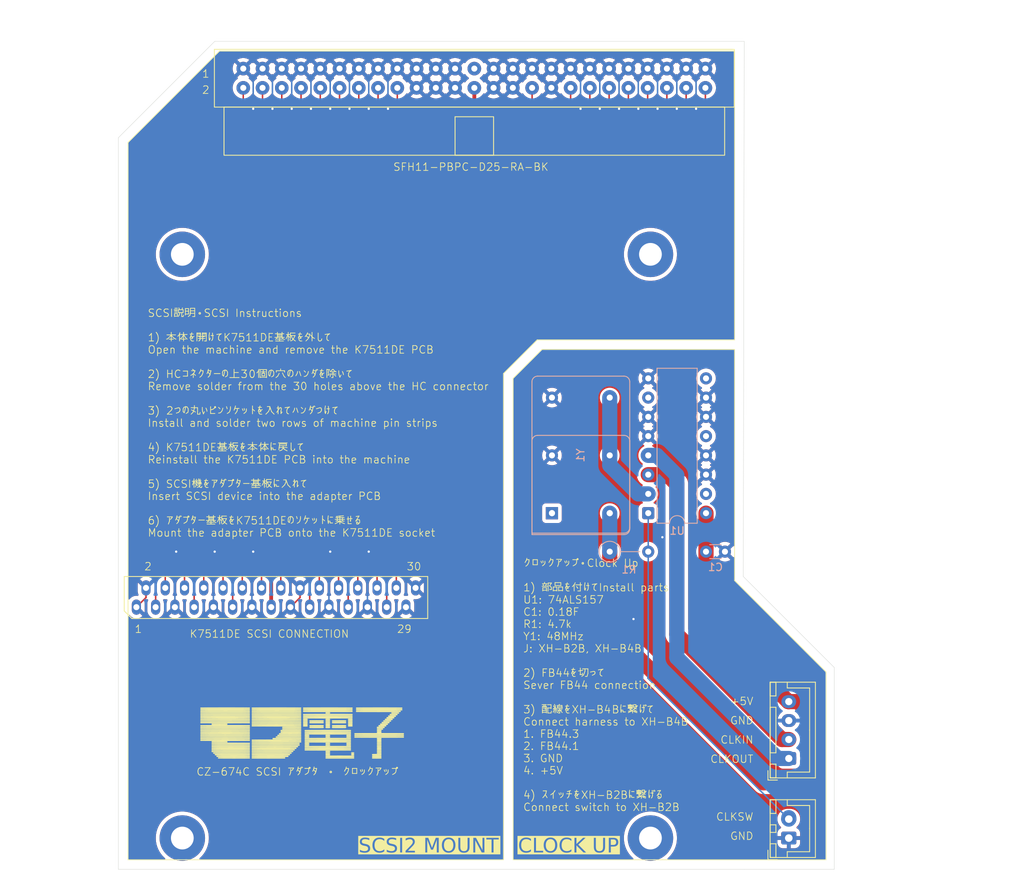
<source format=kicad_pcb>
(kicad_pcb (version 20241229) (generator "pcbnew") (generator_version "9.0")
  (layers (0 "F.Cu" signal) (2 "B.Cu" signal) (13 "F.Paste" user) (15 "B.Paste" user) (5 "F.SilkS" user "F.Silkscreen") (7 "B.SilkS" user "B.Silkscreen") (1 "F.Mask" user) (3 "B.Mask" user) (25 "Edge.Cuts" user))
  (net 0 "")
  (net 1 "/~{REQ}")
  (net 2 "GND")
  (net 3 "/~{SEL}")
  (net 4 "/~{RST}")
  (net 5 "/~{I}{slash}O")
  (net 6 "/~{C}{slash}D")
  (net 7 "/~{ATN}")
  (net 8 "/DB4")
  (net 9 "/DB0")
  (net 10 "/~{ACK}")
  (net 11 "/DB6")
  (net 12 "/DB1")
  (net 13 "/DB7")
  (net 14 "/~{MSG}")
  (net 15 "/PARITY")
  (net 16 "/DB2")
  (net 17 "/~{BSY}")
  (net 18 "/TMPWR")
  (net 19 "/DB5")
  (net 20 "/DB3")
  (net 22 "/CLKSW")
  (net 23 "/CLKIN")
  (net 24 "VCC")
  (net 25 "/CLKOUT")
  (net 29 "/CLKHI")
  (net 33 "SGND")
  (footprint "xvicompact:SCSI-SOCKET-RA" (layer "F.Cu") (at 162.52 110.27)
    (property "Reference" "J2" (hide yes))
    (property "Value" "SFH11-PBPC-D25-RA-BK")
  )
  (footprint "Connector_JST:JST_XH_B4B-XH-A_1x04_P2.50mm_Vertical" (layer "F.Cu") (at 204 200 90)
    (property "Reference" "J4" (hide yes))
    (property "Value" "JST_XH_B4B-XH-A")
  )
  (footprint "Connector_JST:JST_XH_B2B-XH-A_1x02_P2.50mm_Vertical" (layer "F.Cu") (at 204 210.5 90)
    (property "Reference" "J3" (hide yes))
    (property "Value" "JST_XH_B2B-XH-A")
  )
  (footprint "xvicompact:ZIP-30" (layer "F.Cu") (at 136.355 178.77)
    (property "Reference" "J1" (hide yes))
    (property "Value" "Conn_01x30")
  )
  (footprint "Oscillator:Oscillator_DIP-14" (layer "B.Cu") (at 172.76 167.64 90)
    (property "Reference" "Y1")
    (property "Value" "CXO_DIP14")
  )
  (footprint "Resistor_THT:R_Axial_DIN0207_L6.3mm_D2.5mm_P5.08mm_Vertical" (layer "B.Cu") (at 180.38 172.72)
    (property "Reference" "R1")
    (property "Value" "4.7k")
  )
  (footprint "Capacitor_THT:C_Disc_D3.0mm_W1.6mm_P2.50mm" (layer "B.Cu") (at 193.08 172.72)
    (property "Reference" "C1")
    (property "Value" "104")
  )
  (footprint "Oscillator:Oscillator_DIP-8" (layer "B.Cu") (at 172.76 167.64 90)
    (property "Reference" "Y2" (hide yes))
    (property "Value" "CXO_DIP8")
  )
  (footprint "Package_DIP:DIP-16_W7.62mm" (layer "B.Cu") (at 185.46 167.64)
    (property "Reference" "U1")
    (property "Value" "74ALS157")
  )
  (gr_poly (pts (xy 150.031269 199.825438) (xy 150.164654 199.829663) (xy 150.20553 199.832498) (xy 150.225126 199.835823) (xy 150.227807 199.837105) (xy 150.230488 199.838565) (xy 150.235831 199.841985) (xy 150.241108 199.846016) (xy 150.246275 199.85059) (xy 150.251287 199.855642) (xy 150.2561 199.861105) (xy 150.260667 199.866912) (xy 150.264945 199.872997) (xy 150.268887 199.879292) (xy 150.27245 199.885732) (xy 150.275588 199.892249) (xy 150.278256 199.898777) (xy 150.28041 199.905249) (xy 150.282004 199.911599) (xy 150.282993 199.91776) (xy 150.283247 199.920748) (xy 150.283333 199.923665) (xy 150.283247 199.926581) (xy 150.282993 199.92957) (xy 150.282577 199.932622) (xy 150.282004 199.93573) (xy 150.28128 199.938886) (xy 150.28041 199.94208) (xy 150.2794 199.945305) (xy 150.278256 199.948552) (xy 150.275588 199.95508) (xy 150.27245 199.961597) (xy 150.268887 199.968037) (xy 150.264945 199.974332) (xy 150.260667 199.980417) (xy 150.2561 199.986224) (xy 150.251287 199.991687) (xy 150.246275 199.996739) (xy 150.243708 199.99909) (xy 150.241108 200.001314) (xy 150.23848 200.003401) (xy 150.235831 200.005344) (xy 150.233165 200.007135) (xy 150.230488 200.008764) (xy 150.227807 200.010224) (xy 150.225126 200.011506) (xy 150.206147 200.014669) (xy 150.165921 200.01741) (xy 150.033865 200.021627) (xy 149.648333 200.025) (xy 149.262802 200.021627) (xy 149.130746 200.01741) (xy 149.090519 200.014669) (xy 149.071541 200.011506) (xy 149.068767 200.010128) (xy 149.066004 200.008578) (xy 149.060532 200.004993) (xy 149.055165 200.000816) (xy 149.049944 199.996111) (xy 149.04491 199.99094) (xy 149.040101 199.985368) (xy 149.03556 199.979458) (xy 149.031325 199.973274) (xy 149.027437 199.966879) (xy 149.023937 199.960336) (xy 149.020865 199.95371) (xy 149.018261 199.947064) (xy 149.016166 199.940461) (xy 149.014619 199.933965) (xy 149.013662 199.927639) (xy 149.013417 199.92456) (xy 149.013334 199.921548) (xy 149.013504 199.918746) (xy 149.013812 199.9159) (xy 149.014255 199.913016) (xy 149.014828 199.910099) (xy 149.015528 199.907154) (xy 149.01635 199.904189) (xy 149.018344 199.898215) (xy 149.020779 199.892223) (xy 149.023622 199.886257) (xy 149.026839 199.880363) (xy 149.0304 199.874585) (xy 149.03427 199.868968) (xy 149.038418 199.863557) (xy 149.042811 199.858397) (xy 149.047416 199.853534) (xy 149.052201 199.849011) (xy 149.057133 199.844875) (xy 149.06218 199.841169) (xy 149.064737 199.839492) (xy 149.06731 199.83794) (xy 149.085603 199.834567) (xy 149.125351 199.831598) (xy 149.256999 199.826893) (xy 149.643439 199.822594)) (fill yes) (layer "F.SilkS"))
  (gr_poly (pts (xy 150.054504 197.918057) (xy 150.134952 197.921033) (xy 150.196424 197.925994) (xy 150.217057 197.929219) (xy 150.229359 197.93294) (xy 150.2345 197.936019) (xy 150.239578 197.939662) (xy 150.244558 197.943813) (xy 150.249401 197.948418) (xy 150.25407 197.953419) (xy 150.258529 197.958761) (xy 150.262739 197.964389) (xy 150.266664 197.970246) (xy 150.270267 197.976277) (xy 150.27351 197.982425) (xy 150.276357 197.988636) (xy 150.278769 197.994852) (xy 150.28071 198.001019) (xy 150.282143 198.007081) (xy 150.283029 198.012981) (xy 150.283256 198.015854) (xy 150.283333 198.018665) (xy 150.283256 198.021476) (xy 150.283029 198.024348) (xy 150.282656 198.027275) (xy 150.282143 198.030249) (xy 150.281492 198.033263) (xy 150.28071 198.03631) (xy 150.278769 198.042477) (xy 150.276357 198.048694) (xy 150.27351 198.054904) (xy 150.270267 198.061053) (xy 150.266664 198.067083) (xy 150.262739 198.07294) (xy 150.258529 198.078568) (xy 150.25407 198.08391) (xy 150.249401 198.088911) (xy 150.244558 198.093516) (xy 150.239578 198.097667) (xy 150.237049 198.099556) (xy 150.2345 198.10131) (xy 150.231935 198.102924) (xy 150.229359 198.104389) (xy 150.2175 198.107936) (xy 150.197388 198.111035) (xy 150.137102 198.115882) (xy 150.05789 198.118919) (xy 149.969141 198.120132) (xy 149.880243 198.11951) (xy 149.800585 198.11704) (xy 149.739555 198.11271) (xy 149.718959 198.109843) (xy 149.706542 198.106506) (xy 149.703768 198.105128) (xy 149.701005 198.103578) (xy 149.695532 198.099993) (xy 149.690166 198.095816) (xy 149.684945 198.091111) (xy 149.67991 198.08594) (xy 149.675101 198.080368) (xy 149.670559 198.074458) (xy 149.666324 198.068274) (xy 149.662437 198.061879) (xy 149.658937 198.055336) (xy 149.655864 198.04871) (xy 149.65326 198.042064) (xy 149.651165 198.035461) (xy 149.649618 198.028965) (xy 149.648661 198.022639) (xy 149.648415 198.01956) (xy 149.648333 198.016548) (xy 149.648503 198.013746) (xy 149.648811 198.0109) (xy 149.649254 198.008016) (xy 149.649828 198.005099) (xy 149.650527 198.002154) (xy 149.651349 197.999189) (xy 149.653344 197.993215) (xy 149.655779 197.987223) (xy 149.658621 197.981257) (xy 149.661839 197.975363) (xy 149.665399 197.969584) (xy 149.66927 197.963968) (xy 149.673418 197.958557) (xy 149.67781 197.953397) (xy 149.682416 197.948534) (xy 149.687201 197.944011) (xy 149.692133 197.939875) (xy 149.697181 197.936169) (xy 149.699737 197.934492) (xy 149.70231 197.93294) (xy 149.714054 197.929219) (xy 149.734202 197.925994) (xy 149.761559 197.923266) (xy 149.794929 197.921033) (xy 149.87493 197.918057) (xy 149.964643 197.917065)) (fill yes) (layer "F.SilkS"))
  (gr_poly (pts (xy 138.442667 197.919843) (xy 139.430125 197.930823) (xy 139.432807 197.932105) (xy 139.435488 197.933565) (xy 139.440831 197.936985) (xy 139.446108 197.941015) (xy 139.451276 197.94559) (xy 139.456288 197.950642) (xy 139.4611 197.956105) (xy 139.465668 197.961912) (xy 139.469945 197.967997) (xy 139.473888 197.974292) (xy 139.477451 197.980732) (xy 139.480589 197.987249) (xy 139.483257 197.993777) (xy 139.485411 198.000249) (xy 139.487005 198.006599) (xy 139.487994 198.01276) (xy 139.488248 198.015748) (xy 139.488334 198.018665) (xy 139.488248 198.021581) (xy 139.487994 198.02457) (xy 139.487578 198.027622) (xy 139.487005 198.03073) (xy 139.48628 198.033886) (xy 139.485411 198.03708) (xy 139.484401 198.040305) (xy 139.483257 198.043552) (xy 139.480589 198.05008) (xy 139.477451 198.056597) (xy 139.473888 198.063037) (xy 139.469945 198.069332) (xy 139.465668 198.075417) (xy 139.4611 198.081224) (xy 139.456288 198.086687) (xy 139.451276 198.091739) (xy 139.448709 198.09409) (xy 139.446108 198.096314) (xy 139.443481 198.098401) (xy 139.440831 198.100344) (xy 139.438165 198.102135) (xy 139.435488 198.103764) (xy 139.432807 198.105224) (xy 139.430125 198.106506) (xy 136.313334 198.12) (xy 133.196542 198.106506) (xy 133.193768 198.105128) (xy 133.191005 198.103578) (xy 133.185533 198.099993) (xy 133.180166 198.095816) (xy 133.174945 198.091111) (xy 133.16991 198.08594) (xy 133.165102 198.080368) (xy 133.16056 198.074458) (xy 133.156325 198.068274) (xy 133.152437 198.061879) (xy 133.148937 198.055336) (xy 133.145865 198.04871) (xy 133.143261 198.042064) (xy 133.141166 198.035461) (xy 133.139619 198.028965) (xy 133.138661 198.022639) (xy 133.138416 198.01956) (xy 133.138333 198.016548) (xy 133.138503 198.013746) (xy 133.138811 198.0109) (xy 133.139254 198.008016) (xy 133.139828 198.005099) (xy 133.140527 198.002154) (xy 133.141349 197.999189) (xy 133.143344 197.993215) (xy 133.145779 197.987223) (xy 133.148621 197.981257) (xy 133.151839 197.975363) (xy 133.155399 197.969584) (xy 133.15927 197.963968) (xy 133.163417 197.958557) (xy 133.16781 197.953397) (xy 133.172415 197.948534) (xy 133.1772 197.944011) (xy 133.182133 197.939875) (xy 133.18718 197.936169) (xy 133.189736 197.934492) (xy 133.192309 197.93294) (xy 134.176195 197.921298) (xy 136.308835 197.9168)) (fill yes) (layer "F.SilkS"))
  (gr_poly (pts (xy 138.621261 193.474843) (xy 139.641792 193.485823) (xy 139.644473 193.487105) (xy 139.647154 193.488565) (xy 139.652497 193.491985) (xy 139.657775 193.496015) (xy 139.662942 193.50059) (xy 139.667954 193.505642) (xy 139.672767 193.511105) (xy 139.677334 193.516912) (xy 139.681612 193.522997) (xy 139.685554 193.529292) (xy 139.689117 193.535732) (xy 139.692255 193.542249) (xy 139.694923 193.548777) (xy 139.697077 193.555249) (xy 139.698671 193.561599) (xy 139.69966 193.56776) (xy 139.699914 193.570748) (xy 139.7 193.573665) (xy 139.699914 193.576581) (xy 139.69966 193.579569) (xy 139.699244 193.582622) (xy 139.698671 193.58573) (xy 139.697947 193.588885) (xy 139.697077 193.59208) (xy 139.696067 193.595305) (xy 139.694923 193.598552) (xy 139.692255 193.60508) (xy 139.689117 193.611597) (xy 139.685554 193.618037) (xy 139.681612 193.624332) (xy 139.677334 193.630417) (xy 139.672767 193.636224) (xy 139.667954 193.641687) (xy 139.662942 193.646739) (xy 139.660375 193.64909) (xy 139.657775 193.651314) (xy 139.655147 193.653401) (xy 139.652497 193.655344) (xy 139.649831 193.657135) (xy 139.647154 193.658764) (xy 139.644473 193.660224) (xy 139.641792 193.661506) (xy 139.474459 193.667509) (xy 138.942895 193.671428) (xy 136.419167 193.674206) (xy 134.883211 193.673561) (xy 133.895439 193.671428) (xy 133.363874 193.667509) (xy 133.240428 193.664787) (xy 133.196542 193.661506) (xy 133.193768 193.660128) (xy 133.191005 193.658577) (xy 133.185533 193.654993) (xy 133.180166 193.650816) (xy 133.174945 193.646111) (xy 133.16991 193.64094) (xy 133.165102 193.635368) (xy 133.16056 193.629458) (xy 133.156325 193.623274) (xy 133.152437 193.616879) (xy 133.148937 193.610336) (xy 133.145865 193.60371) (xy 133.143261 193.597064) (xy 133.141166 193.590461) (xy 133.139619 193.583965) (xy 133.138661 193.577639) (xy 133.138416 193.57456) (xy 133.138333 193.571548) (xy 133.138503 193.568746) (xy 133.138811 193.5659) (xy 133.139254 193.563016) (xy 133.139828 193.560098) (xy 133.140527 193.557154) (xy 133.141349 193.554188) (xy 133.143344 193.548215) (xy 133.145779 193.542223) (xy 133.148621 193.536257) (xy 133.151839 193.530362) (xy 133.155399 193.524584) (xy 133.15927 193.518967) (xy 133.163417 193.513556) (xy 133.16781 193.508397) (xy 133.172415 193.503533) (xy 133.1772 193.499011) (xy 133.182133 193.494874) (xy 133.18718 193.491169) (xy 133.189736 193.489492) (xy 133.192309 193.487939) (xy 134.209268 193.476298) (xy 136.414669 193.4718)) (fill yes) (layer "F.SilkS"))
  (gr_poly (pts (xy 145.249073 198.554843) (xy 146.203458 198.565823) (xy 146.206139 198.567105) (xy 146.208821 198.568565) (xy 146.214164 198.571985) (xy 146.219441 198.576016) (xy 146.224609 198.58059) (xy 146.229621 198.585642) (xy 146.234434 198.591105) (xy 146.239001 198.596912) (xy 146.243279 198.602997) (xy 146.247221 198.609292) (xy 146.250784 198.615732) (xy 146.253922 198.622249) (xy 146.25659 198.628777) (xy 146.258744 198.63525) (xy 146.260338 198.641599) (xy 146.261327 198.64776) (xy 146.261581 198.650749) (xy 146.261667 198.653665) (xy 146.261581 198.656581) (xy 146.261327 198.65957) (xy 146.260911 198.662622) (xy 146.260338 198.66573) (xy 146.259614 198.668886) (xy 146.258744 198.67208) (xy 146.257734 198.675305) (xy 146.25659 198.678552) (xy 146.253922 198.68508) (xy 146.250784 198.691597) (xy 146.247221 198.698037) (xy 146.243279 198.704332) (xy 146.239001 198.710417) (xy 146.234434 198.716224) (xy 146.229621 198.721687) (xy 146.224609 198.726739) (xy 146.222042 198.72909) (xy 146.219441 198.731314) (xy 146.216813 198.733401) (xy 146.214164 198.735344) (xy 146.211498 198.737135) (xy 146.208821 198.738764) (xy 146.206139 198.740224) (xy 146.203458 198.741506) (xy 143.1925 198.755) (xy 140.181542 198.741506) (xy 140.178768 198.740128) (xy 140.176005 198.738577) (xy 140.170533 198.734993) (xy 140.165166 198.730816) (xy 140.159945 198.726111) (xy 140.154911 198.72094) (xy 140.150102 198.715368) (xy 140.14556 198.709458) (xy 140.141325 198.703274) (xy 140.137438 198.696879) (xy 140.133938 198.690336) (xy 140.130865 198.68371) (xy 140.128261 198.677064) (xy 140.126166 198.670461) (xy 140.124619 198.663965) (xy 140.123662 198.657639) (xy 140.123416 198.65456) (xy 140.123333 198.651548) (xy 140.123503 198.648746) (xy 140.123812 198.6459) (xy 140.124255 198.643016) (xy 140.124828 198.640098) (xy 140.125528 198.637154) (xy 140.12635 198.634189) (xy 140.128344 198.628215) (xy 140.130779 198.622223) (xy 140.133621 198.616257) (xy 140.136839 198.610363) (xy 140.140399 198.604585) (xy 140.14427 198.598968) (xy 140.148417 198.593557) (xy 140.15281 198.588397) (xy 140.157415 198.583534) (xy 140.1622 198.579011) (xy 140.167132 198.574875) (xy 140.172179 198.571169) (xy 140.174736 198.569492) (xy 140.177308 198.567939) (xy 141.128122 198.556298) (xy 143.188002 198.5518)) (fill yes) (layer "F.SilkS"))
  (gr_poly (pts (xy 132.079438 198.343176) (xy 132.868459 198.354157) (xy 132.87114 198.355439) (xy 132.873821 198.356899) (xy 132.879164 198.360318) (xy 132.884441 198.364349) (xy 132.889609 198.368923) (xy 132.894621 198.373976) (xy 132.899433 198.379438) (xy 132.904001 198.385246) (xy 132.908278 198.39133) (xy 132.912221 198.397626) (xy 132.915784 198.404065) (xy 132.918922 198.410583) (xy 132.92159 198.417111) (xy 132.923744 198.423583) (xy 132.925338 198.429933) (xy 132.926327 198.436093) (xy 132.926581 198.439082) (xy 132.926667 198.441998) (xy 132.926581 198.444914) (xy 132.926327 198.447903) (xy 132.925911 198.450955) (xy 132.925338 198.454063) (xy 132.924614 198.457219) (xy 132.923744 198.460413) (xy 132.922734 198.463638) (xy 132.92159 198.466885) (xy 132.918922 198.473413) (xy 132.915784 198.47993) (xy 132.912221 198.48637) (xy 132.908278 198.492666) (xy 132.904001 198.49875) (xy 132.899433 198.504557) (xy 132.894621 198.51002) (xy 132.889609 198.515072) (xy 132.887042 198.517424) (xy 132.884441 198.519647) (xy 132.881814 198.521735) (xy 132.879164 198.523678) (xy 132.876498 198.525468) (xy 132.873821 198.527097) (xy 132.87114 198.528557) (xy 132.868459 198.529839) (xy 132.081588 198.53996) (xy 130.386667 198.543333) (xy 128.691746 198.53996) (xy 127.904875 198.529839) (xy 127.902101 198.528461) (xy 127.899338 198.526911) (xy 127.893866 198.523326) (xy 127.888499 198.519149) (xy 127.883278 198.514444) (xy 127.878244 198.509274) (xy 127.873435 198.503702) (xy 127.868893 198.497792) (xy 127.864658 198.491607) (xy 127.860771 198.485212) (xy 127.857271 198.478669) (xy 127.854199 198.472043) (xy 127.851595 198.465397) (xy 127.849499 198.458794) (xy 127.847952 198.452298) (xy 127.846995 198.445972) (xy 127.84675 198.442893) (xy 127.846667 198.439881) (xy 127.846837 198.437079) (xy 127.847145 198.434233) (xy 127.847588 198.431349) (xy 127.848161 198.428432) (xy 127.848861 198.425488) (xy 127.849683 198.422522) (xy 127.851677 198.416548) (xy 127.854112 198.410556) (xy 127.856954 198.40459) (xy 127.860172 198.398696) (xy 127.863732 198.392918) (xy 127.867603 198.387301) (xy 127.87175 198.38189) (xy 127.876143 198.37673) (xy 127.880748 198.371867) (xy 127.885533 198.367344) (xy 127.890466 198.363208) (xy 127.895513 198.359502) (xy 127.898069 198.357825) (xy 127.900642 198.356273) (xy 128.68609 198.344631) (xy 130.382169 198.340133)) (fill yes) (layer "F.SilkS"))
  (gr_poly (pts (xy 145.275383 195.803771) (xy 145.480702 195.807996) (xy 145.568459 195.814156) (xy 145.57114 195.815438) (xy 145.573822 195.816898) (xy 145.579164 195.820318) (xy 145.584442 195.824349) (xy 145.589609 195.828923) (xy 145.594621 195.833975) (xy 145.599434 195.839438) (xy 145.604001 195.845246) (xy 145.608278 195.85133) (xy 145.612221 195.857626) (xy 145.615784 195.864065) (xy 145.618922 195.870583) (xy 145.62159 195.877111) (xy 145.623743 195.883583) (xy 145.625337 195.889933) (xy 145.626327 195.896093) (xy 145.62658 195.899082) (xy 145.626666 195.901998) (xy 145.62658 195.904914) (xy 145.626327 195.907903) (xy 145.62591 195.910955) (xy 145.625337 195.914063) (xy 145.624613 195.917219) (xy 145.623743 195.920413) (xy 145.622734 195.923638) (xy 145.62159 195.926885) (xy 145.618922 195.933413) (xy 145.615784 195.939931) (xy 145.612221 195.94637) (xy 145.608278 195.952666) (xy 145.604001 195.95875) (xy 145.599434 195.964557) (xy 145.594621 195.97002) (xy 145.589609 195.975073) (xy 145.587042 195.977424) (xy 145.584442 195.979647) (xy 145.581814 195.981735) (xy 145.579164 195.983678) (xy 145.576498 195.985468) (xy 145.573822 195.987097) (xy 145.57114 195.988557) (xy 145.568459 195.989839) (xy 145.550912 195.99312) (xy 145.511623 195.995842) (xy 145.357453 195.999761) (xy 145.085213 196.001895) (xy 144.674166 196.00254) (xy 144.26312 196.001895) (xy 144.110946 196.001033) (xy 143.990881 195.999761) (xy 143.900333 195.998044) (xy 143.836711 195.995842) (xy 143.814187 195.994549) (xy 143.797423 195.99312) (xy 143.786093 195.991552) (xy 143.779875 195.989839) (xy 143.777101 195.988461) (xy 143.774338 195.986911) (xy 143.768866 195.983326) (xy 143.763499 195.979149) (xy 143.758279 195.974444) (xy 143.753244 195.969274) (xy 143.748435 195.963702) (xy 143.743893 195.957792) (xy 143.739658 195.951607) (xy 143.735771 195.945212) (xy 143.73227 195.93867) (xy 143.729198 195.932043) (xy 143.726594 195.925397) (xy 143.724499 195.918794) (xy 143.722952 195.912298) (xy 143.721994 195.905972) (xy 143.721749 195.902894) (xy 143.721666 195.899881) (xy 143.721836 195.897079) (xy 143.722145 195.894233) (xy 143.722587 195.891349) (xy 143.723161 195.888432) (xy 143.72386 195.885488) (xy 143.724682 195.882522) (xy 143.726677 195.876548) (xy 143.729112 195.870556) (xy 143.731954 195.86459) (xy 143.735172 195.858696) (xy 143.738732 195.852918) (xy 143.742603 195.847301) (xy 143.74675 195.84189) (xy 143.751143 195.83673) (xy 143.755748 195.831867) (xy 143.760533 195.827344) (xy 143.765466 195.823208) (xy 143.770513 195.819502) (xy 143.773069 195.817825) (xy 143.775642 195.816273) (xy 143.860968 195.809931) (xy 144.064551 195.805227) (xy 144.669272 195.800927)) (fill yes) (layer "F.SilkS"))
  (gr_poly (pts (xy 138.621261 195.591509) (xy 139.641792 195.602489) (xy 139.644473 195.603772) (xy 139.647154 195.605232) (xy 139.652497 195.608651) (xy 139.657775 195.612682) (xy 139.662942 195.617257) (xy 139.667954 195.622309) (xy 139.672767 195.627772) (xy 139.677334 195.633579) (xy 139.681612 195.639664) (xy 139.685554 195.645959) (xy 139.689117 195.652399) (xy 139.692255 195.658916) (xy 139.694923 195.665444) (xy 139.697077 195.671916) (xy 139.698671 195.678266) (xy 139.69966 195.684427) (xy 139.699914 195.687415) (xy 139.7 195.690331) (xy 139.699914 195.693248) (xy 139.69966 195.696236) (xy 139.699244 195.699289) (xy 139.698671 195.702397) (xy 139.697947 195.705552) (xy 139.697077 195.708746) (xy 139.696067 195.711971) (xy 139.694923 195.715219) (xy 139.692255 195.721747) (xy 139.689117 195.728264) (xy 139.685554 195.734704) (xy 139.681612 195.740999) (xy 139.677334 195.747084) (xy 139.672767 195.752891) (xy 139.667954 195.758354) (xy 139.662942 195.763406) (xy 139.660375 195.765757) (xy 139.657775 195.767981) (xy 139.655147 195.770068) (xy 139.652497 195.772011) (xy 139.649831 195.773801) (xy 139.647154 195.775431) (xy 139.644473 195.776891) (xy 139.641792 195.778173) (xy 136.419167 195.791667) (xy 133.196542 195.778173) (xy 133.193768 195.776795) (xy 133.191005 195.775244) (xy 133.185533 195.77166) (xy 133.180166 195.767483) (xy 133.174945 195.762778) (xy 133.16991 195.757607) (xy 133.165102 195.752035) (xy 133.16056 195.746125) (xy 133.156325 195.739941) (xy 133.152437 195.733545) (xy 133.148937 195.727003) (xy 133.145865 195.720377) (xy 133.143261 195.71373) (xy 133.141166 195.707127) (xy 133.139619 195.700631) (xy 133.138661 195.694306) (xy 133.138416 195.691227) (xy 133.138333 195.688215) (xy 133.138503 195.685413) (xy 133.138811 195.682567) (xy 133.139254 195.679682) (xy 133.139828 195.676765) (xy 133.140527 195.673821) (xy 133.141349 195.670855) (xy 133.143344 195.664882) (xy 133.145779 195.65889) (xy 133.148621 195.652924) (xy 133.151839 195.647029) (xy 133.155399 195.641251) (xy 133.15927 195.635634) (xy 133.163417 195.630223) (xy 133.16781 195.625064) (xy 133.172415 195.6202) (xy 133.1772 195.615678) (xy 133.182133 195.611541) (xy 133.18718 195.607836) (xy 133.189736 195.606159) (xy 133.192309 195.604606) (xy 134.209268 195.592965) (xy 136.414669 195.588467)) (fill yes) (layer "F.SilkS"))
  (gr_poly (pts (xy 131.847927 194.956509) (xy 132.868459 194.96749) (xy 132.87114 194.968772) (xy 132.873821 194.970232) (xy 132.879164 194.973651) (xy 132.884441 194.977682) (xy 132.889609 194.982257) (xy 132.894621 194.987309) (xy 132.899433 194.992772) (xy 132.904001 194.998579) (xy 132.908278 195.004664) (xy 132.912221 195.010959) (xy 132.915784 195.017399) (xy 132.918922 195.023916) (xy 132.92159 195.030444) (xy 132.923744 195.036916) (xy 132.925338 195.043266) (xy 132.926327 195.049427) (xy 132.926581 195.052415) (xy 132.926667 195.055331) (xy 132.926581 195.058248) (xy 132.926327 195.061236) (xy 132.925911 195.064289) (xy 132.925338 195.067397) (xy 132.924614 195.070552) (xy 132.923744 195.073747) (xy 132.922734 195.076971) (xy 132.92159 195.080219) (xy 132.918922 195.086747) (xy 132.915784 195.093264) (xy 132.912221 195.099704) (xy 132.908278 195.105999) (xy 132.904001 195.112084) (xy 132.899433 195.117891) (xy 132.894621 195.123354) (xy 132.889609 195.128406) (xy 132.887042 195.130757) (xy 132.884441 195.132981) (xy 132.881814 195.135068) (xy 132.879164 195.137011) (xy 132.876498 195.138801) (xy 132.873821 195.140431) (xy 132.87114 195.141891) (xy 132.868459 195.143173) (xy 129.645833 195.156667) (xy 126.423208 195.143173) (xy 126.420434 195.141794) (xy 126.417671 195.140244) (xy 126.412199 195.13666) (xy 126.406833 195.132483) (xy 126.401612 195.127778) (xy 126.396577 195.122607) (xy 126.391768 195.117035) (xy 126.387227 195.111125) (xy 126.382992 195.104941) (xy 126.379104 195.098545) (xy 126.375604 195.092003) (xy 126.372532 195.085377) (xy 126.369928 195.07873) (xy 126.367832 195.072127) (xy 126.366286 195.065631) (xy 126.365328 195.059306) (xy 126.365083 195.056227) (xy 126.365 195.053215) (xy 126.36517 195.050413) (xy 126.365478 195.047567) (xy 126.365921 195.044682) (xy 126.366494 195.041765) (xy 126.367194 195.038821) (xy 126.368016 195.035855) (xy 126.370011 195.029882) (xy 126.372445 195.02389) (xy 126.375288 195.017924) (xy 126.378505 195.012029) (xy 126.382066 195.006251) (xy 126.385936 195.000634) (xy 126.390084 194.995223) (xy 126.394476 194.990064) (xy 126.399082 194.9852) (xy 126.403867 194.980678) (xy 126.408799 194.976541) (xy 126.413846 194.972836) (xy 126.416402 194.971159) (xy 126.418975 194.969606) (xy 127.435934 194.957965) (xy 129.641335 194.953467)) (fill yes) (layer "F.SilkS"))
  (gr_poly (pts (xy 131.847927 195.803176) (xy 132.868459 195.814156) (xy 132.87114 195.815438) (xy 132.873821 195.816898) (xy 132.879164 195.820318) (xy 132.884441 195.824349) (xy 132.889609 195.828923) (xy 132.894621 195.833975) (xy 132.899433 195.839438) (xy 132.904001 195.845246) (xy 132.908278 195.85133) (xy 132.912221 195.857626) (xy 132.915784 195.864065) (xy 132.918922 195.870583) (xy 132.92159 195.877111) (xy 132.923744 195.883583) (xy 132.925338 195.889933) (xy 132.926327 195.896093) (xy 132.926581 195.899082) (xy 132.926667 195.901998) (xy 132.926581 195.904914) (xy 132.926327 195.907903) (xy 132.925911 195.910955) (xy 132.925338 195.914063) (xy 132.924614 195.917219) (xy 132.923744 195.920413) (xy 132.922734 195.923638) (xy 132.92159 195.926885) (xy 132.918922 195.933413) (xy 132.915784 195.939931) (xy 132.912221 195.94637) (xy 132.908278 195.952666) (xy 132.904001 195.95875) (xy 132.899433 195.964557) (xy 132.894621 195.97002) (xy 132.889609 195.975073) (xy 132.887042 195.977424) (xy 132.884441 195.979647) (xy 132.881814 195.981735) (xy 132.879164 195.983678) (xy 132.876498 195.985468) (xy 132.873821 195.987097) (xy 132.87114 195.988557) (xy 132.868459 195.989839) (xy 129.645833 196.003333) (xy 126.423208 195.989839) (xy 126.420434 195.988461) (xy 126.417671 195.986911) (xy 126.412199 195.983326) (xy 126.406833 195.979149) (xy 126.401612 195.974444) (xy 126.396577 195.969274) (xy 126.391768 195.963702) (xy 126.387227 195.957792) (xy 126.382992 195.951607) (xy 126.379104 195.945212) (xy 126.375604 195.93867) (xy 126.372532 195.932043) (xy 126.369928 195.925397) (xy 126.367832 195.918794) (xy 126.366286 195.912298) (xy 126.365328 195.905972) (xy 126.365083 195.902894) (xy 126.365 195.899881) (xy 126.36517 195.897079) (xy 126.365478 195.894233) (xy 126.365921 195.891349) (xy 126.366494 195.888432) (xy 126.367194 195.885488) (xy 126.368016 195.882522) (xy 126.370011 195.876548) (xy 126.372445 195.870556) (xy 126.375288 195.86459) (xy 126.378505 195.858696) (xy 126.382066 195.852918) (xy 126.385936 195.847301) (xy 126.390084 195.84189) (xy 126.394476 195.83673) (xy 126.399082 195.831867) (xy 126.403867 195.827344) (xy 126.408799 195.823208) (xy 126.413846 195.819502) (xy 126.416402 195.817825) (xy 126.418975 195.816273) (xy 127.435934 195.804631) (xy 129.641335 195.800133)) (fill yes) (layer "F.SilkS"))
  (gr_poly (pts (xy 131.847927 194.744843) (xy 132.868459 194.755823) (xy 132.87114 194.757105) (xy 132.873821 194.758565) (xy 132.879164 194.761985) (xy 132.884441 194.766015) (xy 132.889609 194.77059) (xy 132.894621 194.775642) (xy 132.899433 194.781105) (xy 132.904001 194.786912) (xy 132.908278 194.792997) (xy 132.912221 194.799292) (xy 132.915784 194.805732) (xy 132.918922 194.812249) (xy 132.92159 194.818777) (xy 132.923744 194.82525) (xy 132.925338 194.831599) (xy 132.926327 194.83776) (xy 132.926581 194.840748) (xy 132.926667 194.843665) (xy 132.926581 194.846581) (xy 132.926327 194.849569) (xy 132.925911 194.852622) (xy 132.925338 194.85573) (xy 132.924614 194.858885) (xy 132.923744 194.86208) (xy 132.922734 194.865305) (xy 132.92159 194.868552) (xy 132.918922 194.87508) (xy 132.915784 194.881597) (xy 132.912221 194.888037) (xy 132.908278 194.894332) (xy 132.904001 194.900417) (xy 132.899433 194.906224) (xy 132.894621 194.911687) (xy 132.889609 194.916739) (xy 132.887042 194.91909) (xy 132.884441 194.921314) (xy 132.881814 194.923401) (xy 132.879164 194.925344) (xy 132.876498 194.927135) (xy 132.873821 194.928764) (xy 132.87114 194.930224) (xy 132.868459 194.931506) (xy 129.645833 194.945) (xy 126.423208 194.931506) (xy 126.420434 194.930128) (xy 126.417671 194.928577) (xy 126.412199 194.924993) (xy 126.406833 194.920816) (xy 126.401612 194.916111) (xy 126.396577 194.91094) (xy 126.391768 194.905368) (xy 126.387227 194.899458) (xy 126.382992 194.893274) (xy 126.379104 194.886879) (xy 126.375604 194.880336) (xy 126.372532 194.87371) (xy 126.369928 194.867064) (xy 126.367832 194.860461) (xy 126.366286 194.853965) (xy 126.365328 194.847639) (xy 126.365083 194.84456) (xy 126.365 194.841548) (xy 126.36517 194.838746) (xy 126.365478 194.8359) (xy 126.365921 194.833016) (xy 126.366494 194.830098) (xy 126.367194 194.827154) (xy 126.368016 194.824189) (xy 126.370011 194.818215) (xy 126.372445 194.812223) (xy 126.375288 194.806257) (xy 126.378505 194.800363) (xy 126.382066 194.794584) (xy 126.385936 194.788967) (xy 126.390084 194.783557) (xy 126.394476 194.778397) (xy 126.399082 194.773534) (xy 126.403867 194.769011) (xy 126.408799 194.764875) (xy 126.413846 194.761169) (xy 126.416402 194.759492) (xy 126.418975 194.75794) (xy 127.435934 194.746298) (xy 129.641335 194.7418)) (fill yes) (layer "F.SilkS"))
  (gr_poly (pts (xy 145.275383 194.957105) (xy 145.480702 194.96133) (xy 145.568459 194.96749) (xy 145.57114 194.968772) (xy 145.573822 194.970232) (xy 145.579164 194.973651) (xy 145.584442 194.977682) (xy 145.589609 194.982257) (xy 145.594621 194.987309) (xy 145.599434 194.992772) (xy 145.604001 194.998579) (xy 145.608278 195.004664) (xy 145.612221 195.010959) (xy 145.615784 195.017399) (xy 145.618922 195.023916) (xy 145.62159 195.030444) (xy 145.623743 195.036916) (xy 145.625337 195.043266) (xy 145.626327 195.049427) (xy 145.62658 195.052415) (xy 145.626666 195.055331) (xy 145.62658 195.058248) (xy 145.626327 195.061236) (xy 145.62591 195.064289) (xy 145.625337 195.067397) (xy 145.624613 195.070552) (xy 145.623743 195.073747) (xy 145.622734 195.076971) (xy 145.62159 195.080219) (xy 145.618922 195.086747) (xy 145.615784 195.093264) (xy 145.612221 195.099704) (xy 145.608278 195.105999) (xy 145.604001 195.112084) (xy 145.599434 195.117891) (xy 145.594621 195.123354) (xy 145.589609 195.128406) (xy 145.587042 195.130757) (xy 145.584442 195.132981) (xy 145.581814 195.135068) (xy 145.579164 195.137011) (xy 145.576498 195.138801) (xy 145.573822 195.140431) (xy 145.57114 195.141891) (xy 145.568459 195.143173) (xy 145.550912 195.146453) (xy 145.511623 195.149176) (xy 145.357453 195.153095) (xy 145.085213 195.155228) (xy 144.674166 195.155873) (xy 144.26312 195.155228) (xy 144.110946 195.154366) (xy 143.990881 195.153095) (xy 143.900333 195.151377) (xy 143.836711 195.149176) (xy 143.814187 195.147882) (xy 143.797423 195.146453) (xy 143.786093 195.144885) (xy 143.779875 195.143173) (xy 143.777101 195.141794) (xy 143.774338 195.140244) (xy 143.768866 195.13666) (xy 143.763499 195.132483) (xy 143.758279 195.127778) (xy 143.753244 195.122607) (xy 143.748435 195.117035) (xy 143.743893 195.111125) (xy 143.739658 195.104941) (xy 143.735771 195.098545) (xy 143.73227 195.092003) (xy 143.729198 195.085377) (xy 143.726594 195.07873) (xy 143.724499 195.072127) (xy 143.722952 195.065631) (xy 143.721994 195.059306) (xy 143.721749 195.056227) (xy 143.721666 195.053215) (xy 143.721836 195.050413) (xy 143.722145 195.047567) (xy 143.722587 195.044682) (xy 143.723161 195.041765) (xy 143.72386 195.038821) (xy 143.724682 195.035855) (xy 143.726677 195.029882) (xy 143.729112 195.02389) (xy 143.731954 195.017924) (xy 143.735172 195.012029) (xy 143.738732 195.006251) (xy 143.742603 195.000634) (xy 143.74675 194.995223) (xy 143.751143 194.990064) (xy 143.755748 194.9852) (xy 143.760533 194.980678) (xy 143.765466 194.976541) (xy 143.770513 194.972836) (xy 143.773069 194.971159) (xy 143.775642 194.969606) (xy 143.860968 194.963265) (xy 144.064551 194.95856) (xy 144.669272 194.95426)) (fill yes) (layer "F.SilkS"))
  (gr_poly (pts (xy 146.244504 195.378057) (xy 146.324952 195.381033) (xy 146.386425 195.385994) (xy 146.407057 195.389219) (xy 146.419359 195.39294) (xy 146.4245 195.396019) (xy 146.429578 195.399662) (xy 146.434558 195.403813) (xy 146.439401 195.408418) (xy 146.44407 195.413419) (xy 146.448529 195.418761) (xy 146.452739 195.424389) (xy 146.456664 195.430246) (xy 146.460267 195.436276) (xy 146.46351 195.442425) (xy 146.466357 195.448635) (xy 146.468769 195.454852) (xy 146.47071 195.461019) (xy 146.472142 195.467081) (xy 146.473029 195.472981) (xy 146.473256 195.475853) (xy 146.473333 195.478665) (xy 146.473256 195.481476) (xy 146.473029 195.484348) (xy 146.472656 195.487275) (xy 146.472142 195.490248) (xy 146.471492 195.493263) (xy 146.47071 195.49631) (xy 146.468769 195.502477) (xy 146.466357 195.508694) (xy 146.46351 195.514904) (xy 146.460267 195.521053) (xy 146.456664 195.527083) (xy 146.452739 195.53294) (xy 146.448529 195.538568) (xy 146.44407 195.54391) (xy 146.439401 195.548912) (xy 146.434558 195.553516) (xy 146.429578 195.557668) (xy 146.427049 195.559556) (xy 146.4245 195.561311) (xy 146.421935 195.562924) (xy 146.419359 195.56439) (xy 146.4075 195.567937) (xy 146.387388 195.571035) (xy 146.327102 195.575883) (xy 146.24789 195.578919) (xy 146.159141 195.580132) (xy 146.070243 195.57951) (xy 145.990585 195.57704) (xy 145.929555 195.57271) (xy 145.908959 195.569843) (xy 145.896542 195.566506) (xy 145.893768 195.565128) (xy 145.891005 195.563577) (xy 145.885533 195.559993) (xy 145.880166 195.555816) (xy 145.874946 195.551111) (xy 145.869911 195.54594) (xy 145.865102 195.540368) (xy 145.86056 195.534458) (xy 145.856325 195.528274) (xy 145.852437 195.521879) (xy 145.848937 195.515336) (xy 145.845865 195.50871) (xy 145.843261 195.502064) (xy 145.841165 195.495461) (xy 145.839618 195.488965) (xy 145.838661 195.482639) (xy 145.838415 195.47956) (xy 145.838333 195.476548) (xy 145.838502 195.473746) (xy 145.838811 195.4709) (xy 145.839254 195.468016) (xy 145.839827 195.465098) (xy 145.840527 195.462154) (xy 145.841349 195.459189) (xy 145.843343 195.453215) (xy 145.845778 195.447223) (xy 145.84862 195.441257) (xy 145.851838 195.435363) (xy 145.855398 195.429584) (xy 145.859269 195.423967) (xy 145.863417 195.418557) (xy 145.867809 195.413397) (xy 145.872415 195.408534) (xy 145.8772 195.404011) (xy 145.882132 195.399875) (xy 145.887179 195.396169) (xy 145.889735 195.394492) (xy 145.892308 195.39294) (xy 145.904053 195.389219) (xy 145.924201 195.385994) (xy 145.951558 195.383266) (xy 145.984929 195.381033) (xy 146.064931 195.378057) (xy 146.154643 195.377065)) (fill yes) (layer "F.SilkS"))
  (gr_poly (pts (xy 129.251544 197.706483) (xy 129.391395 197.706658) (xy 129.510549 197.707068) (xy 129.5629 197.70739) (xy 129.61072 197.707806) (xy 129.654224 197.708328) (xy 129.693626 197.708968) (xy 129.72914 197.709737) (xy 129.760982 197.710647) (xy 129.789366 197.71171) (xy 129.814505 197.712938) (xy 129.836616 197.714343) (xy 129.855911 197.715937) (xy 129.872607 197.717731) (xy 129.880046 197.718707) (xy 129.886916 197.719737) (xy 129.893244 197.720823) (xy 129.899055 197.721967) (xy 129.904377 197.72317) (xy 129.909237 197.724433) (xy 129.913661 197.725758) (xy 129.917677 197.727147) (xy 129.92131 197.7286) (xy 129.924589 197.73012) (xy 129.927539 197.731707) (xy 129.930188 197.733364) (xy 129.932562 197.735092) (xy 129.934688 197.736892) (xy 129.936593 197.738765) (xy 129.938304 197.740714) (xy 129.939848 197.74274) (xy 129.941251 197.744843) (xy 129.943743 197.749291) (xy 129.945994 197.75407) (xy 129.950634 197.764665) (xy 129.953424 197.770987) (xy 129.955843 197.776897) (xy 129.957889 197.782454) (xy 129.959563 197.787716) (xy 129.960865 197.792743) (xy 129.961796 197.797593) (xy 129.962354 197.802325) (xy 129.96254 197.806998) (xy 129.962354 197.811671) (xy 129.961796 197.816403) (xy 129.960865 197.821253) (xy 129.959563 197.82628) (xy 129.957889 197.831542) (xy 129.955843 197.837099) (xy 129.953424 197.843009) (xy 129.950634 197.849332) (xy 129.941214 197.869153) (xy 129.934618 197.877104) (xy 129.924489 197.883876) (xy 129.909121 197.889563) (xy 129.886805 197.894259) (xy 129.814505 197.901058) (xy 129.693936 197.905028) (xy 129.511442 197.906928) (xy 128.906059 197.90754) (xy 128.443484 197.906895) (xy 128.272739 197.906033) (xy 128.13837 197.904762) (xy 128.037388 197.903044) (xy 127.966804 197.900843) (xy 127.941977 197.899549) (xy 127.923629 197.89812) (xy 127.911387 197.896552) (xy 127.904875 197.89484) (xy 127.902101 197.893461) (xy 127.899338 197.891911) (xy 127.893866 197.888326) (xy 127.888499 197.88415) (xy 127.883278 197.879444) (xy 127.878244 197.874274) (xy 127.873435 197.868702) (xy 127.868893 197.862792) (xy 127.864658 197.856607) (xy 127.860771 197.850212) (xy 127.857271 197.84367) (xy 127.854199 197.837043) (xy 127.851595 197.830397) (xy 127.849499 197.823794) (xy 127.847952 197.817298) (xy 127.846995 197.810973) (xy 127.84675 197.807894) (xy 127.846667 197.804881) (xy 127.846837 197.802079) (xy 127.847145 197.799233) (xy 127.847588 197.796349) (xy 127.848161 197.793432) (xy 127.848861 197.790488) (xy 127.849683 197.787522) (xy 127.851677 197.781548) (xy 127.854112 197.775556) (xy 127.856954 197.76959) (xy 127.860172 197.763696) (xy 127.863732 197.757918) (xy 127.867603 197.752301) (xy 127.87175 197.74689) (xy 127.876143 197.74173) (xy 127.880748 197.736867) (xy 127.885533 197.732344) (xy 127.890466 197.728208) (xy 127.895513 197.724503) (xy 127.898069 197.722826) (xy 127.900642 197.721273) (xy 127.917054 197.717337) (xy 127.954551 197.714195) (xy 128.112838 197.709896) (xy 128.415587 197.707581) (xy 128.902883 197.706456)) (fill yes) (layer "F.SilkS"))
  (gr_poly (pts (xy 145.249073 196.438176) (xy 146.203458 196.449156) (xy 146.206139 196.450438) (xy 146.208821 196.451898) (xy 146.214164 196.455318) (xy 146.219441 196.459349) (xy 146.224609 196.463923) (xy 146.229621 196.468975) (xy 146.234434 196.474438) (xy 146.239001 196.480246) (xy 146.243279 196.48633) (xy 146.247221 196.492626) (xy 146.250784 196.499065) (xy 146.253922 196.505583) (xy 146.25659 196.512111) (xy 146.258744 196.518583) (xy 146.260338 196.524933) (xy 146.261327 196.531093) (xy 146.261581 196.534082) (xy 146.261667 196.536998) (xy 146.261581 196.539914) (xy 146.261327 196.542903) (xy 146.260911 196.545955) (xy 146.260338 196.549063) (xy 146.259614 196.552219) (xy 146.258744 196.555413) (xy 146.257734 196.558638) (xy 146.25659 196.561885) (xy 146.253922 196.568413) (xy 146.250784 196.574931) (xy 146.247221 196.58137) (xy 146.243279 196.587666) (xy 146.239001 196.59375) (xy 146.234434 196.599557) (xy 146.229621 196.60502) (xy 146.224609 196.610073) (xy 146.222042 196.612424) (xy 146.219441 196.614647) (xy 146.216813 196.616735) (xy 146.214164 196.618678) (xy 146.211498 196.620468) (xy 146.208821 196.622097) (xy 146.206139 196.623557) (xy 146.203458 196.62484) (xy 143.1925 196.638333) (xy 140.181542 196.62484) (xy 140.178768 196.623461) (xy 140.176005 196.621911) (xy 140.170533 196.618326) (xy 140.165166 196.61415) (xy 140.159945 196.609444) (xy 140.154911 196.604274) (xy 140.150102 196.598702) (xy 140.14556 196.592792) (xy 140.141325 196.586607) (xy 140.137438 196.580212) (xy 140.133938 196.57367) (xy 140.130865 196.567043) (xy 140.128261 196.560397) (xy 140.126166 196.553794) (xy 140.124619 196.547298) (xy 140.123662 196.540973) (xy 140.123416 196.537894) (xy 140.123333 196.534881) (xy 140.123503 196.532079) (xy 140.123812 196.529233) (xy 140.124255 196.526349) (xy 140.124828 196.523432) (xy 140.125528 196.520488) (xy 140.12635 196.517522) (xy 140.128344 196.511548) (xy 140.130779 196.505556) (xy 140.133621 196.49959) (xy 140.136839 196.493696) (xy 140.140399 196.487918) (xy 140.14427 196.482301) (xy 140.148417 196.47689) (xy 140.15281 196.47173) (xy 140.157415 196.466867) (xy 140.1622 196.462344) (xy 140.167132 196.458208) (xy 140.172179 196.454503) (xy 140.174736 196.452825) (xy 140.177308 196.451273) (xy 141.128122 196.439631) (xy 143.188002 196.435133)) (fill yes) (layer "F.SilkS"))
  (gr_poly (pts (xy 142.31205 194.957105) (xy 142.517369 194.96133) (xy 142.605126 194.96749) (xy 142.607807 194.968772) (xy 142.610489 194.970232) (xy 142.615831 194.973651) (xy 142.621109 194.977682) (xy 142.626276 194.982257) (xy 142.631288 194.987309) (xy 142.6361 194.992772) (xy 142.640668 194.998579) (xy 142.644945 195.004664) (xy 142.648888 195.010959) (xy 142.65245 195.017399) (xy 142.655588 195.023916) (xy 142.658257 195.030444) (xy 142.66041 195.036916) (xy 142.662004 195.043266) (xy 142.662993 195.049427) (xy 142.663247 195.052415) (xy 142.663333 195.055331) (xy 142.663247 195.058248) (xy 142.662993 195.061236) (xy 142.662577 195.064289) (xy 142.662004 195.067397) (xy 142.66128 195.070552) (xy 142.66041 195.073747) (xy 142.659401 195.076971) (xy 142.658257 195.080219) (xy 142.655588 195.086747) (xy 142.65245 195.093264) (xy 142.648888 195.099704) (xy 142.644945 195.105999) (xy 142.640668 195.112084) (xy 142.6361 195.117891) (xy 142.631288 195.123354) (xy 142.626276 195.128406) (xy 142.623709 195.130757) (xy 142.621109 195.132981) (xy 142.618481 195.135068) (xy 142.615831 195.137011) (xy 142.613165 195.138801) (xy 142.610489 195.140431) (xy 142.607807 195.141891) (xy 142.605126 195.143173) (xy 142.587578 195.146453) (xy 142.54829 195.149176) (xy 142.39412 195.153095) (xy 142.12188 195.155228) (xy 141.710833 195.155873) (xy 141.299786 195.155228) (xy 141.147612 195.154366) (xy 141.027547 195.153095) (xy 140.936999 195.151377) (xy 140.873377 195.149176) (xy 140.850853 195.147882) (xy 140.834089 195.146453) (xy 140.822759 195.144885) (xy 140.816541 195.143173) (xy 140.813767 195.141794) (xy 140.811005 195.140244) (xy 140.805533 195.13666) (xy 140.800166 195.132483) (xy 140.794945 195.127778) (xy 140.789911 195.122607) (xy 140.785102 195.117035) (xy 140.78056 195.111125) (xy 140.776325 195.104941) (xy 140.772438 195.098545) (xy 140.768937 195.092003) (xy 140.765865 195.085377) (xy 140.763261 195.07873) (xy 140.761166 195.072127) (xy 140.759619 195.065631) (xy 140.758661 195.059306) (xy 140.758416 195.056227) (xy 140.758333 195.053215) (xy 140.758503 195.050413) (xy 140.758811 195.047567) (xy 140.759254 195.044682) (xy 140.759828 195.041765) (xy 140.760527 195.038821) (xy 140.761349 195.035855) (xy 140.763344 195.029882) (xy 140.765779 195.02389) (xy 140.768621 195.017924) (xy 140.771839 195.012029) (xy 140.775399 195.006251) (xy 140.779269 195.000634) (xy 140.783417 194.995223) (xy 140.78781 194.990064) (xy 140.792415 194.9852) (xy 140.7972 194.980678) (xy 140.802132 194.976541) (xy 140.807179 194.972836) (xy 140.809735 194.971159) (xy 140.812308 194.969606) (xy 140.897634 194.963265) (xy 141.101217 194.95856) (xy 141.705939 194.95426)) (fill yes) (layer "F.SilkS"))
  (gr_line (start 208.915 188.595) (end 208.915 213.36) (stroke (width 0.1)) (layer "F.SilkS"))
  (gr_poly (pts (xy 152.022407 193.263176) (xy 152.976793 193.274156) (xy 152.979474 193.275439) (xy 152.982155 193.276899) (xy 152.987497 193.280318) (xy 152.992775 193.284349) (xy 152.997942 193.288923) (xy 153.002954 193.293975) (xy 153.007767 193.299438) (xy 153.012334 193.305245) (xy 153.016611 193.31133) (xy 153.020554 193.317626) (xy 153.024117 193.324065) (xy 153.027255 193.330582) (xy 153.029923 193.33711) (xy 153.032077 193.343583) (xy 153.033671 193.349933) (xy 153.03466 193.356093) (xy 153.034914 193.359082) (xy 153.035 193.361998) (xy 153.034914 193.364914) (xy 153.03466 193.367903) (xy 153.034244 193.370955) (xy 153.033671 193.374063) (xy 153.032947 193.377219) (xy 153.032077 193.380413) (xy 153.031067 193.383638) (xy 153.029923 193.386885) (xy 153.027255 193.393413) (xy 153.024117 193.39993) (xy 153.020554 193.40637) (xy 153.016611 193.412665) (xy 153.012334 193.41875) (xy 153.007767 193.424557) (xy 153.002954 193.43002) (xy 152.997942 193.435072) (xy 152.995375 193.437424) (xy 152.992775 193.439647) (xy 152.990147 193.441735) (xy 152.987497 193.443678) (xy 152.984832 193.445468) (xy 152.982155 193.447097) (xy 152.979474 193.448557) (xy 152.976793 193.44984) (xy 152.819465 193.455842) (xy 152.322213 193.459762) (xy 149.965834 193.46254) (xy 148.532156 193.461895) (xy 147.609454 193.459762) (xy 147.112203 193.455842) (xy 146.996394 193.45312) (xy 146.967016 193.451552) (xy 146.954875 193.44984) (xy 146.952101 193.448461) (xy 146.949338 193.446911) (xy 146.943866 193.443326) (xy 146.9385 193.43915) (xy 146.933279 193.434444) (xy 146.928244 193.429274) (xy 146.923436 193.423702) (xy 146.918894 193.417792) (xy 146.914659 193.411607) (xy 146.910772 193.405212) (xy 146.907272 193.39867) (xy 146.904199 193.392043) (xy 146.901595 193.385397) (xy 146.8995 193.378794) (xy 146.897953 193.372298) (xy 146.896996 193.365973) (xy 146.89675 193.362894) (xy 146.896667 193.359881) (xy 146.896837 193.357079) (xy 146.897145 193.354233) (xy 146.897588 193.351349) (xy 146.898161 193.348432) (xy 146.898861 193.345488) (xy 146.899683 193.342522) (xy 146.901677 193.336548) (xy 146.904112 193.330556) (xy 146.906954 193.32459) (xy 146.910172 193.318696) (xy 146.913732 193.312918) (xy 146.917602 193.307301) (xy 146.92175 193.30189) (xy 146.926143 193.29673) (xy 146.930748 193.291867) (xy 146.935533 193.287344) (xy 146.940465 193.283208) (xy 146.945512 193.279502) (xy 146.948069 193.277825) (xy 146.950641 193.276273) (xy 147.901455 193.264631) (xy 149.961336 193.260133)) (fill yes) (layer "F.SilkS"))
  (gr_line (start 166.37 149.225) (end 170.815 144.78) (stroke (width 0.1)) (layer "F.SilkS"))
  (gr_line (start 208.915 213.36) (end 167.64 213.36) (stroke (width 0.1)) (layer "F.SilkS"))
  (gr_poly (pts (xy 138.442667 198.131509) (xy 139.430125 198.14249) (xy 139.432807 198.143772) (xy 139.435488 198.145232) (xy 139.440831 198.148652) (xy 139.446108 198.152682) (xy 139.451276 198.157257) (xy 139.456288 198.162309) (xy 139.4611 198.167772) (xy 139.465668 198.173579) (xy 139.469945 198.179664) (xy 139.473888 198.185959) (xy 139.477451 198.192399) (xy 139.480589 198.198916) (xy 139.483257 198.205444) (xy 139.485411 198.211916) (xy 139.487005 198.218266) (xy 139.487994 198.224427) (xy 139.488248 198.227415) (xy 139.488334 198.230331) (xy 139.488248 198.233248) (xy 139.487994 198.236236) (xy 139.487578 198.239289) (xy 139.487005 198.242397) (xy 139.48628 198.245552) (xy 139.485411 198.248747) (xy 139.484401 198.251972) (xy 139.483257 198.255219) (xy 139.480589 198.261747) (xy 139.477451 198.268264) (xy 139.473888 198.274704) (xy 139.469945 198.280999) (xy 139.465668 198.287084) (xy 139.4611 198.292891) (xy 139.456288 198.298354) (xy 139.451276 198.303406) (xy 139.448709 198.305757) (xy 139.446108 198.307981) (xy 139.443481 198.310068) (xy 139.440831 198.312011) (xy 139.438165 198.313802) (xy 139.435488 198.315431) (xy 139.432807 198.316891) (xy 139.430125 198.318173) (xy 136.313334 198.331667) (xy 133.196542 198.318173) (xy 133.193768 198.316795) (xy 133.191005 198.315244) (xy 133.185533 198.31166) (xy 133.180166 198.307483) (xy 133.174945 198.302778) (xy 133.16991 198.297607) (xy 133.165102 198.292035) (xy 133.16056 198.286125) (xy 133.156325 198.279941) (xy 133.152437 198.273545) (xy 133.148937 198.267003) (xy 133.145865 198.260377) (xy 133.143261 198.25373) (xy 133.141166 198.247127) (xy 133.139619 198.240631) (xy 133.138661 198.234306) (xy 133.138416 198.231227) (xy 133.138333 198.228215) (xy 133.138503 198.225413) (xy 133.138811 198.222567) (xy 133.139254 198.219682) (xy 133.139828 198.216765) (xy 133.140527 198.213821) (xy 133.141349 198.210855) (xy 133.143344 198.204882) (xy 133.145779 198.19889) (xy 133.148621 198.192924) (xy 133.151839 198.187029) (xy 133.155399 198.181251) (xy 133.15927 198.175634) (xy 133.163417 198.170223) (xy 133.16781 198.165064) (xy 133.172415 198.1602) (xy 133.1772 198.155678) (xy 133.182133 198.151541) (xy 133.18718 198.147836) (xy 133.189736 198.146159) (xy 133.192309 198.144606) (xy 134.176195 198.132964) (xy 136.308835 198.128467)) (fill yes) (layer "F.SilkS"))
  (gr_poly (pts (xy 143.281171 196.859724) (xy 143.361619 196.8627) (xy 143.423091 196.867661) (xy 143.443724 196.870886) (xy 143.456026 196.874606) (xy 143.461167 196.877685) (xy 143.466245 196.881328) (xy 143.471224 196.88548) (xy 143.476067 196.890084) (xy 143.480737 196.895086) (xy 143.485195 196.900428) (xy 143.489406 196.906055) (xy 143.493331 196.911912) (xy 143.496934 196.917943) (xy 143.500177 196.924092) (xy 143.503024 196.930302) (xy 143.505436 196.936519) (xy 143.507377 196.942686) (xy 143.508809 196.948748) (xy 143.509696 196.954648) (xy 143.509923 196.95752) (xy 143.51 196.960331) (xy 143.509923 196.963142) (xy 143.509696 196.966015) (xy 143.509323 196.968941) (xy 143.508809 196.971915) (xy 143.508159 196.974929) (xy 143.507377 196.977977) (xy 143.505436 196.984144) (xy 143.503024 196.99036) (xy 143.500177 196.996571) (xy 143.496934 197.002719) (xy 143.493331 197.00875) (xy 143.489406 197.014607) (xy 143.485195 197.020235) (xy 143.480737 197.025577) (xy 143.476067 197.030578) (xy 143.471224 197.035182) (xy 143.466245 197.039334) (xy 143.463716 197.041223) (xy 143.461167 197.042977) (xy 143.458602 197.044591) (xy 143.456026 197.046056) (xy 143.444166 197.049603) (xy 143.424055 197.052702) (xy 143.363769 197.057549) (xy 143.284557 197.060586) (xy 143.195808 197.061799) (xy 143.10691 197.061177) (xy 143.027252 197.058707) (xy 142.966222 197.054376) (xy 142.945626 197.051509) (xy 142.933209 197.048173) (xy 142.930435 197.046794) (xy 142.927672 197.045244) (xy 142.9222 197.04166) (xy 142.916833 197.037483) (xy 142.911612 197.032777) (xy 142.906578 197.027607) (xy 142.901769 197.022035) (xy 142.897227 197.016125) (xy 142.892992 197.009941) (xy 142.889104 197.003545) (xy 142.885604 196.997003) (xy 142.882532 196.990377) (xy 142.879928 196.98373) (xy 142.877832 196.977127) (xy 142.876285 196.970631) (xy 142.875328 196.964306) (xy 142.875082 196.961227) (xy 142.874999 196.958214) (xy 142.875169 196.955412) (xy 142.875478 196.952567) (xy 142.875921 196.949682) (xy 142.876494 196.946765) (xy 142.877194 196.943821) (xy 142.878016 196.940855) (xy 142.88001 196.934882) (xy 142.882445 196.928889) (xy 142.885287 196.922924) (xy 142.888505 196.917029) (xy 142.892065 196.911251) (xy 142.895936 196.905634) (xy 142.900084 196.900223) (xy 142.904476 196.895064) (xy 142.909082 196.8902) (xy 142.913867 196.885678) (xy 142.918799 196.881541) (xy 142.923846 196.877836) (xy 142.926402 196.876159) (xy 142.928975 196.874606) (xy 142.94072 196.870886) (xy 142.960868 196.867661) (xy 142.988225 196.864932) (xy 143.021596 196.8627) (xy 143.101598 196.859724) (xy 143.19131 196.858731)) (fill yes) (layer "F.SilkS"))
  (gr_poly (pts (xy 143.281171 197.07139) (xy 143.361619 197.074367) (xy 143.423091 197.079328) (xy 143.443724 197.082552) (xy 143.456026 197.086273) (xy 143.461167 197.089352) (xy 143.466245 197.092995) (xy 143.471224 197.097147) (xy 143.476067 197.101751) (xy 143.480737 197.106752) (xy 143.485195 197.112094) (xy 143.489406 197.117722) (xy 143.493331 197.123579) (xy 143.496934 197.12961) (xy 143.500177 197.135758) (xy 143.503024 197.141969) (xy 143.505436 197.148185) (xy 143.507377 197.154352) (xy 143.508809 197.160414) (xy 143.509696 197.166314) (xy 143.509923 197.169187) (xy 143.51 197.171998) (xy 143.509923 197.174809) (xy 143.509696 197.177681) (xy 143.509323 197.180608) (xy 143.508809 197.183582) (xy 143.508159 197.186596) (xy 143.507377 197.189643) (xy 143.505436 197.19581) (xy 143.503024 197.202027) (xy 143.500177 197.208237) (xy 143.496934 197.214386) (xy 143.493331 197.220417) (xy 143.489406 197.226274) (xy 143.485195 197.231901) (xy 143.480737 197.237244) (xy 143.476067 197.242245) (xy 143.471224 197.246849) (xy 143.466245 197.251001) (xy 143.463716 197.25289) (xy 143.461167 197.254644) (xy 143.458602 197.256258) (xy 143.456026 197.257723) (xy 143.444166 197.26127) (xy 143.424055 197.264369) (xy 143.363769 197.269216) (xy 143.284557 197.272253) (xy 143.195808 197.273466) (xy 143.10691 197.272844) (xy 143.027252 197.270373) (xy 142.966222 197.266043) (xy 142.945626 197.263176) (xy 142.933209 197.25984) (xy 142.930435 197.258461) (xy 142.927672 197.256911) (xy 142.9222 197.253326) (xy 142.916833 197.24915) (xy 142.911612 197.244444) (xy 142.906578 197.239274) (xy 142.901769 197.233702) (xy 142.897227 197.227792) (xy 142.892992 197.221607) (xy 142.889104 197.215212) (xy 142.885604 197.20867) (xy 142.882532 197.202043) (xy 142.879928 197.195397) (xy 142.877832 197.188794) (xy 142.876285 197.182298) (xy 142.875328 197.175973) (xy 142.875082 197.172894) (xy 142.874999 197.169881) (xy 142.875169 197.167079) (xy 142.875478 197.164233) (xy 142.875921 197.161349) (xy 142.876494 197.158432) (xy 142.877194 197.155488) (xy 142.878016 197.152522) (xy 142.88001 197.146548) (xy 142.882445 197.140556) (xy 142.885287 197.13459) (xy 142.888505 197.128696) (xy 142.892065 197.122918) (xy 142.895936 197.117301) (xy 142.900084 197.11189) (xy 142.904476 197.10673) (xy 142.909082 197.101867) (xy 142.913867 197.097344) (xy 142.918799 197.093208) (xy 142.923846 197.089503) (xy 142.926402 197.087825) (xy 142.928975 197.086273) (xy 142.94072 197.082552) (xy 142.960868 197.079328) (xy 142.988225 197.076599) (xy 143.021596 197.074367) (xy 143.101598 197.07139) (xy 143.19131 197.070398)) (fill yes) (layer "F.SilkS"))
  (gr_poly (pts (xy 143.281171 195.378057) (xy 143.361619 195.381033) (xy 143.423091 195.385994) (xy 143.443724 195.389219) (xy 143.456026 195.39294) (xy 143.461167 195.396019) (xy 143.466245 195.399662) (xy 143.471224 195.403813) (xy 143.476067 195.408418) (xy 143.480737 195.413419) (xy 143.485195 195.418761) (xy 143.489406 195.424389) (xy 143.493331 195.430246) (xy 143.496934 195.436276) (xy 143.500177 195.442425) (xy 143.503024 195.448635) (xy 143.505436 195.454852) (xy 143.507377 195.461019) (xy 143.508809 195.467081) (xy 143.509696 195.472981) (xy 143.509923 195.475853) (xy 143.51 195.478665) (xy 143.509923 195.481476) (xy 143.509696 195.484348) (xy 143.509323 195.487275) (xy 143.508809 195.490248) (xy 143.508159 195.493263) (xy 143.507377 195.49631) (xy 143.505436 195.502477) (xy 143.503024 195.508694) (xy 143.500177 195.514904) (xy 143.496934 195.521053) (xy 143.493331 195.527083) (xy 143.489406 195.53294) (xy 143.485195 195.538568) (xy 143.480737 195.54391) (xy 143.476067 195.548912) (xy 143.471224 195.553516) (xy 143.466245 195.557668) (xy 143.463716 195.559556) (xy 143.461167 195.561311) (xy 143.458602 195.562924) (xy 143.456026 195.56439) (xy 143.444166 195.567937) (xy 143.424055 195.571035) (xy 143.363769 195.575883) (xy 143.284557 195.578919) (xy 143.195808 195.580132) (xy 143.10691 195.57951) (xy 143.027252 195.57704) (xy 142.966222 195.57271) (xy 142.945626 195.569843) (xy 142.933209 195.566506) (xy 142.930435 195.565128) (xy 142.927672 195.563577) (xy 142.9222 195.559993) (xy 142.916833 195.555816) (xy 142.911612 195.551111) (xy 142.906578 195.54594) (xy 142.901769 195.540368) (xy 142.897227 195.534458) (xy 142.892992 195.528274) (xy 142.889104 195.521879) (xy 142.885604 195.515336) (xy 142.882532 195.50871) (xy 142.879928 195.502064) (xy 142.877832 195.495461) (xy 142.876285 195.488965) (xy 142.875328 195.482639) (xy 142.875082 195.47956) (xy 142.874999 195.476548) (xy 142.875169 195.473746) (xy 142.875478 195.4709) (xy 142.875921 195.468016) (xy 142.876494 195.465098) (xy 142.877194 195.462154) (xy 142.878016 195.459189) (xy 142.88001 195.453215) (xy 142.882445 195.447223) (xy 142.885287 195.441257) (xy 142.888505 195.435363) (xy 142.892065 195.429584) (xy 142.895936 195.423967) (xy 142.900084 195.418557) (xy 142.904476 195.413397) (xy 142.909082 195.408534) (xy 142.913867 195.404011) (xy 142.918799 195.399875) (xy 142.923846 195.396169) (xy 142.926402 195.394492) (xy 142.928975 195.39294) (xy 142.94072 195.389219) (xy 142.960868 195.385994) (xy 142.988225 195.383266) (xy 143.021596 195.381033) (xy 143.101598 195.378057) (xy 143.19131 195.377065)) (fill yes) (layer "F.SilkS"))
  (gr_poly (pts (xy 138.264073 198.343176) (xy 139.218458 198.354157) (xy 139.221139 198.355439) (xy 139.223821 198.356899) (xy 139.229164 198.360318) (xy 139.234441 198.364349) (xy 139.239609 198.368923) (xy 139.244621 198.373976) (xy 139.249434 198.379438) (xy 139.254001 198.385246) (xy 139.258279 198.39133) (xy 139.262221 198.397626) (xy 139.265784 198.404065) (xy 139.268922 198.410583) (xy 139.27159 198.417111) (xy 139.273744 198.423583) (xy 139.275338 198.429933) (xy 139.276327 198.436093) (xy 139.276581 198.439082) (xy 139.276667 198.441998) (xy 139.276581 198.444914) (xy 139.276327 198.447903) (xy 139.275911 198.450955) (xy 139.275338 198.454063) (xy 139.274613 198.457219) (xy 139.273744 198.460413) (xy 139.272734 198.463638) (xy 139.27159 198.466885) (xy 139.268922 198.473413) (xy 139.265784 198.47993) (xy 139.262221 198.48637) (xy 139.258279 198.492666) (xy 139.254001 198.49875) (xy 139.249434 198.504557) (xy 139.244621 198.51002) (xy 139.239609 198.515072) (xy 139.237042 198.517424) (xy 139.234441 198.519647) (xy 139.231814 198.521735) (xy 139.229164 198.523678) (xy 139.226498 198.525468) (xy 139.223821 198.527097) (xy 139.221139 198.528557) (xy 139.218458 198.529839) (xy 136.2075 198.543333) (xy 133.196542 198.529839) (xy 133.193768 198.528461) (xy 133.191005 198.526911) (xy 133.185533 198.523326) (xy 133.180166 198.519149) (xy 133.174945 198.514444) (xy 133.16991 198.509274) (xy 133.165102 198.503702) (xy 133.16056 198.497792) (xy 133.156325 198.491607) (xy 133.152437 198.485212) (xy 133.148937 198.478669) (xy 133.145865 198.472043) (xy 133.143261 198.465397) (xy 133.141166 198.458794) (xy 133.139619 198.452298) (xy 133.138661 198.445972) (xy 133.138416 198.442893) (xy 133.138333 198.439881) (xy 133.138503 198.437079) (xy 133.138811 198.434233) (xy 133.139254 198.431349) (xy 133.139828 198.428432) (xy 133.140527 198.425488) (xy 133.141349 198.422522) (xy 133.143344 198.416548) (xy 133.145779 198.410556) (xy 133.148621 198.40459) (xy 133.151839 198.398696) (xy 133.155399 198.392918) (xy 133.15927 198.387301) (xy 133.163417 198.38189) (xy 133.16781 198.37673) (xy 133.172415 198.371867) (xy 133.1772 198.367344) (xy 133.182133 198.363208) (xy 133.18718 198.359502) (xy 133.189736 198.357825) (xy 133.192309 198.356273) (xy 134.143122 198.344631) (xy 136.203002 198.340133)) (fill yes) (layer "F.SilkS"))
  (gr_poly (pts (xy 145.394594 194.321509) (xy 146.415126 194.33249) (xy 146.417807 194.333772) (xy 146.420489 194.335232) (xy 146.425831 194.338652) (xy 146.431109 194.342682) (xy 146.436276 194.347257) (xy 146.441288 194.352309) (xy 146.4461 194.357772) (xy 146.450668 194.363579) (xy 146.454945 194.369663) (xy 146.458888 194.375959) (xy 146.46245 194.382399) (xy 146.465588 194.388916) (xy 146.468257 194.395444) (xy 146.47041 194.401916) (xy 146.472004 194.408266) (xy 146.472993 194.414426) (xy 146.473247 194.417415) (xy 146.473333 194.420331) (xy 146.473247 194.423248) (xy 146.472993 194.426236) (xy 146.472577 194.429289) (xy 146.472004 194.432397) (xy 146.47128 194.435552) (xy 146.47041 194.438746) (xy 146.469401 194.441971) (xy 146.468257 194.445219) (xy 146.465588 194.451746) (xy 146.46245 194.458264) (xy 146.458888 194.464703) (xy 146.454945 194.470999) (xy 146.450668 194.477083) (xy 146.4461 194.482891) (xy 146.441288 194.488354) (xy 146.436276 194.493406) (xy 146.433709 194.495757) (xy 146.431109 194.49798) (xy 146.428481 194.500068) (xy 146.425831 194.502011) (xy 146.423165 194.503801) (xy 146.420489 194.505431) (xy 146.417807 194.506891) (xy 146.415126 194.508173) (xy 146.247793 194.514176) (xy 145.716228 194.518095) (xy 143.192501 194.520873) (xy 141.656544 194.520228) (xy 140.668772 194.518095) (xy 140.137208 194.514176) (xy 140.013761 194.511453) (xy 139.969875 194.508173) (xy 139.967101 194.506794) (xy 139.964338 194.505244) (xy 139.958866 194.50166) (xy 139.9535 194.497483) (xy 139.948279 194.492777) (xy 139.943244 194.487607) (xy 139.938435 194.482035) (xy 139.933894 194.476125) (xy 139.929659 194.469941) (xy 139.925771 194.463545) (xy 139.922271 194.457003) (xy 139.919198 194.450377) (xy 139.916594 194.44373) (xy 139.914499 194.437127) (xy 139.912952 194.430631) (xy 139.911994 194.424306) (xy 139.911749 194.421227) (xy 139.911666 194.418215) (xy 139.911836 194.415413) (xy 139.912145 194.412567) (xy 139.912587 194.409682) (xy 139.913161 194.406765) (xy 139.91386 194.403821) (xy 139.914682 194.400855) (xy 139.916677 194.394882) (xy 139.919112 194.388889) (xy 139.921954 194.382924) (xy 139.925172 194.377029) (xy 139.928732 194.371251) (xy 139.932602 194.365634) (xy 139.93675 194.360223) (xy 139.941143 194.355063) (xy 139.945748 194.3502) (xy 139.950533 194.345677) (xy 139.955465 194.341541) (xy 139.960512 194.337835) (xy 139.963068 194.336158) (xy 139.965641 194.334606) (xy 140.982601 194.322964) (xy 143.188002 194.318467)) (fill yes) (layer "F.SilkS"))
  (gr_poly (pts (xy 150.054504 197.494724) (xy 150.134952 197.4977) (xy 150.196424 197.502661) (xy 150.217057 197.505886) (xy 150.229359 197.509606) (xy 150.2345 197.512685) (xy 150.239578 197.516328) (xy 150.244558 197.52048) (xy 150.249401 197.525084) (xy 150.25407 197.530086) (xy 150.258529 197.535428) (xy 150.262739 197.541055) (xy 150.266664 197.546912) (xy 150.270267 197.552943) (xy 150.27351 197.559092) (xy 150.276357 197.565302) (xy 150.278769 197.571519) (xy 150.28071 197.577686) (xy 150.282143 197.583748) (xy 150.283029 197.589648) (xy 150.283256 197.59252) (xy 150.283333 197.595331) (xy 150.283256 197.598142) (xy 150.283029 197.601015) (xy 150.282656 197.603941) (xy 150.282143 197.606915) (xy 150.281492 197.609929) (xy 150.28071 197.612977) (xy 150.278769 197.619144) (xy 150.276357 197.625361) (xy 150.27351 197.631571) (xy 150.270267 197.637719) (xy 150.266664 197.64375) (xy 150.262739 197.649607) (xy 150.258529 197.655235) (xy 150.25407 197.660577) (xy 150.249401 197.665578) (xy 150.244558 197.670183) (xy 150.239578 197.674334) (xy 150.237049 197.676223) (xy 150.2345 197.677977) (xy 150.231935 197.679591) (xy 150.229359 197.681056) (xy 150.2175 197.684603) (xy 150.197388 197.687702) (xy 150.137102 197.692549) (xy 150.05789 197.695586) (xy 149.969141 197.696799) (xy 149.880243 197.696177) (xy 149.800585 197.693707) (xy 149.739555 197.689376) (xy 149.718959 197.686509) (xy 149.706542 197.683173) (xy 149.703768 197.681795) (xy 149.701005 197.680244) (xy 149.695532 197.67666) (xy 149.690166 197.672483) (xy 149.684945 197.667778) (xy 149.67991 197.662607) (xy 149.675101 197.657035) (xy 149.670559 197.651125) (xy 149.666324 197.644941) (xy 149.662437 197.638546) (xy 149.658937 197.632003) (xy 149.655864 197.625377) (xy 149.65326 197.61873) (xy 149.651165 197.612127) (xy 149.649618 197.605631) (xy 149.648661 197.599306) (xy 149.648415 197.596227) (xy 149.648333 197.593215) (xy 149.648503 197.590413) (xy 149.648811 197.587567) (xy 149.649254 197.584682) (xy 149.649828 197.581765) (xy 149.650527 197.578821) (xy 149.651349 197.575855) (xy 149.653344 197.569882) (xy 149.655779 197.56389) (xy 149.658621 197.557924) (xy 149.661839 197.552029) (xy 149.665399 197.546251) (xy 149.66927 197.540634) (xy 149.673418 197.535223) (xy 149.67781 197.530064) (xy 149.682416 197.5252) (xy 149.687201 197.520678) (xy 149.692133 197.516541) (xy 149.697181 197.512836) (xy 149.699737 197.511159) (xy 149.70231 197.509606) (xy 149.714054 197.505886) (xy 149.734202 197.502661) (xy 149.761559 197.499933) (xy 149.794929 197.4977) (xy 149.87493 197.494724) (xy 149.964643 197.493731)) (fill yes) (layer "F.SilkS"))
  (gr_poly (pts (xy 146.244504 195.16639) (xy 146.324952 195.169367) (xy 146.386425 195.174328) (xy 146.407057 195.177552) (xy 146.419359 195.181273) (xy 146.4245 195.184352) (xy 146.429578 195.187995) (xy 146.434558 195.192147) (xy 146.439401 195.196751) (xy 146.44407 195.201752) (xy 146.448529 195.207095) (xy 146.452739 195.212722) (xy 146.456664 195.218579) (xy 146.460267 195.22461) (xy 146.46351 195.230758) (xy 146.466357 195.236969) (xy 146.468769 195.243185) (xy 146.47071 195.249353) (xy 146.472142 195.255414) (xy 146.473029 195.261315) (xy 146.473256 195.264187) (xy 146.473333 195.266998) (xy 146.473256 195.269809) (xy 146.473029 195.272681) (xy 146.472656 195.275608) (xy 146.472142 195.278582) (xy 146.471492 195.281596) (xy 146.47071 195.284643) (xy 146.468769 195.29081) (xy 146.466357 195.297027) (xy 146.46351 195.303238) (xy 146.460267 195.309386) (xy 146.456664 195.315417) (xy 146.452739 195.321274) (xy 146.448529 195.326901) (xy 146.44407 195.332244) (xy 146.439401 195.337245) (xy 146.434558 195.341849) (xy 146.429578 195.346001) (xy 146.427049 195.34789) (xy 146.4245 195.349644) (xy 146.421935 195.351258) (xy 146.419359 195.352723) (xy 146.4075 195.35627) (xy 146.387388 195.359369) (xy 146.327102 195.364216) (xy 146.24789 195.367252) (xy 146.159141 195.368466) (xy 146.070243 195.367844) (xy 145.990585 195.365373) (xy 145.929555 195.361043) (xy 145.908959 195.358176) (xy 145.896542 195.35484) (xy 145.893768 195.353461) (xy 145.891005 195.351911) (xy 145.885533 195.348326) (xy 145.880166 195.34415) (xy 145.874946 195.339444) (xy 145.869911 195.334274) (xy 145.865102 195.328702) (xy 145.86056 195.322792) (xy 145.856325 195.316607) (xy 145.852437 195.310212) (xy 145.848937 195.30367) (xy 145.845865 195.297043) (xy 145.843261 195.290397) (xy 145.841165 195.283794) (xy 145.839618 195.277298) (xy 145.838661 195.270973) (xy 145.838415 195.267894) (xy 145.838333 195.264881) (xy 145.838502 195.262079) (xy 145.838811 195.259233) (xy 145.839254 195.256349) (xy 145.839827 195.253432) (xy 145.840527 195.250488) (xy 145.841349 195.247522) (xy 145.843343 195.241548) (xy 145.845778 195.235556) (xy 145.84862 195.22959) (xy 145.851838 195.223696) (xy 145.855398 195.217918) (xy 145.859269 195.212301) (xy 145.863417 195.20689) (xy 145.867809 195.20173) (xy 145.872415 195.196867) (xy 145.8772 195.192344) (xy 145.882132 195.188208) (xy 145.887179 195.184502) (xy 145.889735 195.182825) (xy 145.892308 195.181273) (xy 145.904053 195.177552) (xy 145.924201 195.174328) (xy 145.951558 195.171599) (xy 145.984929 195.169367) (xy 146.064931 195.16639) (xy 146.154643 195.165398)) (fill yes) (layer "F.SilkS"))
  (gr_poly (pts (xy 131.847927 196.226509) (xy 132.868459 196.23749) (xy 132.87114 196.238772) (xy 132.873821 196.240232) (xy 132.879164 196.243651) (xy 132.884441 196.247682) (xy 132.889609 196.252257) (xy 132.894621 196.257309) (xy 132.899433 196.262772) (xy 132.904001 196.268579) (xy 132.908278 196.274664) (xy 132.912221 196.280959) (xy 132.915784 196.287399) (xy 132.918922 196.293916) (xy 132.92159 196.300444) (xy 132.923744 196.306916) (xy 132.925338 196.313266) (xy 132.926327 196.319426) (xy 132.926581 196.322415) (xy 132.926667 196.325331) (xy 132.926581 196.328248) (xy 132.926327 196.331236) (xy 132.925911 196.334289) (xy 132.925338 196.337397) (xy 132.924614 196.340552) (xy 132.923744 196.343746) (xy 132.922734 196.346971) (xy 132.92159 196.350219) (xy 132.918922 196.356747) (xy 132.915784 196.363264) (xy 132.912221 196.369704) (xy 132.908278 196.375999) (xy 132.904001 196.382084) (xy 132.899433 196.387891) (xy 132.894621 196.393354) (xy 132.889609 196.398406) (xy 132.887042 196.400757) (xy 132.884441 196.402981) (xy 132.881814 196.405068) (xy 132.879164 196.407011) (xy 132.876498 196.408801) (xy 132.873821 196.410431) (xy 132.87114 196.411891) (xy 132.868459 196.413173) (xy 129.645833 196.426667) (xy 126.423208 196.413173) (xy 126.420434 196.411794) (xy 126.417671 196.410244) (xy 126.412199 196.40666) (xy 126.406833 196.402483) (xy 126.401612 196.397777) (xy 126.396577 196.392607) (xy 126.391768 196.387035) (xy 126.387227 196.381125) (xy 126.382992 196.374941) (xy 126.379104 196.368545) (xy 126.375604 196.362003) (xy 126.372532 196.355377) (xy 126.369928 196.34873) (xy 126.367832 196.342127) (xy 126.366286 196.335631) (xy 126.365328 196.329306) (xy 126.365083 196.326227) (xy 126.365 196.323215) (xy 126.36517 196.320413) (xy 126.365478 196.317567) (xy 126.365921 196.314682) (xy 126.366494 196.311765) (xy 126.367194 196.308821) (xy 126.368016 196.305855) (xy 126.370011 196.299882) (xy 126.372445 196.29389) (xy 126.375288 196.287924) (xy 126.378505 196.282029) (xy 126.382066 196.276251) (xy 126.385936 196.270634) (xy 126.390084 196.265223) (xy 126.394476 196.260064) (xy 126.399082 196.2552) (xy 126.403867 196.250678) (xy 126.408799 196.246541) (xy 126.413846 196.242836) (xy 126.416402 196.241159) (xy 126.418975 196.239606) (xy 127.435934 196.227965) (xy 129.641335 196.223467)) (fill yes) (layer "F.SilkS"))
  (gr_poly (pts (xy 137.549698 199.189843) (xy 138.371791 199.200823) (xy 138.374473 199.202105) (xy 138.377154 199.203565) (xy 138.382497 199.206985) (xy 138.387775 199.211015) (xy 138.392942 199.21559) (xy 138.397954 199.220642) (xy 138.402767 199.226105) (xy 138.407334 199.231912) (xy 138.411612 199.237997) (xy 138.415554 199.244292) (xy 138.419117 199.250732) (xy 138.422255 199.257249) (xy 138.424923 199.263777) (xy 138.427077 199.270249) (xy 138.428671 199.276599) (xy 138.42966 199.28276) (xy 138.429914 199.285748) (xy 138.43 199.288665) (xy 138.429914 199.291581) (xy 138.42966 199.294569) (xy 138.429244 199.297622) (xy 138.428671 199.30073) (xy 138.427946 199.303886) (xy 138.427077 199.30708) (xy 138.426067 199.310305) (xy 138.424923 199.313552) (xy 138.422255 199.32008) (xy 138.419117 199.326597) (xy 138.415554 199.333037) (xy 138.411612 199.339332) (xy 138.407334 199.345417) (xy 138.402767 199.351224) (xy 138.397954 199.356687) (xy 138.392942 199.361739) (xy 138.390375 199.36409) (xy 138.387775 199.366314) (xy 138.385147 199.368401) (xy 138.382497 199.370344) (xy 138.379831 199.372135) (xy 138.377154 199.373764) (xy 138.374473 199.375224) (xy 138.371791 199.376506) (xy 137.551848 199.386627) (xy 135.784167 199.39) (xy 134.016486 199.386627) (xy 133.196542 199.376506) (xy 133.193768 199.375128) (xy 133.191005 199.373578) (xy 133.185533 199.369993) (xy 133.180166 199.365816) (xy 133.174945 199.361111) (xy 133.16991 199.35594) (xy 133.165102 199.350368) (xy 133.16056 199.344458) (xy 133.156325 199.338274) (xy 133.152437 199.331879) (xy 133.148937 199.325336) (xy 133.145865 199.31871) (xy 133.143261 199.312064) (xy 133.141166 199.305461) (xy 133.139619 199.298965) (xy 133.138661 199.292639) (xy 133.138416 199.28956) (xy 133.138333 199.286548) (xy 133.138503 199.283746) (xy 133.138811 199.2809) (xy 133.139254 199.278016) (xy 133.139828 199.275098) (xy 133.140527 199.272154) (xy 133.141349 199.269189) (xy 133.143344 199.263215) (xy 133.145779 199.257223) (xy 133.148621 199.251257) (xy 133.151839 199.245363) (xy 133.155399 199.239585) (xy 133.15927 199.233968) (xy 133.163417 199.228557) (xy 133.16781 199.223397) (xy 133.172415 199.218534) (xy 133.1772 199.214011) (xy 133.182133 199.209875) (xy 133.18718 199.20617) (xy 133.189736 199.204493) (xy 133.192309 199.20294) (xy 134.01083 199.191298) (xy 135.779669 199.1868)) (fill yes) (layer "F.SilkS"))
  (gr_poly (pts (xy 138.621261 197.708176) (xy 139.641792 197.719156) (xy 139.644473 197.720439) (xy 139.647154 197.721899) (xy 139.652497 197.725318) (xy 139.657775 197.729349) (xy 139.662942 197.733923) (xy 139.667954 197.738975) (xy 139.672767 197.744438) (xy 139.677334 197.750245) (xy 139.681612 197.75633) (xy 139.685554 197.762626) (xy 139.689117 197.769065) (xy 139.692255 197.775582) (xy 139.694923 197.78211) (xy 139.697077 197.788583) (xy 139.698671 197.794932) (xy 139.69966 197.801093) (xy 139.699914 197.804082) (xy 139.7 197.806998) (xy 139.699914 197.809914) (xy 139.69966 197.812903) (xy 139.699244 197.815955) (xy 139.698671 197.819063) (xy 139.697947 197.822219) (xy 139.697077 197.825413) (xy 139.696067 197.828638) (xy 139.694923 197.831885) (xy 139.692255 197.838413) (xy 139.689117 197.844931) (xy 139.685554 197.85137) (xy 139.681612 197.857666) (xy 139.677334 197.86375) (xy 139.672767 197.869557) (xy 139.667954 197.87502) (xy 139.662942 197.880073) (xy 139.660375 197.882424) (xy 139.657775 197.884647) (xy 139.655147 197.886735) (xy 139.652497 197.888678) (xy 139.649831 197.890468) (xy 139.647154 197.892097) (xy 139.644473 197.893557) (xy 139.641792 197.89484) (xy 136.419167 197.908333) (xy 133.196542 197.89484) (xy 133.193768 197.893461) (xy 133.191005 197.891911) (xy 133.185533 197.888326) (xy 133.180166 197.88415) (xy 133.174945 197.879444) (xy 133.16991 197.874274) (xy 133.165102 197.868702) (xy 133.16056 197.862792) (xy 133.156325 197.856607) (xy 133.152437 197.850212) (xy 133.148937 197.84367) (xy 133.145865 197.837043) (xy 133.143261 197.830397) (xy 133.141166 197.823794) (xy 133.139619 197.817298) (xy 133.138661 197.810973) (xy 133.138416 197.807894) (xy 133.138333 197.804881) (xy 133.138503 197.802079) (xy 133.138811 197.799233) (xy 133.139254 197.796349) (xy 133.139828 197.793432) (xy 133.140527 197.790488) (xy 133.141349 197.787522) (xy 133.143344 197.781548) (xy 133.145779 197.775556) (xy 133.148621 197.76959) (xy 133.151839 197.763696) (xy 133.155399 197.757918) (xy 133.15927 197.752301) (xy 133.163417 197.74689) (xy 133.16781 197.74173) (xy 133.172415 197.736867) (xy 133.1772 197.732344) (xy 133.182133 197.728208) (xy 133.18718 197.724503) (xy 133.189736 197.722826) (xy 133.192309 197.721273) (xy 134.209268 197.709631) (xy 136.414669 197.705133)) (fill yes) (layer "F.SilkS"))
  (gr_poly (pts (xy 146.032838 198.129723) (xy 146.113286 198.1327) (xy 146.174758 198.137661) (xy 146.19539 198.140885) (xy 146.207693 198.144606) (xy 146.212833 198.147685) (xy 146.217912 198.151328) (xy 146.222891 198.15548) (xy 146.227734 198.160084) (xy 146.232404 198.165086) (xy 146.236862 198.170428) (xy 146.241073 198.176056) (xy 146.244998 198.181913) (xy 146.248601 198.187943) (xy 146.251844 198.194092) (xy 146.254691 198.200302) (xy 146.257103 198.206519) (xy 146.259044 198.212686) (xy 146.260476 198.218748) (xy 146.261363 198.224648) (xy 146.26159 198.22752) (xy 146.261667 198.230331) (xy 146.26159 198.233142) (xy 146.261363 198.236015) (xy 146.26099 198.238941) (xy 146.260476 198.241915) (xy 146.259826 198.244929) (xy 146.259044 198.247977) (xy 146.257103 198.254144) (xy 146.254691 198.26036) (xy 146.251844 198.266571) (xy 146.248601 198.272719) (xy 146.244998 198.27875) (xy 146.241073 198.284607) (xy 146.236862 198.290235) (xy 146.232404 198.295577) (xy 146.227734 198.300578) (xy 146.222891 198.305182) (xy 146.217912 198.309334) (xy 146.215383 198.311223) (xy 146.212833 198.312977) (xy 146.210269 198.314591) (xy 146.207693 198.316056) (xy 146.195833 198.319603) (xy 146.175721 198.322702) (xy 146.115435 198.327549) (xy 146.036223 198.330586) (xy 145.947474 198.331799) (xy 145.858576 198.331177) (xy 145.778918 198.328707) (xy 145.717888 198.324376) (xy 145.697293 198.32151) (xy 145.684875 198.318173) (xy 145.682101 198.316795) (xy 145.679338 198.315244) (xy 145.673866 198.31166) (xy 145.668499 198.307483) (xy 145.663279 198.302778) (xy 145.658244 198.297607) (xy 145.653435 198.292035) (xy 145.648893 198.286125) (xy 145.644658 198.279941) (xy 145.640771 198.273545) (xy 145.63727 198.267003) (xy 145.634198 198.260377) (xy 145.631594 198.25373) (xy 145.629499 198.247127) (xy 145.627952 198.240631) (xy 145.626994 198.234306) (xy 145.626749 198.231227) (xy 145.626666 198.228215) (xy 145.626836 198.225413) (xy 145.627145 198.222567) (xy 145.627587 198.219682) (xy 145.628161 198.216765) (xy 145.62886 198.213821) (xy 145.629682 198.210855) (xy 145.631677 198.204882) (xy 145.634112 198.19889) (xy 145.636954 198.192924) (xy 145.640172 198.187029) (xy 145.643732 198.181251) (xy 145.647603 198.175634) (xy 145.65175 198.170223) (xy 145.656143 198.165064) (xy 145.660748 198.1602) (xy 145.665533 198.155678) (xy 145.670466 198.151541) (xy 145.675513 198.147836) (xy 145.678069 198.146159) (xy 145.680642 198.144606) (xy 145.692386 198.140885) (xy 145.712535 198.137661) (xy 145.739892 198.134932) (xy 145.773263 198.1327) (xy 145.853264 198.129723) (xy 145.942977 198.128731)) (fill yes) (layer "F.SilkS"))
  (gr_poly (pts (xy 150.199198 196.013057) (xy 150.313546 196.016033) (xy 150.398997 196.020994) (xy 150.426347 196.024219) (xy 150.441027 196.02794) (xy 150.446168 196.031018) (xy 150.451246 196.034662) (xy 150.456226 196.038813) (xy 150.461068 196.043418) (xy 150.465738 196.048419) (xy 150.470196 196.053761) (xy 150.474406 196.059389) (xy 150.478332 196.065246) (xy 150.481934 196.071276) (xy 150.485177 196.077425) (xy 150.488023 196.083635) (xy 150.490436 196.089852) (xy 150.492376 196.096019) (xy 150.493809 196.102081) (xy 150.494696 196.107981) (xy 150.494923 196.110854) (xy 150.494999 196.113665) (xy 150.494923 196.116476) (xy 150.494696 196.119348) (xy 150.494323 196.122275) (xy 150.493809 196.125248) (xy 150.493159 196.128263) (xy 150.492376 196.13131) (xy 150.490436 196.137477) (xy 150.488023 196.143694) (xy 150.485177 196.149904) (xy 150.481934 196.156053) (xy 150.478332 196.162083) (xy 150.474406 196.16794) (xy 150.470196 196.173568) (xy 150.465738 196.17891) (xy 150.461068 196.183911) (xy 150.456226 196.188516) (xy 150.451246 196.192668) (xy 150.448717 196.194556) (xy 150.446168 196.196311) (xy 150.443603 196.197924) (xy 150.441027 196.19939) (xy 150.426802 196.202948) (xy 150.400004 196.206079) (xy 150.315845 196.211031) (xy 150.202863 196.214198) (xy 150.075371 196.215529) (xy 149.947681 196.214975) (xy 149.834104 196.212486) (xy 149.748954 196.208013) (xy 149.721511 196.205017) (xy 149.706542 196.201506) (xy 149.703768 196.200128) (xy 149.701005 196.198577) (xy 149.695532 196.194993) (xy 149.690166 196.190816) (xy 149.684945 196.186111) (xy 149.67991 196.18094) (xy 149.675101 196.175368) (xy 149.670559 196.169458) (xy 149.666324 196.163274) (xy 149.662437 196.156879) (xy 149.658937 196.150336) (xy 149.655864 196.14371) (xy 149.65326 196.137064) (xy 149.651165 196.130461) (xy 149.649618 196.123965) (xy 149.648661 196.117639) (xy 149.648415 196.11456) (xy 149.648333 196.111548) (xy 149.648503 196.108746) (xy 149.648811 196.1059) (xy 149.649254 196.103016) (xy 149.649828 196.100098) (xy 149.650527 196.097154) (xy 149.651349 196.094189) (xy 149.653344 196.088215) (xy 149.655779 196.082223) (xy 149.658621 196.076257) (xy 149.661839 196.070363) (xy 149.665399 196.064584) (xy 149.66927 196.058967) (xy 149.673418 196.053557) (xy 149.67781 196.048397) (xy 149.682416 196.043533) (xy 149.687201 196.039011) (xy 149.692133 196.034875) (xy 149.697181 196.031169) (xy 149.699737 196.029492) (xy 149.70231 196.02794) (xy 149.716431 196.024219) (xy 149.743297 196.020994) (xy 149.828002 196.016033) (xy 149.941903 196.013057) (xy 150.070476 196.012065)) (fill yes) (layer "F.SilkS"))
  (gr_poly (pts (xy 140.529504 197.918057) (xy 140.609952 197.921033) (xy 140.671424 197.925994) (xy 140.692056 197.929219) (xy 140.704358 197.93294) (xy 140.709499 197.936019) (xy 140.714578 197.939662) (xy 140.719557 197.943813) (xy 140.724401 197.948418) (xy 140.72907 197.953419) (xy 140.733529 197.958761) (xy 140.737739 197.964389) (xy 140.741665 197.970246) (xy 140.745267 197.976277) (xy 140.748511 197.982425) (xy 140.751357 197.988636) (xy 140.753769 197.994852) (xy 140.75571 198.001019) (xy 140.757143 198.007081) (xy 140.758029 198.012981) (xy 140.758256 198.015854) (xy 140.758333 198.018665) (xy 140.758256 198.021476) (xy 140.758029 198.024348) (xy 140.757656 198.027275) (xy 140.757143 198.030249) (xy 140.756492 198.033263) (xy 140.75571 198.03631) (xy 140.753769 198.042477) (xy 140.751357 198.048694) (xy 140.748511 198.054904) (xy 140.745267 198.061053) (xy 140.741665 198.067083) (xy 140.737739 198.07294) (xy 140.733529 198.078568) (xy 140.72907 198.08391) (xy 140.724401 198.088911) (xy 140.719557 198.093516) (xy 140.714578 198.097667) (xy 140.712049 198.099556) (xy 140.709499 198.10131) (xy 140.706934 198.102924) (xy 140.704358 198.104389) (xy 140.692499 198.107936) (xy 140.672387 198.111035) (xy 140.612102 198.115882) (xy 140.53289 198.118919) (xy 140.444141 198.120132) (xy 140.355243 198.11951) (xy 140.275585 198.11704) (xy 140.214555 198.11271) (xy 140.193959 198.109843) (xy 140.181542 198.106506) (xy 140.178768 198.105128) (xy 140.176005 198.103578) (xy 140.170533 198.099993) (xy 140.165166 198.095816) (xy 140.159945 198.091111) (xy 140.154911 198.08594) (xy 140.150102 198.080368) (xy 140.14556 198.074458) (xy 140.141325 198.068274) (xy 140.137438 198.061879) (xy 140.133938 198.055336) (xy 140.130865 198.04871) (xy 140.128261 198.042064) (xy 140.126166 198.035461) (xy 140.124619 198.028965) (xy 140.123662 198.022639) (xy 140.123416 198.01956) (xy 140.123333 198.016548) (xy 140.123503 198.013746) (xy 140.123812 198.0109) (xy 140.124255 198.008016) (xy 140.124828 198.005099) (xy 140.125528 198.002154) (xy 140.12635 197.999189) (xy 140.128344 197.993215) (xy 140.130779 197.987223) (xy 140.133621 197.981257) (xy 140.136839 197.975363) (xy 140.140399 197.969584) (xy 140.14427 197.963968) (xy 140.148417 197.958557) (xy 140.15281 197.953397) (xy 140.157415 197.948534) (xy 140.1622 197.944011) (xy 140.167132 197.939875) (xy 140.172179 197.936169) (xy 140.174736 197.934492) (xy 140.177308 197.93294) (xy 140.189053 197.929219) (xy 140.209201 197.925994) (xy 140.236558 197.923266) (xy 140.269929 197.921033) (xy 140.349931 197.918057) (xy 140.439643 197.917065)) (fill yes) (layer "F.SilkS"))
  (gr_poly (pts (xy 146.244504 195.589723) (xy 146.324952 195.5927) (xy 146.386425 195.597661) (xy 146.407057 195.600886) (xy 146.419359 195.604606) (xy 146.4245 195.607685) (xy 146.429578 195.611328) (xy 146.434558 195.61548) (xy 146.439401 195.620084) (xy 146.44407 195.625086) (xy 146.448529 195.630428) (xy 146.452739 195.636055) (xy 146.456664 195.641912) (xy 146.460267 195.647943) (xy 146.46351 195.654092) (xy 146.466357 195.660302) (xy 146.468769 195.666519) (xy 146.47071 195.672686) (xy 146.472142 195.678747) (xy 146.473029 195.684648) (xy 146.473256 195.68752) (xy 146.473333 195.690331) (xy 146.473256 195.693142) (xy 146.473029 195.696015) (xy 146.472656 195.698941) (xy 146.472142 195.701915) (xy 146.471492 195.704929) (xy 146.47071 195.707977) (xy 146.468769 195.714144) (xy 146.466357 195.72036) (xy 146.46351 195.726571) (xy 146.460267 195.732719) (xy 146.456664 195.73875) (xy 146.452739 195.744607) (xy 146.448529 195.750235) (xy 146.44407 195.755577) (xy 146.439401 195.760578) (xy 146.434558 195.765183) (xy 146.429578 195.769334) (xy 146.427049 195.771223) (xy 146.4245 195.772978) (xy 146.421935 195.774591) (xy 146.419359 195.776056) (xy 146.4075 195.779603) (xy 146.387388 195.782702) (xy 146.327102 195.787549) (xy 146.24789 195.790586) (xy 146.159141 195.791799) (xy 146.070243 195.791177) (xy 145.990585 195.788707) (xy 145.929555 195.784376) (xy 145.908959 195.781509) (xy 145.896542 195.778173) (xy 145.893768 195.776795) (xy 145.891005 195.775244) (xy 145.885533 195.77166) (xy 145.880166 195.767483) (xy 145.874946 195.762778) (xy 145.869911 195.757607) (xy 145.865102 195.752035) (xy 145.86056 195.746125) (xy 145.856325 195.739941) (xy 145.852437 195.733545) (xy 145.848937 195.727003) (xy 145.845865 195.720377) (xy 145.843261 195.71373) (xy 145.841165 195.707127) (xy 145.839618 195.700631) (xy 145.838661 195.694306) (xy 145.838415 195.691227) (xy 145.838333 195.688215) (xy 145.838502 195.685413) (xy 145.838811 195.682567) (xy 145.839254 195.679682) (xy 145.839827 195.676765) (xy 145.840527 195.673821) (xy 145.841349 195.670855) (xy 145.843343 195.664882) (xy 145.845778 195.65889) (xy 145.84862 195.652924) (xy 145.851838 195.647029) (xy 145.855398 195.641251) (xy 145.859269 195.635634) (xy 145.863417 195.630223) (xy 145.867809 195.625064) (xy 145.872415 195.6202) (xy 145.8772 195.615678) (xy 145.882132 195.611541) (xy 145.887179 195.607836) (xy 145.889735 195.606159) (xy 145.892308 195.604606) (xy 145.904053 195.600886) (xy 145.924201 195.597661) (xy 145.951558 195.594933) (xy 145.984929 195.5927) (xy 146.064931 195.589723) (xy 146.154643 195.588731)) (fill yes) (layer "F.SilkS"))
  (gr_poly (pts (xy 138.621261 195.379843) (xy 139.641792 195.390823) (xy 139.644473 195.392105) (xy 139.647154 195.393565) (xy 139.652497 195.396985) (xy 139.657775 195.401015) (xy 139.662942 195.40559) (xy 139.667954 195.410642) (xy 139.672767 195.416105) (xy 139.677334 195.421912) (xy 139.681612 195.427997) (xy 139.685554 195.434292) (xy 139.689117 195.440732) (xy 139.692255 195.447249) (xy 139.694923 195.453777) (xy 139.697077 195.46025) (xy 139.698671 195.466599) (xy 139.69966 195.47276) (xy 139.699914 195.475748) (xy 139.7 195.478665) (xy 139.699914 195.481581) (xy 139.69966 195.484569) (xy 139.699244 195.487622) (xy 139.698671 195.49073) (xy 139.697947 195.493885) (xy 139.697077 195.49708) (xy 139.696067 195.500305) (xy 139.694923 195.503552) (xy 139.692255 195.51008) (xy 139.689117 195.516597) (xy 139.685554 195.523037) (xy 139.681612 195.529332) (xy 139.677334 195.535417) (xy 139.672767 195.541224) (xy 139.667954 195.546687) (xy 139.662942 195.551739) (xy 139.660375 195.55409) (xy 139.657775 195.556314) (xy 139.655147 195.558401) (xy 139.652497 195.560344) (xy 139.649831 195.562135) (xy 139.647154 195.563764) (xy 139.644473 195.565224) (xy 139.641792 195.566506) (xy 136.419167 195.58) (xy 133.196542 195.566506) (xy 133.193768 195.565128) (xy 133.191005 195.563577) (xy 133.185533 195.559993) (xy 133.180166 195.555816) (xy 133.174945 195.551111) (xy 133.16991 195.54594) (xy 133.165102 195.540368) (xy 133.16056 195.534458) (xy 133.156325 195.528274) (xy 133.152437 195.521879) (xy 133.148937 195.515336) (xy 133.145865 195.50871) (xy 133.143261 195.502064) (xy 133.141166 195.495461) (xy 133.139619 195.488965) (xy 133.138661 195.482639) (xy 133.138416 195.47956) (xy 133.138333 195.476548) (xy 133.138503 195.473746) (xy 133.138811 195.4709) (xy 133.139254 195.468016) (xy 133.139828 195.465098) (xy 133.140527 195.462154) (xy 133.141349 195.459189) (xy 133.143344 195.453215) (xy 133.145779 195.447223) (xy 133.148621 195.441257) (xy 133.151839 195.435363) (xy 133.155399 195.429584) (xy 133.15927 195.423967) (xy 133.163417 195.418557) (xy 133.16781 195.413397) (xy 133.172415 195.408534) (xy 133.1772 195.404011) (xy 133.182133 195.399875) (xy 133.18718 195.396169) (xy 133.189736 195.394492) (xy 133.192309 195.39294) (xy 134.209268 195.381298) (xy 136.414669 195.3768)) (fill yes) (layer "F.SilkS"))
  (gr_poly (pts (xy 139.253665 196.015885) (xy 139.530975 196.020951) (xy 139.646025 196.02794) (xy 139.651166 196.031018) (xy 139.656244 196.034662) (xy 139.661224 196.038813) (xy 139.666067 196.043418) (xy 139.670737 196.048419) (xy 139.675195 196.053761) (xy 139.679406 196.059389) (xy 139.683331 196.065246) (xy 139.686934 196.071276) (xy 139.690177 196.077425) (xy 139.693024 196.083635) (xy 139.695436 196.089852) (xy 139.697377 196.096019) (xy 139.698809 196.102081) (xy 139.699696 196.107981) (xy 139.699923 196.110854) (xy 139.7 196.113665) (xy 139.699923 196.116476) (xy 139.699696 196.119348) (xy 139.699323 196.122275) (xy 139.698809 196.125248) (xy 139.698159 196.128263) (xy 139.697377 196.13131) (xy 139.695436 196.137477) (xy 139.693024 196.143694) (xy 139.690177 196.149904) (xy 139.686934 196.156053) (xy 139.683331 196.162083) (xy 139.679406 196.16794) (xy 139.675195 196.173568) (xy 139.670737 196.17891) (xy 139.666067 196.183911) (xy 139.661224 196.188516) (xy 139.656244 196.192668) (xy 139.653715 196.194556) (xy 139.651166 196.196311) (xy 139.648601 196.197924) (xy 139.646025 196.19939) (xy 139.627765 196.203673) (xy 139.586857 196.207063) (xy 139.406048 196.211561) (xy 138.431058 196.214206) (xy 137.866355 196.213561) (xy 137.658957 196.212699) (xy 137.496418 196.211428) (xy 137.374906 196.20971) (xy 137.290588 196.207509) (xy 137.239634 196.204787) (xy 137.225469 196.203218) (xy 137.218209 196.201506) (xy 137.215434 196.200128) (xy 137.212671 196.198577) (xy 137.207199 196.194993) (xy 137.201833 196.190816) (xy 137.196612 196.186111) (xy 137.191577 196.18094) (xy 137.186768 196.175368) (xy 137.182227 196.169458) (xy 137.177992 196.163274) (xy 137.174104 196.156879) (xy 137.170604 196.150336) (xy 137.167532 196.14371) (xy 137.164928 196.137064) (xy 137.162833 196.130461) (xy 137.161286 196.123965) (xy 137.160328 196.117639) (xy 137.160083 196.11456) (xy 137.16 196.111548) (xy 137.16017 196.108746) (xy 137.160479 196.1059) (xy 137.160921 196.103016) (xy 137.161495 196.100098) (xy 137.162194 196.097154) (xy 137.163016 196.094189) (xy 137.165011 196.088215) (xy 137.167445 196.082223) (xy 137.170288 196.076257) (xy 137.173506 196.070363) (xy 137.177066 196.064584) (xy 137.180936 196.058967) (xy 137.185084 196.053557) (xy 137.189477 196.048397) (xy 137.194082 196.043533) (xy 137.198867 196.039011) (xy 137.203799 196.034875) (xy 137.208846 196.031169) (xy 137.211402 196.029492) (xy 137.213975 196.02794) (xy 137.327984 196.02069) (xy 137.60455 196.015587) (xy 138.42881 196.011668)) (fill yes) (layer "F.SilkS"))
  (gr_poly (pts (xy 140.529504 198.129723) (xy 140.609952 198.1327) (xy 140.671424 198.137661) (xy 140.692056 198.140885) (xy 140.704358 198.144606) (xy 140.709499 198.147685) (xy 140.714578 198.151328) (xy 140.719557 198.15548) (xy 140.724401 198.160084) (xy 140.72907 198.165086) (xy 140.733529 198.170428) (xy 140.737739 198.176056) (xy 140.741665 198.181913) (xy 140.745267 198.187943) (xy 140.748511 198.194092) (xy 140.751357 198.200302) (xy 140.753769 198.206519) (xy 140.75571 198.212686) (xy 140.757143 198.218748) (xy 140.758029 198.224648) (xy 140.758256 198.22752) (xy 140.758333 198.230331) (xy 140.758256 198.233142) (xy 140.758029 198.236015) (xy 140.757656 198.238941) (xy 140.757143 198.241915) (xy 140.756492 198.244929) (xy 140.75571 198.247977) (xy 140.753769 198.254144) (xy 140.751357 198.26036) (xy 140.748511 198.266571) (xy 140.745267 198.272719) (xy 140.741665 198.27875) (xy 140.737739 198.284607) (xy 140.733529 198.290235) (xy 140.72907 198.295577) (xy 140.724401 198.300578) (xy 140.719557 198.305182) (xy 140.714578 198.309334) (xy 140.712049 198.311223) (xy 140.709499 198.312977) (xy 140.706934 198.314591) (xy 140.704358 198.316056) (xy 140.692499 198.319603) (xy 140.672387 198.322702) (xy 140.612102 198.327549) (xy 140.53289 198.330586) (xy 140.444141 198.331799) (xy 140.355243 198.331177) (xy 140.275585 198.328707) (xy 140.214555 198.324376) (xy 140.193959 198.32151) (xy 140.181542 198.318173) (xy 140.178768 198.316795) (xy 140.176005 198.315244) (xy 140.170533 198.31166) (xy 140.165166 198.307483) (xy 140.159945 198.302778) (xy 140.154911 198.297607) (xy 140.150102 198.292035) (xy 140.14556 198.286125) (xy 140.141325 198.279941) (xy 140.137438 198.273545) (xy 140.133938 198.267003) (xy 140.130865 198.260377) (xy 140.128261 198.25373) (xy 140.126166 198.247127) (xy 140.124619 198.240631) (xy 140.123662 198.234306) (xy 140.123416 198.231227) (xy 140.123333 198.228215) (xy 140.123503 198.225413) (xy 140.123812 198.222567) (xy 140.124255 198.219682) (xy 140.124828 198.216765) (xy 140.125528 198.213821) (xy 140.12635 198.210855) (xy 140.128344 198.204882) (xy 140.130779 198.19889) (xy 140.133621 198.192924) (xy 140.136839 198.187029) (xy 140.140399 198.181251) (xy 140.14427 198.175634) (xy 140.148417 198.170223) (xy 140.15281 198.165064) (xy 140.157415 198.1602) (xy 140.1622 198.155678) (xy 140.167132 198.151541) (xy 140.172179 198.147836) (xy 140.174736 198.146159) (xy 140.177308 198.144606) (xy 140.189053 198.140885) (xy 140.209201 198.137661) (xy 140.236558 198.134932) (xy 140.269929 198.1327) (xy 140.349931 198.129723) (xy 140.439643 198.128731)) (fill yes) (layer "F.SilkS"))
  (gr_poly (pts (xy 131.847927 195.591509) (xy 132.868459 195.602489) (xy 132.87114 195.603772) (xy 132.873821 195.605232) (xy 132.879164 195.608651) (xy 132.884441 195.612682) (xy 132.889609 195.617257) (xy 132.894621 195.622309) (xy 132.899433 195.627772) (xy 132.904001 195.633579) (xy 132.908278 195.639664) (xy 132.912221 195.645959) (xy 132.915784 195.652399) (xy 132.918922 195.658916) (xy 132.92159 195.665444) (xy 132.923744 195.671916) (xy 132.925338 195.678266) (xy 132.926327 195.684427) (xy 132.926581 195.687415) (xy 132.926667 195.690331) (xy 132.926581 195.693248) (xy 132.926327 195.696236) (xy 132.925911 195.699289) (xy 132.925338 195.702397) (xy 132.924614 195.705552) (xy 132.923744 195.708746) (xy 132.922734 195.711971) (xy 132.92159 195.715219) (xy 132.918922 195.721747) (xy 132.915784 195.728264) (xy 132.912221 195.734704) (xy 132.908278 195.740999) (xy 132.904001 195.747084) (xy 132.899433 195.752891) (xy 132.894621 195.758354) (xy 132.889609 195.763406) (xy 132.887042 195.765757) (xy 132.884441 195.767981) (xy 132.881814 195.770068) (xy 132.879164 195.772011) (xy 132.876498 195.773801) (xy 132.873821 195.775431) (xy 132.87114 195.776891) (xy 132.868459 195.778173) (xy 129.645833 195.791667) (xy 126.423208 195.778173) (xy 126.420434 195.776795) (xy 126.417671 195.775244) (xy 126.412199 195.77166) (xy 126.406833 195.767483) (xy 126.401612 195.762778) (xy 126.396577 195.757607) (xy 126.391768 195.752035) (xy 126.387227 195.746125) (xy 126.382992 195.739941) (xy 126.379104 195.733545) (xy 126.375604 195.727003) (xy 126.372532 195.720377) (xy 126.369928 195.71373) (xy 126.367832 195.707127) (xy 126.366286 195.700631) (xy 126.365328 195.694306) (xy 126.365083 195.691227) (xy 126.365 195.688215) (xy 126.36517 195.685413) (xy 126.365478 195.682567) (xy 126.365921 195.679682) (xy 126.366494 195.676765) (xy 126.367194 195.673821) (xy 126.368016 195.670855) (xy 126.370011 195.664882) (xy 126.372445 195.65889) (xy 126.375288 195.652924) (xy 126.378505 195.647029) (xy 126.382066 195.641251) (xy 126.385936 195.635634) (xy 126.390084 195.630223) (xy 126.394476 195.625064) (xy 126.399082 195.6202) (xy 126.403867 195.615678) (xy 126.408799 195.611541) (xy 126.413846 195.607836) (xy 126.416402 195.606159) (xy 126.418975 195.604606) (xy 127.435934 195.592965) (xy 129.641335 195.588467)) (fill yes) (layer "F.SilkS"))
  (gr_poly (pts (xy 143.281171 193.89639) (xy 143.361619 193.899366) (xy 143.423091 193.904327) (xy 143.443724 193.907552) (xy 143.456026 193.911273) (xy 143.461167 193.914352) (xy 143.466245 193.917995) (xy 143.471224 193.922147) (xy 143.476067 193.926751) (xy 143.480737 193.931752) (xy 143.485195 193.937095) (xy 143.489406 193.942722) (xy 143.493331 193.948579) (xy 143.496934 193.95461) (xy 143.500177 193.960758) (xy 143.503024 193.966969) (xy 143.505436 193.973186) (xy 143.507377 193.979353) (xy 143.508809 193.985414) (xy 143.509696 193.991315) (xy 143.509923 193.994187) (xy 143.51 193.996998) (xy 143.509923 193.999809) (xy 143.509696 194.002681) (xy 143.509323 194.005608) (xy 143.508809 194.008582) (xy 143.508159 194.011596) (xy 143.507377 194.014643) (xy 143.505436 194.02081) (xy 143.503024 194.027027) (xy 143.500177 194.033238) (xy 143.496934 194.039386) (xy 143.493331 194.045417) (xy 143.489406 194.051274) (xy 143.485195 194.056901) (xy 143.480737 194.062244) (xy 143.476067 194.067245) (xy 143.471224 194.071849) (xy 143.466245 194.076001) (xy 143.463716 194.077889) (xy 143.461167 194.079644) (xy 143.458602 194.081257) (xy 143.456026 194.082723) (xy 143.444166 194.08627) (xy 143.424055 194.089368) (xy 143.363769 194.094216) (xy 143.284557 194.097252) (xy 143.195808 194.098466) (xy 143.10691 194.097843) (xy 143.027252 194.095373) (xy 142.966222 194.091043) (xy 142.945626 194.088176) (xy 142.933209 194.08484) (xy 142.930435 194.083461) (xy 142.927672 194.081911) (xy 142.9222 194.078326) (xy 142.916833 194.07415) (xy 142.911612 194.069444) (xy 142.906578 194.064274) (xy 142.901769 194.058702) (xy 142.897227 194.052792) (xy 142.892992 194.046607) (xy 142.889104 194.040212) (xy 142.885604 194.03367) (xy 142.882532 194.027043) (xy 142.879928 194.020397) (xy 142.877832 194.013794) (xy 142.876285 194.007298) (xy 142.875328 194.000973) (xy 142.875082 193.997894) (xy 142.874999 193.994881) (xy 142.875169 193.992079) (xy 142.875478 193.989233) (xy 142.875921 193.986349) (xy 142.876494 193.983432) (xy 142.877194 193.980488) (xy 142.878016 193.977522) (xy 142.88001 193.971548) (xy 142.882445 193.965556) (xy 142.885287 193.95959) (xy 142.888505 193.953696) (xy 142.892065 193.947918) (xy 142.895936 193.942301) (xy 142.900084 193.93689) (xy 142.904476 193.93173) (xy 142.909082 193.926867) (xy 142.913867 193.922344) (xy 142.918799 193.918208) (xy 142.923846 193.914502) (xy 142.926402 193.912825) (xy 142.928975 193.911273) (xy 142.94072 193.907552) (xy 142.960868 193.904327) (xy 142.988225 193.901599) (xy 143.021596 193.899366) (xy 143.101598 193.89639) (xy 143.19131 193.895398)) (fill yes) (layer "F.SilkS"))
  (gr_poly (pts (xy 131.847927 194.321509) (xy 132.868459 194.33249) (xy 132.87114 194.333772) (xy 132.873821 194.335232) (xy 132.879164 194.338652) (xy 132.884441 194.342682) (xy 132.889609 194.347257) (xy 132.894621 194.352309) (xy 132.899433 194.357772) (xy 132.904001 194.363579) (xy 132.908278 194.369663) (xy 132.912221 194.375959) (xy 132.915784 194.382399) (xy 132.918922 194.388916) (xy 132.92159 194.395444) (xy 132.923744 194.401916) (xy 132.925338 194.408266) (xy 132.926327 194.414426) (xy 132.926581 194.417415) (xy 132.926667 194.420331) (xy 132.926581 194.423248) (xy 132.926327 194.426236) (xy 132.925911 194.429289) (xy 132.925338 194.432397) (xy 132.924614 194.435552) (xy 132.923744 194.438746) (xy 132.922734 194.441971) (xy 132.92159 194.445219) (xy 132.918922 194.451746) (xy 132.915784 194.458264) (xy 132.912221 194.464703) (xy 132.908278 194.470999) (xy 132.904001 194.477083) (xy 132.899433 194.482891) (xy 132.894621 194.488354) (xy 132.889609 194.493406) (xy 132.887042 194.495757) (xy 132.884441 194.49798) (xy 132.881814 194.500068) (xy 132.879164 194.502011) (xy 132.876498 194.503801) (xy 132.873821 194.505431) (xy 132.87114 194.506891) (xy 132.868459 194.508173) (xy 132.701126 194.514176) (xy 132.169562 194.518095) (xy 129.645833 194.520873) (xy 128.109878 194.520228) (xy 127.122105 194.518095) (xy 126.590541 194.514176) (xy 126.467094 194.511453) (xy 126.423208 194.508173) (xy 126.420434 194.506794) (xy 126.417671 194.505244) (xy 126.412199 194.50166) (xy 126.406833 194.497483) (xy 126.401612 194.492777) (xy 126.396577 194.487607) (xy 126.391768 194.482035) (xy 126.387227 194.476125) (xy 126.382992 194.469941) (xy 126.379104 194.463545) (xy 126.375604 194.457003) (xy 126.372532 194.450377) (xy 126.369928 194.44373) (xy 126.367832 194.437127) (xy 126.366286 194.430631) (xy 126.365328 194.424306) (xy 126.365083 194.421227) (xy 126.365 194.418215) (xy 126.36517 194.415413) (xy 126.365478 194.412567) (xy 126.365921 194.409682) (xy 126.366494 194.406765) (xy 126.367194 194.403821) (xy 126.368016 194.400855) (xy 126.370011 194.394882) (xy 126.372445 194.388889) (xy 126.375288 194.382924) (xy 126.378505 194.377029) (xy 126.382066 194.371251) (xy 126.385936 194.365634) (xy 126.390084 194.360223) (xy 126.394476 194.355063) (xy 126.399082 194.3502) (xy 126.403867 194.345677) (xy 126.408799 194.341541) (xy 126.413846 194.337835) (xy 126.416402 194.336158) (xy 126.418975 194.334606) (xy 127.435934 194.322964) (xy 129.641335 194.318467)) (fill yes) (layer "F.SilkS"))
  (gr_poly (pts (xy 145.249073 197.708176) (xy 146.203458 197.719156) (xy 146.206139 197.720439) (xy 146.208821 197.721899) (xy 146.214164 197.725318) (xy 146.219441 197.729349) (xy 146.224609 197.733923) (xy 146.229621 197.738975) (xy 146.234434 197.744438) (xy 146.239001 197.750245) (xy 146.243279 197.75633) (xy 146.247221 197.762626) (xy 146.250784 197.769065) (xy 146.253922 197.775582) (xy 146.25659 197.78211) (xy 146.258744 197.788583) (xy 146.260338 197.794932) (xy 146.261327 197.801093) (xy 146.261581 197.804082) (xy 146.261667 197.806998) (xy 146.261581 197.809914) (xy 146.261327 197.812903) (xy 146.260911 197.815955) (xy 146.260338 197.819063) (xy 146.259614 197.822219) (xy 146.258744 197.825413) (xy 146.257734 197.828638) (xy 146.25659 197.831885) (xy 146.253922 197.838413) (xy 146.250784 197.844931) (xy 146.247221 197.85137) (xy 146.243279 197.857666) (xy 146.239001 197.86375) (xy 146.234434 197.869557) (xy 146.229621 197.87502) (xy 146.224609 197.880073) (xy 146.222042 197.882424) (xy 146.219441 197.884647) (xy 146.216813 197.886735) (xy 146.214164 197.888678) (xy 146.211498 197.890468) (xy 146.208821 197.892097) (xy 146.206139 197.893557) (xy 146.203458 197.89484) (xy 143.1925 197.908333) (xy 140.181542 197.89484) (xy 140.178768 197.893461) (xy 140.176005 197.891911) (xy 140.170533 197.888326) (xy 140.165166 197.88415) (xy 140.159945 197.879444) (xy 140.154911 197.874274) (xy 140.150102 197.868702) (xy 140.14556 197.862792) (xy 140.141325 197.856607) (xy 140.137438 197.850212) (xy 140.133938 197.84367) (xy 140.130865 197.837043) (xy 140.128261 197.830397) (xy 140.126166 197.823794) (xy 140.124619 197.817298) (xy 140.123662 197.810973) (xy 140.123416 197.807894) (xy 140.123333 197.804881) (xy 140.123503 197.802079) (xy 140.123812 197.799233) (xy 140.124255 197.796349) (xy 140.124828 197.793432) (xy 140.125528 197.790488) (xy 140.12635 197.787522) (xy 140.128344 197.781548) (xy 140.130779 197.775556) (xy 140.133621 197.76959) (xy 140.136839 197.763696) (xy 140.140399 197.757918) (xy 140.14427 197.752301) (xy 140.148417 197.74689) (xy 140.15281 197.74173) (xy 140.157415 197.736867) (xy 140.1622 197.732344) (xy 140.167132 197.728208) (xy 140.172179 197.724503) (xy 140.174736 197.722826) (xy 140.177308 197.721273) (xy 141.128122 197.709631) (xy 143.188002 197.705133)) (fill yes) (layer "F.SilkS"))
  (gr_poly (pts (xy 132.178657 199.613176) (xy 132.868459 199.624156) (xy 132.87114 199.625439) (xy 132.873821 199.626899) (xy 132.879164 199.630318) (xy 132.884441 199.634349) (xy 132.889609 199.638923) (xy 132.894621 199.643976) (xy 132.899433 199.649439) (xy 132.904001 199.655246) (xy 132.908278 199.66133) (xy 132.912221 199.667626) (xy 132.915784 199.674065) (xy 132.918922 199.680582) (xy 132.92159 199.68711) (xy 132.923744 199.693583) (xy 132.925338 199.699932) (xy 132.926327 199.706093) (xy 132.926581 199.709082) (xy 132.926667 199.711998) (xy 132.926581 199.714914) (xy 132.926327 199.717903) (xy 132.925911 199.720955) (xy 132.925338 199.724064) (xy 132.924614 199.727219) (xy 132.923744 199.730413) (xy 132.922734 199.733638) (xy 132.92159 199.736886) (xy 132.918922 199.743414) (xy 132.915784 199.749931) (xy 132.912221 199.75637) (xy 132.908278 199.762666) (xy 132.904001 199.76875) (xy 132.899433 199.774558) (xy 132.894621 199.78002) (xy 132.889609 199.785073) (xy 132.887042 199.787424) (xy 132.884441 199.789647) (xy 132.881814 199.791735) (xy 132.879164 199.793678) (xy 132.876498 199.795468) (xy 132.873821 199.797097) (xy 132.87114 199.798557) (xy 132.868459 199.79984) (xy 132.180806 199.80996) (xy 130.704167 199.813333) (xy 129.227527 199.80996) (xy 128.539875 199.79984) (xy 128.537101 199.798461) (xy 128.534338 199.796911) (xy 128.528866 199.793326) (xy 128.523499 199.78915) (xy 128.518278 199.784444) (xy 128.513244 199.779274) (xy 128.508435 199.773702) (xy 128.503893 199.767792) (xy 128.499658 199.761607) (xy 128.495771 199.755212) (xy 128.492271 199.74867) (xy 128.489199 199.742043) (xy 128.486595 199.735397) (xy 128.484499 199.728794) (xy 128.482952 199.722298) (xy 128.481995 199.715973) (xy 128.48175 199.712894) (xy 128.481667 199.709881) (xy 128.481837 199.707079) (xy 128.482145 199.704233) (xy 128.482588 199.701349) (xy 128.483161 199.698432) (xy 128.483861 199.695488) (xy 128.484683 199.692522) (xy 128.486677 199.686548) (xy 128.489112 199.680556) (xy 128.491954 199.674591) (xy 128.495172 199.668696) (xy 128.498732 199.662918) (xy 128.502603 199.657301) (xy 128.50675 199.65189) (xy 128.511143 199.646731) (xy 128.515748 199.641867) (xy 128.520533 199.637345) (xy 128.525466 199.633208) (xy 128.530512 199.629503) (xy 128.533069 199.627826) (xy 128.535642 199.626273) (xy 129.221872 199.614631) (xy 130.699669 199.610133)) (fill yes) (layer "F.SilkS"))
  (gr_poly (pts (xy 139.121373 197.074218) (xy 139.494595 197.079284) (xy 139.646025 197.086273) (xy 139.651166 197.089352) (xy 139.656244 197.092995) (xy 139.661224 197.097147) (xy 139.666067 197.101751) (xy 139.670737 197.106752) (xy 139.675195 197.112094) (xy 139.679406 197.117722) (xy 139.683331 197.123579) (xy 139.686934 197.12961) (xy 139.690177 197.135758) (xy 139.693024 197.141969) (xy 139.695436 197.148185) (xy 139.697377 197.154352) (xy 139.698809 197.160414) (xy 139.699696 197.166314) (xy 139.699923 197.169187) (xy 139.7 197.171998) (xy 139.699923 197.174809) (xy 139.699696 197.177681) (xy 139.699323 197.180608) (xy 139.698809 197.183582) (xy 139.698159 197.186596) (xy 139.697377 197.189643) (xy 139.695436 197.19581) (xy 139.693024 197.202027) (xy 139.690177 197.208237) (xy 139.686934 197.214386) (xy 139.683331 197.220417) (xy 139.679406 197.226274) (xy 139.675195 197.231901) (xy 139.670737 197.237244) (xy 139.666067 197.242245) (xy 139.661224 197.246849) (xy 139.656244 197.251001) (xy 139.653715 197.25289) (xy 139.651166 197.254644) (xy 139.648601 197.256258) (xy 139.646025 197.257723) (xy 139.624594 197.262006) (xy 139.572206 197.265396) (xy 139.3317 197.269894) (xy 138.007725 197.27254) (xy 137.238465 197.271895) (xy 136.738387 197.269762) (xy 136.575678 197.268044) (xy 136.463931 197.265842) (xy 136.3977 197.26312) (xy 136.379952 197.261552) (xy 136.371542 197.25984) (xy 136.368768 197.258461) (xy 136.366005 197.256911) (xy 136.360533 197.253326) (xy 136.355166 197.24915) (xy 136.349945 197.244444) (xy 136.344911 197.239274) (xy 136.340102 197.233702) (xy 136.33556 197.227792) (xy 136.331325 197.221607) (xy 136.327438 197.215212) (xy 136.323938 197.20867) (xy 136.320865 197.202043) (xy 136.318261 197.195397) (xy 136.316166 197.188794) (xy 136.314619 197.182298) (xy 136.313662 197.175973) (xy 136.313416 197.172894) (xy 136.313333 197.169881) (xy 136.313503 197.167079) (xy 136.313812 197.164233) (xy 136.314255 197.161349) (xy 136.314828 197.158432) (xy 136.315528 197.155488) (xy 136.316349 197.152522) (xy 136.318344 197.146548) (xy 136.320779 197.140556) (xy 136.323621 197.13459) (xy 136.326839 197.128696) (xy 136.330399 197.122918) (xy 136.334269 197.117301) (xy 136.338417 197.11189) (xy 136.34281 197.10673) (xy 136.347415 197.101867) (xy 136.3522 197.097344) (xy 136.357132 197.093208) (xy 136.362179 197.089503) (xy 136.364735 197.087825) (xy 136.367308 197.086273) (xy 136.517697 197.079024) (xy 136.890175 197.07392) (xy 138.005476 197.070001)) (fill yes) (layer "F.SilkS"))
  (gr_line (start 196.85 106.68) (end 196.85 144.78) (stroke (width 0.1)) (layer "F.SilkS"))
  (gr_line (start 196.85 176.53) (end 208.915 188.595) (stroke (width 0.1)) (layer "F.SilkS"))
  (gr_poly (pts (xy 131.847927 197.496509) (xy 132.868459 197.50749) (xy 132.87114 197.508772) (xy 132.873821 197.510232) (xy 132.879164 197.513651) (xy 132.884441 197.517682) (xy 132.889609 197.522257) (xy 132.894621 197.527309) (xy 132.899433 197.532772) (xy 132.904001 197.538579) (xy 132.908278 197.544664) (xy 132.912221 197.550959) (xy 132.915784 197.557399) (xy 132.918922 197.563916) (xy 132.92159 197.570444) (xy 132.923744 197.576916) (xy 132.925338 197.583266) (xy 132.926327 197.589426) (xy 132.926581 197.592415) (xy 132.926667 197.595331) (xy 132.926581 197.598248) (xy 132.926327 197.601236) (xy 132.925911 197.604289) (xy 132.925338 197.607397) (xy 132.924614 197.610552) (xy 132.923744 197.613746) (xy 132.922734 197.616971) (xy 132.92159 197.620219) (xy 132.918922 197.626747) (xy 132.915784 197.633264) (xy 132.912221 197.639703) (xy 132.908278 197.645999) (xy 132.904001 197.652084) (xy 132.899433 197.657891) (xy 132.894621 197.663354) (xy 132.889609 197.668406) (xy 132.887042 197.670757) (xy 132.884441 197.67298) (xy 132.881814 197.675068) (xy 132.879164 197.677011) (xy 132.876498 197.678801) (xy 132.873821 197.680431) (xy 132.87114 197.681891) (xy 132.868459 197.683173) (xy 129.645833 197.696667) (xy 126.423208 197.683173) (xy 126.420434 197.681795) (xy 126.417671 197.680244) (xy 126.412199 197.67666) (xy 126.406833 197.672483) (xy 126.401612 197.667778) (xy 126.396577 197.662607) (xy 126.391768 197.657035) (xy 126.387227 197.651125) (xy 126.382992 197.644941) (xy 126.379104 197.638546) (xy 126.375604 197.632003) (xy 126.372532 197.625377) (xy 126.369928 197.61873) (xy 126.367832 197.612127) (xy 126.366286 197.605631) (xy 126.365328 197.599306) (xy 126.365083 197.596227) (xy 126.365 197.593215) (xy 126.36517 197.590413) (xy 126.365478 197.587567) (xy 126.365921 197.584682) (xy 126.366494 197.581765) (xy 126.367194 197.578821) (xy 126.368016 197.575855) (xy 126.370011 197.569882) (xy 126.372445 197.56389) (xy 126.375288 197.557924) (xy 126.378505 197.552029) (xy 126.382066 197.546251) (xy 126.385936 197.540634) (xy 126.390084 197.535223) (xy 126.394476 197.530064) (xy 126.399082 197.5252) (xy 126.403867 197.520678) (xy 126.408799 197.516541) (xy 126.413846 197.512836) (xy 126.416402 197.511159) (xy 126.418975 197.509606) (xy 127.435934 197.497965) (xy 129.641335 197.493467)) (fill yes) (layer "F.SilkS"))
  (gr_poly (pts (xy 132.079438 197.919843) (xy 132.868459 197.930823) (xy 132.87114 197.932105) (xy 132.873821 197.933565) (xy 132.879164 197.936985) (xy 132.884441 197.941015) (xy 132.889609 197.94559) (xy 132.894621 197.950642) (xy 132.899433 197.956105) (xy 132.904001 197.961912) (xy 132.908278 197.967997) (xy 132.912221 197.974292) (xy 132.915784 197.980732) (xy 132.918922 197.987249) (xy 132.92159 197.993777) (xy 132.923744 198.000249) (xy 132.925338 198.006599) (xy 132.926327 198.01276) (xy 132.926581 198.015748) (xy 132.926667 198.018665) (xy 132.926581 198.021581) (xy 132.926327 198.02457) (xy 132.925911 198.027622) (xy 132.925338 198.03073) (xy 132.924614 198.033886) (xy 132.923744 198.03708) (xy 132.922734 198.040305) (xy 132.92159 198.043552) (xy 132.918922 198.05008) (xy 132.915784 198.056597) (xy 132.912221 198.063037) (xy 132.908278 198.069332) (xy 132.904001 198.075417) (xy 132.899433 198.081224) (xy 132.894621 198.086687) (xy 132.889609 198.091739) (xy 132.887042 198.09409) (xy 132.884441 198.096314) (xy 132.881814 198.098401) (xy 132.879164 198.100344) (xy 132.876498 198.102135) (xy 132.873821 198.103764) (xy 132.87114 198.105224) (xy 132.868459 198.106506) (xy 132.081588 198.116627) (xy 130.386667 198.12) (xy 128.691746 198.116627) (xy 127.904875 198.106506) (xy 127.902101 198.105128) (xy 127.899338 198.103578) (xy 127.893866 198.099993) (xy 127.888499 198.095816) (xy 127.883278 198.091111) (xy 127.878244 198.08594) (xy 127.873435 198.080368) (xy 127.868893 198.074458) (xy 127.864658 198.068274) (xy 127.860771 198.061879) (xy 127.857271 198.055336) (xy 127.854199 198.04871) (xy 127.851595 198.042064) (xy 127.849499 198.035461) (xy 127.847952 198.028965) (xy 127.846995 198.022639) (xy 127.84675 198.01956) (xy 127.846667 198.016548) (xy 127.846837 198.013746) (xy 127.847145 198.0109) (xy 127.847588 198.008016) (xy 127.848161 198.005099) (xy 127.848861 198.002154) (xy 127.849683 197.999189) (xy 127.851677 197.993215) (xy 127.854112 197.987223) (xy 127.856954 197.981257) (xy 127.860172 197.975363) (xy 127.863732 197.969584) (xy 127.867603 197.963968) (xy 127.87175 197.958557) (xy 127.876143 197.953397) (xy 127.880748 197.948534) (xy 127.885533 197.944011) (xy 127.890466 197.939875) (xy 127.895513 197.936169) (xy 127.898069 197.934492) (xy 127.900642 197.93294) (xy 128.68609 197.921298) (xy 130.382169 197.9168)) (fill yes) (layer "F.SilkS"))
  (gr_poly (pts (xy 151.398495 194.743098) (xy 151.546455 194.745438) (xy 151.655719 194.749663) (xy 151.689748 194.752498) (xy 151.706791 194.755823) (xy 151.709473 194.757105) (xy 151.712154 194.758565) (xy 151.717497 194.761985) (xy 151.722774 194.766015) (xy 151.727942 194.77059) (xy 151.732954 194.775642) (xy 151.737767 194.781105) (xy 151.742334 194.786912) (xy 151.746612 194.792997) (xy 151.750554 194.799292) (xy 151.754117 194.805732) (xy 151.757255 194.812249) (xy 151.759924 194.818777) (xy 151.762077 194.82525) (xy 151.763671 194.831599) (xy 151.764661 194.83776) (xy 151.764915 194.840748) (xy 151.765001 194.843665) (xy 151.764915 194.846581) (xy 151.764661 194.849569) (xy 151.764245 194.852622) (xy 151.763671 194.85573) (xy 151.762947 194.858885) (xy 151.762077 194.86208) (xy 151.761068 194.865305) (xy 151.759924 194.868552) (xy 151.757255 194.87508) (xy 151.754117 194.881597) (xy 151.750554 194.888037) (xy 151.746612 194.894332) (xy 151.742334 194.900417) (xy 151.737767 194.906224) (xy 151.732954 194.911687) (xy 151.727942 194.916739) (xy 151.725375 194.91909) (xy 151.722774 194.921314) (xy 151.720147 194.923401) (xy 151.717497 194.925344) (xy 151.714831 194.927135) (xy 151.712154 194.928764) (xy 151.709473 194.930224) (xy 151.706791 194.931506) (xy 151.693978 194.934787) (xy 151.669966 194.937509) (xy 151.633774 194.93971) (xy 151.584423 194.941428) (xy 151.442325 194.943561) (xy 151.235833 194.944206) (xy 151.124049 194.944051) (xy 151.029343 194.943561) (xy 150.950735 194.942699) (xy 150.887246 194.941428) (xy 150.837895 194.93971) (xy 150.818215 194.938672) (xy 150.801703 194.937509) (xy 150.788235 194.936215) (xy 150.777689 194.934787) (xy 150.769943 194.933218) (xy 150.764875 194.931506) (xy 150.762101 194.930128) (xy 150.759338 194.928577) (xy 150.753866 194.924993) (xy 150.748499 194.920816) (xy 150.743278 194.916111) (xy 150.738243 194.91094) (xy 150.733435 194.905368) (xy 150.728893 194.899458) (xy 150.724659 194.893274) (xy 150.720771 194.886879) (xy 150.717271 194.880336) (xy 150.714199 194.87371) (xy 150.711595 194.867064) (xy 150.7095 194.860461) (xy 150.707953 194.853965) (xy 150.706996 194.847639) (xy 150.70675 194.84456) (xy 150.706667 194.841548) (xy 150.706837 194.838746) (xy 150.707146 194.8359) (xy 150.707589 194.833016) (xy 150.708162 194.830098) (xy 150.708862 194.827154) (xy 150.709683 194.824189) (xy 150.711678 194.818215) (xy 150.714113 194.812223) (xy 150.716955 194.806257) (xy 150.720172 194.800363) (xy 150.723733 194.794584) (xy 150.727603 194.788967) (xy 150.731751 194.783557) (xy 150.736144 194.778397) (xy 150.740749 194.773534) (xy 150.745534 194.769011) (xy 150.750467 194.764875) (xy 150.755514 194.761169) (xy 150.75807 194.759492) (xy 150.760643 194.75794) (xy 150.776571 194.754567) (xy 150.809633 194.751598) (xy 150.917409 194.746893) (xy 151.064476 194.743875) (xy 151.231337 194.742594)) (fill yes) (layer "F.SilkS"))
  (gr_poly (pts (xy 150.054504 197.70639) (xy 150.134952 197.709367) (xy 150.196424 197.714328) (xy 150.217057 197.717552) (xy 150.229359 197.721273) (xy 150.2345 197.724352) (xy 150.239578 197.727995) (xy 150.244558 197.732147) (xy 150.249401 197.736751) (xy 150.25407 197.741752) (xy 150.258529 197.747095) (xy 150.262739 197.752722) (xy 150.266664 197.758579) (xy 150.270267 197.76461) (xy 150.27351 197.770758) (xy 150.276357 197.776969) (xy 150.278769 197.783186) (xy 150.28071 197.789353) (xy 150.282143 197.795414) (xy 150.283029 197.801315) (xy 150.283256 197.804187) (xy 150.283333 197.806998) (xy 150.283256 197.809809) (xy 150.283029 197.812681) (xy 150.282656 197.815608) (xy 150.282143 197.818582) (xy 150.281492 197.821596) (xy 150.28071 197.824643) (xy 150.278769 197.830811) (xy 150.276357 197.837027) (xy 150.27351 197.843238) (xy 150.270267 197.849386) (xy 150.266664 197.855417) (xy 150.262739 197.861274) (xy 150.258529 197.866901) (xy 150.25407 197.872244) (xy 150.249401 197.877245) (xy 150.244558 197.881849) (xy 150.239578 197.886001) (xy 150.237049 197.88789) (xy 150.2345 197.889644) (xy 150.231935 197.891258) (xy 150.229359 197.892723) (xy 150.2175 197.89627) (xy 150.197388 197.899369) (xy 150.137102 197.904216) (xy 150.05789 197.907252) (xy 149.969141 197.908466) (xy 149.880243 197.907843) (xy 149.800585 197.905373) (xy 149.739555 197.901043) (xy 149.718959 197.898176) (xy 149.706542 197.89484) (xy 149.703768 197.893461) (xy 149.701005 197.891911) (xy 149.695532 197.888326) (xy 149.690166 197.88415) (xy 149.684945 197.879444) (xy 149.67991 197.874274) (xy 149.675101 197.868702) (xy 149.670559 197.862792) (xy 149.666324 197.856607) (xy 149.662437 197.850212) (xy 149.658937 197.84367) (xy 149.655864 197.837043) (xy 149.65326 197.830397) (xy 149.651165 197.823794) (xy 149.649618 197.817298) (xy 149.648661 197.810973) (xy 149.648415 197.807894) (xy 149.648333 197.804881) (xy 149.648503 197.802079) (xy 149.648811 197.799233) (xy 149.649254 197.796349) (xy 149.649828 197.793432) (xy 149.650527 197.790488) (xy 149.651349 197.787522) (xy 149.653344 197.781548) (xy 149.655779 197.775556) (xy 149.658621 197.76959) (xy 149.661839 197.763696) (xy 149.665399 197.757918) (xy 149.66927 197.752301) (xy 149.673418 197.74689) (xy 149.67781 197.74173) (xy 149.682416 197.736867) (xy 149.687201 197.732344) (xy 149.692133 197.728208) (xy 149.697181 197.724503) (xy 149.699737 197.722826) (xy 149.70231 197.721273) (xy 149.714054 197.717552) (xy 149.734202 197.714328) (xy 149.761559 197.711599) (xy 149.794929 197.709367) (xy 149.87493 197.70639) (xy 149.964643 197.705398)) (fill yes) (layer "F.SilkS"))
  (gr_poly (pts (xy 152.245162 193.896431) (xy 152.393122 193.898771) (xy 152.502386 193.902996) (xy 152.536415 193.905831) (xy 152.553458 193.909156) (xy 152.556139 193.910439) (xy 152.558821 193.911899) (xy 152.564164 193.915318) (xy 152.569441 193.919349) (xy 152.574609 193.923923) (xy 152.579621 193.928975) (xy 152.584434 193.934438) (xy 152.589001 193.940245) (xy 152.593279 193.94633) (xy 152.597221 193.952626) (xy 152.600784 193.959065) (xy 152.603922 193.965582) (xy 152.606591 193.97211) (xy 152.608744 193.978583) (xy 152.610338 193.984933) (xy 152.611328 193.991093) (xy 152.611582 193.994082) (xy 152.611667 193.996998) (xy 152.611582 193.999914) (xy 152.611328 194.002903) (xy 152.610911 194.005955) (xy 152.610338 194.009063) (xy 152.609614 194.012219) (xy 152.608744 194.015413) (xy 152.607735 194.018638) (xy 152.606591 194.021885) (xy 152.603922 194.028413) (xy 152.600784 194.03493) (xy 152.597221 194.04137) (xy 152.593279 194.047665) (xy 152.589001 194.05375) (xy 152.584434 194.059557) (xy 152.579621 194.06502) (xy 152.574609 194.070072) (xy 152.572042 194.072424) (xy 152.569441 194.074647) (xy 152.566813 194.076735) (xy 152.564164 194.078678) (xy 152.561498 194.080468) (xy 152.558821 194.082097) (xy 152.556139 194.083557) (xy 152.553458 194.08484) (xy 152.540645 194.08812) (xy 152.516632 194.090842) (xy 152.48044 194.093044) (xy 152.43109 194.094762) (xy 152.288991 194.096895) (xy 152.0825 194.09754) (xy 151.970716 194.097385) (xy 151.87601 194.096895) (xy 151.797402 194.096033) (xy 151.733913 194.094762) (xy 151.684562 194.093044) (xy 151.664882 194.092006) (xy 151.648369 194.090842) (xy 151.634902 194.089549) (xy 151.624356 194.08812) (xy 151.61661 194.086552) (xy 151.611542 194.08484) (xy 151.608768 194.083461) (xy 151.606005 194.081911) (xy 151.600532 194.078326) (xy 151.595166 194.07415) (xy 151.589945 194.069444) (xy 151.58491 194.064274) (xy 151.580101 194.058702) (xy 151.575559 194.052792) (xy 151.571324 194.046607) (xy 151.567437 194.040212) (xy 151.563937 194.03367) (xy 151.560864 194.027043) (xy 151.55826 194.020397) (xy 151.556165 194.013794) (xy 151.554618 194.007298) (xy 151.553661 194.000973) (xy 151.553415 193.997894) (xy 151.553333 193.994881) (xy 151.553503 193.992079) (xy 151.553811 193.989233) (xy 151.554254 193.986349) (xy 151.554828 193.983432) (xy 151.555527 193.980488) (xy 151.556349 193.977522) (xy 151.558344 193.971548) (xy 151.560779 193.965556) (xy 151.563621 193.95959) (xy 151.566839 193.953696) (xy 151.570399 193.947918) (xy 151.57427 193.942301) (xy 151.578418 193.93689) (xy 151.58281 193.93173) (xy 151.587416 193.926867) (xy 151.592201 193.922344) (xy 151.597133 193.918208) (xy 151.602181 193.914502) (xy 151.604737 193.912825) (xy 151.60731 193.911273) (xy 151.623238 193.9079) (xy 151.6563 193.904931) (xy 151.764076 193.900226) (xy 151.911143 193.897208) (xy 152.078004 193.895927)) (fill yes) (layer "F.SilkS"))
  (gr_poly (pts (xy 131.847927 193.474843) (xy 132.868459 193.485823) (xy 132.87114 193.487105) (xy 132.873821 193.488565) (xy 132.879164 193.491985) (xy 132.884441 193.496015) (xy 132.889609 193.50059) (xy 132.894621 193.505642) (xy 132.899433 193.511105) (xy 132.904001 193.516912) (xy 132.908278 193.522997) (xy 132.912221 193.529292) (xy 132.915784 193.535732) (xy 132.918922 193.542249) (xy 132.92159 193.548777) (xy 132.923744 193.555249) (xy 132.925338 193.561599) (xy 132.926327 193.56776) (xy 132.926581 193.570748) (xy 132.926667 193.573665) (xy 132.926581 193.576581) (xy 132.926327 193.579569) (xy 132.925911 193.582622) (xy 132.925338 193.58573) (xy 132.924614 193.588885) (xy 132.923744 193.59208) (xy 132.922734 193.595305) (xy 132.92159 193.598552) (xy 132.918922 193.60508) (xy 132.915784 193.611597) (xy 132.912221 193.618037) (xy 132.908278 193.624332) (xy 132.904001 193.630417) (xy 132.899433 193.636224) (xy 132.894621 193.641687) (xy 132.889609 193.646739) (xy 132.887042 193.64909) (xy 132.884441 193.651314) (xy 132.881814 193.653401) (xy 132.879164 193.655344) (xy 132.876498 193.657135) (xy 132.873821 193.658764) (xy 132.87114 193.660224) (xy 132.868459 193.661506) (xy 132.701126 193.667509) (xy 132.169562 193.671428) (xy 129.645833 193.674206) (xy 128.109878 193.673561) (xy 127.122105 193.671428) (xy 126.590541 193.667509) (xy 126.467094 193.664787) (xy 126.423208 193.661506) (xy 126.420434 193.660128) (xy 126.417671 193.658577) (xy 126.412199 193.654993) (xy 126.406833 193.650816) (xy 126.401612 193.646111) (xy 126.396577 193.64094) (xy 126.391768 193.635368) (xy 126.387227 193.629458) (xy 126.382992 193.623274) (xy 126.379104 193.616879) (xy 126.375604 193.610336) (xy 126.372532 193.60371) (xy 126.369928 193.597064) (xy 126.367832 193.590461) (xy 126.366286 193.583965) (xy 126.365328 193.577639) (xy 126.365083 193.57456) (xy 126.365 193.571548) (xy 126.36517 193.568746) (xy 126.365478 193.5659) (xy 126.365921 193.563016) (xy 126.366494 193.560098) (xy 126.367194 193.557154) (xy 126.368016 193.554188) (xy 126.370011 193.548215) (xy 126.372445 193.542223) (xy 126.375288 193.536257) (xy 126.378505 193.530362) (xy 126.382066 193.524584) (xy 126.385936 193.518967) (xy 126.390084 193.513556) (xy 126.394476 193.508397) (xy 126.399082 193.503533) (xy 126.403867 193.499011) (xy 126.408799 193.494874) (xy 126.413846 193.491169) (xy 126.416402 193.489492) (xy 126.418975 193.487939) (xy 127.435934 193.476298) (xy 129.641335 193.4718)) (fill yes) (layer "F.SilkS"))
  (gr_poly (pts (xy 146.244504 194.954723) (xy 146.324952 194.9577) (xy 146.386425 194.962661) (xy 146.407057 194.965886) (xy 146.419359 194.969606) (xy 146.4245 194.972685) (xy 146.429578 194.976328) (xy 146.434558 194.98048) (xy 146.439401 194.985084) (xy 146.44407 194.990086) (xy 146.448529 194.995428) (xy 146.452739 195.001055) (xy 146.456664 195.006912) (xy 146.460267 195.012943) (xy 146.46351 195.019092) (xy 146.466357 195.025302) (xy 146.468769 195.031519) (xy 146.47071 195.037686) (xy 146.472142 195.043748) (xy 146.473029 195.049648) (xy 146.473256 195.05252) (xy 146.473333 195.055331) (xy 146.473256 195.058142) (xy 146.473029 195.061015) (xy 146.472656 195.063941) (xy 146.472142 195.066915) (xy 146.471492 195.069929) (xy 146.47071 195.072977) (xy 146.468769 195.079144) (xy 146.466357 195.08536) (xy 146.46351 195.091571) (xy 146.460267 195.097719) (xy 146.456664 195.10375) (xy 146.452739 195.109607) (xy 146.448529 195.115235) (xy 146.44407 195.120577) (xy 146.439401 195.125578) (xy 146.434558 195.130183) (xy 146.429578 195.134334) (xy 146.427049 195.136223) (xy 146.4245 195.137978) (xy 146.421935 195.139591) (xy 146.419359 195.141056) (xy 146.4075 195.144603) (xy 146.387388 195.147702) (xy 146.327102 195.152549) (xy 146.24789 195.155586) (xy 146.159141 195.156799) (xy 146.070243 195.156177) (xy 145.990585 195.153707) (xy 145.929555 195.149376) (xy 145.908959 195.146509) (xy 145.896542 195.143173) (xy 145.893768 195.141794) (xy 145.891005 195.140244) (xy 145.885533 195.13666) (xy 145.880166 195.132483) (xy 145.874946 195.127778) (xy 145.869911 195.122607) (xy 145.865102 195.117035) (xy 145.86056 195.111125) (xy 145.856325 195.104941) (xy 145.852437 195.098545) (xy 145.848937 195.092003) (xy 145.845865 195.085377) (xy 145.843261 195.07873) (xy 145.841165 195.072127) (xy 145.839618 195.065631) (xy 145.838661 195.059306) (xy 145.838415 195.056227) (xy 145.838333 195.053215) (xy 145.838502 195.050413) (xy 145.838811 195.047567) (xy 145.839254 195.044682) (xy 145.839827 195.041765) (xy 145.840527 195.038821) (xy 145.841349 195.035855) (xy 145.843343 195.029882) (xy 145.845778 195.02389) (xy 145.84862 195.017924) (xy 145.851838 195.012029) (xy 145.855398 195.006251) (xy 145.859269 195.000634) (xy 145.863417 194.995223) (xy 145.867809 194.990064) (xy 145.872415 194.9852) (xy 145.8772 194.980678) (xy 145.882132 194.976541) (xy 145.887179 194.972836) (xy 145.889735 194.971159) (xy 145.892308 194.969606) (xy 145.904053 194.965886) (xy 145.924201 194.962661) (xy 145.951558 194.959932) (xy 145.984929 194.9577) (xy 146.064931 194.954723) (xy 146.154643 194.953731)) (fill yes) (layer "F.SilkS"))
  (gr_poly (pts (xy 143.281171 194.743057) (xy 143.361619 194.746033) (xy 143.423091 194.750994) (xy 143.443724 194.754219) (xy 143.456026 194.75794) (xy 143.461167 194.761018) (xy 143.466245 194.764662) (xy 143.471224 194.768813) (xy 143.476067 194.773418) (xy 143.480737 194.778419) (xy 143.485195 194.783761) (xy 143.489406 194.789389) (xy 143.493331 194.795246) (xy 143.496934 194.801276) (xy 143.500177 194.807425) (xy 143.503024 194.813635) (xy 143.505436 194.819852) (xy 143.507377 194.826019) (xy 143.508809 194.832081) (xy 143.509696 194.837981) (xy 143.509923 194.840854) (xy 143.51 194.843665) (xy 143.509923 194.846476) (xy 143.509696 194.849348) (xy 143.509323 194.852275) (xy 143.508809 194.855248) (xy 143.508159 194.858263) (xy 143.507377 194.86131) (xy 143.505436 194.867477) (xy 143.503024 194.873694) (xy 143.500177 194.879904) (xy 143.496934 194.886053) (xy 143.493331 194.892083) (xy 143.489406 194.89794) (xy 143.485195 194.903568) (xy 143.480737 194.90891) (xy 143.476067 194.913911) (xy 143.471224 194.918516) (xy 143.466245 194.922668) (xy 143.463716 194.924556) (xy 143.461167 194.926311) (xy 143.458602 194.927924) (xy 143.456026 194.92939) (xy 143.444166 194.932937) (xy 143.424055 194.936035) (xy 143.363769 194.940883) (xy 143.284557 194.943919) (xy 143.195808 194.945132) (xy 143.10691 194.94451) (xy 143.027252 194.94204) (xy 142.966222 194.937709) (xy 142.945626 194.934843) (xy 142.933209 194.931506) (xy 142.930435 194.930128) (xy 142.927672 194.928577) (xy 142.9222 194.924993) (xy 142.916833 194.920816) (xy 142.911612 194.916111) (xy 142.906578 194.91094) (xy 142.901769 194.905368) (xy 142.897227 194.899458) (xy 142.892992 194.893274) (xy 142.889104 194.886879) (xy 142.885604 194.880336) (xy 142.882532 194.87371) (xy 142.879928 194.867064) (xy 142.877832 194.860461) (xy 142.876285 194.853965) (xy 142.875328 194.847639) (xy 142.875082 194.84456) (xy 142.874999 194.841548) (xy 142.875169 194.838746) (xy 142.875478 194.8359) (xy 142.875921 194.833016) (xy 142.876494 194.830098) (xy 142.877194 194.827154) (xy 142.878016 194.824189) (xy 142.88001 194.818215) (xy 142.882445 194.812223) (xy 142.885287 194.806257) (xy 142.888505 194.800363) (xy 142.892065 194.794584) (xy 142.895936 194.788967) (xy 142.900084 194.783557) (xy 142.904476 194.778397) (xy 142.909082 194.773534) (xy 142.913867 194.769011) (xy 142.918799 194.764875) (xy 142.923846 194.761169) (xy 142.926402 194.759492) (xy 142.928975 194.75794) (xy 142.94072 194.754219) (xy 142.960868 194.750994) (xy 142.988225 194.748266) (xy 143.021596 194.746033) (xy 143.101598 194.743057) (xy 143.19131 194.742065)) (fill yes) (layer "F.SilkS"))
  (gr_poly (pts (xy 151.186828 194.954765) (xy 151.334788 194.957105) (xy 151.444053 194.96133) (xy 151.478081 194.964165) (xy 151.495125 194.96749) (xy 151.497806 194.968772) (xy 151.500488 194.970232) (xy 151.50583 194.973651) (xy 151.511107 194.977682) (xy 151.516275 194.982257) (xy 151.521287 194.987309) (xy 151.526099 194.992772) (xy 151.530666 194.998579) (xy 151.534944 195.004664) (xy 151.538887 195.010959) (xy 151.542449 195.017399) (xy 151.545587 195.023916) (xy 151.548256 195.030444) (xy 151.550409 195.036916) (xy 151.552003 195.043266) (xy 151.552993 195.049427) (xy 151.553247 195.052415) (xy 151.553333 195.055331) (xy 151.553247 195.058248) (xy 151.552993 195.061236) (xy 151.552576 195.064289) (xy 151.552003 195.067397) (xy 151.551279 195.070552) (xy 151.550409 195.073747) (xy 151.5494 195.076971) (xy 151.548256 195.080219) (xy 151.545587 195.086747) (xy 151.542449 195.093264) (xy 151.538887 195.099704) (xy 151.534944 195.105999) (xy 151.530666 195.112084) (xy 151.526099 195.117891) (xy 151.521287 195.123354) (xy 151.516275 195.128406) (xy 151.513707 195.130757) (xy 151.511107 195.132981) (xy 151.50848 195.135068) (xy 151.50583 195.137011) (xy 151.503164 195.138801) (xy 151.500488 195.140431) (xy 151.497806 195.141891) (xy 151.495125 195.143173) (xy 151.482312 195.146453) (xy 151.458299 195.149176) (xy 151.422107 195.151377) (xy 151.372756 195.153095) (xy 151.230658 195.155228) (xy 151.024167 195.155873) (xy 150.912383 195.155718) (xy 150.817677 195.155228) (xy 150.739069 195.154366) (xy 150.675579 195.153095) (xy 150.626228 195.151377) (xy 150.606549 195.150339) (xy 150.590036 195.149176) (xy 150.576568 195.147882) (xy 150.566023 195.146453) (xy 150.558277 195.144885) (xy 150.553209 195.143173) (xy 150.550434 195.141794) (xy 150.547671 195.140244) (xy 150.542199 195.13666) (xy 150.536833 195.132483) (xy 150.531612 195.127778) (xy 150.526577 195.122607) (xy 150.521768 195.117035) (xy 150.517226 195.111125) (xy 150.512991 195.104941) (xy 150.509104 195.098545) (xy 150.505604 195.092003) (xy 150.502531 195.085377) (xy 150.499927 195.07873) (xy 150.497832 195.072127) (xy 150.496285 195.065631) (xy 150.495328 195.059306) (xy 150.495082 195.056227) (xy 150.494999 195.053215) (xy 150.495169 195.050413) (xy 150.495478 195.047567) (xy 150.495921 195.044682) (xy 150.496494 195.041765) (xy 150.497194 195.038821) (xy 150.498016 195.035855) (xy 150.500011 195.029882) (xy 150.502446 195.02389) (xy 150.505288 195.017924) (xy 150.508506 195.012029) (xy 150.512066 195.006251) (xy 150.515936 195.000634) (xy 150.520084 194.995223) (xy 150.524477 194.990064) (xy 150.529082 194.9852) (xy 150.533867 194.980678) (xy 150.538799 194.976541) (xy 150.543846 194.972836) (xy 150.546402 194.971159) (xy 150.548975 194.969606) (xy 150.564903 194.966234) (xy 150.597965 194.963265) (xy 150.705741 194.95856) (xy 150.852808 194.955542) (xy 151.01967 194.95426)) (fill yes) (layer "F.SilkS"))
  (gr_poly (pts (xy 145.249073 196.226509) (xy 146.203458 196.23749) (xy 146.206139 196.238772) (xy 146.208821 196.240232) (xy 146.214164 196.243651) (xy 146.219441 196.247682) (xy 146.224609 196.252257) (xy 146.229621 196.257309) (xy 146.234434 196.262772) (xy 146.239001 196.268579) (xy 146.243279 196.274664) (xy 146.247221 196.280959) (xy 146.250784 196.287399) (xy 146.253922 196.293916) (xy 146.25659 196.300444) (xy 146.258744 196.306916) (xy 146.260338 196.313266) (xy 146.261327 196.319426) (xy 146.261581 196.322415) (xy 146.261667 196.325331) (xy 146.261581 196.328248) (xy 146.261327 196.331236) (xy 146.260911 196.334289) (xy 146.260338 196.337397) (xy 146.259614 196.340552) (xy 146.258744 196.343746) (xy 146.257734 196.346971) (xy 146.25659 196.350219) (xy 146.253922 196.356747) (xy 146.250784 196.363264) (xy 146.247221 196.369704) (xy 146.243279 196.375999) (xy 146.239001 196.382084) (xy 146.234434 196.387891) (xy 146.229621 196.393354) (xy 146.224609 196.398406) (xy 146.222042 196.400757) (xy 146.219441 196.402981) (xy 146.216813 196.405068) (xy 146.214164 196.407011) (xy 146.211498 196.408801) (xy 146.208821 196.410431) (xy 146.206139 196.411891) (xy 146.203458 196.413173) (xy 143.1925 196.426667) (xy 140.181542 196.413173) (xy 140.178768 196.411794) (xy 140.176005 196.410244) (xy 140.170533 196.40666) (xy 140.165166 196.402483) (xy 140.159945 196.397777) (xy 140.154911 196.392607) (xy 140.150102 196.387035) (xy 140.14556 196.381125) (xy 140.141325 196.374941) (xy 140.137438 196.368545) (xy 140.133938 196.362003) (xy 140.130865 196.355377) (xy 140.128261 196.34873) (xy 140.126166 196.342127) (xy 140.124619 196.335631) (xy 140.123662 196.329306) (xy 140.123416 196.326227) (xy 140.123333 196.323215) (xy 140.123503 196.320413) (xy 140.123812 196.317567) (xy 140.124255 196.314682) (xy 140.124828 196.311765) (xy 140.125528 196.308821) (xy 140.12635 196.305855) (xy 140.128344 196.299882) (xy 140.130779 196.29389) (xy 140.133621 196.287924) (xy 140.136839 196.282029) (xy 140.140399 196.276251) (xy 140.14427 196.270634) (xy 140.148417 196.265223) (xy 140.15281 196.260064) (xy 140.157415 196.2552) (xy 140.1622 196.250678) (xy 140.167132 196.246541) (xy 140.172179 196.242836) (xy 140.174736 196.241159) (xy 140.177308 196.239606) (xy 141.128122 196.227965) (xy 143.188002 196.223467)) (fill yes) (layer "F.SilkS"))
  (gr_line (start 166.37 213.36) (end 116.84 213.36) (stroke (width 0.1)) (layer "F.SilkS"))
  (gr_poly (pts (xy 142.31205 195.803771) (xy 142.517369 195.807996) (xy 142.605126 195.814156) (xy 142.607807 195.815438) (xy 142.610489 195.816898) (xy 142.615831 195.820318) (xy 142.621109 195.824349) (xy 142.626276 195.828923) (xy 142.631288 195.833975) (xy 142.6361 195.839438) (xy 142.640668 195.845246) (xy 142.644945 195.85133) (xy 142.648888 195.857626) (xy 142.65245 195.864065) (xy 142.655588 195.870583) (xy 142.658257 195.877111) (xy 142.66041 195.883583) (xy 142.662004 195.889933) (xy 142.662993 195.896093) (xy 142.663247 195.899082) (xy 142.663333 195.901998) (xy 142.663247 195.904914) (xy 142.662993 195.907903) (xy 142.662577 195.910955) (xy 142.662004 195.914063) (xy 142.66128 195.917219) (xy 142.66041 195.920413) (xy 142.659401 195.923638) (xy 142.658257 195.926885) (xy 142.655588 195.933413) (xy 142.65245 195.939931) (xy 142.648888 195.94637) (xy 142.644945 195.952666) (xy 142.640668 195.95875) (xy 142.6361 195.964557) (xy 142.631288 195.97002) (xy 142.626276 195.975073) (xy 142.623709 195.977424) (xy 142.621109 195.979647) (xy 142.618481 195.981735) (xy 142.615831 195.983678) (xy 142.613165 195.985468) (xy 142.610489 195.987097) (xy 142.607807 195.988557) (xy 142.605126 195.989839) (xy 142.587578 195.99312) (xy 142.54829 195.995842) (xy 142.39412 195.999761) (xy 142.12188 196.001895) (xy 141.710833 196.00254) (xy 141.299786 196.001895) (xy 141.147612 196.001033) (xy 141.027547 195.999761) (xy 140.936999 195.998044) (xy 140.873377 195.995842) (xy 140.850853 195.994549) (xy 140.834089 195.99312) (xy 140.822759 195.991552) (xy 140.816541 195.989839) (xy 140.813767 195.988461) (xy 140.811005 195.986911) (xy 140.805533 195.983326) (xy 140.800166 195.979149) (xy 140.794945 195.974444) (xy 140.789911 195.969274) (xy 140.785102 195.963702) (xy 140.78056 195.957792) (xy 140.776325 195.951607) (xy 140.772438 195.945212) (xy 140.768937 195.93867) (xy 140.765865 195.932043) (xy 140.763261 195.925397) (xy 140.761166 195.918794) (xy 140.759619 195.912298) (xy 140.758661 195.905972) (xy 140.758416 195.902894) (xy 140.758333 195.899881) (xy 140.758503 195.897079) (xy 140.758811 195.894233) (xy 140.759254 195.891349) (xy 140.759828 195.888432) (xy 140.760527 195.885488) (xy 140.761349 195.882522) (xy 140.763344 195.876548) (xy 140.765779 195.870556) (xy 140.768621 195.86459) (xy 140.771839 195.858696) (xy 140.775399 195.852918) (xy 140.779269 195.847301) (xy 140.783417 195.84189) (xy 140.78781 195.83673) (xy 140.792415 195.831867) (xy 140.7972 195.827344) (xy 140.802132 195.823208) (xy 140.807179 195.819502) (xy 140.809735 195.817825) (xy 140.812308 195.816273) (xy 140.897634 195.809931) (xy 141.101217 195.805227) (xy 141.705939 195.800927)) (fill yes) (layer "F.SilkS"))
  (gr_poly (pts (xy 132.079438 198.554843) (xy 132.868459 198.565823) (xy 132.87114 198.567105) (xy 132.873821 198.568565) (xy 132.879164 198.571985) (xy 132.884441 198.576016) (xy 132.889609 198.58059) (xy 132.894621 198.585642) (xy 132.899433 198.591105) (xy 132.904001 198.596912) (xy 132.908278 198.602997) (xy 132.912221 198.609292) (xy 132.915784 198.615732) (xy 132.918922 198.622249) (xy 132.92159 198.628777) (xy 132.923744 198.63525) (xy 132.925338 198.641599) (xy 132.926327 198.64776) (xy 132.926581 198.650749) (xy 132.926667 198.653665) (xy 132.926581 198.656581) (xy 132.926327 198.65957) (xy 132.925911 198.662622) (xy 132.925338 198.66573) (xy 132.924614 198.668886) (xy 132.923744 198.67208) (xy 132.922734 198.675305) (xy 132.92159 198.678552) (xy 132.918922 198.68508) (xy 132.915784 198.691597) (xy 132.912221 198.698037) (xy 132.908278 198.704332) (xy 132.904001 198.710417) (xy 132.899433 198.716224) (xy 132.894621 198.721687) (xy 132.889609 198.726739) (xy 132.887042 198.72909) (xy 132.884441 198.731314) (xy 132.881814 198.733401) (xy 132.879164 198.735344) (xy 132.876498 198.737135) (xy 132.873821 198.738764) (xy 132.87114 198.740224) (xy 132.868459 198.741506) (xy 132.081588 198.751627) (xy 130.386667 198.755) (xy 128.691746 198.751627) (xy 127.904875 198.741506) (xy 127.902101 198.740128) (xy 127.899338 198.738577) (xy 127.893866 198.734993) (xy 127.888499 198.730816) (xy 127.883278 198.726111) (xy 127.878244 198.72094) (xy 127.873435 198.715368) (xy 127.868893 198.709458) (xy 127.864658 198.703274) (xy 127.860771 198.696879) (xy 127.857271 198.690336) (xy 127.854199 198.68371) (xy 127.851595 198.677064) (xy 127.849499 198.670461) (xy 127.847952 198.663965) (xy 127.846995 198.657639) (xy 127.84675 198.65456) (xy 127.846667 198.651548) (xy 127.846837 198.648746) (xy 127.847145 198.6459) (xy 127.847588 198.643016) (xy 127.848161 198.640098) (xy 127.848861 198.637154) (xy 127.849683 198.634189) (xy 127.851677 198.628215) (xy 127.854112 198.622223) (xy 127.856954 198.616257) (xy 127.860172 198.610363) (xy 127.863732 198.604585) (xy 127.867603 198.598968) (xy 127.87175 198.593557) (xy 127.876143 198.588397) (xy 127.880748 198.583534) (xy 127.885533 198.579011) (xy 127.890466 198.574875) (xy 127.895513 198.571169) (xy 127.898069 198.569492) (xy 127.900642 198.567939) (xy 128.68609 198.556298) (xy 130.382169 198.5518)) (fill yes) (layer "F.SilkS"))
  (gr_poly (pts (xy 143.281171 195.80139) (xy 143.361619 195.804367) (xy 143.423091 195.809328) (xy 143.443724 195.812552) (xy 143.456026 195.816273) (xy 143.461167 195.819352) (xy 143.466245 195.822995) (xy 143.471224 195.827147) (xy 143.476067 195.831751) (xy 143.480737 195.836752) (xy 143.485195 195.842095) (xy 143.489406 195.847722) (xy 143.493331 195.853579) (xy 143.496934 195.85961) (xy 143.500177 195.865758) (xy 143.503024 195.871969) (xy 143.505436 195.878185) (xy 143.507377 195.884352) (xy 143.508809 195.890414) (xy 143.509696 195.896315) (xy 143.509923 195.899187) (xy 143.51 195.901998) (xy 143.509923 195.904809) (xy 143.509696 195.907681) (xy 143.509323 195.910608) (xy 143.508809 195.913582) (xy 143.508159 195.916596) (xy 143.507377 195.919643) (xy 143.505436 195.92581) (xy 143.503024 195.932027) (xy 143.500177 195.938238) (xy 143.496934 195.944386) (xy 143.493331 195.950417) (xy 143.489406 195.956274) (xy 143.485195 195.961901) (xy 143.480737 195.967243) (xy 143.476067 195.972245) (xy 143.471224 195.976849) (xy 143.466245 195.981001) (xy 143.463716 195.982889) (xy 143.461167 195.984644) (xy 143.458602 195.986258) (xy 143.456026 195.987723) (xy 143.444166 195.99127) (xy 143.424055 195.994369) (xy 143.363769 195.999216) (xy 143.284557 196.002252) (xy 143.195808 196.003466) (xy 143.10691 196.002844) (xy 143.027252 196.000373) (xy 142.966222 195.996043) (xy 142.945626 195.993176) (xy 142.933209 195.989839) (xy 142.930435 195.988461) (xy 142.927672 195.986911) (xy 142.9222 195.983326) (xy 142.916833 195.979149) (xy 142.911612 195.974444) (xy 142.906578 195.969274) (xy 142.901769 195.963702) (xy 142.897227 195.957792) (xy 142.892992 195.951607) (xy 142.889104 195.945212) (xy 142.885604 195.93867) (xy 142.882532 195.932043) (xy 142.879928 195.925397) (xy 142.877832 195.918794) (xy 142.876285 195.912298) (xy 142.875328 195.905972) (xy 142.875082 195.902894) (xy 142.874999 195.899881) (xy 142.875169 195.897079) (xy 142.875478 195.894233) (xy 142.875921 195.891349) (xy 142.876494 195.888432) (xy 142.877194 195.885488) (xy 142.878016 195.882522) (xy 142.88001 195.876548) (xy 142.882445 195.870556) (xy 142.885287 195.86459) (xy 142.888505 195.858696) (xy 142.892065 195.852918) (xy 142.895936 195.847301) (xy 142.900084 195.84189) (xy 142.904476 195.83673) (xy 142.909082 195.831867) (xy 142.913867 195.827344) (xy 142.918799 195.823208) (xy 142.923846 195.819502) (xy 142.926402 195.817825) (xy 142.928975 195.816273) (xy 142.94072 195.812552) (xy 142.960868 195.809328) (xy 142.988225 195.806599) (xy 143.021596 195.804367) (xy 143.101598 195.80139) (xy 143.19131 195.800398)) (fill yes) (layer "F.SilkS"))
  (gr_line (start 196.85 144.78) (end 170.815 144.78) (stroke (width 0.1)) (layer "F.SilkS"))
  (gr_poly (pts (xy 151.610161 194.531431) (xy 151.758121 194.533771) (xy 151.867385 194.537996) (xy 151.901414 194.540831) (xy 151.918458 194.544156) (xy 151.921139 194.545439) (xy 151.92382 194.546899) (xy 151.929163 194.550318) (xy 151.934441 194.554349) (xy 151.939608 194.558923) (xy 151.944621 194.563975) (xy 151.949433 194.569438) (xy 151.954 194.575245) (xy 151.958278 194.58133) (xy 151.962221 194.587626) (xy 151.965784 194.594065) (xy 151.968922 194.600582) (xy 151.97159 194.60711) (xy 151.973744 194.613583) (xy 151.975338 194.619932) (xy 151.976327 194.626093) (xy 151.976581 194.629082) (xy 151.976667 194.631998) (xy 151.976581 194.634914) (xy 151.976327 194.637903) (xy 151.975911 194.640955) (xy 151.975338 194.644063) (xy 151.974614 194.647219) (xy 151.973744 194.650413) (xy 151.972734 194.653638) (xy 151.97159 194.656885) (xy 151.968922 194.663413) (xy 151.965784 194.669931) (xy 151.962221 194.67637) (xy 151.958278 194.682666) (xy 151.954 194.68875) (xy 151.949433 194.694557) (xy 151.944621 194.70002) (xy 151.939608 194.705073) (xy 151.937041 194.707424) (xy 151.934441 194.709647) (xy 151.931813 194.711735) (xy 151.929163 194.713678) (xy 151.926497 194.715468) (xy 151.92382 194.717097) (xy 151.921139 194.718557) (xy 151.918458 194.71984) (xy 151.905645 194.72312) (xy 151.881632 194.725842) (xy 151.84544 194.728044) (xy 151.79609 194.729761) (xy 151.653992 194.731895) (xy 151.447499 194.73254) (xy 151.335716 194.732385) (xy 151.24101 194.731895) (xy 151.162402 194.731033) (xy 151.098913 194.729761) (xy 151.049561 194.728044) (xy 151.029882 194.727006) (xy 151.013369 194.725842) (xy 150.999901 194.724549) (xy 150.989356 194.72312) (xy 150.98161 194.721552) (xy 150.976541 194.71984) (xy 150.973767 194.718461) (xy 150.971004 194.716911) (xy 150.965532 194.713326) (xy 150.960165 194.70915) (xy 150.954944 194.704444) (xy 150.94991 194.699274) (xy 150.945101 194.693702) (xy 150.94056 194.687792) (xy 150.936325 194.681607) (xy 150.932437 194.675212) (xy 150.928937 194.66867) (xy 150.925865 194.662043) (xy 150.923261 194.655397) (xy 150.921166 194.648794) (xy 150.919619 194.642298) (xy 150.918662 194.635973) (xy 150.918417 194.632894) (xy 150.918334 194.629881) (xy 150.918504 194.627079) (xy 150.918812 194.624233) (xy 150.919255 194.621349) (xy 150.919828 194.618432) (xy 150.920528 194.615488) (xy 150.92135 194.612522) (xy 150.923344 194.606548) (xy 150.925779 194.600556) (xy 150.928622 194.59459) (xy 150.931839 194.588696) (xy 150.9354 194.582918) (xy 150.93927 194.577301) (xy 150.943418 194.57189) (xy 150.947811 194.56673) (xy 150.952416 194.561867) (xy 150.957201 194.557344) (xy 150.962133 194.553208) (xy 150.96718 194.549502) (xy 150.969737 194.547825) (xy 150.97231 194.546273) (xy 150.988237 194.5429) (xy 151.021299 194.539931) (xy 151.129075 194.535226) (xy 151.276142 194.532208) (xy 151.443003 194.530927)) (fill yes) (layer "F.SilkS"))
  (gr_poly (pts (xy 150.054504 198.553057) (xy 150.134952 198.556033) (xy 150.196424 198.560994) (xy 150.217057 198.564219) (xy 150.229359 198.567939) (xy 150.2345 198.571018) (xy 150.239578 198.574662) (xy 150.244558 198.578813) (xy 150.249401 198.583418) (xy 150.25407 198.588419) (xy 150.258529 198.593761) (xy 150.262739 198.599389) (xy 150.266664 198.605246) (xy 150.270267 198.611277) (xy 150.27351 198.617425) (xy 150.276357 198.623636) (xy 150.278769 198.629852) (xy 150.28071 198.636019) (xy 150.282143 198.642081) (xy 150.283029 198.647982) (xy 150.283256 198.650854) (xy 150.283333 198.653665) (xy 150.283256 198.656476) (xy 150.283029 198.659348) (xy 150.282656 198.662275) (xy 150.282143 198.665249) (xy 150.281492 198.668263) (xy 150.28071 198.67131) (xy 150.278769 198.677477) (xy 150.276357 198.683694) (xy 150.27351 198.689904) (xy 150.270267 198.696053) (xy 150.266664 198.702083) (xy 150.262739 198.70794) (xy 150.258529 198.713568) (xy 150.25407 198.71891) (xy 150.249401 198.723911) (xy 150.244558 198.728516) (xy 150.239578 198.732667) (xy 150.237049 198.734556) (xy 150.2345 198.736311) (xy 150.231935 198.737924) (xy 150.229359 198.739389) (xy 150.2175 198.742936) (xy 150.197388 198.746035) (xy 150.137102 198.750882) (xy 150.05789 198.753919) (xy 149.969141 198.755132) (xy 149.880243 198.75451) (xy 149.800585 198.75204) (xy 149.739555 198.747709) (xy 149.718959 198.744843) (xy 149.706542 198.741506) (xy 149.703768 198.740128) (xy 149.701005 198.738577) (xy 149.695532 198.734993) (xy 149.690166 198.730816) (xy 149.684945 198.726111) (xy 149.67991 198.72094) (xy 149.675101 198.715368) (xy 149.670559 198.709458) (xy 149.666324 198.703274) (xy 149.662437 198.696879) (xy 149.658937 198.690336) (xy 149.655864 198.68371) (xy 149.65326 198.677064) (xy 149.651165 198.670461) (xy 149.649618 198.663965) (xy 149.648661 198.657639) (xy 149.648415 198.65456) (xy 149.648333 198.651548) (xy 149.648503 198.648746) (xy 149.648811 198.6459) (xy 149.649254 198.643016) (xy 149.649828 198.640098) (xy 149.650527 198.637154) (xy 149.651349 198.634189) (xy 149.653344 198.628215) (xy 149.655779 198.622223) (xy 149.658621 198.616257) (xy 149.661839 198.610363) (xy 149.665399 198.604585) (xy 149.66927 198.598968) (xy 149.673418 198.593557) (xy 149.67781 198.588397) (xy 149.682416 198.583534) (xy 149.687201 198.579011) (xy 149.692133 198.574875) (xy 149.697181 198.571169) (xy 149.699737 198.569492) (xy 149.70231 198.567939) (xy 149.714054 198.564219) (xy 149.734202 198.560994) (xy 149.761559 198.558266) (xy 149.794929 198.556033) (xy 149.87493 198.553057) (xy 149.964643 198.552065)) (fill yes) (layer "F.SilkS"))
  (gr_poly (pts (xy 143.281171 199.188057) (xy 143.361619 199.191034) (xy 143.423091 199.195995) (xy 143.443724 199.199219) (xy 143.456026 199.20294) (xy 143.461167 199.206019) (xy 143.466245 199.209662) (xy 143.471224 199.213814) (xy 143.476067 199.218418) (xy 143.480737 199.223419) (xy 143.485195 199.228761) (xy 143.489406 199.234389) (xy 143.493331 199.240246) (xy 143.496934 199.246276) (xy 143.500177 199.252425) (xy 143.503024 199.258635) (xy 143.505436 199.264852) (xy 143.507377 199.271019) (xy 143.508809 199.277081) (xy 143.509696 199.282981) (xy 143.509923 199.285854) (xy 143.51 199.288665) (xy 143.509923 199.291476) (xy 143.509696 199.294348) (xy 143.509323 199.297275) (xy 143.508809 199.300248) (xy 143.508159 199.303263) (xy 143.507377 199.30631) (xy 143.505436 199.312477) (xy 143.503024 199.318694) (xy 143.500177 199.324904) (xy 143.496934 199.331053) (xy 143.493331 199.337083) (xy 143.489406 199.34294) (xy 143.485195 199.348568) (xy 143.480737 199.35391) (xy 143.476067 199.358912) (xy 143.471224 199.363516) (xy 143.466245 199.367668) (xy 143.463716 199.369556) (xy 143.461167 199.371311) (xy 143.458602 199.372924) (xy 143.456026 199.37439) (xy 143.444166 199.377936) (xy 143.424055 199.381035) (xy 143.363769 199.385882) (xy 143.284557 199.388919) (xy 143.195808 199.390132) (xy 143.10691 199.38951) (xy 143.027252 199.38704) (xy 142.966222 199.382709) (xy 142.945626 199.379843) (xy 142.933209 199.376506) (xy 142.930435 199.375128) (xy 142.927672 199.373578) (xy 142.9222 199.369993) (xy 142.916833 199.365816) (xy 142.911612 199.361111) (xy 142.906578 199.35594) (xy 142.901769 199.350368) (xy 142.897227 199.344458) (xy 142.892992 199.338274) (xy 142.889104 199.331879) (xy 142.885604 199.325336) (xy 142.882532 199.31871) (xy 142.879928 199.312064) (xy 142.877832 199.305461) (xy 142.876285 199.298965) (xy 142.875328 199.292639) (xy 142.875082 199.28956) (xy 142.874999 199.286548) (xy 142.875169 199.283746) (xy 142.875478 199.2809) (xy 142.875921 199.278016) (xy 142.876494 199.275098) (xy 142.877194 199.272154) (xy 142.878016 199.269189) (xy 142.88001 199.263215) (xy 142.882445 199.257223) (xy 142.885287 199.251257) (xy 142.888505 199.245363) (xy 142.892065 199.239585) (xy 142.895936 199.233968) (xy 142.900084 199.228557) (xy 142.904476 199.223397) (xy 142.909082 199.218534) (xy 142.913867 199.214011) (xy 142.918799 199.209875) (xy 142.923846 199.20617) (xy 142.926402 199.204493) (xy 142.928975 199.20294) (xy 142.94072 199.199219) (xy 142.960868 199.195995) (xy 142.988225 199.193266) (xy 143.021596 199.191034) (xy 143.101598 199.188057) (xy 143.19131 199.187065)) (fill yes) (layer "F.SilkS"))
  (gr_poly (pts (xy 138.967981 196.436568) (xy 139.124879 196.436919) (xy 139.256408 196.437593) (xy 139.313379 196.438082) (xy 139.364871 196.438689) (xy 139.411171 196.439426) (xy 139.452569 196.440305) (xy 139.48935 196.44134) (xy 139.521804 196.442542) (xy 139.550218 196.443923) (xy 139.574879 196.445498) (xy 139.596076 196.447276) (xy 139.605465 196.448246) (xy 139.614096 196.449272) (xy 139.622005 196.450355) (xy 139.629227 196.451497) (xy 139.635799 196.4527) (xy 139.641757 196.453964) (xy 139.647137 196.455292) (xy 139.651974 196.456685) (xy 139.656304 196.458145) (xy 139.660165 196.459673) (xy 139.66359 196.461271) (xy 139.666618 196.46294) (xy 139.669282 196.464682) (xy 139.67162 196.466499) (xy 139.673668 196.468391) (xy 139.675461 196.470361) (xy 139.677035 196.47241) (xy 139.678427 196.47454) (xy 139.680806 196.479047) (xy 139.682886 196.483895) (xy 139.687301 196.494665) (xy 139.690091 196.500987) (xy 139.69251 196.506897) (xy 139.694556 196.512454) (xy 139.696231 196.517716) (xy 139.697533 196.522743) (xy 139.698463 196.527593) (xy 139.699021 196.532325) (xy 139.699207 196.536998) (xy 139.699021 196.541671) (xy 139.698463 196.546403) (xy 139.697533 196.551253) (xy 139.696231 196.556279) (xy 139.694556 196.561542) (xy 139.69251 196.567098) (xy 139.690091 196.573009) (xy 139.687301 196.579331) (xy 139.678433 196.599456) (xy 139.671641 196.607497) (xy 139.660214 196.614322) (xy 139.641854 196.620032) (xy 139.614263 196.624724) (xy 139.522201 196.631454) (xy 139.365646 196.635307) (xy 139.126218 196.637077) (xy 138.325225 196.63754) (xy 137.709159 196.636895) (xy 137.306711 196.634761) (xy 137.174959 196.633044) (xy 137.083849 196.630842) (xy 137.029128 196.62812) (xy 137.014084 196.626552) (xy 137.006541 196.62484) (xy 137.003767 196.623461) (xy 137.001004 196.621911) (xy 136.995532 196.618326) (xy 136.990166 196.61415) (xy 136.984945 196.609444) (xy 136.97991 196.604274) (xy 136.975102 196.598702) (xy 136.97056 196.592792) (xy 136.966325 196.586607) (xy 136.962437 196.580212) (xy 136.958937 196.57367) (xy 136.955865 196.567043) (xy 136.953261 196.560397) (xy 136.951166 196.553794) (xy 136.949619 196.547298) (xy 136.948661 196.540973) (xy 136.948416 196.537894) (xy 136.948333 196.534881) (xy 136.948503 196.532079) (xy 136.948812 196.529233) (xy 136.949255 196.526349) (xy 136.949828 196.523432) (xy 136.950528 196.520488) (xy 136.95135 196.517522) (xy 136.953344 196.511548) (xy 136.955779 196.505556) (xy 136.958621 196.49959) (xy 136.961839 196.493696) (xy 136.965399 196.487918) (xy 136.96927 196.482301) (xy 136.973417 196.47689) (xy 136.97781 196.47173) (xy 136.982415 196.466867) (xy 136.9872 196.462344) (xy 136.992133 196.458208) (xy 136.99718 196.454503) (xy 136.999736 196.452825) (xy 137.002309 196.451273) (xy 137.021859 196.447337) (xy 137.069215 196.444195) (xy 137.27483 196.439896) (xy 138.322051 196.436456) (xy 138.783412 196.43644)) (fill yes) (layer "F.SilkS"))
  (gr_line (start 166.37 149.225) (end 166.37 213.36) (stroke (width 0.1)) (layer "F.SilkS"))
  (gr_line (start 116.84 118.745) (end 128.905 106.68) (stroke (width 0.1)) (layer "F.SilkS"))
  (gr_poly (pts (xy 131.847927 194.533176) (xy 132.868459 194.544156) (xy 132.87114 194.545439) (xy 132.873821 194.546899) (xy 132.879164 194.550318) (xy 132.884441 194.554349) (xy 132.889609 194.558923) (xy 132.894621 194.563975) (xy 132.899433 194.569438) (xy 132.904001 194.575245) (xy 132.908278 194.58133) (xy 132.912221 194.587626) (xy 132.915784 194.594065) (xy 132.918922 194.600582) (xy 132.92159 194.60711) (xy 132.923744 194.613583) (xy 132.925338 194.619932) (xy 132.926327 194.626093) (xy 132.926581 194.629082) (xy 132.926667 194.631998) (xy 132.926581 194.634914) (xy 132.926327 194.637903) (xy 132.925911 194.640955) (xy 132.925338 194.644063) (xy 132.924614 194.647219) (xy 132.923744 194.650413) (xy 132.922734 194.653638) (xy 132.92159 194.656885) (xy 132.918922 194.663413) (xy 132.915784 194.669931) (xy 132.912221 194.67637) (xy 132.908278 194.682666) (xy 132.904001 194.68875) (xy 132.899433 194.694557) (xy 132.894621 194.70002) (xy 132.889609 194.705073) (xy 132.887042 194.707424) (xy 132.884441 194.709647) (xy 132.881814 194.711735) (xy 132.879164 194.713678) (xy 132.876498 194.715468) (xy 132.873821 194.717097) (xy 132.87114 194.718557) (xy 132.868459 194.71984) (xy 129.645833 194.733333) (xy 126.423208 194.71984) (xy 126.420434 194.718461) (xy 126.417671 194.716911) (xy 126.412199 194.713326) (xy 126.406833 194.70915) (xy 126.401612 194.704444) (xy 126.396577 194.699274) (xy 126.391768 194.693702) (xy 126.387227 194.687792) (xy 126.382992 194.681607) (xy 126.379104 194.675212) (xy 126.375604 194.66867) (xy 126.372532 194.662043) (xy 126.369928 194.655397) (xy 126.367832 194.648794) (xy 126.366286 194.642298) (xy 126.365328 194.635973) (xy 126.365083 194.632894) (xy 126.365 194.629881) (xy 126.36517 194.627079) (xy 126.365478 194.624233) (xy 126.365921 194.621349) (xy 126.366494 194.618432) (xy 126.367194 194.615488) (xy 126.368016 194.612522) (xy 126.370011 194.606548) (xy 126.372445 194.600556) (xy 126.375288 194.59459) (xy 126.378505 194.588696) (xy 126.382066 194.582918) (xy 126.385936 194.577301) (xy 126.390084 194.57189) (xy 126.394476 194.56673) (xy 126.399082 194.561867) (xy 126.403867 194.557344) (xy 126.408799 194.553208) (xy 126.413846 194.549502) (xy 126.416402 194.547825) (xy 126.418975 194.546273) (xy 127.435934 194.534631) (xy 129.641335 194.530133)) (fill yes) (layer "F.SilkS"))
  (gr_poly (pts (xy 150.054504 198.129723) (xy 150.134952 198.1327) (xy 150.196424 198.137661) (xy 150.217057 198.140885) (xy 150.229359 198.144606) (xy 150.2345 198.147685) (xy 150.239578 198.151328) (xy 150.244558 198.15548) (xy 150.249401 198.160084) (xy 150.25407 198.165086) (xy 150.258529 198.170428) (xy 150.262739 198.176056) (xy 150.266664 198.181913) (xy 150.270267 198.187943) (xy 150.27351 198.194092) (xy 150.276357 198.200302) (xy 150.278769 198.206519) (xy 150.28071 198.212686) (xy 150.282143 198.218748) (xy 150.283029 198.224648) (xy 150.283256 198.22752) (xy 150.283333 198.230331) (xy 150.283256 198.233142) (xy 150.283029 198.236015) (xy 150.282656 198.238941) (xy 150.282143 198.241915) (xy 150.281492 198.244929) (xy 150.28071 198.247977) (xy 150.278769 198.254144) (xy 150.276357 198.26036) (xy 150.27351 198.266571) (xy 150.270267 198.272719) (xy 150.266664 198.27875) (xy 150.262739 198.284607) (xy 150.258529 198.290235) (xy 150.25407 198.295577) (xy 150.249401 198.300578) (xy 150.244558 198.305182) (xy 150.239578 198.309334) (xy 150.237049 198.311223) (xy 150.2345 198.312977) (xy 150.231935 198.314591) (xy 150.229359 198.316056) (xy 150.2175 198.319603) (xy 150.197388 198.322702) (xy 150.137102 198.327549) (xy 150.05789 198.330586) (xy 149.969141 198.331799) (xy 149.880243 198.331177) (xy 149.800585 198.328707) (xy 149.739555 198.324376) (xy 149.718959 198.32151) (xy 149.706542 198.318173) (xy 149.703768 198.316795) (xy 149.701005 198.315244) (xy 149.695532 198.31166) (xy 149.690166 198.307483) (xy 149.684945 198.302778) (xy 149.67991 198.297607) (xy 149.675101 198.292035) (xy 149.670559 198.286125) (xy 149.666324 198.279941) (xy 149.662437 198.273545) (xy 149.658937 198.267003) (xy 149.655864 198.260377) (xy 149.65326 198.25373) (xy 149.651165 198.247127) (xy 149.649618 198.240631) (xy 149.648661 198.234306) (xy 149.648415 198.231227) (xy 149.648333 198.228215) (xy 149.648503 198.225413) (xy 149.648811 198.222567) (xy 149.649254 198.219682) (xy 149.649828 198.216765) (xy 149.650527 198.213821) (xy 149.651349 198.210855) (xy 149.653344 198.204882) (xy 149.655779 198.19889) (xy 149.658621 198.192924) (xy 149.661839 198.187029) (xy 149.665399 198.181251) (xy 149.66927 198.175634) (xy 149.673418 198.170223) (xy 149.67781 198.165064) (xy 149.682416 198.1602) (xy 149.687201 198.155678) (xy 149.692133 198.151541) (xy 149.697181 198.147836) (xy 149.699737 198.146159) (xy 149.70231 198.144606) (xy 149.714054 198.140885) (xy 149.734202 198.137661) (xy 149.761559 198.134932) (xy 149.794929 198.1327) (xy 149.87493 198.129723) (xy 149.964643 198.128731)) (fill yes) (layer "F.SilkS"))
  (gr_line (start 128.905 106.68) (end 196.85 106.68) (stroke (width 0.1)) (layer "F.SilkS"))
  (gr_poly (pts (xy 143.281171 198.129723) (xy 143.361619 198.1327) (xy 143.423091 198.137661) (xy 143.443724 198.140885) (xy 143.456026 198.144606) (xy 143.461167 198.147685) (xy 143.466245 198.151328) (xy 143.471224 198.15548) (xy 143.476067 198.160084) (xy 143.480737 198.165086) (xy 143.485195 198.170428) (xy 143.489406 198.176056) (xy 143.493331 198.181913) (xy 143.496934 198.187943) (xy 143.500177 198.194092) (xy 143.503024 198.200302) (xy 143.505436 198.206519) (xy 143.507377 198.212686) (xy 143.508809 198.218748) (xy 143.509696 198.224648) (xy 143.509923 198.22752) (xy 143.51 198.230331) (xy 143.509923 198.233142) (xy 143.509696 198.236015) (xy 143.509323 198.238941) (xy 143.508809 198.241915) (xy 143.508159 198.244929) (xy 143.507377 198.247977) (xy 143.505436 198.254144) (xy 143.503024 198.26036) (xy 143.500177 198.266571) (xy 143.496934 198.272719) (xy 143.493331 198.27875) (xy 143.489406 198.284607) (xy 143.485195 198.290235) (xy 143.480737 198.295577) (xy 143.476067 198.300578) (xy 143.471224 198.305182) (xy 143.466245 198.309334) (xy 143.463716 198.311223) (xy 143.461167 198.312977) (xy 143.458602 198.314591) (xy 143.456026 198.316056) (xy 143.444166 198.319603) (xy 143.424055 198.322702) (xy 143.363769 198.327549) (xy 143.284557 198.330586) (xy 143.195808 198.331799) (xy 143.10691 198.331177) (xy 143.027252 198.328707) (xy 142.966222 198.324376) (xy 142.945626 198.32151) (xy 142.933209 198.318173) (xy 142.930435 198.316795) (xy 142.927672 198.315244) (xy 142.9222 198.31166) (xy 142.916833 198.307483) (xy 142.911612 198.302778) (xy 142.906578 198.297607) (xy 142.901769 198.292035) (xy 142.897227 198.286125) (xy 142.892992 198.279941) (xy 142.889104 198.273545) (xy 142.885604 198.267003) (xy 142.882532 198.260377) (xy 142.879928 198.25373) (xy 142.877832 198.247127) (xy 142.876285 198.240631) (xy 142.875328 198.234306) (xy 142.875082 198.231227) (xy 142.874999 198.228215) (xy 142.875169 198.225413) (xy 142.875478 198.222567) (xy 142.875921 198.219682) (xy 142.876494 198.216765) (xy 142.877194 198.213821) (xy 142.878016 198.210855) (xy 142.88001 198.204882) (xy 142.882445 198.19889) (xy 142.885287 198.192924) (xy 142.888505 198.187029) (xy 142.892065 198.181251) (xy 142.895936 198.175634) (xy 142.900084 198.170223) (xy 142.904476 198.165064) (xy 142.909082 198.1602) (xy 142.913867 198.155678) (xy 142.918799 198.151541) (xy 142.923846 198.147836) (xy 142.926402 198.146159) (xy 142.928975 198.144606) (xy 142.94072 198.140885) (xy 142.960868 198.137661) (xy 142.988225 198.134932) (xy 143.021596 198.1327) (xy 143.101598 198.129723) (xy 143.19131 198.128731)) (fill yes) (layer "F.SilkS"))
  (gr_poly (pts (xy 138.621261 194.956509) (xy 139.641792 194.96749) (xy 139.644473 194.968772) (xy 139.647154 194.970232) (xy 139.652497 194.973651) (xy 139.657775 194.977682) (xy 139.662942 194.982257) (xy 139.667954 194.987309) (xy 139.672767 194.992772) (xy 139.677334 194.998579) (xy 139.681612 195.004664) (xy 139.685554 195.010959) (xy 139.689117 195.017399) (xy 139.692255 195.023916) (xy 139.694923 195.030444) (xy 139.697077 195.036916) (xy 139.698671 195.043266) (xy 139.69966 195.049427) (xy 139.699914 195.052415) (xy 139.7 195.055331) (xy 139.699914 195.058248) (xy 139.69966 195.061236) (xy 139.699244 195.064289) (xy 139.698671 195.067397) (xy 139.697947 195.070552) (xy 139.697077 195.073747) (xy 139.696067 195.076971) (xy 139.694923 195.080219) (xy 139.692255 195.086747) (xy 139.689117 195.093264) (xy 139.685554 195.099704) (xy 139.681612 195.105999) (xy 139.677334 195.112084) (xy 139.672767 195.117891) (xy 139.667954 195.123354) (xy 139.662942 195.128406) (xy 139.660375 195.130757) (xy 139.657775 195.132981) (xy 139.655147 195.135068) (xy 139.652497 195.137011) (xy 139.649831 195.138801) (xy 139.647154 195.140431) (xy 139.644473 195.141891) (xy 139.641792 195.143173) (xy 136.419167 195.156667) (xy 133.196542 195.143173) (xy 133.193768 195.141794) (xy 133.191005 195.140244) (xy 133.185533 195.13666) (xy 133.180166 195.132483) (xy 133.174945 195.127778) (xy 133.16991 195.122607) (xy 133.165102 195.117035) (xy 133.16056 195.111125) (xy 133.156325 195.104941) (xy 133.152437 195.098545) (xy 133.148937 195.092003) (xy 133.145865 195.085377) (xy 133.143261 195.07873) (xy 133.141166 195.072127) (xy 133.139619 195.065631) (xy 133.138661 195.059306) (xy 133.138416 195.056227) (xy 133.138333 195.053215) (xy 133.138503 195.050413) (xy 133.138811 195.047567) (xy 133.139254 195.044682) (xy 133.139828 195.041765) (xy 133.140527 195.038821) (xy 133.141349 195.035855) (xy 133.143344 195.029882) (xy 133.145779 195.02389) (xy 133.148621 195.017924) (xy 133.151839 195.012029) (xy 133.155399 195.006251) (xy 133.15927 195.000634) (xy 133.163417 194.995223) (xy 133.16781 194.990064) (xy 133.172415 194.9852) (xy 133.1772 194.980678) (xy 133.182133 194.976541) (xy 133.18718 194.972836) (xy 133.189736 194.971159) (xy 133.192309 194.969606) (xy 134.209268 194.957965) (xy 136.414669 194.953467)) (fill yes) (layer "F.SilkS"))
  (gr_poly (pts (xy 143.281171 195.589723) (xy 143.361619 195.5927) (xy 143.423091 195.597661) (xy 143.443724 195.600886) (xy 143.456026 195.604606) (xy 143.461167 195.607685) (xy 143.466245 195.611328) (xy 143.471224 195.61548) (xy 143.476067 195.620084) (xy 143.480737 195.625086) (xy 143.485195 195.630428) (xy 143.489406 195.636055) (xy 143.493331 195.641912) (xy 143.496934 195.647943) (xy 143.500177 195.654092) (xy 143.503024 195.660302) (xy 143.505436 195.666519) (xy 143.507377 195.672686) (xy 143.508809 195.678747) (xy 143.509696 195.684648) (xy 143.509923 195.68752) (xy 143.51 195.690331) (xy 143.509923 195.693142) (xy 143.509696 195.696015) (xy 143.509323 195.698941) (xy 143.508809 195.701915) (xy 143.508159 195.704929) (xy 143.507377 195.707977) (xy 143.505436 195.714144) (xy 143.503024 195.72036) (xy 143.500177 195.726571) (xy 143.496934 195.732719) (xy 143.493331 195.73875) (xy 143.489406 195.744607) (xy 143.485195 195.750235) (xy 143.480737 195.755577) (xy 143.476067 195.760578) (xy 143.471224 195.765183) (xy 143.466245 195.769334) (xy 143.463716 195.771223) (xy 143.461167 195.772978) (xy 143.458602 195.774591) (xy 143.456026 195.776056) (xy 143.444166 195.779603) (xy 143.424055 195.782702) (xy 143.363769 195.787549) (xy 143.284557 195.790586) (xy 143.195808 195.791799) (xy 143.10691 195.791177) (xy 143.027252 195.788707) (xy 142.966222 195.784376) (xy 142.945626 195.781509) (xy 142.933209 195.778173) (xy 142.930435 195.776795) (xy 142.927672 195.775244) (xy 142.9222 195.77166) (xy 142.916833 195.767483) (xy 142.911612 195.762778) (xy 142.906578 195.757607) (xy 142.901769 195.752035) (xy 142.897227 195.746125) (xy 142.892992 195.739941) (xy 142.889104 195.733545) (xy 142.885604 195.727003) (xy 142.882532 195.720377) (xy 142.879928 195.71373) (xy 142.877832 195.707127) (xy 142.876285 195.700631) (xy 142.875328 195.694306) (xy 142.875082 195.691227) (xy 142.874999 195.688215) (xy 142.875169 195.685413) (xy 142.875478 195.682567) (xy 142.875921 195.679682) (xy 142.876494 195.676765) (xy 142.877194 195.673821) (xy 142.878016 195.670855) (xy 142.88001 195.664882) (xy 142.882445 195.65889) (xy 142.885287 195.652924) (xy 142.888505 195.647029) (xy 142.892065 195.641251) (xy 142.895936 195.635634) (xy 142.900084 195.630223) (xy 142.904476 195.625064) (xy 142.909082 195.6202) (xy 142.913867 195.615678) (xy 142.918799 195.611541) (xy 142.923846 195.607836) (xy 142.926402 195.606159) (xy 142.928975 195.604606) (xy 142.94072 195.600886) (xy 142.960868 195.597661) (xy 142.988225 195.594933) (xy 143.021596 195.5927) (xy 143.101598 195.589723) (xy 143.19131 195.588731)) (fill yes) (layer "F.SilkS"))
  (gr_poly (pts (xy 145.394594 193.474843) (xy 146.415126 193.485823) (xy 146.417807 193.487105) (xy 146.420489 193.488565) (xy 146.425831 193.491985) (xy 146.431109 193.496015) (xy 146.436276 193.50059) (xy 146.441288 193.505642) (xy 146.4461 193.511105) (xy 146.450668 193.516912) (xy 146.454945 193.522997) (xy 146.458888 193.529292) (xy 146.46245 193.535732) (xy 146.465588 193.542249) (xy 146.468257 193.548777) (xy 146.47041 193.555249) (xy 146.472004 193.561599) (xy 146.472993 193.56776) (xy 146.473247 193.570748) (xy 146.473333 193.573665) (xy 146.473247 193.576581) (xy 146.472993 193.579569) (xy 146.472577 193.582622) (xy 146.472004 193.58573) (xy 146.47128 193.588885) (xy 146.47041 193.59208) (xy 146.469401 193.595305) (xy 146.468257 193.598552) (xy 146.465588 193.60508) (xy 146.46245 193.611597) (xy 146.458888 193.618037) (xy 146.454945 193.624332) (xy 146.450668 193.630417) (xy 146.4461 193.636224) (xy 146.441288 193.641687) (xy 146.436276 193.646739) (xy 146.433709 193.64909) (xy 146.431109 193.651314) (xy 146.428481 193.653401) (xy 146.425831 193.655344) (xy 146.423165 193.657135) (xy 146.420489 193.658764) (xy 146.417807 193.660224) (xy 146.415126 193.661506) (xy 146.247793 193.667509) (xy 145.716228 193.671428) (xy 143.192501 193.674206) (xy 141.656544 193.673561) (xy 140.668772 193.671428) (xy 140.137208 193.667509) (xy 140.013761 193.664787) (xy 139.969875 193.661506) (xy 139.967101 193.660128) (xy 139.964338 193.658577) (xy 139.958866 193.654993) (xy 139.9535 193.650816) (xy 139.948279 193.646111) (xy 139.943244 193.64094) (xy 139.938435 193.635368) (xy 139.933894 193.629458) (xy 139.929659 193.623274) (xy 139.925771 193.616879) (xy 139.922271 193.610336) (xy 139.919198 193.60371) (xy 139.916594 193.597064) (xy 139.914499 193.590461) (xy 139.912952 193.583965) (xy 139.911994 193.577639) (xy 139.911749 193.57456) (xy 139.911666 193.571548) (xy 139.911836 193.568746) (xy 139.912145 193.5659) (xy 139.912587 193.563016) (xy 139.913161 193.560098) (xy 139.91386 193.557154) (xy 139.914682 193.554188) (xy 139.916677 193.548215) (xy 139.919112 193.542223) (xy 139.921954 193.536257) (xy 139.925172 193.530362) (xy 139.928732 193.524584) (xy 139.932602 193.518967) (xy 139.93675 193.513556) (xy 139.941143 193.508397) (xy 139.945748 193.503533) (xy 139.950533 193.499011) (xy 139.955465 193.494874) (xy 139.960512 193.491169) (xy 139.963068 193.489492) (xy 139.965641 193.487939) (xy 140.982601 193.476298) (xy 143.188002 193.4718)) (fill yes) (layer "F.SilkS"))
  (gr_poly (pts (xy 145.249073 198.343176) (xy 146.203458 198.354157) (xy 146.206139 198.355439) (xy 146.208821 198.356899) (xy 146.214164 198.360318) (xy 146.219441 198.364349) (xy 146.224609 198.368923) (xy 146.229621 198.373976) (xy 146.234434 198.379438) (xy 146.239001 198.385246) (xy 146.243279 198.39133) (xy 146.247221 198.397626) (xy 146.250784 198.404065) (xy 146.253922 198.410583) (xy 146.25659 198.417111) (xy 146.258744 198.423583) (xy 146.260338 198.429933) (xy 146.261327 198.436093) (xy 146.261581 198.439082) (xy 146.261667 198.441998) (xy 146.261581 198.444914) (xy 146.261327 198.447903) (xy 146.260911 198.450955) (xy 146.260338 198.454063) (xy 146.259614 198.457219) (xy 146.258744 198.460413) (xy 146.257734 198.463638) (xy 146.25659 198.466885) (xy 146.253922 198.473413) (xy 146.250784 198.47993) (xy 146.247221 198.48637) (xy 146.243279 198.492666) (xy 146.239001 198.49875) (xy 146.234434 198.504557) (xy 146.229621 198.51002) (xy 146.224609 198.515072) (xy 146.222042 198.517424) (xy 146.219441 198.519647) (xy 146.216813 198.521735) (xy 146.214164 198.523678) (xy 146.211498 198.525468) (xy 146.208821 198.527097) (xy 146.206139 198.528557) (xy 146.203458 198.529839) (xy 143.1925 198.543333) (xy 140.181542 198.529839) (xy 140.178768 198.528461) (xy 140.176005 198.526911) (xy 140.170533 198.523326) (xy 140.165166 198.519149) (xy 140.159945 198.514444) (xy 140.154911 198.509274) (xy 140.150102 198.503702) (xy 140.14556 198.497792) (xy 140.141325 198.491607) (xy 140.137438 198.485212) (xy 140.133938 198.478669) (xy 140.130865 198.472043) (xy 140.128261 198.465397) (xy 140.126166 198.458794) (xy 140.124619 198.452298) (xy 140.123662 198.445972) (xy 140.123416 198.442893) (xy 140.123333 198.439881) (xy 140.123503 198.437079) (xy 140.123812 198.434233) (xy 140.124255 198.431349) (xy 140.124828 198.428432) (xy 140.125528 198.425488) (xy 140.12635 198.422522) (xy 140.128344 198.416548) (xy 140.130779 198.410556) (xy 140.133621 198.40459) (xy 140.136839 198.398696) (xy 140.140399 198.392918) (xy 140.14427 198.387301) (xy 140.148417 198.38189) (xy 140.15281 198.37673) (xy 140.157415 198.371867) (xy 140.1622 198.367344) (xy 140.167132 198.363208) (xy 140.172179 198.359502) (xy 140.174736 198.357825) (xy 140.177308 198.356273) (xy 141.128122 198.344631) (xy 143.188002 198.340133)) (fill yes) (layer "F.SilkS"))
  (gr_poly (pts (xy 138.621261 193.686509) (xy 139.641792 193.69749) (xy 139.644473 193.698772) (xy 139.647154 193.700232) (xy 139.652497 193.703652) (xy 139.657775 193.707682) (xy 139.662942 193.712257) (xy 139.667954 193.717309) (xy 139.672767 193.722772) (xy 139.677334 193.728579) (xy 139.681612 193.734663) (xy 139.685554 193.740959) (xy 139.689117 193.747399) (xy 139.692255 193.753916) (xy 139.694923 193.760444) (xy 139.697077 193.766916) (xy 139.698671 193.773266) (xy 139.69966 193.779426) (xy 139.699914 193.782415) (xy 139.7 193.785331) (xy 139.699914 193.788248) (xy 139.69966 193.791236) (xy 139.699244 193.794289) (xy 139.698671 193.797397) (xy 139.697947 193.800552) (xy 139.697077 193.803746) (xy 139.696067 193.806971) (xy 139.694923 193.810218) (xy 139.692255 193.816746) (xy 139.689117 193.823264) (xy 139.685554 193.829703) (xy 139.681612 193.835999) (xy 139.677334 193.842083) (xy 139.672767 193.847891) (xy 139.667954 193.853354) (xy 139.662942 193.858406) (xy 139.660375 193.860757) (xy 139.657775 193.86298) (xy 139.655147 193.865068) (xy 139.652497 193.867011) (xy 139.649831 193.868801) (xy 139.647154 193.870431) (xy 139.644473 193.871891) (xy 139.641792 193.873173) (xy 139.474459 193.879176) (xy 138.942895 193.883095) (xy 136.419167 193.885873) (xy 134.883211 193.885228) (xy 133.895439 193.883095) (xy 133.363874 193.879176) (xy 133.240428 193.876453) (xy 133.196542 193.873173) (xy 133.193768 193.871794) (xy 133.191005 193.870244) (xy 133.185533 193.86666) (xy 133.180166 193.862483) (xy 133.174945 193.857777) (xy 133.16991 193.852607) (xy 133.165102 193.847035) (xy 133.16056 193.841125) (xy 133.156325 193.834941) (xy 133.152437 193.828545) (xy 133.148937 193.822003) (xy 133.145865 193.815377) (xy 133.143261 193.80873) (xy 133.141166 193.802127) (xy 133.139619 193.795631) (xy 133.138661 193.789306) (xy 133.138416 193.786227) (xy 133.138333 193.783215) (xy 133.138503 193.780413) (xy 133.138811 193.777567) (xy 133.139254 193.774682) (xy 133.139828 193.771765) (xy 133.140527 193.768821) (xy 133.141349 193.765855) (xy 133.143344 193.759882) (xy 133.145779 193.753889) (xy 133.148621 193.747924) (xy 133.151839 193.742029) (xy 133.155399 193.736251) (xy 133.15927 193.730634) (xy 133.163417 193.725223) (xy 133.16781 193.720063) (xy 133.172415 193.7152) (xy 133.1772 193.710677) (xy 133.182133 193.706541) (xy 133.18718 193.702835) (xy 133.189736 193.701158) (xy 133.192309 193.699606) (xy 134.209268 193.687964) (xy 136.414669 193.683467)) (fill yes) (layer "F.SilkS"))
  (gr_poly (pts (xy 152.167928 196.649843) (xy 153.188459 196.660823) (xy 153.19114 196.662105) (xy 153.193821 196.663565) (xy 153.199164 196.666985) (xy 153.204441 196.671015) (xy 153.209608 196.67559) (xy 153.214621 196.680642) (xy 153.219433 196.686105) (xy 153.224 196.691912) (xy 153.228278 196.697997) (xy 153.23222 196.704292) (xy 153.235783 196.710732) (xy 153.238921 196.717249) (xy 153.24159 196.723777) (xy 153.243743 196.73025) (xy 153.245337 196.736599) (xy 153.246326 196.74276) (xy 153.24658 196.745748) (xy 153.246666 196.748665) (xy 153.24658 196.751581) (xy 153.246326 196.754569) (xy 153.24591 196.757622) (xy 153.245337 196.76073) (xy 153.244613 196.763885) (xy 153.243743 196.76708) (xy 153.242733 196.770305) (xy 153.24159 196.773552) (xy 153.238921 196.78008) (xy 153.235783 196.786597) (xy 153.23222 196.793037) (xy 153.228278 196.799332) (xy 153.224 196.805417) (xy 153.219433 196.811224) (xy 153.214621 196.816687) (xy 153.209608 196.821739) (xy 153.207041 196.82409) (xy 153.204441 196.826314) (xy 153.201813 196.828401) (xy 153.199164 196.830344) (xy 153.196498 196.832135) (xy 153.193821 196.833764) (xy 153.19114 196.835224) (xy 153.188459 196.836506) (xy 149.965834 196.85) (xy 146.743209 196.836506) (xy 146.740435 196.835128) (xy 146.737672 196.833578) (xy 146.7322 196.829993) (xy 146.726833 196.825816) (xy 146.721612 196.821111) (xy 146.716578 196.81594) (xy 146.711769 196.810368) (xy 146.707227 196.804458) (xy 146.702992 196.798274) (xy 146.699104 196.791879) (xy 146.695604 196.785336) (xy 146.692532 196.77871) (xy 146.689928 196.772064) (xy 146.687832 196.765461) (xy 146.686285 196.758965) (xy 146.685328 196.752639) (xy 146.685082 196.74956) (xy 146.684999 196.746548) (xy 146.685169 196.743746) (xy 146.685478 196.7409) (xy 146.685921 196.738016) (xy 146.686494 196.735099) (xy 146.687194 196.732154) (xy 146.688016 196.729189) (xy 146.69001 196.723215) (xy 146.692445 196.717223) (xy 146.695287 196.711257) (xy 146.698505 196.705363) (xy 146.702065 196.699584) (xy 146.705936 196.693967) (xy 146.710084 196.688557) (xy 146.714476 196.683397) (xy 146.719082 196.678533) (xy 146.723867 196.674011) (xy 146.728799 196.669875) (xy 146.733846 196.666169) (xy 146.736402 196.664492) (xy 146.738975 196.66294) (xy 147.755935 196.651298) (xy 149.961336 196.6468)) (fill yes) (layer "F.SilkS"))
  (gr_poly (pts (xy 150.031269 199.613772) (xy 150.164654 199.617997) (xy 150.20553 199.620832) (xy 150.225126 199.624156) (xy 150.227807 199.625439) (xy 150.230488 199.626899) (xy 150.235831 199.630318) (xy 150.241108 199.634349) (xy 150.246275 199.638923) (xy 150.251287 199.643976) (xy 150.2561 199.649439) (xy 150.260667 199.655246) (xy 150.264945 199.66133) (xy 150.268887 199.667626) (xy 150.27245 199.674065) (xy 150.275588 199.680582) (xy 150.278256 199.68711) (xy 150.28041 199.693583) (xy 150.282004 199.699932) (xy 150.282993 199.706093) (xy 150.283247 199.709082) (xy 150.283333 199.711998) (xy 150.283247 199.714914) (xy 150.282993 199.717903) (xy 150.282577 199.720955) (xy 150.282004 199.724064) (xy 150.28128 199.727219) (xy 150.28041 199.730413) (xy 150.2794 199.733638) (xy 150.278256 199.736886) (xy 150.275588 199.743414) (xy 150.27245 199.749931) (xy 150.268887 199.75637) (xy 150.264945 199.762666) (xy 150.260667 199.76875) (xy 150.2561 199.774558) (xy 150.251287 199.78002) (xy 150.246275 199.785073) (xy 150.243708 199.787424) (xy 150.241108 199.789647) (xy 150.23848 199.791735) (xy 150.235831 199.793678) (xy 150.233165 199.795468) (xy 150.230488 199.797097) (xy 150.227807 199.798557) (xy 150.225126 199.79984) (xy 150.206147 199.803002) (xy 150.165921 199.805743) (xy 150.033865 199.80996) (xy 149.648333 199.813333) (xy 149.262802 199.80996) (xy 149.130746 199.805743) (xy 149.090519 199.803002) (xy 149.071541 199.79984) (xy 149.068767 199.798461) (xy 149.066004 199.796911) (xy 149.060532 199.793326) (xy 149.055165 199.78915) (xy 149.049944 199.784444) (xy 149.04491 199.779274) (xy 149.040101 199.773702) (xy 149.03556 199.767792) (xy 149.031325 199.761607) (xy 149.027437 199.755212) (xy 149.023937 199.74867) (xy 149.020865 199.742043) (xy 149.018261 199.735397) (xy 149.016166 199.728794) (xy 149.014619 199.722298) (xy 149.013662 199.715973) (xy 149.013417 199.712894) (xy 149.013334 199.709881) (xy 149.013504 199.707079) (xy 149.013812 199.704233) (xy 149.014255 199.701349) (xy 149.014828 199.698432) (xy 149.015528 199.695488) (xy 149.01635 199.692522) (xy 149.018344 199.686548) (xy 149.020779 199.680556) (xy 149.023622 199.674591) (xy 149.026839 199.668696) (xy 149.0304 199.662918) (xy 149.03427 199.657301) (xy 149.038418 199.65189) (xy 149.042811 199.646731) (xy 149.047416 199.641867) (xy 149.052201 199.637345) (xy 149.057133 199.633208) (xy 149.06218 199.629503) (xy 149.064737 199.627826) (xy 149.06731 199.626273) (xy 149.085603 199.622901) (xy 149.125351 199.619931) (xy 149.256999 199.615227) (xy 149.643439 199.610927)) (fill yes) (layer "F.SilkS"))
  (gr_poly (pts (xy 145.394594 194.533176) (xy 146.415126 194.544156) (xy 146.417807 194.545439) (xy 146.420489 194.546899) (xy 146.425831 194.550318) (xy 146.431109 194.554349) (xy 146.436276 194.558923) (xy 146.441288 194.563975) (xy 146.4461 194.569438) (xy 146.450668 194.575245) (xy 146.454945 194.58133) (xy 146.458888 194.587626) (xy 146.46245 194.594065) (xy 146.465588 194.600582) (xy 146.468257 194.60711) (xy 146.47041 194.613583) (xy 146.472004 194.619932) (xy 146.472993 194.626093) (xy 146.473247 194.629082) (xy 146.473333 194.631998) (xy 146.473247 194.634914) (xy 146.472993 194.637903) (xy 146.472577 194.640955) (xy 146.472004 194.644063) (xy 146.47128 194.647219) (xy 146.47041 194.650413) (xy 146.469401 194.653638) (xy 146.468257 194.656885) (xy 146.465588 194.663413) (xy 146.46245 194.669931) (xy 146.458888 194.67637) (xy 146.454945 194.682666) (xy 146.450668 194.68875) (xy 146.4461 194.694557) (xy 146.441288 194.70002) (xy 146.436276 194.705073) (xy 146.433709 194.707424) (xy 146.431109 194.709647) (xy 146.428481 194.711735) (xy 146.425831 194.713678) (xy 146.423165 194.715468) (xy 146.420489 194.717097) (xy 146.417807 194.718557) (xy 146.415126 194.71984) (xy 143.1925 194.733333) (xy 139.969875 194.71984) (xy 139.967101 194.718461) (xy 139.964338 194.716911) (xy 139.958866 194.713326) (xy 139.9535 194.70915) (xy 139.948279 194.704444) (xy 139.943244 194.699274) (xy 139.938435 194.693702) (xy 139.933894 194.687792) (xy 139.929659 194.681607) (xy 139.925771 194.675212) (xy 139.922271 194.66867) (xy 139.919198 194.662043) (xy 139.916594 194.655397) (xy 139.914499 194.648794) (xy 139.912952 194.642298) (xy 139.911994 194.635973) (xy 139.911749 194.632894) (xy 139.911666 194.629881) (xy 139.911836 194.627079) (xy 139.912145 194.624233) (xy 139.912587 194.621349) (xy 139.913161 194.618432) (xy 139.91386 194.615488) (xy 139.914682 194.612522) (xy 139.916677 194.606548) (xy 139.919112 194.600556) (xy 139.921954 194.59459) (xy 139.925172 194.588696) (xy 139.928732 194.582918) (xy 139.932602 194.577301) (xy 139.93675 194.57189) (xy 139.941143 194.56673) (xy 139.945748 194.561867) (xy 139.950533 194.557344) (xy 139.955465 194.553208) (xy 139.960512 194.549502) (xy 139.963068 194.547825) (xy 139.965641 194.546273) (xy 140.982601 194.534631) (xy 143.188002 194.530133)) (fill yes) (layer "F.SilkS"))
  (gr_poly (pts (xy 152.033495 194.108098) (xy 152.181455 194.110438) (xy 152.29072 194.114663) (xy 152.324748 194.117498) (xy 152.341792 194.120823) (xy 152.344473 194.122105) (xy 152.347154 194.123565) (xy 152.352497 194.126985) (xy 152.357774 194.131015) (xy 152.362941 194.13559) (xy 152.367954 194.140642) (xy 152.372766 194.146105) (xy 152.377333 194.151912) (xy 152.381611 194.157997) (xy 152.385553 194.164292) (xy 152.389116 194.170732) (xy 152.392254 194.177249) (xy 152.394923 194.183777) (xy 152.397076 194.190249) (xy 152.39867 194.196599) (xy 152.39966 194.20276) (xy 152.399914 194.205748) (xy 152.399999 194.208665) (xy 152.399914 194.211581) (xy 152.39966 194.214569) (xy 152.399243 194.217622) (xy 152.39867 194.22073) (xy 152.397946 194.223885) (xy 152.397076 194.22708) (xy 152.396067 194.230305) (xy 152.394923 194.233552) (xy 152.392254 194.24008) (xy 152.389116 194.246597) (xy 152.385553 194.253037) (xy 152.381611 194.259332) (xy 152.377333 194.265417) (xy 152.372766 194.271224) (xy 152.367954 194.276687) (xy 152.362941 194.281739) (xy 152.360374 194.28409) (xy 152.357774 194.286314) (xy 152.355146 194.288401) (xy 152.352497 194.290344) (xy 152.349831 194.292135) (xy 152.347154 194.293764) (xy 152.344473 194.295224) (xy 152.341792 194.296506) (xy 152.328979 194.299787) (xy 152.304966 194.302509) (xy 152.268774 194.30471) (xy 152.219423 194.306428) (xy 152.077325 194.308561) (xy 151.870834 194.309206) (xy 151.75905 194.309051) (xy 151.664343 194.308561) (xy 151.585735 194.307699) (xy 151.522246 194.306428) (xy 151.472895 194.30471) (xy 151.453215 194.303673) (xy 151.436702 194.302509) (xy 151.423235 194.301215) (xy 151.412689 194.299787) (xy 151.404944 194.298219) (xy 151.399875 194.296506) (xy 151.397101 194.295128) (xy 151.394338 194.293577) (xy 151.388866 194.289993) (xy 151.3835 194.285816) (xy 151.378279 194.281111) (xy 151.373244 194.27594) (xy 151.368435 194.270368) (xy 151.363893 194.264458) (xy 151.359658 194.258274) (xy 151.355771 194.251879) (xy 151.35227 194.245336) (xy 151.349198 194.23871) (xy 151.346594 194.232064) (xy 151.344499 194.225461) (xy 151.342952 194.218965) (xy 151.341994 194.212639) (xy 151.341749 194.20956) (xy 151.341666 194.206548) (xy 151.341836 194.203746) (xy 151.342145 194.2009) (xy 151.342588 194.198016) (xy 151.343161 194.195098) (xy 151.343861 194.192154) (xy 151.344683 194.189188) (xy 151.346678 194.183215) (xy 151.349112 194.177223) (xy 151.351955 194.171257) (xy 151.355173 194.165362) (xy 151.358733 194.159584) (xy 151.362603 194.153967) (xy 151.366751 194.148556) (xy 151.371144 194.143397) (xy 151.375749 194.138533) (xy 151.380534 194.134011) (xy 151.385466 194.129874) (xy 151.390513 194.126169) (xy 151.393069 194.124492) (xy 151.395642 194.122939) (xy 151.41157 194.119567) (xy 151.444632 194.116598) (xy 151.552408 194.111893) (xy 151.699475 194.108875) (xy 151.866336 194.107594)) (fill yes) (layer "F.SilkS"))
  (gr_poly (pts (xy 150.340162 195.801431) (xy 150.488122 195.803771) (xy 150.597386 195.807996) (xy 150.631415 195.810831) (xy 150.648458 195.814156) (xy 150.651139 195.815438) (xy 150.653821 195.816898) (xy 150.659164 195.820318) (xy 150.664441 195.824349) (xy 150.669609 195.828923) (xy 150.674621 195.833975) (xy 150.679434 195.839438) (xy 150.684001 195.845246) (xy 150.688279 195.85133) (xy 150.692221 195.857626) (xy 150.695784 195.864065) (xy 150.698922 195.870583) (xy 150.701591 195.877111) (xy 150.703744 195.883583) (xy 150.705338 195.889933) (xy 150.706328 195.896093) (xy 150.706582 195.899082) (xy 150.706667 195.901998) (xy 150.706582 195.904914) (xy 150.706328 195.907903) (xy 150.705911 195.910955) (xy 150.705338 195.914063) (xy 150.704614 195.917219) (xy 150.703744 195.920413) (xy 150.702735 195.923638) (xy 150.701591 195.926885) (xy 150.698922 195.933413) (xy 150.695784 195.939931) (xy 150.692221 195.94637) (xy 150.688279 195.952666) (xy 150.684001 195.95875) (xy 150.679434 195.964557) (xy 150.674621 195.97002) (xy 150.669609 195.975073) (xy 150.667042 195.977424) (xy 150.664441 195.979647) (xy 150.661813 195.981735) (xy 150.659164 195.983678) (xy 150.656498 195.985468) (xy 150.653821 195.987097) (xy 150.651139 195.988557) (xy 150.648458 195.989839) (xy 150.635645 195.99312) (xy 150.611632 195.995842) (xy 150.57544 195.998044) (xy 150.52609 195.999761) (xy 150.383991 196.001895) (xy 150.1775 196.00254) (xy 150.065716 196.002385) (xy 149.97101 196.001895) (xy 149.892402 196.001033) (xy 149.828913 195.999761) (xy 149.779562 195.998044) (xy 149.759882 195.997006) (xy 149.743369 195.995842) (xy 149.729902 195.994549) (xy 149.719356 195.99312) (xy 149.71161 195.991552) (xy 149.706542 195.989839) (xy 149.703768 195.988461) (xy 149.701005 195.986911) (xy 149.695532 195.983326) (xy 149.690166 195.979149) (xy 149.684945 195.974444) (xy 149.67991 195.969274) (xy 149.675101 195.963702) (xy 149.670559 195.957792) (xy 149.666324 195.951607) (xy 149.662437 195.945212) (xy 149.658937 195.93867) (xy 149.655864 195.932043) (xy 149.65326 195.925397) (xy 149.651165 195.918794) (xy 149.649618 195.912298) (xy 149.648661 195.905972) (xy 149.648415 195.902894) (xy 149.648333 195.899881) (xy 149.648503 195.897079) (xy 149.648811 195.894233) (xy 149.649254 195.891349) (xy 149.649828 195.888432) (xy 149.650527 195.885488) (xy 149.651349 195.882522) (xy 149.653344 195.876548) (xy 149.655779 195.870556) (xy 149.658621 195.86459) (xy 149.661839 195.858696) (xy 149.665399 195.852918) (xy 149.66927 195.847301) (xy 149.673418 195.84189) (xy 149.67781 195.83673) (xy 149.682416 195.831867) (xy 149.687201 195.827344) (xy 149.692133 195.823208) (xy 149.697181 195.819502) (xy 149.699737 195.817825) (xy 149.70231 195.816273) (xy 149.718238 195.8129) (xy 149.7513 195.809931) (xy 149.859076 195.805227) (xy 150.006143 195.802209) (xy 150.173004 195.800927)) (fill yes) (layer "F.SilkS"))
  (gr_poly (pts (xy 146.040227 199.614218) (xy 146.631025 199.626273) (xy 146.636166 199.629352) (xy 146.641245 199.632995) (xy 146.646225 199.637147) (xy 146.651068 199.641751) (xy 146.655737 199.646752) (xy 146.660196 199.652095) (xy 146.664406 199.657722) (xy 146.668331 199.663579) (xy 146.671934 199.66961) (xy 146.675177 199.675758) (xy 146.678023 199.681969) (xy 146.680436 199.688186) (xy 146.682376 199.694353) (xy 146.683809 199.700414) (xy 146.684696 199.706315) (xy 146.684923 199.709187) (xy 146.684999 199.711998) (xy 146.684923 199.714809) (xy 146.684696 199.717681) (xy 146.684323 199.720608) (xy 146.683809 199.723582) (xy 146.683159 199.726596) (xy 146.682376 199.729643) (xy 146.680436 199.735811) (xy 146.678023 199.742027) (xy 146.675177 199.748238) (xy 146.671934 199.754386) (xy 146.668331 199.760417) (xy 146.664406 199.766274) (xy 146.660196 199.771901) (xy 146.655737 199.777244) (xy 146.651068 199.782245) (xy 146.646225 199.786849) (xy 146.641245 199.791001) (xy 146.638716 199.79289) (xy 146.636166 199.794644) (xy 146.633601 199.796258) (xy 146.631025 199.797723) (xy 146.608009 199.802006) (xy 146.549881 199.805396) (xy 146.279526 199.809894) (xy 144.781058 199.81254) (xy 143.909521 199.811895) (xy 143.344371 199.809762) (xy 143.161065 199.808044) (xy 143.035602 199.805843) (xy 142.961734 199.80312) (xy 142.942194 199.801552) (xy 142.933209 199.79984) (xy 142.930435 199.798461) (xy 142.927672 199.796911) (xy 142.9222 199.793326) (xy 142.916833 199.78915) (xy 142.911612 199.784444) (xy 142.906578 199.779274) (xy 142.901769 199.773702) (xy 142.897227 199.767792) (xy 142.892992 199.761607) (xy 142.889104 199.755212) (xy 142.885604 199.74867) (xy 142.882532 199.742043) (xy 142.879928 199.735397) (xy 142.877832 199.728794) (xy 142.876285 199.722298) (xy 142.875328 199.715973) (xy 142.875082 199.712894) (xy 142.874999 199.709881) (xy 142.875169 199.707079) (xy 142.875478 199.704233) (xy 142.875921 199.701349) (xy 142.876494 199.698432) (xy 142.877194 199.695488) (xy 142.878016 199.692522) (xy 142.88001 199.686548) (xy 142.882445 199.680556) (xy 142.885287 199.674591) (xy 142.888505 199.668696) (xy 142.892065 199.662918) (xy 142.895936 199.657301) (xy 142.900084 199.65189) (xy 142.904476 199.646731) (xy 142.909082 199.641867) (xy 142.913867 199.637345) (xy 142.918799 199.633208) (xy 142.923846 199.629503) (xy 142.926402 199.627826) (xy 142.928975 199.626273) (xy 143.097554 199.619024) (xy 143.517988 199.61392) (xy 144.77881 199.610001)) (fill yes) (layer "F.SilkS"))
  (gr_poly (pts (xy 145.275383 195.168771) (xy 145.480702 195.172996) (xy 145.568459 195.179156) (xy 145.57114 195.180438) (xy 145.573822 195.181898) (xy 145.579164 195.185318) (xy 145.584442 195.189349) (xy 145.589609 195.193923) (xy 145.594621 195.198975) (xy 145.599434 195.204438) (xy 145.604001 195.210246) (xy 145.608278 195.21633) (xy 145.612221 195.222626) (xy 145.615784 195.229065) (xy 145.618922 195.235583) (xy 145.62159 195.242111) (xy 145.623743 195.248583) (xy 145.625337 195.254933) (xy 145.626327 195.261093) (xy 145.62658 195.264082) (xy 145.626666 195.266998) (xy 145.62658 195.269914) (xy 145.626327 195.272903) (xy 145.62591 195.275955) (xy 145.625337 195.279063) (xy 145.624613 195.282219) (xy 145.623743 195.285413) (xy 145.622734 195.288638) (xy 145.62159 195.291885) (xy 145.618922 195.298413) (xy 145.615784 195.304931) (xy 145.612221 195.31137) (xy 145.608278 195.317666) (xy 145.604001 195.32375) (xy 145.599434 195.329557) (xy 145.594621 195.33502) (xy 145.589609 195.340073) (xy 145.587042 195.342424) (xy 145.584442 195.344647) (xy 145.581814 195.346735) (xy 145.579164 195.348678) (xy 145.576498 195.350468) (xy 145.573822 195.352097) (xy 145.57114 195.353557) (xy 145.568459 195.35484) (xy 145.550912 195.35812) (xy 145.511623 195.360842) (xy 145.357453 195.364761) (xy 145.085213 195.366895) (xy 144.674166 195.36754) (xy 144.26312 195.366895) (xy 144.110946 195.366033) (xy 143.990881 195.364761) (xy 143.900333 195.363044) (xy 143.836711 195.360842) (xy 143.814187 195.359549) (xy 143.797423 195.35812) (xy 143.786093 195.356552) (xy 143.779875 195.35484) (xy 143.777101 195.353461) (xy 143.774338 195.351911) (xy 143.768866 195.348326) (xy 143.763499 195.34415) (xy 143.758279 195.339444) (xy 143.753244 195.334274) (xy 143.748435 195.328702) (xy 143.743893 195.322792) (xy 143.739658 195.316607) (xy 143.735771 195.310212) (xy 143.73227 195.30367) (xy 143.729198 195.297043) (xy 143.726594 195.290397) (xy 143.724499 195.283794) (xy 143.722952 195.277298) (xy 143.721994 195.270973) (xy 143.721749 195.267894) (xy 143.721666 195.264881) (xy 143.721836 195.262079) (xy 143.722145 195.259233) (xy 143.722587 195.256349) (xy 143.723161 195.253432) (xy 143.72386 195.250488) (xy 143.724682 195.247522) (xy 143.726677 195.241548) (xy 143.729112 195.235556) (xy 143.731954 195.22959) (xy 143.735172 195.223696) (xy 143.738732 195.217918) (xy 143.742603 195.212301) (xy 143.74675 195.20689) (xy 143.751143 195.20173) (xy 143.755748 195.196867) (xy 143.760533 195.192344) (xy 143.765466 195.188208) (xy 143.770513 195.184502) (xy 143.773069 195.182825) (xy 143.775642 195.181273) (xy 143.860968 195.174931) (xy 144.064551 195.170227) (xy 144.669272 195.165927)) (fill yes) (layer "F.SilkS"))
  (gr_poly (pts (xy 132.145584 199.401509) (xy 132.868459 199.41249) (xy 132.87114 199.413772) (xy 132.873821 199.415232) (xy 132.879164 199.418652) (xy 132.884441 199.422682) (xy 132.889609 199.427257) (xy 132.894621 199.432309) (xy 132.899433 199.437772) (xy 132.904001 199.443579) (xy 132.908278 199.449664) (xy 132.912221 199.455959) (xy 132.915784 199.462399) (xy 132.918922 199.468916) (xy 132.92159 199.475444) (xy 132.923744 199.481916) (xy 132.925338 199.488266) (xy 132.926327 199.494426) (xy 132.926581 199.497415) (xy 132.926667 199.500331) (xy 132.926581 199.503248) (xy 132.926327 199.506236) (xy 132.925911 199.509289) (xy 132.925338 199.512397) (xy 132.924614 199.515552) (xy 132.923744 199.518747) (xy 132.922734 199.521972) (xy 132.92159 199.525219) (xy 132.918922 199.531747) (xy 132.915784 199.538264) (xy 132.912221 199.544704) (xy 132.908278 199.550999) (xy 132.904001 199.557084) (xy 132.899433 199.562891) (xy 132.894621 199.568354) (xy 132.889609 199.573406) (xy 132.887042 199.575757) (xy 132.884441 199.577981) (xy 132.881814 199.580068) (xy 132.879164 199.582011) (xy 132.876498 199.583801) (xy 132.873821 199.585431) (xy 132.87114 199.586891) (xy 132.868459 199.588173) (xy 132.147733 199.598293) (xy 130.598333 199.601667) (xy 129.048933 199.598293) (xy 128.328208 199.588173) (xy 128.325434 199.586795) (xy 128.322671 199.585244) (xy 128.317199 199.58166) (xy 128.311833 199.577483) (xy 128.306612 199.572778) (xy 128.301577 199.567607) (xy 128.296768 199.562035) (xy 128.292227 199.556125) (xy 128.287992 199.549941) (xy 128.284104 199.543546) (xy 128.280604 199.537003) (xy 128.277532 199.530377) (xy 128.274928 199.52373) (xy 128.272832 199.517127) (xy 128.271286 199.510631) (xy 128.270328 199.504306) (xy 128.270083 199.501227) (xy 128.27 199.498215) (xy 128.27017 199.495413) (xy 128.270478 199.492567) (xy 128.270921 199.489682) (xy 128.271494 199.486765) (xy 128.272194 199.483821) (xy 128.273016 199.480855) (xy 128.275011 199.474882) (xy 128.277445 199.46889) (xy 128.280288 199.462924) (xy 128.283505 199.457029) (xy 128.287066 199.451251) (xy 128.290936 199.445634) (xy 128.295084 199.440224) (xy 128.299477 199.435064) (xy 128.304082 199.430201) (xy 128.308867 199.425678) (xy 128.313799 199.421542) (xy 128.318846 199.417836) (xy 128.321402 199.416159) (xy 128.323975 199.414607) (xy 129.043278 199.402965) (xy 130.593835 199.398467)) (fill yes) (layer "F.SilkS"))
  (gr_poly (pts (xy 137.19251 199.613176) (xy 137.948458 199.624156) (xy 137.951139 199.625439) (xy 137.953821 199.626899) (xy 137.959164 199.630318) (xy 137.964441 199.634349) (xy 137.969609 199.638923) (xy 137.974621 199.643976) (xy 137.979433 199.649439) (xy 137.984001 199.655246) (xy 137.988278 199.66133) (xy 137.992221 199.667626) (xy 137.995784 199.674065) (xy 137.998922 199.680582) (xy 138.00159 199.68711) (xy 138.003743 199.693583) (xy 138.005337 199.699932) (xy 138.006327 199.706093) (xy 138.00658 199.709082) (xy 138.006666 199.711998) (xy 138.00658 199.714914) (xy 138.006327 199.717903) (xy 138.00591 199.720955) (xy 138.005337 199.724064) (xy 138.004613 199.727219) (xy 138.003743 199.730413) (xy 138.002734 199.733638) (xy 138.00159 199.736886) (xy 137.998922 199.743414) (xy 137.995784 199.749931) (xy 137.992221 199.75637) (xy 137.988278 199.762666) (xy 137.984001 199.76875) (xy 137.979433 199.774558) (xy 137.974621 199.78002) (xy 137.969609 199.785073) (xy 137.967041 199.787424) (xy 137.964441 199.789647) (xy 137.961813 199.791735) (xy 137.959164 199.793678) (xy 137.956498 199.795468) (xy 137.953821 199.797097) (xy 137.951139 199.798557) (xy 137.948458 199.79984) (xy 137.194661 199.80996) (xy 135.5725 199.813333) (xy 133.95034 199.80996) (xy 133.196542 199.79984) (xy 133.193768 199.798461) (xy 133.191005 199.796911) (xy 133.185533 199.793326) (xy 133.180166 199.78915) (xy 133.174945 199.784444) (xy 133.16991 199.779274) (xy 133.165102 199.773702) (xy 133.16056 199.767792) (xy 133.156325 199.761607) (xy 133.152437 199.755212) (xy 133.148937 199.74867) (xy 133.145865 199.742043) (xy 133.143261 199.735397) (xy 133.141166 199.728794) (xy 133.139619 199.722298) (xy 133.138661 199.715973) (xy 133.138416 199.712894) (xy 133.138333 199.709881) (xy 133.138503 199.707079) (xy 133.138811 199.704233) (xy 133.139254 199.701349) (xy 133.139828 199.698432) (xy 133.140527 199.695488) (xy 133.141349 199.692522) (xy 133.143344 199.686548) (xy 133.145779 199.680556) (xy 133.148621 199.674591) (xy 133.151839 199.668696) (xy 133.155399 199.662918) (xy 133.15927 199.657301) (xy 133.163417 199.65189) (xy 133.16781 199.646731) (xy 133.172415 199.641867) (xy 133.1772 199.637345) (xy 133.182133 199.633208) (xy 133.18718 199.629503) (xy 133.189736 199.627826) (xy 133.192309 199.626273) (xy 133.944684 199.614631) (xy 135.568002 199.610133)) (fill yes) (layer "F.SilkS"))
  (gr_poly (pts (xy 140.317837 194.743057) (xy 140.398285 194.746033) (xy 140.459757 194.750994) (xy 140.48039 194.754219) (xy 140.492692 194.75794) (xy 140.497833 194.761018) (xy 140.502911 194.764662) (xy 140.507891 194.768813) (xy 140.512734 194.773418) (xy 140.517403 194.778419) (xy 140.521862 194.783761) (xy 140.526073 194.789389) (xy 140.529998 194.795246) (xy 140.533601 194.801276) (xy 140.536844 194.807425) (xy 140.53969 194.813635) (xy 140.542103 194.819852) (xy 140.544044 194.826019) (xy 140.545476 194.832081) (xy 140.546363 194.837981) (xy 140.54659 194.840854) (xy 140.546667 194.843665) (xy 140.54659 194.846476) (xy 140.546363 194.849348) (xy 140.54599 194.852275) (xy 140.545476 194.855248) (xy 140.544826 194.858263) (xy 140.544044 194.86131) (xy 140.542103 194.867477) (xy 140.53969 194.873694) (xy 140.536844 194.879904) (xy 140.533601 194.886053) (xy 140.529998 194.892083) (xy 140.526073 194.89794) (xy 140.521862 194.903568) (xy 140.517403 194.90891) (xy 140.512734 194.913911) (xy 140.507891 194.918516) (xy 140.502911 194.922668) (xy 140.500382 194.924556) (xy 140.497833 194.926311) (xy 140.495268 194.927924) (xy 140.492692 194.92939) (xy 140.480833 194.932937) (xy 140.460721 194.936035) (xy 140.400435 194.940883) (xy 140.321223 194.943919) (xy 140.232474 194.945132) (xy 140.143576 194.94451) (xy 140.063918 194.94204) (xy 140.002888 194.937709) (xy 139.982293 194.934843) (xy 139.969875 194.931506) (xy 139.967101 194.930128) (xy 139.964338 194.928577) (xy 139.958866 194.924993) (xy 139.9535 194.920816) (xy 139.948279 194.916111) (xy 139.943244 194.91094) (xy 139.938435 194.905368) (xy 139.933894 194.899458) (xy 139.929659 194.893274) (xy 139.925771 194.886879) (xy 139.922271 194.880336) (xy 139.919198 194.87371) (xy 139.916594 194.867064) (xy 139.914499 194.860461) (xy 139.912952 194.853965) (xy 139.911994 194.847639) (xy 139.911749 194.84456) (xy 139.911666 194.841548) (xy 139.911836 194.838746) (xy 139.912145 194.8359) (xy 139.912587 194.833016) (xy 139.913161 194.830098) (xy 139.91386 194.827154) (xy 139.914682 194.824189) (xy 139.916677 194.818215) (xy 139.919112 194.812223) (xy 139.921954 194.806257) (xy 139.925172 194.800363) (xy 139.928732 194.794584) (xy 139.932602 194.788967) (xy 139.93675 194.783557) (xy 139.941143 194.778397) (xy 139.945748 194.773534) (xy 139.950533 194.769011) (xy 139.955465 194.764875) (xy 139.960512 194.761169) (xy 139.963068 194.759492) (xy 139.965641 194.75794) (xy 139.977386 194.754219) (xy 139.997534 194.750994) (xy 140.024892 194.748266) (xy 140.058263 194.746033) (xy 140.138264 194.743057) (xy 140.227976 194.742065)) (fill yes) (layer "F.SilkS"))
  (gr_line (start 116.84 213.36) (end 116.84 118.745) (stroke (width 0.1)) (layer "F.SilkS"))
  (gr_poly (pts (xy 132.079438 198.978176) (xy 132.868459 198.989157) (xy 132.87114 198.990439) (xy 132.873821 198.991899) (xy 132.879164 198.995318) (xy 132.884441 198.999349) (xy 132.889609 199.003924) (xy 132.894621 199.008976) (xy 132.899433 199.014439) (xy 132.904001 199.020246) (xy 132.908278 199.02633) (xy 132.912221 199.032626) (xy 132.915784 199.039065) (xy 132.918922 199.045583) (xy 132.92159 199.052111) (xy 132.923744 199.058583) (xy 132.925338 199.064932) (xy 132.926327 199.071093) (xy 132.926581 199.074082) (xy 132.926667 199.076998) (xy 132.926581 199.079914) (xy 132.926327 199.082903) (xy 132.925911 199.085955) (xy 132.925338 199.089063) (xy 132.924614 199.092219) (xy 132.923744 199.095413) (xy 132.922734 199.098638) (xy 132.92159 199.101885) (xy 132.918922 199.108413) (xy 132.915784 199.114931) (xy 132.912221 199.12137) (xy 132.908278 199.127666) (xy 132.904001 199.13375) (xy 132.899433 199.139557) (xy 132.894621 199.14502) (xy 132.889609 199.150072) (xy 132.887042 199.152424) (xy 132.884441 199.154647) (xy 132.881814 199.156735) (xy 132.879164 199.158678) (xy 132.876498 199.160468) (xy 132.873821 199.162097) (xy 132.87114 199.163557) (xy 132.868459 199.16484) (xy 132.081588 199.17496) (xy 130.386667 199.178333) (xy 128.691746 199.17496) (xy 127.904875 199.16484) (xy 127.902101 199.163461) (xy 127.899338 199.161911) (xy 127.893866 199.158326) (xy 127.888499 199.15415) (xy 127.883278 199.149444) (xy 127.878244 199.144274) (xy 127.873435 199.138702) (xy 127.868893 199.132792) (xy 127.864658 199.126607) (xy 127.860771 199.120212) (xy 127.857271 199.11367) (xy 127.854199 199.107043) (xy 127.851595 199.100397) (xy 127.849499 199.093794) (xy 127.847952 199.087298) (xy 127.846995 199.080973) (xy 127.84675 199.077894) (xy 127.846667 199.074881) (xy 127.846837 199.072079) (xy 127.847145 199.069233) (xy 127.847588 199.066349) (xy 127.848161 199.063432) (xy 127.848861 199.060488) (xy 127.849683 199.057522) (xy 127.851677 199.051548) (xy 127.854112 199.045556) (xy 127.856954 199.03959) (xy 127.860172 199.033696) (xy 127.863732 199.027918) (xy 127.867603 199.022301) (xy 127.87175 199.01689) (xy 127.876143 199.011731) (xy 127.880748 199.006867) (xy 127.885533 199.002345) (xy 127.890466 198.998208) (xy 127.895513 198.994503) (xy 127.898069 198.992826) (xy 127.900642 198.991273) (xy 128.68609 198.979632) (xy 130.382169 198.975134)) (fill yes) (layer "F.SilkS"))
  (gr_poly (pts (xy 131.847927 194.109843) (xy 132.868459 194.120823) (xy 132.87114 194.122105) (xy 132.873821 194.123565) (xy 132.879164 194.126985) (xy 132.884441 194.131015) (xy 132.889609 194.13559) (xy 132.894621 194.140642) (xy 132.899433 194.146105) (xy 132.904001 194.151912) (xy 132.908278 194.157997) (xy 132.912221 194.164292) (xy 132.915784 194.170732) (xy 132.918922 194.177249) (xy 132.92159 194.183777) (xy 132.923744 194.190249) (xy 132.925338 194.196599) (xy 132.926327 194.20276) (xy 132.926581 194.205748) (xy 132.926667 194.208665) (xy 132.926581 194.211581) (xy 132.926327 194.214569) (xy 132.925911 194.217622) (xy 132.925338 194.22073) (xy 132.924614 194.223885) (xy 132.923744 194.22708) (xy 132.922734 194.230305) (xy 132.92159 194.233552) (xy 132.918922 194.24008) (xy 132.915784 194.246597) (xy 132.912221 194.253037) (xy 132.908278 194.259332) (xy 132.904001 194.265417) (xy 132.899433 194.271224) (xy 132.894621 194.276687) (xy 132.889609 194.281739) (xy 132.887042 194.28409) (xy 132.884441 194.286314) (xy 132.881814 194.288401) (xy 132.879164 194.290344) (xy 132.876498 194.292135) (xy 132.873821 194.293764) (xy 132.87114 194.295224) (xy 132.868459 194.296506) (xy 132.701126 194.302509) (xy 132.169562 194.306428) (xy 129.645833 194.309206) (xy 128.109878 194.308561) (xy 127.122105 194.306428) (xy 126.590541 194.302509) (xy 126.467094 194.299787) (xy 126.423208 194.296506) (xy 126.420434 194.295128) (xy 126.417671 194.293577) (xy 126.412199 194.289993) (xy 126.406833 194.285816) (xy 126.401612 194.281111) (xy 126.396577 194.27594) (xy 126.391768 194.270368) (xy 126.387227 194.264458) (xy 126.382992 194.258274) (xy 126.379104 194.251879) (xy 126.375604 194.245336) (xy 126.372532 194.23871) (xy 126.369928 194.232064) (xy 126.367832 194.225461) (xy 126.366286 194.218965) (xy 126.365328 194.212639) (xy 126.365083 194.20956) (xy 126.365 194.206548) (xy 126.36517 194.203746) (xy 126.365478 194.2009) (xy 126.365921 194.198016) (xy 126.366494 194.195098) (xy 126.367194 194.192154) (xy 126.368016 194.189188) (xy 126.370011 194.183215) (xy 126.372445 194.177223) (xy 126.375288 194.171257) (xy 126.378505 194.165362) (xy 126.382066 194.159584) (xy 126.385936 194.153967) (xy 126.390084 194.148556) (xy 126.394476 194.143397) (xy 126.399082 194.138533) (xy 126.403867 194.134011) (xy 126.408799 194.129874) (xy 126.413846 194.126169) (xy 126.416402 194.124492) (xy 126.418975 194.122939) (xy 127.435934 194.111298) (xy 129.641335 194.1068)) (fill yes) (layer "F.SilkS"))
  (gr_poly (pts (xy 140.317837 195.378057) (xy 140.398285 195.381033) (xy 140.459757 195.385994) (xy 140.48039 195.389219) (xy 140.492692 195.39294) (xy 140.497833 195.396019) (xy 140.502911 195.399662) (xy 140.507891 195.403813) (xy 140.512734 195.408418) (xy 140.517403 195.413419) (xy 140.521862 195.418761) (xy 140.526073 195.424389) (xy 140.529998 195.430246) (xy 140.533601 195.436276) (xy 140.536844 195.442425) (xy 140.53969 195.448635) (xy 140.542103 195.454852) (xy 140.544044 195.461019) (xy 140.545476 195.467081) (xy 140.546363 195.472981) (xy 140.54659 195.475853) (xy 140.546667 195.478665) (xy 140.54659 195.481476) (xy 140.546363 195.484348) (xy 140.54599 195.487275) (xy 140.545476 195.490248) (xy 140.544826 195.493263) (xy 140.544044 195.49631) (xy 140.542103 195.502477) (xy 140.53969 195.508694) (xy 140.536844 195.514904) (xy 140.533601 195.521053) (xy 140.529998 195.527083) (xy 140.526073 195.53294) (xy 140.521862 195.538568) (xy 140.517403 195.54391) (xy 140.512734 195.548912) (xy 140.507891 195.553516) (xy 140.502911 195.557668) (xy 140.500382 195.559556) (xy 140.497833 195.561311) (xy 140.495268 195.562924) (xy 140.492692 195.56439) (xy 140.480833 195.567937) (xy 140.460721 195.571035) (xy 140.400435 195.575883) (xy 140.321223 195.578919) (xy 140.232474 195.580132) (xy 140.143576 195.57951) (xy 140.063918 195.57704) (xy 140.002888 195.57271) (xy 139.982293 195.569843) (xy 139.969875 195.566506) (xy 139.967101 195.565128) (xy 139.964338 195.563577) (xy 139.958866 195.559993) (xy 139.9535 195.555816) (xy 139.948279 195.551111) (xy 139.943244 195.54594) (xy 139.938435 195.540368) (xy 139.933894 195.534458) (xy 139.929659 195.528274) (xy 139.925771 195.521879) (xy 139.922271 195.515336) (xy 139.919198 195.50871) (xy 139.916594 195.502064) (xy 139.914499 195.495461) (xy 139.912952 195.488965) (xy 139.911994 195.482639) (xy 139.911749 195.47956) (xy 139.911666 195.476548) (xy 139.911836 195.473746) (xy 139.912145 195.4709) (xy 139.912587 195.468016) (xy 139.913161 195.465098) (xy 139.91386 195.462154) (xy 139.914682 195.459189) (xy 139.916677 195.453215) (xy 139.919112 195.447223) (xy 139.921954 195.441257) (xy 139.925172 195.435363) (xy 139.928732 195.429584) (xy 139.932602 195.423967) (xy 139.93675 195.418557) (xy 139.941143 195.413397) (xy 139.945748 195.408534) (xy 139.950533 195.404011) (xy 139.955465 195.399875) (xy 139.960512 195.396169) (xy 139.963068 195.394492) (xy 139.965641 195.39294) (xy 139.977386 195.389219) (xy 139.997534 195.385994) (xy 140.024892 195.383266) (xy 140.058263 195.381033) (xy 140.138264 195.378057) (xy 140.227976 195.377065)) (fill yes) (layer "F.SilkS"))
  (gr_poly (pts (xy 131.847927 196.861509) (xy 132.868459 196.87249) (xy 132.87114 196.873772) (xy 132.873821 196.875232) (xy 132.879164 196.878651) (xy 132.884441 196.882682) (xy 132.889609 196.887257) (xy 132.894621 196.892309) (xy 132.899433 196.897772) (xy 132.904001 196.903579) (xy 132.908278 196.909664) (xy 132.912221 196.915959) (xy 132.915784 196.922399) (xy 132.918922 196.928916) (xy 132.92159 196.935444) (xy 132.923744 196.941916) (xy 132.925338 196.948266) (xy 132.926327 196.954427) (xy 132.926581 196.957415) (xy 132.926667 196.960331) (xy 132.926581 196.963248) (xy 132.926327 196.966236) (xy 132.925911 196.969289) (xy 132.925338 196.972397) (xy 132.924614 196.975552) (xy 132.923744 196.978746) (xy 132.922734 196.981971) (xy 132.92159 196.985219) (xy 132.918922 196.991747) (xy 132.915784 196.998264) (xy 132.912221 197.004704) (xy 132.908278 197.010999) (xy 132.904001 197.017084) (xy 132.899433 197.022891) (xy 132.894621 197.028354) (xy 132.889609 197.033406) (xy 132.887042 197.035757) (xy 132.884441 197.037981) (xy 132.881814 197.040068) (xy 132.879164 197.042011) (xy 132.876498 197.043801) (xy 132.873821 197.045431) (xy 132.87114 197.046891) (xy 132.868459 197.048173) (xy 129.645833 197.061667) (xy 126.423208 197.048173) (xy 126.420434 197.046794) (xy 126.417671 197.045244) (xy 126.412199 197.04166) (xy 126.406833 197.037483) (xy 126.401612 197.032777) (xy 126.396577 197.027607) (xy 126.391768 197.022035) (xy 126.387227 197.016125) (xy 126.382992 197.009941) (xy 126.379104 197.003545) (xy 126.375604 196.997003) (xy 126.372532 196.990377) (xy 126.369928 196.98373) (xy 126.367832 196.977127) (xy 126.366286 196.970631) (xy 126.365328 196.964306) (xy 126.365083 196.961227) (xy 126.365 196.958214) (xy 126.36517 196.955412) (xy 126.365478 196.952567) (xy 126.365921 196.949682) (xy 126.366494 196.946765) (xy 126.367194 196.943821) (xy 126.368016 196.940855) (xy 126.370011 196.934882) (xy 126.372445 196.928889) (xy 126.375288 196.922924) (xy 126.378505 196.917029) (xy 126.382066 196.911251) (xy 126.385936 196.905634) (xy 126.390084 196.900223) (xy 126.394476 196.895064) (xy 126.399082 196.8902) (xy 126.403867 196.885678) (xy 126.408799 196.881541) (xy 126.413846 196.877836) (xy 126.416402 196.876159) (xy 126.418975 196.874606) (xy 127.435934 196.862965) (xy 129.641335 196.858467)) (fill yes) (layer "F.SilkS"))
  (gr_poly (pts (xy 150.551828 195.589765) (xy 150.699788 195.592105) (xy 150.809052 195.59633) (xy 150.843081 195.599165) (xy 150.860125 195.602489) (xy 150.862806 195.603772) (xy 150.865487 195.605232) (xy 150.87083 195.608651) (xy 150.876108 195.612682) (xy 150.881275 195.617257) (xy 150.886287 195.622309) (xy 150.8911 195.627772) (xy 150.895667 195.633579) (xy 150.899945 195.639664) (xy 150.903888 195.645959) (xy 150.907451 195.652399) (xy 150.910589 195.658916) (xy 150.913257 195.665444) (xy 150.915411 195.671916) (xy 150.917005 195.678266) (xy 150.917994 195.684427) (xy 150.918248 195.687415) (xy 150.918334 195.690331) (xy 150.918248 195.693248) (xy 150.917994 195.696236) (xy 150.917578 195.699289) (xy 150.917005 195.702397) (xy 150.91628 195.705552) (xy 150.915411 195.708746) (xy 150.914401 195.711971) (xy 150.913257 195.715219) (xy 150.910589 195.721747) (xy 150.907451 195.728264) (xy 150.903888 195.734704) (xy 150.899945 195.740999) (xy 150.895667 195.747084) (xy 150.8911 195.752891) (xy 150.886287 195.758354) (xy 150.881275 195.763406) (xy 150.878708 195.765757) (xy 150.876108 195.767981) (xy 150.87348 195.770068) (xy 150.87083 195.772011) (xy 150.868164 195.773801) (xy 150.865487 195.775431) (xy 150.862806 195.776891) (xy 150.860125 195.778173) (xy 150.847311 195.781453) (xy 150.823299 195.784176) (xy 150.787107 195.786377) (xy 150.737756 195.788095) (xy 150.595658 195.790228) (xy 150.389166 195.790873) (xy 150.277383 195.790718) (xy 150.182677 195.790228) (xy 150.104069 195.789366) (xy 150.040579 195.788095) (xy 149.991228 195.786377) (xy 149.971549 195.785339) (xy 149.955036 195.784176) (xy 149.941568 195.782882) (xy 149.931022 195.781453) (xy 149.923277 195.779885) (xy 149.918208 195.778173) (xy 149.915434 195.776795) (xy 149.912671 195.775244) (xy 149.907199 195.77166) (xy 149.901832 195.767483) (xy 149.896611 195.762778) (xy 149.891577 195.757607) (xy 149.886768 195.752035) (xy 149.882226 195.746125) (xy 149.877992 195.739941) (xy 149.874104 195.733545) (xy 149.870604 195.727003) (xy 149.867532 195.720377) (xy 149.864928 195.71373) (xy 149.862833 195.707127) (xy 149.861286 195.700631) (xy 149.860329 195.694306) (xy 149.860083 195.691227) (xy 149.860001 195.688215) (xy 149.86017 195.685413) (xy 149.860479 195.682567) (xy 149.860922 195.679682) (xy 149.861495 195.676765) (xy 149.862195 195.673821) (xy 149.863017 195.670855) (xy 149.865011 195.664882) (xy 149.867446 195.65889) (xy 149.870288 195.652924) (xy 149.873506 195.647029) (xy 149.877066 195.641251) (xy 149.880936 195.635634) (xy 149.885084 195.630223) (xy 149.889477 195.625064) (xy 149.894082 195.6202) (xy 149.898867 195.615678) (xy 149.9038 195.611541) (xy 149.908847 195.607836) (xy 149.911403 195.606159) (xy 149.913976 195.604606) (xy 149.929904 195.601234) (xy 149.962966 195.598265) (xy 150.070742 195.59356) (xy 150.217809 195.590542) (xy 150.38467 195.58926)) (fill yes) (layer "F.SilkS"))
  (gr_poly (pts (xy 146.032838 197.918057) (xy 146.113286 197.921033) (xy 146.174758 197.925994) (xy 146.19539 197.929219) (xy 146.207693 197.93294) (xy 146.212833 197.936019) (xy 146.217912 197.939662) (xy 146.222891 197.943813) (xy 146.227734 197.948418) (xy 146.232404 197.953419) (xy 146.236862 197.958761) (xy 146.241073 197.964389) (xy 146.244998 197.970246) (xy 146.248601 197.976277) (xy 146.251844 197.982425) (xy 146.254691 197.988636) (xy 146.257103 197.994852) (xy 146.259044 198.001019) (xy 146.260476 198.007081) (xy 146.261363 198.012981) (xy 146.26159 198.015854) (xy 146.261667 198.018665) (xy 146.26159 198.021476) (xy 146.261363 198.024348) (xy 146.26099 198.027275) (xy 146.260476 198.030249) (xy 146.259826 198.033263) (xy 146.259044 198.03631) (xy 146.257103 198.042477) (xy 146.254691 198.048694) (xy 146.251844 198.054904) (xy 146.248601 198.061053) (xy 146.244998 198.067083) (xy 146.241073 198.07294) (xy 146.236862 198.078568) (xy 146.232404 198.08391) (xy 146.227734 198.088911) (xy 146.222891 198.093516) (xy 146.217912 198.097667) (xy 146.215383 198.099556) (xy 146.212833 198.10131) (xy 146.210269 198.102924) (xy 146.207693 198.104389) (xy 146.195833 198.107936) (xy 146.175721 198.111035) (xy 146.115435 198.115882) (xy 146.036223 198.118919) (xy 145.947474 198.120132) (xy 145.858576 198.11951) (xy 145.778918 198.11704) (xy 145.717888 198.11271) (xy 145.697293 198.109843) (xy 145.684875 198.106506) (xy 145.682101 198.105128) (xy 145.679338 198.103578) (xy 145.673866 198.099993) (xy 145.668499 198.095816) (xy 145.663279 198.091111) (xy 145.658244 198.08594) (xy 145.653435 198.080368) (xy 145.648893 198.074458) (xy 145.644658 198.068274) (xy 145.640771 198.061879) (xy 145.63727 198.055336) (xy 145.634198 198.04871) (xy 145.631594 198.042064) (xy 145.629499 198.035461) (xy 145.627952 198.028965) (xy 145.626994 198.022639) (xy 145.626749 198.01956) (xy 145.626666 198.016548) (xy 145.626836 198.013746) (xy 145.627145 198.0109) (xy 145.627587 198.008016) (xy 145.628161 198.005099) (xy 145.62886 198.002154) (xy 145.629682 197.999189) (xy 145.631677 197.993215) (xy 145.634112 197.987223) (xy 145.636954 197.981257) (xy 145.640172 197.975363) (xy 145.643732 197.969584) (xy 145.647603 197.963968) (xy 145.65175 197.958557) (xy 145.656143 197.953397) (xy 145.660748 197.948534) (xy 145.665533 197.944011) (xy 145.670466 197.939875) (xy 145.675513 197.936169) (xy 145.678069 197.934492) (xy 145.680642 197.93294) (xy 145.692386 197.929219) (xy 145.712535 197.925994) (xy 145.739892 197.923266) (xy 145.773263 197.921033) (xy 145.853264 197.918057) (xy 145.942977 197.917065)) (fill yes) (layer "F.SilkS"))
  (gr_poly (pts (xy 151.843813 193.686509) (xy 152.765125 193.69749) (xy 152.767806 193.698772) (xy 152.770487 193.700232) (xy 152.77583 193.703652) (xy 152.781107 193.707682) (xy 152.786275 193.712257) (xy 152.791287 193.717309) (xy 152.7961 193.722772) (xy 152.800667 193.728579) (xy 152.804945 193.734663) (xy 152.808888 193.740959) (xy 152.812451 193.747399) (xy 152.815589 193.753916) (xy 152.818257 193.760444) (xy 152.820411 193.766916) (xy 152.822005 193.773266) (xy 152.822994 193.779426) (xy 152.823248 193.782415) (xy 152.823334 193.785331) (xy 152.823248 193.788248) (xy 152.822994 193.791236) (xy 152.822578 193.794289) (xy 152.822005 193.797397) (xy 152.82128 193.800552) (xy 152.820411 193.803746) (xy 152.819401 193.806971) (xy 152.818257 193.810218) (xy 152.815589 193.816746) (xy 152.812451 193.823264) (xy 152.808888 193.829703) (xy 152.804945 193.835999) (xy 152.800667 193.842083) (xy 152.7961 193.847891) (xy 152.791287 193.853354) (xy 152.786275 193.858406) (xy 152.783708 193.860757) (xy 152.781107 193.86298) (xy 152.77848 193.865068) (xy 152.77583 193.867011) (xy 152.773164 193.868801) (xy 152.770487 193.870431) (xy 152.767806 193.871891) (xy 152.765125 193.873173) (xy 151.845962 193.883293) (xy 149.86 193.886667) (xy 147.874037 193.883293) (xy 146.954875 193.873173) (xy 146.952101 193.871794) (xy 146.949338 193.870244) (xy 146.943866 193.86666) (xy 146.9385 193.862483) (xy 146.933279 193.857777) (xy 146.928244 193.852607) (xy 146.923436 193.847035) (xy 146.918894 193.841125) (xy 146.914659 193.834941) (xy 146.910772 193.828545) (xy 146.907272 193.822003) (xy 146.904199 193.815377) (xy 146.901595 193.80873) (xy 146.8995 193.802127) (xy 146.897953 193.795631) (xy 146.896996 193.789306) (xy 146.89675 193.786227) (xy 146.896667 193.783215) (xy 146.896837 193.780413) (xy 146.897145 193.777567) (xy 146.897588 193.774682) (xy 146.898161 193.771765) (xy 146.898861 193.768821) (xy 146.899683 193.765855) (xy 146.901677 193.759882) (xy 146.904112 193.753889) (xy 146.906954 193.747924) (xy 146.910172 193.742029) (xy 146.913732 193.736251) (xy 146.917602 193.730634) (xy 146.92175 193.725223) (xy 146.926143 193.720063) (xy 146.930748 193.7152) (xy 146.935533 193.710677) (xy 146.940465 193.706541) (xy 146.945512 193.702835) (xy 146.948069 193.701158) (xy 146.950641 193.699606) (xy 147.868382 193.687964) (xy 149.855502 193.683467)) (fill yes) (layer "F.SilkS"))
  (gr_poly (pts (xy 150.054504 198.34139) (xy 150.134952 198.344367) (xy 150.196424 198.349328) (xy 150.217057 198.352552) (xy 150.229359 198.356273) (xy 150.2345 198.359352) (xy 150.239578 198.362995) (xy 150.244558 198.367147) (xy 150.249401 198.371751) (xy 150.25407 198.376752) (xy 150.258529 198.382095) (xy 150.262739 198.387722) (xy 150.266664 198.393579) (xy 150.270267 198.39961) (xy 150.27351 198.405758) (xy 150.276357 198.411969) (xy 150.278769 198.418186) (xy 150.28071 198.424353) (xy 150.282143 198.430414) (xy 150.283029 198.436315) (xy 150.283256 198.439187) (xy 150.283333 198.441998) (xy 150.283256 198.444809) (xy 150.283029 198.447681) (xy 150.282656 198.450608) (xy 150.282143 198.453582) (xy 150.281492 198.456596) (xy 150.28071 198.459643) (xy 150.278769 198.465811) (xy 150.276357 198.472027) (xy 150.27351 198.478238) (xy 150.270267 198.484386) (xy 150.266664 198.490417) (xy 150.262739 198.496274) (xy 150.258529 198.501901) (xy 150.25407 198.507244) (xy 150.249401 198.512245) (xy 150.244558 198.516849) (xy 150.239578 198.521001) (xy 150.237049 198.522889) (xy 150.2345 198.524644) (xy 150.231935 198.526257) (xy 150.229359 198.527723) (xy 150.2175 198.53127) (xy 150.197388 198.534368) (xy 150.137102 198.539216) (xy 150.05789 198.542252) (xy 149.969141 198.543465) (xy 149.880243 198.542843) (xy 149.800585 198.540373) (xy 149.739555 198.536043) (xy 149.718959 198.533176) (xy 149.706542 198.529839) (xy 149.703768 198.528461) (xy 149.701005 198.526911) (xy 149.695532 198.523326) (xy 149.690166 198.519149) (xy 149.684945 198.514444) (xy 149.67991 198.509274) (xy 149.675101 198.503702) (xy 149.670559 198.497792) (xy 149.666324 198.491607) (xy 149.662437 198.485212) (xy 149.658937 198.478669) (xy 149.655864 198.472043) (xy 149.65326 198.465397) (xy 149.651165 198.458794) (xy 149.649618 198.452298) (xy 149.648661 198.445972) (xy 149.648415 198.442893) (xy 149.648333 198.439881) (xy 149.648503 198.437079) (xy 149.648811 198.434233) (xy 149.649254 198.431349) (xy 149.649828 198.428432) (xy 149.650527 198.425488) (xy 149.651349 198.422522) (xy 149.653344 198.416548) (xy 149.655779 198.410556) (xy 149.658621 198.40459) (xy 149.661839 198.398696) (xy 149.665399 198.392918) (xy 149.66927 198.387301) (xy 149.673418 198.38189) (xy 149.67781 198.37673) (xy 149.682416 198.371867) (xy 149.687201 198.367344) (xy 149.692133 198.363208) (xy 149.697181 198.359502) (xy 149.699737 198.357825) (xy 149.70231 198.356273) (xy 149.714054 198.352552) (xy 149.734202 198.349328) (xy 149.761559 198.346599) (xy 149.794929 198.344367) (xy 149.87493 198.34139) (xy 149.964643 198.340398)) (fill yes) (layer "F.SilkS"))
  (gr_poly (pts (xy 138.621261 197.496509) (xy 139.641792 197.50749) (xy 139.644473 197.508772) (xy 139.647154 197.510232) (xy 139.652497 197.513651) (xy 139.657775 197.517682) (xy 139.662942 197.522257) (xy 139.667954 197.527309) (xy 139.672767 197.532772) (xy 139.677334 197.538579) (xy 139.681612 197.544664) (xy 139.685554 197.550959) (xy 139.689117 197.557399) (xy 139.692255 197.563916) (xy 139.694923 197.570444) (xy 139.697077 197.576916) (xy 139.698671 197.583266) (xy 139.69966 197.589426) (xy 139.699914 197.592415) (xy 139.7 197.595331) (xy 139.699914 197.598248) (xy 139.69966 197.601236) (xy 139.699244 197.604289) (xy 139.698671 197.607397) (xy 139.697947 197.610552) (xy 139.697077 197.613746) (xy 139.696067 197.616971) (xy 139.694923 197.620219) (xy 139.692255 197.626747) (xy 139.689117 197.633264) (xy 139.685554 197.639703) (xy 139.681612 197.645999) (xy 139.677334 197.652084) (xy 139.672767 197.657891) (xy 139.667954 197.663354) (xy 139.662942 197.668406) (xy 139.660375 197.670757) (xy 139.657775 197.67298) (xy 139.655147 197.675068) (xy 139.652497 197.677011) (xy 139.649831 197.678801) (xy 139.647154 197.680431) (xy 139.644473 197.681891) (xy 139.641792 197.683173) (xy 136.419167 197.696667) (xy 133.196542 197.683173) (xy 133.193768 197.681795) (xy 133.191005 197.680244) (xy 133.185533 197.67666) (xy 133.180166 197.672483) (xy 133.174945 197.667778) (xy 133.16991 197.662607) (xy 133.165102 197.657035) (xy 133.16056 197.651125) (xy 133.156325 197.644941) (xy 133.152437 197.638546) (xy 133.148937 197.632003) (xy 133.145865 197.625377) (xy 133.143261 197.61873) (xy 133.141166 197.612127) (xy 133.139619 197.605631) (xy 133.138661 197.599306) (xy 133.138416 197.596227) (xy 133.138333 197.593215) (xy 133.138503 197.590413) (xy 133.138811 197.587567) (xy 133.139254 197.584682) (xy 133.139828 197.581765) (xy 133.140527 197.578821) (xy 133.141349 197.575855) (xy 133.143344 197.569882) (xy 133.145779 197.56389) (xy 133.148621 197.557924) (xy 133.151839 197.552029) (xy 133.155399 197.546251) (xy 133.15927 197.540634) (xy 133.163417 197.535223) (xy 133.16781 197.530064) (xy 133.172415 197.5252) (xy 133.1772 197.520678) (xy 133.182133 197.516541) (xy 133.18718 197.512836) (xy 133.189736 197.511159) (xy 133.192309 197.509606) (xy 134.209268 197.497965) (xy 136.414669 197.493467)) (fill yes) (layer "F.SilkS"))
  (gr_poly (pts (xy 142.31205 195.592105) (xy 142.517369 195.59633) (xy 142.605126 195.602489) (xy 142.607807 195.603772) (xy 142.610489 195.605232) (xy 142.615831 195.608651) (xy 142.621109 195.612682) (xy 142.626276 195.617257) (xy 142.631288 195.622309) (xy 142.6361 195.627772) (xy 142.640668 195.633579) (xy 142.644945 195.639664) (xy 142.648888 195.645959) (xy 142.65245 195.652399) (xy 142.655588 195.658916) (xy 142.658257 195.665444) (xy 142.66041 195.671916) (xy 142.662004 195.678266) (xy 142.662993 195.684427) (xy 142.663247 195.687415) (xy 142.663333 195.690331) (xy 142.663247 195.693248) (xy 142.662993 195.696236) (xy 142.662577 195.699289) (xy 142.662004 195.702397) (xy 142.66128 195.705552) (xy 142.66041 195.708746) (xy 142.659401 195.711971) (xy 142.658257 195.715219) (xy 142.655588 195.721747) (xy 142.65245 195.728264) (xy 142.648888 195.734704) (xy 142.644945 195.740999) (xy 142.640668 195.747084) (xy 142.6361 195.752891) (xy 142.631288 195.758354) (xy 142.626276 195.763406) (xy 142.623709 195.765757) (xy 142.621109 195.767981) (xy 142.618481 195.770068) (xy 142.615831 195.772011) (xy 142.613165 195.773801) (xy 142.610489 195.775431) (xy 142.607807 195.776891) (xy 142.605126 195.778173) (xy 142.587578 195.781453) (xy 142.54829 195.784176) (xy 142.39412 195.788095) (xy 142.12188 195.790228) (xy 141.710833 195.790873) (xy 141.299786 195.790228) (xy 141.147612 195.789366) (xy 141.027547 195.788095) (xy 140.936999 195.786377) (xy 140.873377 195.784176) (xy 140.850853 195.782882) (xy 140.834089 195.781453) (xy 140.822759 195.779885) (xy 140.816541 195.778173) (xy 140.813767 195.776795) (xy 140.811005 195.775244) (xy 140.805533 195.77166) (xy 140.800166 195.767483) (xy 140.794945 195.762778) (xy 140.789911 195.757607) (xy 140.785102 195.752035) (xy 140.78056 195.746125) (xy 140.776325 195.739941) (xy 140.772438 195.733545) (xy 140.768937 195.727003) (xy 140.765865 195.720377) (xy 140.763261 195.71373) (xy 140.761166 195.707127) (xy 140.759619 195.700631) (xy 140.758661 195.694306) (xy 140.758416 195.691227) (xy 140.758333 195.688215) (xy 140.758503 195.685413) (xy 140.758811 195.682567) (xy 140.759254 195.679682) (xy 140.759828 195.676765) (xy 140.760527 195.673821) (xy 140.761349 195.670855) (xy 140.763344 195.664882) (xy 140.765779 195.65889) (xy 140.768621 195.652924) (xy 140.771839 195.647029) (xy 140.775399 195.641251) (xy 140.779269 195.635634) (xy 140.783417 195.630223) (xy 140.78781 195.625064) (xy 140.792415 195.6202) (xy 140.7972 195.615678) (xy 140.802132 195.611541) (xy 140.807179 195.607836) (xy 140.809735 195.606159) (xy 140.812308 195.604606) (xy 140.897634 195.598265) (xy 141.101217 195.59356) (xy 141.705939 195.58926)) (fill yes) (layer "F.SilkS"))
  (gr_poly (pts (xy 150.054504 198.97639) (xy 150.134952 198.979367) (xy 150.196424 198.984328) (xy 150.217057 198.987553) (xy 150.229359 198.991273) (xy 150.2345 198.994352) (xy 150.239578 198.997995) (xy 150.244558 199.002147) (xy 150.249401 199.006751) (xy 150.25407 199.011752) (xy 150.258529 199.017095) (xy 150.262739 199.022722) (xy 150.266664 199.028579) (xy 150.270267 199.03461) (xy 150.27351 199.040758) (xy 150.276357 199.046969) (xy 150.278769 199.053186) (xy 150.28071 199.059353) (xy 150.282143 199.065414) (xy 150.283029 199.071315) (xy 150.283256 199.074187) (xy 150.283333 199.076998) (xy 150.283256 199.079809) (xy 150.283029 199.082681) (xy 150.282656 199.085608) (xy 150.282143 199.088582) (xy 150.281492 199.091596) (xy 150.28071 199.094643) (xy 150.278769 199.10081) (xy 150.276357 199.107027) (xy 150.27351 199.113238) (xy 150.270267 199.119386) (xy 150.266664 199.125417) (xy 150.262739 199.131274) (xy 150.258529 199.136901) (xy 150.25407 199.142244) (xy 150.249401 199.147245) (xy 150.244558 199.151849) (xy 150.239578 199.156001) (xy 150.237049 199.157889) (xy 150.2345 199.159644) (xy 150.231935 199.161257) (xy 150.229359 199.162723) (xy 150.2175 199.16627) (xy 150.197388 199.169368) (xy 150.137102 199.174216) (xy 150.05789 199.177252) (xy 149.969141 199.178466) (xy 149.880243 199.177843) (xy 149.800585 199.175373) (xy 149.739555 199.171043) (xy 149.718959 199.168176) (xy 149.706542 199.16484) (xy 149.703768 199.163461) (xy 149.701005 199.161911) (xy 149.695532 199.158326) (xy 149.690166 199.15415) (xy 149.684945 199.149444) (xy 149.67991 199.144274) (xy 149.675101 199.138702) (xy 149.670559 199.132792) (xy 149.666324 199.126607) (xy 149.662437 199.120212) (xy 149.658937 199.11367) (xy 149.655864 199.107043) (xy 149.65326 199.100397) (xy 149.651165 199.093794) (xy 149.649618 199.087298) (xy 149.648661 199.080973) (xy 149.648415 199.077894) (xy 149.648333 199.074881) (xy 149.648503 199.072079) (xy 149.648811 199.069233) (xy 149.649254 199.066349) (xy 149.649828 199.063432) (xy 149.650527 199.060488) (xy 149.651349 199.057522) (xy 149.653344 199.051548) (xy 149.655779 199.045556) (xy 149.658621 199.03959) (xy 149.661839 199.033696) (xy 149.665399 199.027918) (xy 149.66927 199.022301) (xy 149.673418 199.01689) (xy 149.67781 199.011731) (xy 149.682416 199.006867) (xy 149.687201 199.002345) (xy 149.692133 198.998208) (xy 149.697181 198.994503) (xy 149.699737 198.992826) (xy 149.70231 198.991273) (xy 149.714054 198.987553) (xy 149.734202 198.984328) (xy 149.761559 198.981599) (xy 149.794929 198.979367) (xy 149.87493 198.97639) (xy 149.964643 198.975398)) (fill yes) (layer "F.SilkS"))
  (gr_poly (pts (xy 143.281171 194.954723) (xy 143.361619 194.9577) (xy 143.423091 194.962661) (xy 143.443724 194.965886) (xy 143.456026 194.969606) (xy 143.461167 194.972685) (xy 143.466245 194.976328) (xy 143.471224 194.98048) (xy 143.476067 194.985084) (xy 143.480737 194.990086) (xy 143.485195 194.995428) (xy 143.489406 195.001055) (xy 143.493331 195.006912) (xy 143.496934 195.012943) (xy 143.500177 195.019092) (xy 143.503024 195.025302) (xy 143.505436 195.031519) (xy 143.507377 195.037686) (xy 143.508809 195.043748) (xy 143.509696 195.049648) (xy 143.509923 195.05252) (xy 143.51 195.055331) (xy 143.509923 195.058142) (xy 143.509696 195.061015) (xy 143.509323 195.063941) (xy 143.508809 195.066915) (xy 143.508159 195.069929) (xy 143.507377 195.072977) (xy 143.505436 195.079144) (xy 143.503024 195.08536) (xy 143.500177 195.091571) (xy 143.496934 195.097719) (xy 143.493331 195.10375) (xy 143.489406 195.109607) (xy 143.485195 195.115235) (xy 143.480737 195.120577) (xy 143.476067 195.125578) (xy 143.471224 195.130183) (xy 143.466245 195.134334) (xy 143.463716 195.136223) (xy 143.461167 195.137978) (xy 143.458602 195.139591) (xy 143.456026 195.141056) (xy 143.444166 195.144603) (xy 143.424055 195.147702) (xy 143.363769 195.152549) (xy 143.284557 195.155586) (xy 143.195808 195.156799) (xy 143.10691 195.156177) (xy 143.027252 195.153707) (xy 142.966222 195.149376) (xy 142.945626 195.146509) (xy 142.933209 195.143173) (xy 142.930435 195.141794) (xy 142.927672 195.140244) (xy 142.9222 195.13666) (xy 142.916833 195.132483) (xy 142.911612 195.127778) (xy 142.906578 195.122607) (xy 142.901769 195.117035) (xy 142.897227 195.111125) (xy 142.892992 195.104941) (xy 142.889104 195.098545) (xy 142.885604 195.092003) (xy 142.882532 195.085377) (xy 142.879928 195.07873) (xy 142.877832 195.072127) (xy 142.876285 195.065631) (xy 142.875328 195.059306) (xy 142.875082 195.056227) (xy 142.874999 195.053215) (xy 142.875169 195.050413) (xy 142.875478 195.047567) (xy 142.875921 195.044682) (xy 142.876494 195.041765) (xy 142.877194 195.038821) (xy 142.878016 195.035855) (xy 142.88001 195.029882) (xy 142.882445 195.02389) (xy 142.885287 195.017924) (xy 142.888505 195.012029) (xy 142.892065 195.006251) (xy 142.895936 195.000634) (xy 142.900084 194.995223) (xy 142.904476 194.990064) (xy 142.909082 194.9852) (xy 142.913867 194.980678) (xy 142.918799 194.976541) (xy 142.923846 194.972836) (xy 142.926402 194.971159) (xy 142.928975 194.969606) (xy 142.94072 194.965886) (xy 142.960868 194.962661) (xy 142.988225 194.959932) (xy 143.021596 194.9577) (xy 143.101598 194.954723) (xy 143.19131 194.953731)) (fill yes) (layer "F.SilkS"))
  (gr_poly (pts (xy 139.187519 196.650885) (xy 139.512785 196.655951) (xy 139.646025 196.66294) (xy 139.651166 196.666019) (xy 139.656244 196.669662) (xy 139.661224 196.673813) (xy 139.666067 196.678418) (xy 139.670737 196.683419) (xy 139.675195 196.688761) (xy 139.679406 196.694389) (xy 139.683331 196.700246) (xy 139.686934 196.706276) (xy 139.690177 196.712425) (xy 139.693024 196.718635) (xy 139.695436 196.724852) (xy 139.697377 196.731019) (xy 139.698809 196.737081) (xy 139.699696 196.742981) (xy 139.699923 196.745854) (xy 139.7 196.748665) (xy 139.699923 196.751476) (xy 139.699696 196.754348) (xy 139.699323 196.757275) (xy 139.698809 196.760248) (xy 139.698159 196.763263) (xy 139.697377 196.76631) (xy 139.695436 196.772477) (xy 139.693024 196.778694) (xy 139.690177 196.784904) (xy 139.686934 196.791053) (xy 139.683331 196.797083) (xy 139.679406 196.80294) (xy 139.675195 196.808568) (xy 139.670737 196.81391) (xy 139.666067 196.818911) (xy 139.661224 196.823516) (xy 139.656244 196.827668) (xy 139.653715 196.829556) (xy 139.651166 196.831311) (xy 139.648601 196.832924) (xy 139.646025 196.83439) (xy 139.626179 196.838673) (xy 139.579532 196.842063) (xy 139.368874 196.84656) (xy 138.219392 196.849206) (xy 137.55241 196.848561) (xy 137.117402 196.846428) (xy 136.975292 196.84471) (xy 136.87726 196.842509) (xy 136.818667 196.839787) (xy 136.802711 196.838219) (xy 136.794875 196.836506) (xy 136.792101 196.835128) (xy 136.789338 196.833578) (xy 136.783866 196.829993) (xy 136.778499 196.825816) (xy 136.773278 196.821111) (xy 136.768244 196.81594) (xy 136.763435 196.810368) (xy 136.758893 196.804458) (xy 136.754658 196.798274) (xy 136.750771 196.791879) (xy 136.747271 196.785336) (xy 136.744199 196.77871) (xy 136.741595 196.772064) (xy 136.739499 196.765461) (xy 136.737953 196.758965) (xy 136.736995 196.752639) (xy 136.73675 196.74956) (xy 136.736667 196.746548) (xy 136.736837 196.743746) (xy 136.737145 196.7409) (xy 136.737588 196.738016) (xy 136.738161 196.735099) (xy 136.738861 196.732154) (xy 136.739683 196.729189) (xy 136.741677 196.723215) (xy 136.744112 196.717223) (xy 136.746954 196.711257) (xy 136.750172 196.705363) (xy 136.753732 196.699584) (xy 136.757603 196.693967) (xy 136.76175 196.688557) (xy 136.766143 196.683397) (xy 136.770748 196.678533) (xy 136.775533 196.674011) (xy 136.780466 196.669875) (xy 136.785513 196.666169) (xy 136.788069 196.664492) (xy 136.790642 196.66294) (xy 136.92284 196.655691) (xy 137.247362 196.650587) (xy 138.217143 196.646668)) (fill yes) (layer "F.SilkS"))
  (gr_poly (pts (xy 150.054504 196.224723) (xy 150.134952 196.2277) (xy 150.196424 196.232661) (xy 150.217057 196.235886) (xy 150.229359 196.239606) (xy 150.2345 196.242685) (xy 150.239578 196.246328) (xy 150.244558 196.25048) (xy 150.249401 196.255084) (xy 150.25407 196.260086) (xy 150.258529 196.265428) (xy 150.262739 196.271056) (xy 150.266664 196.276913) (xy 150.270267 196.282943) (xy 150.27351 196.289092) (xy 150.276357 196.295302) (xy 150.278769 196.301519) (xy 150.28071 196.307686) (xy 150.282143 196.313747) (xy 150.283029 196.319648) (xy 150.283256 196.32252) (xy 150.283333 196.325331) (xy 150.283256 196.328142) (xy 150.283029 196.331015) (xy 150.282656 196.333941) (xy 150.282143 196.336915) (xy 150.281492 196.339929) (xy 150.28071 196.342977) (xy 150.278769 196.349144) (xy 150.276357 196.35536) (xy 150.27351 196.361571) (xy 150.270267 196.367719) (xy 150.266664 196.37375) (xy 150.262739 196.379607) (xy 150.258529 196.385235) (xy 150.25407 196.390577) (xy 150.249401 196.395578) (xy 150.244558 196.400183) (xy 150.239578 196.404334) (xy 150.237049 196.406223) (xy 150.2345 196.407977) (xy 150.231935 196.409591) (xy 150.229359 196.411056) (xy 150.2175 196.414603) (xy 150.197388 196.417702) (xy 150.137102 196.422549) (xy 150.05789 196.425586) (xy 149.969141 196.426799) (xy 149.880243 196.426177) (xy 149.800585 196.423707) (xy 149.739555 196.419376) (xy 149.718959 196.416509) (xy 149.706542 196.413173) (xy 149.703768 196.411794) (xy 149.701005 196.410244) (xy 149.695532 196.40666) (xy 149.690166 196.402483) (xy 149.684945 196.397777) (xy 149.67991 196.392607) (xy 149.675101 196.387035) (xy 149.670559 196.381125) (xy 149.666324 196.374941) (xy 149.662437 196.368545) (xy 149.658937 196.362003) (xy 149.655864 196.355377) (xy 149.65326 196.34873) (xy 149.651165 196.342127) (xy 149.649618 196.335631) (xy 149.648661 196.329306) (xy 149.648415 196.326227) (xy 149.648333 196.323215) (xy 149.648503 196.320413) (xy 149.648811 196.317567) (xy 149.649254 196.314682) (xy 149.649828 196.311765) (xy 149.650527 196.308821) (xy 149.651349 196.305855) (xy 149.653344 196.299882) (xy 149.655779 196.29389) (xy 149.658621 196.287924) (xy 149.661839 196.282029) (xy 149.665399 196.276251) (xy 149.66927 196.270634) (xy 149.673418 196.265223) (xy 149.67781 196.260064) (xy 149.682416 196.2552) (xy 149.687201 196.250678) (xy 149.692133 196.246541) (xy 149.697181 196.242836) (xy 149.699737 196.241159) (xy 149.70231 196.239606) (xy 149.714054 196.235886) (xy 149.734202 196.232661) (xy 149.761559 196.229932) (xy 149.794929 196.2277) (xy 149.87493 196.224723) (xy 149.964643 196.223731)) (fill yes) (layer "F.SilkS"))
  (gr_poly (pts (xy 131.847927 193.263176) (xy 132.868459 193.274156) (xy 132.87114 193.275439) (xy 132.873821 193.276899) (xy 132.879164 193.280318) (xy 132.884441 193.284349) (xy 132.889609 193.288923) (xy 132.894621 193.293975) (xy 132.899433 193.299438) (xy 132.904001 193.305245) (xy 132.908278 193.31133) (xy 132.912221 193.317626) (xy 132.915784 193.324065) (xy 132.918922 193.330582) (xy 132.92159 193.33711) (xy 132.923744 193.343583) (xy 132.925338 193.349933) (xy 132.926327 193.356093) (xy 132.926581 193.359082) (xy 132.926667 193.361998) (xy 132.926581 193.364914) (xy 132.926327 193.367903) (xy 132.925911 193.370955) (xy 132.925338 193.374063) (xy 132.924614 193.377219) (xy 132.923744 193.380413) (xy 132.922734 193.383638) (xy 132.92159 193.386885) (xy 132.918922 193.393413) (xy 132.915784 193.39993) (xy 132.912221 193.40637) (xy 132.908278 193.412665) (xy 132.904001 193.41875) (xy 132.899433 193.424557) (xy 132.894621 193.43002) (xy 132.889609 193.435072) (xy 132.887042 193.437424) (xy 132.884441 193.439647) (xy 132.881814 193.441735) (xy 132.879164 193.443678) (xy 132.876498 193.445468) (xy 132.873821 193.447097) (xy 132.87114 193.448557) (xy 132.868459 193.44984) (xy 132.701126 193.455842) (xy 132.169562 193.459762) (xy 129.645833 193.46254) (xy 128.109878 193.461895) (xy 127.122105 193.459762) (xy 126.590541 193.455842) (xy 126.467094 193.45312) (xy 126.423208 193.44984) (xy 126.420434 193.448461) (xy 126.417671 193.446911) (xy 126.412199 193.443326) (xy 126.406833 193.43915) (xy 126.401612 193.434444) (xy 126.396577 193.429274) (xy 126.391768 193.423702) (xy 126.387227 193.417792) (xy 126.382992 193.411607) (xy 126.379104 193.405212) (xy 126.375604 193.39867) (xy 126.372532 193.392043) (xy 126.369928 193.385397) (xy 126.367832 193.378794) (xy 126.366286 193.372298) (xy 126.365328 193.365973) (xy 126.365083 193.362894) (xy 126.365 193.359881) (xy 126.36517 193.357079) (xy 126.365478 193.354233) (xy 126.365921 193.351349) (xy 126.366494 193.348432) (xy 126.367194 193.345488) (xy 126.368016 193.342522) (xy 126.370011 193.336548) (xy 126.372445 193.330556) (xy 126.375288 193.32459) (xy 126.378505 193.318696) (xy 126.382066 193.312918) (xy 126.385936 193.307301) (xy 126.390084 193.30189) (xy 126.394476 193.29673) (xy 126.399082 193.291867) (xy 126.403867 193.287344) (xy 126.408799 193.283208) (xy 126.413846 193.279502) (xy 126.416402 193.277825) (xy 126.418975 193.276273) (xy 127.435934 193.264631) (xy 129.641335 193.260133)) (fill yes) (layer "F.SilkS"))
  (gr_line (start 167.64 149.86) (end 171.45 146.05) (stroke (width 0.1)) (layer "F.SilkS"))
  (gr_poly (pts (xy 143.281171 197.918057) (xy 143.361619 197.921033) (xy 143.423091 197.925994) (xy 143.443724 197.929219) (xy 143.456026 197.93294) (xy 143.461167 197.936019) (xy 143.466245 197.939662) (xy 143.471224 197.943813) (xy 143.476067 197.948418) (xy 143.480737 197.953419) (xy 143.485195 197.958761) (xy 143.489406 197.964389) (xy 143.493331 197.970246) (xy 143.496934 197.976277) (xy 143.500177 197.982425) (xy 143.503024 197.988636) (xy 143.505436 197.994852) (xy 143.507377 198.001019) (xy 143.508809 198.007081) (xy 143.509696 198.012981) (xy 143.509923 198.015854) (xy 143.51 198.018665) (xy 143.509923 198.021476) (xy 143.509696 198.024348) (xy 143.509323 198.027275) (xy 143.508809 198.030249) (xy 143.508159 198.033263) (xy 143.507377 198.03631) (xy 143.505436 198.042477) (xy 143.503024 198.048694) (xy 143.500177 198.054904) (xy 143.496934 198.061053) (xy 143.493331 198.067083) (xy 143.489406 198.07294) (xy 143.485195 198.078568) (xy 143.480737 198.08391) (xy 143.476067 198.088911) (xy 143.471224 198.093516) (xy 143.466245 198.097667) (xy 143.463716 198.099556) (xy 143.461167 198.10131) (xy 143.458602 198.102924) (xy 143.456026 198.104389) (xy 143.444166 198.107936) (xy 143.424055 198.111035) (xy 143.363769 198.115882) (xy 143.284557 198.118919) (xy 143.195808 198.120132) (xy 143.10691 198.11951) (xy 143.027252 198.11704) (xy 142.966222 198.11271) (xy 142.945626 198.109843) (xy 142.933209 198.106506) (xy 142.930435 198.105128) (xy 142.927672 198.103578) (xy 142.9222 198.099993) (xy 142.916833 198.095816) (xy 142.911612 198.091111) (xy 142.906578 198.08594) (xy 142.901769 198.080368) (xy 142.897227 198.074458) (xy 142.892992 198.068274) (xy 142.889104 198.061879) (xy 142.885604 198.055336) (xy 142.882532 198.04871) (xy 142.879928 198.042064) (xy 142.877832 198.035461) (xy 142.876285 198.028965) (xy 142.875328 198.022639) (xy 142.875082 198.01956) (xy 142.874999 198.016548) (xy 142.875169 198.013746) (xy 142.875478 198.0109) (xy 142.875921 198.008016) (xy 142.876494 198.005099) (xy 142.877194 198.002154) (xy 142.878016 197.999189) (xy 142.88001 197.993215) (xy 142.882445 197.987223) (xy 142.885287 197.981257) (xy 142.888505 197.975363) (xy 142.892065 197.969584) (xy 142.895936 197.963968) (xy 142.900084 197.958557) (xy 142.904476 197.953397) (xy 142.909082 197.948534) (xy 142.913867 197.944011) (xy 142.918799 197.939875) (xy 142.923846 197.936169) (xy 142.926402 197.934492) (xy 142.928975 197.93294) (xy 142.94072 197.929219) (xy 142.960868 197.925994) (xy 142.988225 197.923266) (xy 143.021596 197.921033) (xy 143.101598 197.918057) (xy 143.19131 197.917065)) (fill yes) (layer "F.SilkS"))
  (gr_poly (pts (xy 131.847927 196.649843) (xy 132.868459 196.660823) (xy 132.87114 196.662105) (xy 132.873821 196.663565) (xy 132.879164 196.666985) (xy 132.884441 196.671015) (xy 132.889609 196.67559) (xy 132.894621 196.680642) (xy 132.899433 196.686105) (xy 132.904001 196.691912) (xy 132.908278 196.697997) (xy 132.912221 196.704292) (xy 132.915784 196.710732) (xy 132.918922 196.717249) (xy 132.92159 196.723777) (xy 132.923744 196.73025) (xy 132.925338 196.736599) (xy 132.926327 196.74276) (xy 132.926581 196.745748) (xy 132.926667 196.748665) (xy 132.926581 196.751581) (xy 132.926327 196.754569) (xy 132.925911 196.757622) (xy 132.925338 196.76073) (xy 132.924614 196.763885) (xy 132.923744 196.76708) (xy 132.922734 196.770305) (xy 132.92159 196.773552) (xy 132.918922 196.78008) (xy 132.915784 196.786597) (xy 132.912221 196.793037) (xy 132.908278 196.799332) (xy 132.904001 196.805417) (xy 132.899433 196.811224) (xy 132.894621 196.816687) (xy 132.889609 196.821739) (xy 132.887042 196.82409) (xy 132.884441 196.826314) (xy 132.881814 196.828401) (xy 132.879164 196.830344) (xy 132.876498 196.832135) (xy 132.873821 196.833764) (xy 132.87114 196.835224) (xy 132.868459 196.836506) (xy 129.645833 196.85) (xy 126.423208 196.836506) (xy 126.420434 196.835128) (xy 126.417671 196.833578) (xy 126.412199 196.829993) (xy 126.406833 196.825816) (xy 126.401612 196.821111) (xy 126.396577 196.81594) (xy 126.391768 196.810368) (xy 126.387227 196.804458) (xy 126.382992 196.798274) (xy 126.379104 196.791879) (xy 126.375604 196.785336) (xy 126.372532 196.77871) (xy 126.369928 196.772064) (xy 126.367832 196.765461) (xy 126.366286 196.758965) (xy 126.365328 196.752639) (xy 126.365083 196.74956) (xy 126.365 196.746548) (xy 126.36517 196.743746) (xy 126.365478 196.7409) (xy 126.365921 196.738016) (xy 126.366494 196.735099) (xy 126.367194 196.732154) (xy 126.368016 196.729189) (xy 126.370011 196.723215) (xy 126.372445 196.717223) (xy 126.375288 196.711257) (xy 126.378505 196.705363) (xy 126.382066 196.699584) (xy 126.385936 196.693967) (xy 126.390084 196.688557) (xy 126.394476 196.683397) (xy 126.399082 196.678533) (xy 126.403867 196.674011) (xy 126.408799 196.669875) (xy 126.413846 196.666169) (xy 126.416402 196.664492) (xy 126.418975 196.66294) (xy 127.435934 196.651298) (xy 129.641335 196.6468)) (fill yes) (layer "F.SilkS"))
  (gr_poly (pts (xy 139.154446 196.862551) (xy 139.50369 196.867618) (xy 139.646025 196.874606) (xy 139.651166 196.877685) (xy 139.656244 196.881328) (xy 139.661224 196.88548) (xy 139.666067 196.890084) (xy 139.670737 196.895086) (xy 139.675195 196.900428) (xy 139.679406 196.906055) (xy 139.683331 196.911912) (xy 139.686934 196.917943) (xy 139.690177 196.924092) (xy 139.693024 196.930302) (xy 139.695436 196.936519) (xy 139.697377 196.942686) (xy 139.698809 196.948748) (xy 139.699696 196.954648) (xy 139.699923 196.95752) (xy 139.7 196.960331) (xy 139.699923 196.963142) (xy 139.699696 196.966015) (xy 139.699323 196.968941) (xy 139.698809 196.971915) (xy 139.698159 196.974929) (xy 139.697377 196.977977) (xy 139.695436 196.984144) (xy 139.693024 196.99036) (xy 139.690177 196.996571) (xy 139.686934 197.002719) (xy 139.683331 197.00875) (xy 139.679406 197.014607) (xy 139.675195 197.020235) (xy 139.670737 197.025577) (xy 139.666067 197.030578) (xy 139.661224 197.035182) (xy 139.656244 197.039334) (xy 139.653715 197.041223) (xy 139.651166 197.042977) (xy 139.648601 197.044591) (xy 139.646025 197.046056) (xy 139.625365 197.050339) (xy 139.575795 197.053729) (xy 139.350088 197.058227) (xy 138.113558 197.060873) (xy 137.395214 197.060228) (xy 136.927696 197.058095) (xy 136.775345 197.056377) (xy 136.670521 197.054176) (xy 136.608162 197.051453) (xy 136.591325 197.049885) (xy 136.583208 197.048173) (xy 136.580434 197.046794) (xy 136.577671 197.045244) (xy 136.572199 197.04166) (xy 136.566832 197.037483) (xy 136.561612 197.032777) (xy 136.556577 197.027607) (xy 136.551768 197.022035) (xy 136.547226 197.016125) (xy 136.542992 197.009941) (xy 136.539104 197.003545) (xy 136.535604 196.997003) (xy 136.532532 196.990377) (xy 136.529928 196.98373) (xy 136.527832 196.977127) (xy 136.526285 196.970631) (xy 136.525328 196.964306) (xy 136.525083 196.961227) (xy 136.525 196.958214) (xy 136.52517 196.955412) (xy 136.525478 196.952567) (xy 136.525921 196.949682) (xy 136.526494 196.946765) (xy 136.527194 196.943821) (xy 136.528016 196.940855) (xy 136.530011 196.934882) (xy 136.532446 196.928889) (xy 136.535288 196.922924) (xy 136.538506 196.917029) (xy 136.542066 196.911251) (xy 136.545936 196.905634) (xy 136.550084 196.900223) (xy 136.554477 196.895064) (xy 136.559082 196.8902) (xy 136.563867 196.885678) (xy 136.568799 196.881541) (xy 136.573846 196.877836) (xy 136.576403 196.876159) (xy 136.578976 196.874606) (xy 136.720269 196.867357) (xy 137.068769 196.862254) (xy 138.11131 196.858334)) (fill yes) (layer "F.SilkS"))
  (gr_poly (pts (xy 138.621261 194.109843) (xy 139.641792 194.120823) (xy 139.644473 194.122105) (xy 139.647154 194.123565) (xy 139.652497 194.126985) (xy 139.657775 194.131015) (xy 139.662942 194.13559) (xy 139.667954 194.140642) (xy 139.672767 194.146105) (xy 139.677334 194.151912) (xy 139.681612 194.157997) (xy 139.685554 194.164292) (xy 139.689117 194.170732) (xy 139.692255 194.177249) (xy 139.694923 194.183777) (xy 139.697077 194.190249) (xy 139.698671 194.196599) (xy 139.69966 194.20276) (xy 139.699914 194.205748) (xy 139.7 194.208665) (xy 139.699914 194.211581) (xy 139.69966 194.214569) (xy 139.699244 194.217622) (xy 139.698671 194.22073) (xy 139.697947 194.223885) (xy 139.697077 194.22708) (xy 139.696067 194.230305) (xy 139.694923 194.233552) (xy 139.692255 194.24008) (xy 139.689117 194.246597) (xy 139.685554 194.253037) (xy 139.681612 194.259332) (xy 139.677334 194.265417) (xy 139.672767 194.271224) (xy 139.667954 194.276687) (xy 139.662942 194.281739) (xy 139.660375 194.28409) (xy 139.657775 194.286314) (xy 139.655147 194.288401) (xy 139.652497 194.290344) (xy 139.649831 194.292135) (xy 139.647154 194.293764) (xy 139.644473 194.295224) (xy 139.641792 194.296506) (xy 139.474459 194.302509) (xy 138.942895 194.306428) (xy 136.419167 194.309206) (xy 134.883211 194.308561) (xy 133.895439 194.306428) (xy 133.363874 194.302509) (xy 133.240428 194.299787) (xy 133.196542 194.296506) (xy 133.193768 194.295128) (xy 133.191005 194.293577) (xy 133.185533 194.289993) (xy 133.180166 194.285816) (xy 133.174945 194.281111) (xy 133.16991 194.27594) (xy 133.165102 194.270368) (xy 133.16056 194.264458) (xy 133.156325 194.258274) (xy 133.152437 194.251879) (xy 133.148937 194.245336) (xy 133.145865 194.23871) (xy 133.143261 194.232064) (xy 133.141166 194.225461) (xy 133.139619 194.218965) (xy 133.138661 194.212639) (xy 133.138416 194.20956) (xy 133.138333 194.206548) (xy 133.138503 194.203746) (xy 133.138811 194.2009) (xy 133.139254 194.198016) (xy 133.139828 194.195098) (xy 133.140527 194.192154) (xy 133.141349 194.189188) (xy 133.143344 194.183215) (xy 133.145779 194.177223) (xy 133.148621 194.171257) (xy 133.151839 194.165362) (xy 133.155399 194.159584) (xy 133.15927 194.153967) (xy 133.163417 194.148556) (xy 133.16781 194.143397) (xy 133.172415 194.138533) (xy 133.1772 194.134011) (xy 133.182133 194.129874) (xy 133.18718 194.126169) (xy 133.189736 194.124492) (xy 133.192309 194.122939) (xy 134.209268 194.111298) (xy 136.414669 194.1068)) (fill yes) (layer "F.SilkS"))
  (gr_poly (pts (xy 146.244504 194.743057) (xy 146.324952 194.746033) (xy 146.386425 194.750994) (xy 146.407057 194.754219) (xy 146.419359 194.75794) (xy 146.4245 194.761018) (xy 146.429578 194.764662) (xy 146.434558 194.768813) (xy 146.439401 194.773418) (xy 146.44407 194.778419) (xy 146.448529 194.783761) (xy 146.452739 194.789389) (xy 146.456664 194.795246) (xy 146.460267 194.801276) (xy 146.46351 194.807425) (xy 146.466357 194.813635) (xy 146.468769 194.819852) (xy 146.47071 194.826019) (xy 146.472142 194.832081) (xy 146.473029 194.837981) (xy 146.473256 194.840854) (xy 146.473333 194.843665) (xy 146.473256 194.846476) (xy 146.473029 194.849348) (xy 146.472656 194.852275) (xy 146.472142 194.855248) (xy 146.471492 194.858263) (xy 146.47071 194.86131) (xy 146.468769 194.867477) (xy 146.466357 194.873694) (xy 146.46351 194.879904) (xy 146.460267 194.886053) (xy 146.456664 194.892083) (xy 146.452739 194.89794) (xy 146.448529 194.903568) (xy 146.44407 194.90891) (xy 146.439401 194.913911) (xy 146.434558 194.918516) (xy 146.429578 194.922668) (xy 146.427049 194.924556) (xy 146.4245 194.926311) (xy 146.421935 194.927924) (xy 146.419359 194.92939) (xy 146.4075 194.932937) (xy 146.387388 194.936035) (xy 146.327102 194.940883) (xy 146.24789 194.943919) (xy 146.159141 194.945132) (xy 146.070243 194.94451) (xy 145.990585 194.94204) (xy 145.929555 194.937709) (xy 145.908959 194.934843) (xy 145.896542 194.931506) (xy 145.893768 194.930128) (xy 145.891005 194.928577) (xy 145.885533 194.924993) (xy 145.880166 194.920816) (xy 145.874946 194.916111) (xy 145.869911 194.91094) (xy 145.865102 194.905368) (xy 145.86056 194.899458) (xy 145.856325 194.893274) (xy 145.852437 194.886879) (xy 145.848937 194.880336) (xy 145.845865 194.87371) (xy 145.843261 194.867064) (xy 145.841165 194.860461) (xy 145.839618 194.853965) (xy 145.838661 194.847639) (xy 145.838415 194.84456) (xy 145.838333 194.841548) (xy 145.838502 194.838746) (xy 145.838811 194.8359) (xy 145.839254 194.833016) (xy 145.839827 194.830098) (xy 145.840527 194.827154) (xy 145.841349 194.824189) (xy 145.843343 194.818215) (xy 145.845778 194.812223) (xy 145.84862 194.806257) (xy 145.851838 194.800363) (xy 145.855398 194.794584) (xy 145.859269 194.788967) (xy 145.863417 194.783557) (xy 145.867809 194.778397) (xy 145.872415 194.773534) (xy 145.8772 194.769011) (xy 145.882132 194.764875) (xy 145.887179 194.761169) (xy 145.889735 194.759492) (xy 145.892308 194.75794) (xy 145.904053 194.754219) (xy 145.924201 194.750994) (xy 145.951558 194.748266) (xy 145.984929 194.746033) (xy 146.064931 194.743057) (xy 146.154643 194.742065)) (fill yes) (layer "F.SilkS"))
  (gr_poly (pts (xy 139.055227 197.285885) (xy 139.646025 197.29794) (xy 139.651166 197.301018) (xy 139.656244 197.304662) (xy 139.661224 197.308813) (xy 139.666067 197.313418) (xy 139.670737 197.318419) (xy 139.675195 197.323761) (xy 139.679406 197.329389) (xy 139.683331 197.335246) (xy 139.686934 197.341276) (xy 139.690177 197.347425) (xy 139.693024 197.353635) (xy 139.695436 197.359852) (xy 139.697377 197.366019) (xy 139.698809 197.372081) (xy 139.699696 197.377981) (xy 139.699923 197.380854) (xy 139.7 197.383665) (xy 139.699923 197.386476) (xy 139.699696 197.389348) (xy 139.699323 197.392275) (xy 139.698809 197.395248) (xy 139.698159 197.398263) (xy 139.697377 197.40131) (xy 139.695436 197.407477) (xy 139.693024 197.413694) (xy 139.690177 197.419904) (xy 139.686934 197.426053) (xy 139.683331 197.432083) (xy 139.679406 197.43794) (xy 139.675195 197.443568) (xy 139.670737 197.44891) (xy 139.666067 197.453912) (xy 139.661224 197.458516) (xy 139.656244 197.462668) (xy 139.653715 197.464556) (xy 139.651166 197.466311) (xy 139.648601 197.467924) (xy 139.646025 197.46939) (xy 139.623008 197.473673) (xy 139.564881 197.477063) (xy 139.294526 197.481561) (xy 137.796058 197.484206) (xy 136.924521 197.483561) (xy 136.359371 197.481428) (xy 136.176065 197.479711) (xy 136.050602 197.477509) (xy 135.976734 197.474787) (xy 135.957194 197.473219) (xy 135.948208 197.471506) (xy 135.945434 197.470128) (xy 135.942671 197.468578) (xy 135.937199 197.464993) (xy 135.931833 197.460816) (xy 135.926612 197.456111) (xy 135.921577 197.45094) (xy 135.916769 197.445368) (xy 135.912227 197.439458) (xy 135.907992 197.433274) (xy 135.904104 197.426879) (xy 135.900604 197.420336) (xy 135.897532 197.41371) (xy 135.894928 197.407064) (xy 135.892832 197.400461) (xy 135.891286 197.393965) (xy 135.890328 197.387639) (xy 135.890083 197.38456) (xy 135.89 197.381548) (xy 135.89017 197.378746) (xy 135.890478 197.3759) (xy 135.890921 197.373016) (xy 135.891495 197.370098) (xy 135.892194 197.367154) (xy 135.893016 197.364188) (xy 135.895011 197.358215) (xy 135.897445 197.352223) (xy 135.900288 197.346257) (xy 135.903506 197.340363) (xy 135.907066 197.334584) (xy 135.910936 197.328967) (xy 135.915084 197.323557) (xy 135.919477 197.318397) (xy 135.924082 197.313533) (xy 135.928867 197.309011) (xy 135.9338 197.304875) (xy 135.938847 197.301169) (xy 135.941403 197.299492) (xy 135.943976 197.29794) (xy 136.112554 197.290691) (xy 136.532987 197.285587) (xy 137.793809 197.281668)) (fill yes) (layer "F.SilkS"))
  (gr_poly (pts (xy 150.054504 199.188057) (xy 150.134952 199.191034) (xy 150.196424 199.195995) (xy 150.217057 199.199219) (xy 150.229359 199.20294) (xy 150.2345 199.206019) (xy 150.239578 199.209662) (xy 150.244558 199.213814) (xy 150.249401 199.218418) (xy 150.25407 199.223419) (xy 150.258529 199.228761) (xy 150.262739 199.234389) (xy 150.266664 199.240246) (xy 150.270267 199.246276) (xy 150.27351 199.252425) (xy 150.276357 199.258635) (xy 150.278769 199.264852) (xy 150.28071 199.271019) (xy 150.282143 199.277081) (xy 150.283029 199.282981) (xy 150.283256 199.285854) (xy 150.283333 199.288665) (xy 150.283256 199.291476) (xy 150.283029 199.294348) (xy 150.282656 199.297275) (xy 150.282143 199.300248) (xy 150.281492 199.303263) (xy 150.28071 199.30631) (xy 150.278769 199.312477) (xy 150.276357 199.318694) (xy 150.27351 199.324904) (xy 150.270267 199.331053) (xy 150.266664 199.337083) (xy 150.262739 199.34294) (xy 150.258529 199.348568) (xy 150.25407 199.35391) (xy 150.249401 199.358912) (xy 150.244558 199.363516) (xy 150.239578 199.367668) (xy 150.237049 199.369556) (xy 150.2345 199.371311) (xy 150.231935 199.372924) (xy 150.229359 199.37439) (xy 150.2175 199.377936) (xy 150.197388 199.381035) (xy 150.137102 199.385882) (xy 150.05789 199.388919) (xy 149.969141 199.390132) (xy 149.880243 199.38951) (xy 149.800585 199.38704) (xy 149.739555 199.382709) (xy 149.718959 199.379843) (xy 149.706542 199.376506) (xy 149.703768 199.375128) (xy 149.701005 199.373578) (xy 149.695532 199.369993) (xy 149.690166 199.365816) (xy 149.684945 199.361111) (xy 149.67991 199.35594) (xy 149.675101 199.350368) (xy 149.670559 199.344458) (xy 149.666324 199.338274) (xy 149.662437 199.331879) (xy 149.658937 199.325336) (xy 149.655864 199.31871) (xy 149.65326 199.312064) (xy 149.651165 199.305461) (xy 149.649618 199.298965) (xy 149.648661 199.292639) (xy 149.648415 199.28956) (xy 149.648333 199.286548) (xy 149.648503 199.283746) (xy 149.648811 199.2809) (xy 149.649254 199.278016) (xy 149.649828 199.275098) (xy 149.650527 199.272154) (xy 149.651349 199.269189) (xy 149.653344 199.263215) (xy 149.655779 199.257223) (xy 149.658621 199.251257) (xy 149.661839 199.245363) (xy 149.665399 199.239585) (xy 149.66927 199.233968) (xy 149.673418 199.228557) (xy 149.67781 199.223397) (xy 149.682416 199.218534) (xy 149.687201 199.214011) (xy 149.692133 199.209875) (xy 149.697181 199.20617) (xy 149.699737 199.204493) (xy 149.70231 199.20294) (xy 149.714054 199.199219) (xy 149.734202 199.195995) (xy 149.761559 199.193266) (xy 149.794929 199.191034) (xy 149.87493 199.188057) (xy 149.964643 199.187065)) (fill yes) (layer "F.SilkS"))
  (gr_poly (pts (xy 150.975162 195.166432) (xy 151.123122 195.168771) (xy 151.232386 195.172996) (xy 151.266415 195.175831) (xy 151.283459 195.179156) (xy 151.28614 195.180438) (xy 151.288821 195.181898) (xy 151.294164 195.185318) (xy 151.299441 195.189349) (xy 151.304608 195.193923) (xy 151.309621 195.198975) (xy 151.314433 195.204438) (xy 151.319 195.210246) (xy 151.323278 195.21633) (xy 151.32722 195.222626) (xy 151.330783 195.229065) (xy 151.333921 195.235583) (xy 151.33659 195.242111) (xy 151.338743 195.248583) (xy 151.340337 195.254933) (xy 151.341326 195.261093) (xy 151.34158 195.264082) (xy 151.341666 195.266998) (xy 151.34158 195.269914) (xy 151.341326 195.272903) (xy 151.34091 195.275955) (xy 151.340337 195.279063) (xy 151.339613 195.282219) (xy 151.338743 195.285413) (xy 151.337733 195.288638) (xy 151.33659 195.291885) (xy 151.333921 195.298413) (xy 151.330783 195.304931) (xy 151.32722 195.31137) (xy 151.323278 195.317666) (xy 151.319 195.32375) (xy 151.314433 195.329557) (xy 151.309621 195.33502) (xy 151.304608 195.340073) (xy 151.302041 195.342424) (xy 151.299441 195.344647) (xy 151.296813 195.346735) (xy 151.294164 195.348678) (xy 151.291498 195.350468) (xy 151.288821 195.352097) (xy 151.28614 195.353557) (xy 151.283459 195.35484) (xy 151.270645 195.35812) (xy 151.246632 195.360842) (xy 151.21044 195.363044) (xy 151.161089 195.364761) (xy 151.018992 195.366895) (xy 150.812501 195.36754) (xy 150.700716 195.367385) (xy 150.60601 195.366895) (xy 150.527402 195.366033) (xy 150.463912 195.364761) (xy 150.414561 195.363044) (xy 150.394882 195.362006) (xy 150.378369 195.360842) (xy 150.364902 195.359549) (xy 150.354356 195.35812) (xy 150.346611 195.356552) (xy 150.341542 195.35484) (xy 150.338768 195.353461) (xy 150.336005 195.351911) (xy 150.330533 195.348326) (xy 150.325166 195.34415) (xy 150.319945 195.339444) (xy 150.314911 195.334274) (xy 150.310102 195.328702) (xy 150.30556 195.322792) (xy 150.301325 195.316607) (xy 150.297437 195.310212) (xy 150.293937 195.30367) (xy 150.290865 195.297043) (xy 150.288261 195.290397) (xy 150.286166 195.283794) (xy 150.284619 195.277298) (xy 150.283661 195.270973) (xy 150.283416 195.267894) (xy 150.283333 195.264881) (xy 150.283503 195.262079) (xy 150.283812 195.259233) (xy 150.284255 195.256349) (xy 150.284828 195.253432) (xy 150.285528 195.250488) (xy 150.28635 195.247522) (xy 150.288345 195.241548) (xy 150.290779 195.235556) (xy 150.293622 195.22959) (xy 150.296839 195.223696) (xy 150.3004 195.217918) (xy 150.30427 195.212301) (xy 150.308418 195.20689) (xy 150.31281 195.20173) (xy 150.317416 195.196867) (xy 150.322201 195.192344) (xy 150.327133 195.188208) (xy 150.33218 195.184502) (xy 150.334736 195.182825) (xy 150.337309 195.181273) (xy 150.353237 195.177901) (xy 150.386298 195.174931) (xy 150.494075 195.170227) (xy 150.641142 195.167209) (xy 150.808003 195.165927)) (fill yes) (layer "F.SilkS"))
  (gr_poly (pts (xy 142.31205 195.168771) (xy 142.517369 195.172996) (xy 142.605126 195.179156) (xy 142.607807 195.180438) (xy 142.610489 195.181898) (xy 142.615831 195.185318) (xy 142.621109 195.189349) (xy 142.626276 195.193923) (xy 142.631288 195.198975) (xy 142.6361 195.204438) (xy 142.640668 195.210246) (xy 142.644945 195.21633) (xy 142.648888 195.222626) (xy 142.65245 195.229065) (xy 142.655588 195.235583) (xy 142.658257 195.242111) (xy 142.66041 195.248583) (xy 142.662004 195.254933) (xy 142.662993 195.261093) (xy 142.663247 195.264082) (xy 142.663333 195.266998) (xy 142.663247 195.269914) (xy 142.662993 195.272903) (xy 142.662577 195.275955) (xy 142.662004 195.279063) (xy 142.66128 195.282219) (xy 142.66041 195.285413) (xy 142.659401 195.288638) (xy 142.658257 195.291885) (xy 142.655588 195.298413) (xy 142.65245 195.304931) (xy 142.648888 195.31137) (xy 142.644945 195.317666) (xy 142.640668 195.32375) (xy 142.6361 195.329557) (xy 142.631288 195.33502) (xy 142.626276 195.340073) (xy 142.623709 195.342424) (xy 142.621109 195.344647) (xy 142.618481 195.346735) (xy 142.615831 195.348678) (xy 142.613165 195.350468) (xy 142.610489 195.352097) (xy 142.607807 195.353557) (xy 142.605126 195.35484) (xy 142.587578 195.35812) (xy 142.54829 195.360842) (xy 142.39412 195.364761) (xy 142.12188 195.366895) (xy 141.710833 195.36754) (xy 141.299786 195.366895) (xy 141.147612 195.366033) (xy 141.027547 195.364761) (xy 140.936999 195.363044) (xy 140.873377 195.360842) (xy 140.850853 195.359549) (xy 140.834089 195.35812) (xy 140.822759 195.356552) (xy 140.816541 195.35484) (xy 140.813767 195.353461) (xy 140.811005 195.351911) (xy 140.805533 195.348326) (xy 140.800166 195.34415) (xy 140.794945 195.339444) (xy 140.789911 195.334274) (xy 140.785102 195.328702) (xy 140.78056 195.322792) (xy 140.776325 195.316607) (xy 140.772438 195.310212) (xy 140.768937 195.30367) (xy 140.765865 195.297043) (xy 140.763261 195.290397) (xy 140.761166 195.283794) (xy 140.759619 195.277298) (xy 140.758661 195.270973) (xy 140.758416 195.267894) (xy 140.758333 195.264881) (xy 140.758503 195.262079) (xy 140.758811 195.259233) (xy 140.759254 195.256349) (xy 140.759828 195.253432) (xy 140.760527 195.250488) (xy 140.761349 195.247522) (xy 140.763344 195.241548) (xy 140.765779 195.235556) (xy 140.768621 195.22959) (xy 140.771839 195.223696) (xy 140.775399 195.217918) (xy 140.779269 195.212301) (xy 140.783417 195.20689) (xy 140.78781 195.20173) (xy 140.792415 195.196867) (xy 140.7972 195.192344) (xy 140.802132 195.188208) (xy 140.807179 195.184502) (xy 140.809735 195.182825) (xy 140.812308 195.181273) (xy 140.897634 195.174931) (xy 141.101217 195.170227) (xy 141.705939 195.165927)) (fill yes) (layer "F.SilkS"))
  (gr_poly (pts (xy 146.519785 199.400509) (xy 146.566268 199.4027) (xy 146.586348 199.404462) (xy 146.603525 199.406677) (xy 146.617205 199.409351) (xy 146.626792 199.41249) (xy 146.629473 199.413772) (xy 146.632155 199.415232) (xy 146.637497 199.418652) (xy 146.642775 199.422682) (xy 146.647942 199.427257) (xy 146.652954 199.432309) (xy 146.657767 199.437772) (xy 146.662334 199.443579) (xy 146.666611 199.449664) (xy 146.670554 199.455959) (xy 146.674117 199.462399) (xy 146.677255 199.468916) (xy 146.679923 199.475444) (xy 146.682076 199.481916) (xy 146.68367 199.488266) (xy 146.68466 199.494426) (xy 146.684914 199.497415) (xy 146.684999 199.500331) (xy 146.684914 199.503248) (xy 146.68466 199.506236) (xy 146.684243 199.509289) (xy 146.68367 199.512397) (xy 146.682946 199.515552) (xy 146.682076 199.518747) (xy 146.681067 199.521972) (xy 146.679923 199.525219) (xy 146.677255 199.531747) (xy 146.674117 199.538264) (xy 146.670554 199.544704) (xy 146.666611 199.550999) (xy 146.662334 199.557084) (xy 146.657767 199.562891) (xy 146.652954 199.568354) (xy 146.647942 199.573406) (xy 146.645375 199.575757) (xy 146.642775 199.577981) (xy 146.640147 199.580068) (xy 146.637497 199.582011) (xy 146.634831 199.583801) (xy 146.632155 199.585431) (xy 146.629473 199.586891) (xy 146.626792 199.588173) (xy 146.617648 199.59115) (xy 146.604488 199.593729) (xy 146.587887 199.595912) (xy 146.568418 199.597698) (xy 146.52317 199.600079) (xy 146.473333 199.600873) (xy 146.423496 199.600079) (xy 146.378248 199.597698) (xy 146.358779 199.595912) (xy 146.342178 199.593729) (xy 146.329019 199.59115) (xy 146.319874 199.588173) (xy 146.3171 199.586795) (xy 146.314337 199.585244) (xy 146.308866 199.58166) (xy 146.303499 199.577483) (xy 146.298278 199.572778) (xy 146.293244 199.567607) (xy 146.288435 199.562035) (xy 146.283893 199.556125) (xy 146.279659 199.549941) (xy 146.275771 199.543546) (xy 146.272271 199.537003) (xy 146.269199 199.530377) (xy 146.266595 199.52373) (xy 146.264499 199.517127) (xy 146.262953 199.510631) (xy 146.261995 199.504306) (xy 146.26175 199.501227) (xy 146.261667 199.498215) (xy 146.261837 199.495413) (xy 146.262145 199.492567) (xy 146.262588 199.489682) (xy 146.263161 199.486765) (xy 146.263861 199.483821) (xy 146.264683 199.480855) (xy 146.266677 199.474882) (xy 146.269112 199.46889) (xy 146.271955 199.462924) (xy 146.275172 199.457029) (xy 146.278733 199.451251) (xy 146.282603 199.445634) (xy 146.286751 199.440224) (xy 146.291143 199.435064) (xy 146.295748 199.430201) (xy 146.300533 199.425678) (xy 146.305465 199.421542) (xy 146.310512 199.417836) (xy 146.313068 199.416159) (xy 146.315641 199.414607) (xy 146.324112 199.41142) (xy 146.336825 199.408612) (xy 146.353184 199.406189) (xy 146.372593 199.404156) (xy 146.418185 199.401286) (xy 146.468836 199.400054)) (fill yes) (layer "F.SilkS"))
  (gr_poly (pts (xy 146.032838 196.859724) (xy 146.113286 196.8627) (xy 146.174758 196.867661) (xy 146.19539 196.870886) (xy 146.207693 196.874606) (xy 146.212833 196.877685) (xy 146.217912 196.881328) (xy 146.222891 196.88548) (xy 146.227734 196.890084) (xy 146.232404 196.895086) (xy 146.236862 196.900428) (xy 146.241073 196.906055) (xy 146.244998 196.911912) (xy 146.248601 196.917943) (xy 146.251844 196.924092) (xy 146.254691 196.930302) (xy 146.257103 196.936519) (xy 146.259044 196.942686) (xy 146.260476 196.948748) (xy 146.261363 196.954648) (xy 146.26159 196.95752) (xy 146.261667 196.960331) (xy 146.26159 196.963142) (xy 146.261363 196.966015) (xy 146.26099 196.968941) (xy 146.260476 196.971915) (xy 146.259826 196.974929) (xy 146.259044 196.977977) (xy 146.257103 196.984144) (xy 146.254691 196.99036) (xy 146.251844 196.996571) (xy 146.248601 197.002719) (xy 146.244998 197.00875) (xy 146.241073 197.014607) (xy 146.236862 197.020235) (xy 146.232404 197.025577) (xy 146.227734 197.030578) (xy 146.222891 197.035182) (xy 146.217912 197.039334) (xy 146.215383 197.041223) (xy 146.212833 197.042977) (xy 146.210269 197.044591) (xy 146.207693 197.046056) (xy 146.195833 197.049603) (xy 146.175721 197.052702) (xy 146.115435 197.057549) (xy 146.036223 197.060586) (xy 145.947474 197.061799) (xy 145.858576 197.061177) (xy 145.778918 197.058707) (xy 145.717888 197.054376) (xy 145.697293 197.051509) (xy 145.684875 197.048173) (xy 145.682101 197.046794) (xy 145.679338 197.045244) (xy 145.673866 197.04166) (xy 145.668499 197.037483) (xy 145.663279 197.032777) (xy 145.658244 197.027607) (xy 145.653435 197.022035) (xy 145.648893 197.016125) (xy 145.644658 197.009941) (xy 145.640771 197.003545) (xy 145.63727 196.997003) (xy 145.634198 196.990377) (xy 145.631594 196.98373) (xy 145.629499 196.977127) (xy 145.627952 196.970631) (xy 145.626994 196.964306) (xy 145.626749 196.961227) (xy 145.626666 196.958214) (xy 145.626836 196.955412) (xy 145.627145 196.952567) (xy 145.627587 196.949682) (xy 145.628161 196.946765) (xy 145.62886 196.943821) (xy 145.629682 196.940855) (xy 145.631677 196.934882) (xy 145.634112 196.928889) (xy 145.636954 196.922924) (xy 145.640172 196.917029) (xy 145.643732 196.911251) (xy 145.647603 196.905634) (xy 145.65175 196.900223) (xy 145.656143 196.895064) (xy 145.660748 196.8902) (xy 145.665533 196.885678) (xy 145.670466 196.881541) (xy 145.675513 196.877836) (xy 145.678069 196.876159) (xy 145.680642 196.874606) (xy 145.692386 196.870886) (xy 145.712535 196.867661) (xy 145.739892 196.864932) (xy 145.773263 196.8627) (xy 145.853264 196.859724) (xy 145.942977 196.858731)) (fill yes) (layer "F.SilkS"))
  (gr_poly (pts (xy 146.040227 199.825885) (xy 146.631025 199.83794) (xy 146.636166 199.841019) (xy 146.641245 199.844662) (xy 146.646225 199.848813) (xy 146.651068 199.853418) (xy 146.655737 199.858419) (xy 146.660196 199.863761) (xy 146.664406 199.869389) (xy 146.668331 199.875246) (xy 146.671934 199.881277) (xy 146.675177 199.887425) (xy 146.678023 199.893636) (xy 146.680436 199.899852) (xy 146.682376 199.906019) (xy 146.683809 199.912081) (xy 146.684696 199.917981) (xy 146.684923 199.920854) (xy 146.684999 199.923665) (xy 146.684923 199.926476) (xy 146.684696 199.929348) (xy 146.684323 199.932275) (xy 146.683809 199.935249) (xy 146.683159 199.938263) (xy 146.682376 199.94131) (xy 146.680436 199.947477) (xy 146.678023 199.953694) (xy 146.675177 199.959904) (xy 146.671934 199.966053) (xy 146.668331 199.972083) (xy 146.664406 199.97794) (xy 146.660196 199.983568) (xy 146.655737 199.98891) (xy 146.651068 199.993911) (xy 146.646225 199.998516) (xy 146.641245 200.002667) (xy 146.638716 200.004556) (xy 146.636166 200.00631) (xy 146.633601 200.007924) (xy 146.631025 200.009389) (xy 146.608009 200.013672) (xy 146.549881 200.017062) (xy 146.279526 200.02156) (xy 144.781058 200.024206) (xy 143.909521 200.023561) (xy 143.344371 200.021428) (xy 143.161065 200.019711) (xy 143.035602 200.017509) (xy 142.961734 200.014787) (xy 142.942194 200.013219) (xy 142.933209 200.011506) (xy 142.930435 200.010128) (xy 142.927672 200.008578) (xy 142.9222 200.004993) (xy 142.916833 200.000816) (xy 142.911612 199.996111) (xy 142.906578 199.99094) (xy 142.901769 199.985368) (xy 142.897227 199.979458) (xy 142.892992 199.973274) (xy 142.889104 199.966879) (xy 142.885604 199.960336) (xy 142.882532 199.95371) (xy 142.879928 199.947064) (xy 142.877832 199.940461) (xy 142.876285 199.933965) (xy 142.875328 199.927639) (xy 142.875082 199.92456) (xy 142.874999 199.921548) (xy 142.875169 199.918746) (xy 142.875478 199.9159) (xy 142.875921 199.913016) (xy 142.876494 199.910099) (xy 142.877194 199.907154) (xy 142.878016 199.904189) (xy 142.88001 199.898215) (xy 142.882445 199.892223) (xy 142.885287 199.886257) (xy 142.888505 199.880363) (xy 142.892065 199.874585) (xy 142.895936 199.868968) (xy 142.900084 199.863557) (xy 142.904476 199.858397) (xy 142.909082 199.853534) (xy 142.913867 199.849011) (xy 142.918799 199.844875) (xy 142.923846 199.841169) (xy 142.926402 199.839492) (xy 142.928975 199.83794) (xy 143.097554 199.830691) (xy 143.517988 199.825587) (xy 144.77881 199.821668)) (fill yes) (layer "F.SilkS"))
  (gr_poly (pts (xy 152.167928 196.861509) (xy 153.188459 196.87249) (xy 153.19114 196.873772) (xy 153.193821 196.875232) (xy 153.199164 196.878651) (xy 153.204441 196.882682) (xy 153.209608 196.887257) (xy 153.214621 196.892309) (xy 153.219433 196.897772) (xy 153.224 196.903579) (xy 153.228278 196.909664) (xy 153.23222 196.915959) (xy 153.235783 196.922399) (xy 153.238921 196.928916) (xy 153.24159 196.935444) (xy 153.243743 196.941916) (xy 153.245337 196.948266) (xy 153.246326 196.954427) (xy 153.24658 196.957415) (xy 153.246666 196.960331) (xy 153.24658 196.963248) (xy 153.246326 196.966236) (xy 153.24591 196.969289) (xy 153.245337 196.972397) (xy 153.244613 196.975552) (xy 153.243743 196.978746) (xy 153.242733 196.981971) (xy 153.24159 196.985219) (xy 153.238921 196.991747) (xy 153.235783 196.998264) (xy 153.23222 197.004704) (xy 153.228278 197.010999) (xy 153.224 197.017084) (xy 153.219433 197.022891) (xy 153.214621 197.028354) (xy 153.209608 197.033406) (xy 153.207041 197.035757) (xy 153.204441 197.037981) (xy 153.201813 197.040068) (xy 153.199164 197.042011) (xy 153.196498 197.043801) (xy 153.193821 197.045431) (xy 153.19114 197.046891) (xy 153.188459 197.048173) (xy 149.965834 197.061667) (xy 146.743209 197.048173) (xy 146.740435 197.046794) (xy 146.737672 197.045244) (xy 146.7322 197.04166) (xy 146.726833 197.037483) (xy 146.721612 197.032777) (xy 146.716578 197.027607) (xy 146.711769 197.022035) (xy 146.707227 197.016125) (xy 146.702992 197.009941) (xy 146.699104 197.003545) (xy 146.695604 196.997003) (xy 146.692532 196.990377) (xy 146.689928 196.98373) (xy 146.687832 196.977127) (xy 146.686285 196.970631) (xy 146.685328 196.964306) (xy 146.685082 196.961227) (xy 146.684999 196.958214) (xy 146.685169 196.955412) (xy 146.685478 196.952567) (xy 146.685921 196.949682) (xy 146.686494 196.946765) (xy 146.687194 196.943821) (xy 146.688016 196.940855) (xy 146.69001 196.934882) (xy 146.692445 196.928889) (xy 146.695287 196.922924) (xy 146.698505 196.917029) (xy 146.702065 196.911251) (xy 146.705936 196.905634) (xy 146.710084 196.900223) (xy 146.714476 196.895064) (xy 146.719082 196.8902) (xy 146.723867 196.885678) (xy 146.728799 196.881541) (xy 146.733846 196.877836) (xy 146.736402 196.876159) (xy 146.738975 196.874606) (xy 147.755935 196.862965) (xy 149.961336 196.858467)) (fill yes) (layer "F.SilkS"))
  (gr_poly (pts (xy 146.032838 197.07139) (xy 146.113286 197.074367) (xy 146.174758 197.079328) (xy 146.19539 197.082552) (xy 146.207693 197.086273) (xy 146.212833 197.089352) (xy 146.217912 197.092995) (xy 146.222891 197.097147) (xy 146.227734 197.101751) (xy 146.232404 197.106752) (xy 146.236862 197.112094) (xy 146.241073 197.117722) (xy 146.244998 197.123579) (xy 146.248601 197.12961) (xy 146.251844 197.135758) (xy 146.254691 197.141969) (xy 146.257103 197.148185) (xy 146.259044 197.154352) (xy 146.260476 197.160414) (xy 146.261363 197.166314) (xy 146.26159 197.169187) (xy 146.261667 197.171998) (xy 146.26159 197.174809) (xy 146.261363 197.177681) (xy 146.26099 197.180608) (xy 146.260476 197.183582) (xy 146.259826 197.186596) (xy 146.259044 197.189643) (xy 146.257103 197.19581) (xy 146.254691 197.202027) (xy 146.251844 197.208237) (xy 146.248601 197.214386) (xy 146.244998 197.220417) (xy 146.241073 197.226274) (xy 146.236862 197.231901) (xy 146.232404 197.237244) (xy 146.227734 197.242245) (xy 146.222891 197.246849) (xy 146.217912 197.251001) (xy 146.215383 197.25289) (xy 146.212833 197.254644) (xy 146.210269 197.256258) (xy 146.207693 197.257723) (xy 146.195833 197.26127) (xy 146.175721 197.264369) (xy 146.115435 197.269216) (xy 146.036223 197.272253) (xy 145.947474 197.273466) (xy 145.858576 197.272844) (xy 145.778918 197.270373) (xy 145.717888 197.266043) (xy 145.697293 197.263176) (xy 145.684875 197.25984) (xy 145.682101 197.258461) (xy 145.679338 197.256911) (xy 145.673866 197.253326) (xy 145.668499 197.24915) (xy 145.663279 197.244444) (xy 145.658244 197.239274) (xy 145.653435 197.233702) (xy 145.648893 197.227792) (xy 145.644658 197.221607) (xy 145.640771 197.215212) (xy 145.63727 197.20867) (xy 145.634198 197.202043) (xy 145.631594 197.195397) (xy 145.629499 197.188794) (xy 145.627952 197.182298) (xy 145.626994 197.175973) (xy 145.626749 197.172894) (xy 145.626666 197.169881) (xy 145.626836 197.167079) (xy 145.627145 197.164233) (xy 145.627587 197.161349) (xy 145.628161 197.158432) (xy 145.62886 197.155488) (xy 145.629682 197.152522) (xy 145.631677 197.146548) (xy 145.634112 197.140556) (xy 145.636954 197.13459) (xy 145.640172 197.128696) (xy 145.643732 197.122918) (xy 145.647603 197.117301) (xy 145.65175 197.11189) (xy 145.656143 197.10673) (xy 145.660748 197.101867) (xy 145.665533 197.097344) (xy 145.670466 197.093208) (xy 145.675513 197.089503) (xy 145.678069 197.087825) (xy 145.680642 197.086273) (xy 145.692386 197.082552) (xy 145.712535 197.079328) (xy 145.739892 197.076599) (xy 145.773263 197.074367) (xy 145.853264 197.07139) (xy 145.942977 197.070398)) (fill yes) (layer "F.SilkS"))
  (gr_poly (pts (xy 137.906886 198.76651) (xy 138.795125 198.77749) (xy 138.797806 198.778772) (xy 138.800488 198.780232) (xy 138.80583 198.783652) (xy 138.811108 198.787682) (xy 138.816276 198.792257) (xy 138.821288 198.797309) (xy 138.8261 198.802772) (xy 138.830668 198.808579) (xy 138.834945 198.814664) (xy 138.838888 198.820959) (xy 138.84245 198.827399) (xy 138.845588 198.833916) (xy 138.848257 198.840444) (xy 138.85041 198.846916) (xy 138.852004 198.853266) (xy 138.852993 198.859426) (xy 138.853247 198.862415) (xy 138.853333 198.865331) (xy 138.853247 198.868247) (xy 138.852993 198.871236) (xy 138.852577 198.874289) (xy 138.852004 198.877397) (xy 138.85128 198.880552) (xy 138.85041 198.883746) (xy 138.849401 198.886971) (xy 138.848257 198.890219) (xy 138.845588 198.896747) (xy 138.84245 198.903264) (xy 138.838888 198.909704) (xy 138.834945 198.915999) (xy 138.830668 198.922084) (xy 138.8261 198.927891) (xy 138.821288 198.933354) (xy 138.816276 198.938406) (xy 138.813708 198.940757) (xy 138.811108 198.94298) (xy 138.80848 198.945068) (xy 138.80583 198.947011) (xy 138.803164 198.948801) (xy 138.800488 198.950431) (xy 138.797806 198.951891) (xy 138.795125 198.953173) (xy 137.909036 198.963293) (xy 135.995834 198.966667) (xy 134.082631 198.963293) (xy 133.196542 198.953173) (xy 133.193768 198.951794) (xy 133.191005 198.950244) (xy 133.185533 198.94666) (xy 133.180166 198.942483) (xy 133.174945 198.937777) (xy 133.16991 198.932607) (xy 133.165102 198.927035) (xy 133.16056 198.921125) (xy 133.156325 198.914941) (xy 133.152437 198.908545) (xy 133.148937 198.902003) (xy 133.145865 198.895377) (xy 133.143261 198.88873) (xy 133.141166 198.882127) (xy 133.139619 198.875631) (xy 133.138661 198.869306) (xy 133.138416 198.866227) (xy 133.138333 198.863214) (xy 133.138503 198.860412) (xy 133.138811 198.857566) (xy 133.139254 198.854682) (xy 133.139828 198.851765) (xy 133.140527 198.848821) (xy 133.141349 198.845855) (xy 133.143344 198.839882) (xy 133.145779 198.833889) (xy 133.148621 198.827924) (xy 133.151839 198.822029) (xy 133.155399 198.816251) (xy 133.15927 198.810634) (xy 133.163417 198.805223) (xy 133.16781 198.800064) (xy 133.172415 198.7952) (xy 133.1772 198.790678) (xy 133.182133 198.786542) (xy 133.18718 198.782836) (xy 133.189736 198.781159) (xy 133.192309 198.779607) (xy 134.076976 198.767965) (xy 135.991335 198.763467)) (fill yes) (layer "F.SilkS"))
  (gr_poly (pts (xy 152.022407 193.474843) (xy 152.976793 193.485823) (xy 152.979474 193.487105) (xy 152.982155 193.488565) (xy 152.987497 193.491985) (xy 152.992775 193.496015) (xy 152.997942 193.50059) (xy 153.002954 193.505642) (xy 153.007767 193.511105) (xy 153.012334 193.516912) (xy 153.016611 193.522997) (xy 153.020554 193.529292) (xy 153.024117 193.535732) (xy 153.027255 193.542249) (xy 153.029923 193.548777) (xy 153.032077 193.555249) (xy 153.033671 193.561599) (xy 153.03466 193.56776) (xy 153.034914 193.570748) (xy 153.035 193.573665) (xy 153.034914 193.576581) (xy 153.03466 193.579569) (xy 153.034244 193.582622) (xy 153.033671 193.58573) (xy 153.032947 193.588885) (xy 153.032077 193.59208) (xy 153.031067 193.595305) (xy 153.029923 193.598552) (xy 153.027255 193.60508) (xy 153.024117 193.611597) (xy 153.020554 193.618037) (xy 153.016611 193.624332) (xy 153.012334 193.630417) (xy 153.007767 193.636224) (xy 153.002954 193.641687) (xy 152.997942 193.646739) (xy 152.995375 193.64909) (xy 152.992775 193.651314) (xy 152.990147 193.653401) (xy 152.987497 193.655344) (xy 152.984832 193.657135) (xy 152.982155 193.658764) (xy 152.979474 193.660224) (xy 152.976793 193.661506) (xy 152.819465 193.667509) (xy 152.322213 193.671428) (xy 149.965834 193.674206) (xy 148.532156 193.673561) (xy 147.609454 193.671428) (xy 147.112203 193.667509) (xy 146.996394 193.664787) (xy 146.967016 193.663219) (xy 146.954875 193.661506) (xy 146.952101 193.660128) (xy 146.949338 193.658577) (xy 146.943866 193.654993) (xy 146.9385 193.650816) (xy 146.933279 193.646111) (xy 146.928244 193.64094) (xy 146.923436 193.635368) (xy 146.918894 193.629458) (xy 146.914659 193.623274) (xy 146.910772 193.616879) (xy 146.907272 193.610336) (xy 146.904199 193.60371) (xy 146.901595 193.597064) (xy 146.8995 193.590461) (xy 146.897953 193.583965) (xy 146.896996 193.577639) (xy 146.89675 193.57456) (xy 146.896667 193.571548) (xy 146.896837 193.568746) (xy 146.897145 193.5659) (xy 146.897588 193.563016) (xy 146.898161 193.560098) (xy 146.898861 193.557154) (xy 146.899683 193.554188) (xy 146.901677 193.548215) (xy 146.904112 193.542223) (xy 146.906954 193.536257) (xy 146.910172 193.530362) (xy 146.913732 193.524584) (xy 146.917602 193.518967) (xy 146.92175 193.513556) (xy 146.926143 193.508397) (xy 146.930748 193.503533) (xy 146.935533 193.499011) (xy 146.940465 193.494874) (xy 146.945512 193.491169) (xy 146.948069 193.489492) (xy 146.950641 193.487939) (xy 147.901455 193.476298) (xy 149.961336 193.4718)) (fill yes) (layer "F.SilkS"))
  (gr_poly (pts (xy 145.394594 193.686509) (xy 146.415126 193.69749) (xy 146.417807 193.698772) (xy 146.420489 193.700232) (xy 146.425831 193.703652) (xy 146.431109 193.707682) (xy 146.436276 193.712257) (xy 146.441288 193.717309) (xy 146.4461 193.722772) (xy 146.450668 193.728579) (xy 146.454945 193.734663) (xy 146.458888 193.740959) (xy 146.46245 193.747399) (xy 146.465588 193.753916) (xy 146.468257 193.760444) (xy 146.47041 193.766916) (xy 146.472004 193.773266) (xy 146.472993 193.779426) (xy 146.473247 193.782415) (xy 146.473333 193.785331) (xy 146.473247 193.788248) (xy 146.472993 193.791236) (xy 146.472577 193.794289) (xy 146.472004 193.797397) (xy 146.47128 193.800552) (xy 146.47041 193.803746) (xy 146.469401 193.806971) (xy 146.468257 193.810218) (xy 146.465588 193.816746) (xy 146.46245 193.823264) (xy 146.458888 193.829703) (xy 146.454945 193.835999) (xy 146.450668 193.842083) (xy 146.4461 193.847891) (xy 146.441288 193.853354) (xy 146.436276 193.858406) (xy 146.433709 193.860757) (xy 146.431109 193.86298) (xy 146.428481 193.865068) (xy 146.425831 193.867011) (xy 146.423165 193.868801) (xy 146.420489 193.870431) (xy 146.417807 193.871891) (xy 146.415126 193.873173) (xy 146.247793 193.879176) (xy 145.716228 193.883095) (xy 143.192501 193.885873) (xy 141.656544 193.885228) (xy 140.668772 193.883095) (xy 140.137208 193.879176) (xy 140.013761 193.876453) (xy 139.969875 193.873173) (xy 139.967101 193.871794) (xy 139.964338 193.870244) (xy 139.958866 193.86666) (xy 139.9535 193.862483) (xy 139.948279 193.857777) (xy 139.943244 193.852607) (xy 139.938435 193.847035) (xy 139.933894 193.841125) (xy 139.929659 193.834941) (xy 139.925771 193.828545) (xy 139.922271 193.822003) (xy 139.919198 193.815377) (xy 139.916594 193.80873) (xy 139.914499 193.802127) (xy 139.912952 193.795631) (xy 139.911994 193.789306) (xy 139.911749 193.786227) (xy 139.911666 193.783215) (xy 139.911836 193.780413) (xy 139.912145 193.777567) (xy 139.912587 193.774682) (xy 139.913161 193.771765) (xy 139.91386 193.768821) (xy 139.914682 193.765855) (xy 139.916677 193.759882) (xy 139.919112 193.753889) (xy 139.921954 193.747924) (xy 139.925172 193.742029) (xy 139.928732 193.736251) (xy 139.932602 193.730634) (xy 139.93675 193.725223) (xy 139.941143 193.720063) (xy 139.945748 193.7152) (xy 139.950533 193.710677) (xy 139.955465 193.706541) (xy 139.960512 193.702835) (xy 139.963068 193.701158) (xy 139.965641 193.699606) (xy 140.982601 193.687964) (xy 143.188002 193.683467)) (fill yes) (layer "F.SilkS"))
  (gr_poly (pts (xy 152.167928 197.073176) (xy 153.188459 197.084156) (xy 153.19114 197.085439) (xy 153.193821 197.086898) (xy 153.199164 197.090318) (xy 153.204441 197.094349) (xy 153.209608 197.098923) (xy 153.214621 197.103976) (xy 153.219433 197.109438) (xy 153.224 197.115246) (xy 153.228278 197.12133) (xy 153.23222 197.127626) (xy 153.235783 197.134065) (xy 153.238921 197.140583) (xy 153.24159 197.147111) (xy 153.243743 197.153583) (xy 153.245337 197.159932) (xy 153.246326 197.166093) (xy 153.24658 197.169082) (xy 153.246666 197.171998) (xy 153.24658 197.174914) (xy 153.246326 197.177903) (xy 153.24591 197.180955) (xy 153.245337 197.184063) (xy 153.244613 197.187219) (xy 153.243743 197.190413) (xy 153.242733 197.193638) (xy 153.24159 197.196885) (xy 153.238921 197.203413) (xy 153.235783 197.209931) (xy 153.23222 197.21637) (xy 153.228278 197.222666) (xy 153.224 197.22875) (xy 153.219433 197.234557) (xy 153.214621 197.24002) (xy 153.209608 197.245073) (xy 153.207041 197.247424) (xy 153.204441 197.249647) (xy 153.201813 197.251735) (xy 153.199164 197.253678) (xy 153.196498 197.255468) (xy 153.193821 197.257097) (xy 153.19114 197.258557) (xy 153.188459 197.25984) (xy 149.965834 197.273333) (xy 146.743209 197.25984) (xy 146.740435 197.258461) (xy 146.737672 197.256911) (xy 146.7322 197.253326) (xy 146.726833 197.24915) (xy 146.721612 197.244444) (xy 146.716578 197.239274) (xy 146.711769 197.233702) (xy 146.707227 197.227792) (xy 146.702992 197.221607) (xy 146.699104 197.215212) (xy 146.695604 197.20867) (xy 146.692532 197.202043) (xy 146.689928 197.195397) (xy 146.687832 197.188794) (xy 146.686285 197.182298) (xy 146.685328 197.175973) (xy 146.685082 197.172894) (xy 146.684999 197.169881) (xy 146.685169 197.167079) (xy 146.685478 197.164233) (xy 146.685921 197.161349) (xy 146.686494 197.158432) (xy 146.687194 197.155488) (xy 146.688016 197.152522) (xy 146.69001 197.146548) (xy 146.692445 197.140556) (xy 146.695287 197.13459) (xy 146.698505 197.128696) (xy 146.702065 197.122918) (xy 146.705936 197.117301) (xy 146.710084 197.11189) (xy 146.714476 197.10673) (xy 146.719082 197.101867) (xy 146.723867 197.097344) (xy 146.728799 197.093208) (xy 146.733846 197.089503) (xy 146.736402 197.087825) (xy 146.738975 197.086273) (xy 147.755935 197.074631) (xy 149.961336 197.070133)) (fill yes) (layer "F.SilkS"))
  (gr_poly (pts (xy 146.519785 199.188842) (xy 146.566268 199.191033) (xy 146.586348 199.192796) (xy 146.603525 199.19501) (xy 146.617205 199.197684) (xy 146.626792 199.200823) (xy 146.629473 199.202105) (xy 146.632155 199.203565) (xy 146.637497 199.206985) (xy 146.642775 199.211015) (xy 146.647942 199.21559) (xy 146.652954 199.220642) (xy 146.657767 199.226105) (xy 146.662334 199.231912) (xy 146.666611 199.237997) (xy 146.670554 199.244292) (xy 146.674117 199.250732) (xy 146.677255 199.257249) (xy 146.679923 199.263777) (xy 146.682076 199.270249) (xy 146.68367 199.276599) (xy 146.68466 199.28276) (xy 146.684914 199.285748) (xy 146.684999 199.288665) (xy 146.684914 199.291581) (xy 146.68466 199.294569) (xy 146.684243 199.297622) (xy 146.68367 199.30073) (xy 146.682946 199.303886) (xy 146.682076 199.30708) (xy 146.681067 199.310305) (xy 146.679923 199.313552) (xy 146.677255 199.32008) (xy 146.674117 199.326597) (xy 146.670554 199.333037) (xy 146.666611 199.339332) (xy 146.662334 199.345417) (xy 146.657767 199.351224) (xy 146.652954 199.356687) (xy 146.647942 199.361739) (xy 146.645375 199.36409) (xy 146.642775 199.366314) (xy 146.640147 199.368401) (xy 146.637497 199.370344) (xy 146.634831 199.372135) (xy 146.632155 199.373764) (xy 146.629473 199.375224) (xy 146.626792 199.376506) (xy 146.617648 199.379483) (xy 146.604488 199.382063) (xy 146.587887 199.384245) (xy 146.568418 199.386031) (xy 146.52317 199.388413) (xy 146.473333 199.389206) (xy 146.423496 199.388413) (xy 146.378248 199.386031) (xy 146.358779 199.384245) (xy 146.342178 199.382063) (xy 146.329019 199.379483) (xy 146.319874 199.376506) (xy 146.3171 199.375128) (xy 146.314337 199.373578) (xy 146.308866 199.369993) (xy 146.303499 199.365816) (xy 146.298278 199.361111) (xy 146.293244 199.35594) (xy 146.288435 199.350368) (xy 146.283893 199.344458) (xy 146.279659 199.338274) (xy 146.275771 199.331879) (xy 146.272271 199.325336) (xy 146.269199 199.31871) (xy 146.266595 199.312064) (xy 146.264499 199.305461) (xy 146.262953 199.298965) (xy 146.261995 199.292639) (xy 146.26175 199.28956) (xy 146.261667 199.286548) (xy 146.261837 199.283746) (xy 146.262145 199.2809) (xy 146.262588 199.278016) (xy 146.263161 199.275098) (xy 146.263861 199.272154) (xy 146.264683 199.269189) (xy 146.266677 199.263215) (xy 146.269112 199.257223) (xy 146.271955 199.251257) (xy 146.275172 199.245363) (xy 146.278733 199.239585) (xy 146.282603 199.233968) (xy 146.286751 199.228557) (xy 146.291143 199.223397) (xy 146.295748 199.218534) (xy 146.300533 199.214011) (xy 146.305465 199.209875) (xy 146.310512 199.20617) (xy 146.313068 199.204493) (xy 146.315641 199.20294) (xy 146.324112 199.199754) (xy 146.336825 199.196946) (xy 146.353184 199.194522) (xy 146.372593 199.192489) (xy 146.418185 199.18962) (xy 146.468836 199.188388)) (fill yes) (layer "F.SilkS"))
  (gr_poly (pts (xy 150.054504 197.283057) (xy 150.134952 197.286033) (xy 150.196424 197.290994) (xy 150.217057 197.294219) (xy 150.229359 197.29794) (xy 150.2345 197.301018) (xy 150.239578 197.304662) (xy 150.244558 197.308813) (xy 150.249401 197.313418) (xy 150.25407 197.318419) (xy 150.258529 197.323761) (xy 150.262739 197.329389) (xy 150.266664 197.335246) (xy 150.270267 197.341276) (xy 150.27351 197.347425) (xy 150.276357 197.353635) (xy 150.278769 197.359852) (xy 150.28071 197.366019) (xy 150.282143 197.372081) (xy 150.283029 197.377981) (xy 150.283256 197.380854) (xy 150.283333 197.383665) (xy 150.283256 197.386476) (xy 150.283029 197.389348) (xy 150.282656 197.392275) (xy 150.282143 197.395248) (xy 150.281492 197.398263) (xy 150.28071 197.40131) (xy 150.278769 197.407477) (xy 150.276357 197.413694) (xy 150.27351 197.419904) (xy 150.270267 197.426053) (xy 150.266664 197.432083) (xy 150.262739 197.43794) (xy 150.258529 197.443568) (xy 150.25407 197.44891) (xy 150.249401 197.453912) (xy 150.244558 197.458516) (xy 150.239578 197.462668) (xy 150.237049 197.464556) (xy 150.2345 197.466311) (xy 150.231935 197.467924) (xy 150.229359 197.46939) (xy 150.2175 197.472936) (xy 150.197388 197.476035) (xy 150.137102 197.480882) (xy 150.05789 197.483919) (xy 149.969141 197.485132) (xy 149.880243 197.48451) (xy 149.800585 197.48204) (xy 149.739555 197.477709) (xy 149.718959 197.474843) (xy 149.706542 197.471506) (xy 149.703768 197.470128) (xy 149.701005 197.468578) (xy 149.695532 197.464993) (xy 149.690166 197.460816) (xy 149.684945 197.456111) (xy 149.67991 197.45094) (xy 149.675101 197.445368) (xy 149.670559 197.439458) (xy 149.666324 197.433274) (xy 149.662437 197.426879) (xy 149.658937 197.420336) (xy 149.655864 197.41371) (xy 149.65326 197.407064) (xy 149.651165 197.400461) (xy 149.649618 197.393965) (xy 149.648661 197.387639) (xy 149.648415 197.38456) (xy 149.648333 197.381548) (xy 149.648503 197.378746) (xy 149.648811 197.3759) (xy 149.649254 197.373016) (xy 149.649828 197.370098) (xy 149.650527 197.367154) (xy 149.651349 197.364188) (xy 149.653344 197.358215) (xy 149.655779 197.352223) (xy 149.658621 197.346257) (xy 149.661839 197.340363) (xy 149.665399 197.334584) (xy 149.66927 197.328967) (xy 149.673418 197.323557) (xy 149.67781 197.318397) (xy 149.682416 197.313533) (xy 149.687201 197.309011) (xy 149.692133 197.304875) (xy 149.697181 197.301169) (xy 149.699737 197.299492) (xy 149.70231 197.29794) (xy 149.714054 197.294219) (xy 149.734202 197.290994) (xy 149.761559 197.288266) (xy 149.794929 197.286033) (xy 149.87493 197.283057) (xy 149.964643 197.282065)) (fill yes) (layer "F.SilkS"))
  (gr_poly (pts (xy 138.621261 194.744843) (xy 139.641792 194.755823) (xy 139.644473 194.757105) (xy 139.647154 194.758565) (xy 139.652497 194.761985) (xy 139.657775 194.766015) (xy 139.662942 194.77059) (xy 139.667954 194.775642) (xy 139.672767 194.781105) (xy 139.677334 194.786912) (xy 139.681612 194.792997) (xy 139.685554 194.799292) (xy 139.689117 194.805732) (xy 139.692255 194.812249) (xy 139.694923 194.818777) (xy 139.697077 194.82525) (xy 139.698671 194.831599) (xy 139.69966 194.83776) (xy 139.699914 194.840748) (xy 139.7 194.843665) (xy 139.699914 194.846581) (xy 139.69966 194.849569) (xy 139.699244 194.852622) (xy 139.698671 194.85573) (xy 139.697947 194.858885) (xy 139.697077 194.86208) (xy 139.696067 194.865305) (xy 139.694923 194.868552) (xy 139.692255 194.87508) (xy 139.689117 194.881597) (xy 139.685554 194.888037) (xy 139.681612 194.894332) (xy 139.677334 194.900417) (xy 139.672767 194.906224) (xy 139.667954 194.911687) (xy 139.662942 194.916739) (xy 139.660375 194.91909) (xy 139.657775 194.921314) (xy 139.655147 194.923401) (xy 139.652497 194.925344) (xy 139.649831 194.927135) (xy 139.647154 194.928764) (xy 139.644473 194.930224) (xy 139.641792 194.931506) (xy 136.419167 194.945) (xy 133.196542 194.931506) (xy 133.193768 194.930128) (xy 133.191005 194.928577) (xy 133.185533 194.924993) (xy 133.180166 194.920816) (xy 133.174945 194.916111) (xy 133.16991 194.91094) (xy 133.165102 194.905368) (xy 133.16056 194.899458) (xy 133.156325 194.893274) (xy 133.152437 194.886879) (xy 133.148937 194.880336) (xy 133.145865 194.87371) (xy 133.143261 194.867064) (xy 133.141166 194.860461) (xy 133.139619 194.853965) (xy 133.138661 194.847639) (xy 133.138416 194.84456) (xy 133.138333 194.841548) (xy 133.138503 194.838746) (xy 133.138811 194.8359) (xy 133.139254 194.833016) (xy 133.139828 194.830098) (xy 133.140527 194.827154) (xy 133.141349 194.824189) (xy 133.143344 194.818215) (xy 133.145779 194.812223) (xy 133.148621 194.806257) (xy 133.151839 194.800363) (xy 133.155399 194.794584) (xy 133.15927 194.788967) (xy 133.163417 194.783557) (xy 133.16781 194.778397) (xy 133.172415 194.773534) (xy 133.1772 194.769011) (xy 133.182133 194.764875) (xy 133.18718 194.761169) (xy 133.189736 194.759492) (xy 133.192309 194.75794) (xy 134.209268 194.746298) (xy 136.414669 194.7418)) (fill yes) (layer "F.SilkS"))
  (gr_poly (pts (xy 138.085479 198.554843) (xy 139.006792 198.565823) (xy 139.009473 198.567105) (xy 139.012155 198.568565) (xy 139.017497 198.571985) (xy 139.022775 198.576016) (xy 139.027942 198.58059) (xy 139.032955 198.585642) (xy 139.037767 198.591105) (xy 139.042334 198.596912) (xy 139.046612 198.602997) (xy 139.050555 198.609292) (xy 139.054117 198.615732) (xy 139.057255 198.622249) (xy 139.059924 198.628777) (xy 139.062077 198.63525) (xy 139.063671 198.641599) (xy 139.064661 198.64776) (xy 139.064914 198.650749) (xy 139.065 198.653665) (xy 139.064914 198.656581) (xy 139.064661 198.65957) (xy 139.064244 198.662622) (xy 139.063671 198.66573) (xy 139.062947 198.668886) (xy 139.062077 198.67208) (xy 139.061068 198.675305) (xy 139.059924 198.678552) (xy 139.057255 198.68508) (xy 139.054117 198.691597) (xy 139.050555 198.698037) (xy 139.046612 198.704332) (xy 139.042334 198.710417) (xy 139.037767 198.716224) (xy 139.032955 198.721687) (xy 139.027942 198.726739) (xy 139.025375 198.72909) (xy 139.022775 198.731314) (xy 139.020147 198.733401) (xy 139.017497 198.735344) (xy 139.014831 198.737135) (xy 139.012155 198.738764) (xy 139.009473 198.740224) (xy 139.006792 198.741506) (xy 138.08763 198.751627) (xy 136.101667 198.755) (xy 134.115704 198.751627) (xy 133.196542 198.741506) (xy 133.193768 198.740128) (xy 133.191005 198.738577) (xy 133.185533 198.734993) (xy 133.180166 198.730816) (xy 133.174945 198.726111) (xy 133.16991 198.72094) (xy 133.165102 198.715368) (xy 133.16056 198.709458) (xy 133.156325 198.703274) (xy 133.152437 198.696879) (xy 133.148937 198.690336) (xy 133.145865 198.68371) (xy 133.143261 198.677064) (xy 133.141166 198.670461) (xy 133.139619 198.663965) (xy 133.138661 198.657639) (xy 133.138416 198.65456) (xy 133.138333 198.651548) (xy 133.138503 198.648746) (xy 133.138811 198.6459) (xy 133.139254 198.643016) (xy 133.139828 198.640098) (xy 133.140527 198.637154) (xy 133.141349 198.634189) (xy 133.143344 198.628215) (xy 133.145779 198.622223) (xy 133.148621 198.616257) (xy 133.151839 198.610363) (xy 133.155399 198.604585) (xy 133.15927 198.598968) (xy 133.163417 198.593557) (xy 133.16781 198.588397) (xy 133.172415 198.583534) (xy 133.1772 198.579011) (xy 133.182133 198.574875) (xy 133.18718 198.571169) (xy 133.189736 198.569492) (xy 133.192309 198.567939) (xy 134.110049 198.556298) (xy 136.097169 198.5518)) (fill yes) (layer "F.SilkS"))
  (gr_poly (pts (xy 145.394594 193.263176) (xy 146.415126 193.274156) (xy 146.417807 193.275439) (xy 146.420489 193.276899) (xy 146.425831 193.280318) (xy 146.431109 193.284349) (xy 146.436276 193.288923) (xy 146.441288 193.293975) (xy 146.4461 193.299438) (xy 146.450668 193.305245) (xy 146.454945 193.31133) (xy 146.458888 193.317626) (xy 146.46245 193.324065) (xy 146.465588 193.330582) (xy 146.468257 193.33711) (xy 146.47041 193.343583) (xy 146.472004 193.349933) (xy 146.472993 193.356093) (xy 146.473247 193.359082) (xy 146.473333 193.361998) (xy 146.473247 193.364914) (xy 146.472993 193.367903) (xy 146.472577 193.370955) (xy 146.472004 193.374063) (xy 146.47128 193.377219) (xy 146.47041 193.380413) (xy 146.469401 193.383638) (xy 146.468257 193.386885) (xy 146.465588 193.393413) (xy 146.46245 193.39993) (xy 146.458888 193.40637) (xy 146.454945 193.412665) (xy 146.450668 193.41875) (xy 146.4461 193.424557) (xy 146.441288 193.43002) (xy 146.436276 193.435072) (xy 146.433709 193.437424) (xy 146.431109 193.439647) (xy 146.428481 193.441735) (xy 146.425831 193.443678) (xy 146.423165 193.445468) (xy 146.420489 193.447097) (xy 146.417807 193.448557) (xy 146.415126 193.44984) (xy 146.247793 193.455842) (xy 145.716228 193.459762) (xy 143.192501 193.46254) (xy 141.656544 193.461895) (xy 140.668772 193.459762) (xy 140.137208 193.455842) (xy 140.013761 193.45312) (xy 139.969875 193.44984) (xy 139.967101 193.448461) (xy 139.964338 193.446911) (xy 139.958866 193.443326) (xy 139.9535 193.43915) (xy 139.948279 193.434444) (xy 139.943244 193.429274) (xy 139.938435 193.423702) (xy 139.933894 193.417792) (xy 139.929659 193.411607) (xy 139.925771 193.405212) (xy 139.922271 193.39867) (xy 139.919198 193.392043) (xy 139.916594 193.385397) (xy 139.914499 193.378794) (xy 139.912952 193.372298) (xy 139.911994 193.365973) (xy 139.911749 193.362894) (xy 139.911666 193.359881) (xy 139.911836 193.357079) (xy 139.912145 193.354233) (xy 139.912587 193.351349) (xy 139.913161 193.348432) (xy 139.91386 193.345488) (xy 139.914682 193.342522) (xy 139.916677 193.336548) (xy 139.919112 193.330556) (xy 139.921954 193.32459) (xy 139.925172 193.318696) (xy 139.928732 193.312918) (xy 139.932602 193.307301) (xy 139.93675 193.30189) (xy 139.941143 193.29673) (xy 139.945748 193.291867) (xy 139.950533 193.287344) (xy 139.955465 193.283208) (xy 139.960512 193.279502) (xy 139.963068 193.277825) (xy 139.965641 193.276273) (xy 140.982601 193.264631) (xy 143.188002 193.260133)) (fill yes) (layer "F.SilkS"))
  (gr_poly (pts (xy 150.031269 199.402105) (xy 150.164654 199.40633) (xy 150.20553 199.409165) (xy 150.225126 199.41249) (xy 150.227807 199.413772) (xy 150.230488 199.415232) (xy 150.235831 199.418652) (xy 150.241108 199.422682) (xy 150.246275 199.427257) (xy 150.251287 199.432309) (xy 150.2561 199.437772) (xy 150.260667 199.443579) (xy 150.264945 199.449664) (xy 150.268887 199.455959) (xy 150.27245 199.462399) (xy 150.275588 199.468916) (xy 150.278256 199.475444) (xy 150.28041 199.481916) (xy 150.282004 199.488266) (xy 150.282993 199.494426) (xy 150.283247 199.497415) (xy 150.283333 199.500331) (xy 150.283247 199.503248) (xy 150.282993 199.506236) (xy 150.282577 199.509289) (xy 150.282004 199.512397) (xy 150.28128 199.515552) (xy 150.28041 199.518747) (xy 150.2794 199.521972) (xy 150.278256 199.525219) (xy 150.275588 199.531747) (xy 150.27245 199.538264) (xy 150.268887 199.544704) (xy 150.264945 199.550999) (xy 150.260667 199.557084) (xy 150.2561 199.562891) (xy 150.251287 199.568354) (xy 150.246275 199.573406) (xy 150.243708 199.575757) (xy 150.241108 199.577981) (xy 150.23848 199.580068) (xy 150.235831 199.582011) (xy 150.233165 199.583801) (xy 150.230488 199.585431) (xy 150.227807 199.586891) (xy 150.225126 199.588173) (xy 150.206147 199.591336) (xy 150.165921 199.594077) (xy 150.033865 199.598293) (xy 149.648333 199.601667) (xy 149.262802 199.598293) (xy 149.130746 199.594077) (xy 149.090519 199.591336) (xy 149.071541 199.588173) (xy 149.068767 199.586795) (xy 149.066004 199.585244) (xy 149.060532 199.58166) (xy 149.055165 199.577483) (xy 149.049944 199.572778) (xy 149.04491 199.567607) (xy 149.040101 199.562035) (xy 149.03556 199.556125) (xy 149.031325 199.549941) (xy 149.027437 199.543546) (xy 149.023937 199.537003) (xy 149.020865 199.530377) (xy 149.018261 199.52373) (xy 149.016166 199.517127) (xy 149.014619 199.510631) (xy 149.013662 199.504306) (xy 149.013417 199.501227) (xy 149.013334 199.498215) (xy 149.013504 199.495413) (xy 149.013812 199.492567) (xy 149.014255 199.489682) (xy 149.014828 199.486765) (xy 149.015528 199.483821) (xy 149.01635 199.480855) (xy 149.018344 199.474882) (xy 149.020779 199.46889) (xy 149.023622 199.462924) (xy 149.026839 199.457029) (xy 149.0304 199.451251) (xy 149.03427 199.445634) (xy 149.038418 199.440224) (xy 149.042811 199.435064) (xy 149.047416 199.430201) (xy 149.052201 199.425678) (xy 149.057133 199.421542) (xy 149.06218 199.417836) (xy 149.064737 199.416159) (xy 149.06731 199.414607) (xy 149.085603 199.411234) (xy 149.125351 199.408265) (xy 149.256999 199.40356) (xy 149.643439 199.399261)) (fill yes) (layer "F.SilkS"))
  (gr_poly (pts (xy 140.529504 196.859724) (xy 140.609952 196.8627) (xy 140.671424 196.867661) (xy 140.692056 196.870886) (xy 140.704358 196.874606) (xy 140.709499 196.877685) (xy 140.714578 196.881328) (xy 140.719557 196.88548) (xy 140.724401 196.890084) (xy 140.72907 196.895086) (xy 140.733529 196.900428) (xy 140.737739 196.906055) (xy 140.741665 196.911912) (xy 140.745267 196.917943) (xy 140.748511 196.924092) (xy 140.751357 196.930302) (xy 140.753769 196.936519) (xy 140.75571 196.942686) (xy 140.757143 196.948748) (xy 140.758029 196.954648) (xy 140.758256 196.95752) (xy 140.758333 196.960331) (xy 140.758256 196.963142) (xy 140.758029 196.966015) (xy 140.757656 196.968941) (xy 140.757143 196.971915) (xy 140.756492 196.974929) (xy 140.75571 196.977977) (xy 140.753769 196.984144) (xy 140.751357 196.99036) (xy 140.748511 196.996571) (xy 140.745267 197.002719) (xy 140.741665 197.00875) (xy 140.737739 197.014607) (xy 140.733529 197.020235) (xy 140.72907 197.025577) (xy 140.724401 197.030578) (xy 140.719557 197.035182) (xy 140.714578 197.039334) (xy 140.712049 197.041223) (xy 140.709499 197.042977) (xy 140.706934 197.044591) (xy 140.704358 197.046056) (xy 140.692499 197.049603) (xy 140.672387 197.052702) (xy 140.612102 197.057549) (xy 140.53289 197.060586) (xy 140.444141 197.061799) (xy 140.355243 197.061177) (xy 140.275585 197.058707) (xy 140.214555 197.054376) (xy 140.193959 197.051509) (xy 140.181542 197.048173) (xy 140.178768 197.046794) (xy 140.176005 197.045244) (xy 140.170533 197.04166) (xy 140.165166 197.037483) (xy 140.159945 197.032777) (xy 140.154911 197.027607) (xy 140.150102 197.022035) (xy 140.14556 197.016125) (xy 140.141325 197.009941) (xy 140.137438 197.003545) (xy 140.133938 196.997003) (xy 140.130865 196.990377) (xy 140.128261 196.98373) (xy 140.126166 196.977127) (xy 140.124619 196.970631) (xy 140.123662 196.964306) (xy 140.123416 196.961227) (xy 140.123333 196.958214) (xy 140.123503 196.955412) (xy 140.123812 196.952567) (xy 140.124255 196.949682) (xy 140.124828 196.946765) (xy 140.125528 196.943821) (xy 140.12635 196.940855) (xy 140.128344 196.934882) (xy 140.130779 196.928889) (xy 140.133621 196.922924) (xy 140.136839 196.917029) (xy 140.140399 196.911251) (xy 140.14427 196.905634) (xy 140.148417 196.900223) (xy 140.15281 196.895064) (xy 140.157415 196.8902) (xy 140.1622 196.885678) (xy 140.167132 196.881541) (xy 140.172179 196.877836) (xy 140.174736 196.876159) (xy 140.177308 196.874606) (xy 140.189053 196.870886) (xy 140.209201 196.867661) (xy 140.236558 196.864932) (xy 140.269929 196.8627) (xy 140.349931 196.859724) (xy 140.439643 196.858731)) (fill yes) (layer "F.SilkS"))
  (gr_poly (pts (xy 131.847927 193.686509) (xy 132.868459 193.69749) (xy 132.87114 193.698772) (xy 132.873821 193.700232) (xy 132.879164 193.703652) (xy 132.884441 193.707682) (xy 132.889609 193.712257) (xy 132.894621 193.717309) (xy 132.899433 193.722772) (xy 132.904001 193.728579) (xy 132.908278 193.734663) (xy 132.912221 193.740959) (xy 132.915784 193.747399) (xy 132.918922 193.753916) (xy 132.92159 193.760444) (xy 132.923744 193.766916) (xy 132.925338 193.773266) (xy 132.926327 193.779426) (xy 132.926581 193.782415) (xy 132.926667 193.785331) (xy 132.926581 193.788248) (xy 132.926327 193.791236) (xy 132.925911 193.794289) (xy 132.925338 193.797397) (xy 132.924614 193.800552) (xy 132.923744 193.803746) (xy 132.922734 193.806971) (xy 132.92159 193.810218) (xy 132.918922 193.816746) (xy 132.915784 193.823264) (xy 132.912221 193.829703) (xy 132.908278 193.835999) (xy 132.904001 193.842083) (xy 132.899433 193.847891) (xy 132.894621 193.853354) (xy 132.889609 193.858406) (xy 132.887042 193.860757) (xy 132.884441 193.86298) (xy 132.881814 193.865068) (xy 132.879164 193.867011) (xy 132.876498 193.868801) (xy 132.873821 193.870431) (xy 132.87114 193.871891) (xy 132.868459 193.873173) (xy 132.701126 193.879176) (xy 132.169562 193.883095) (xy 129.645833 193.885873) (xy 128.109878 193.885228) (xy 127.122105 193.883095) (xy 126.590541 193.879176) (xy 126.467094 193.876453) (xy 126.423208 193.873173) (xy 126.420434 193.871794) (xy 126.417671 193.870244) (xy 126.412199 193.86666) (xy 126.406833 193.862483) (xy 126.401612 193.857777) (xy 126.396577 193.852607) (xy 126.391768 193.847035) (xy 126.387227 193.841125) (xy 126.382992 193.834941) (xy 126.379104 193.828545) (xy 126.375604 193.822003) (xy 126.372532 193.815377) (xy 126.369928 193.80873) (xy 126.367832 193.802127) (xy 126.366286 193.795631) (xy 126.365328 193.789306) (xy 126.365083 193.786227) (xy 126.365 193.783215) (xy 126.36517 193.780413) (xy 126.365478 193.777567) (xy 126.365921 193.774682) (xy 126.366494 193.771765) (xy 126.367194 193.768821) (xy 126.368016 193.765855) (xy 126.370011 193.759882) (xy 126.372445 193.753889) (xy 126.375288 193.747924) (xy 126.378505 193.742029) (xy 126.382066 193.736251) (xy 126.385936 193.730634) (xy 126.390084 193.725223) (xy 126.394476 193.720063) (xy 126.399082 193.7152) (xy 126.403867 193.710677) (xy 126.408799 193.706541) (xy 126.413846 193.702835) (xy 126.416402 193.701158) (xy 126.418975 193.699606) (xy 127.435934 193.687964) (xy 129.641335 193.683467)) (fill yes) (layer "F.SilkS"))
  (gr_poly (pts (xy 138.621261 193.898176) (xy 139.641792 193.909156) (xy 139.644473 193.910439) (xy 139.647154 193.911899) (xy 139.652497 193.915318) (xy 139.657775 193.919349) (xy 139.662942 193.923923) (xy 139.667954 193.928975) (xy 139.672767 193.934438) (xy 139.677334 193.940245) (xy 139.681612 193.94633) (xy 139.685554 193.952626) (xy 139.689117 193.959065) (xy 139.692255 193.965582) (xy 139.694923 193.97211) (xy 139.697077 193.978583) (xy 139.698671 193.984933) (xy 139.69966 193.991093) (xy 139.699914 193.994082) (xy 139.7 193.996998) (xy 139.699914 193.999914) (xy 139.69966 194.002903) (xy 139.699244 194.005955) (xy 139.698671 194.009063) (xy 139.697947 194.012219) (xy 139.697077 194.015413) (xy 139.696067 194.018638) (xy 139.694923 194.021885) (xy 139.692255 194.028413) (xy 139.689117 194.03493) (xy 139.685554 194.04137) (xy 139.681612 194.047665) (xy 139.677334 194.05375) (xy 139.672767 194.059557) (xy 139.667954 194.06502) (xy 139.662942 194.070072) (xy 139.660375 194.072424) (xy 139.657775 194.074647) (xy 139.655147 194.076735) (xy 139.652497 194.078678) (xy 139.649831 194.080468) (xy 139.647154 194.082097) (xy 139.644473 194.083557) (xy 139.641792 194.08484) (xy 139.474459 194.090842) (xy 138.942895 194.094762) (xy 136.419167 194.09754) (xy 134.883211 194.096895) (xy 133.895439 194.094762) (xy 133.363874 194.090842) (xy 133.240428 194.08812) (xy 133.196542 194.08484) (xy 133.193768 194.083461) (xy 133.191005 194.081911) (xy 133.185533 194.078326) (xy 133.180166 194.07415) (xy 133.174945 194.069444) (xy 133.16991 194.064274) (xy 133.165102 194.058702) (xy 133.16056 194.052792) (xy 133.156325 194.046607) (xy 133.152437 194.040212) (xy 133.148937 194.03367) (xy 133.145865 194.027043) (xy 133.143261 194.020397) (xy 133.141166 194.013794) (xy 133.139619 194.007298) (xy 133.138661 194.000973) (xy 133.138416 193.997894) (xy 133.138333 193.994881) (xy 133.138503 193.992079) (xy 133.138811 193.989233) (xy 133.139254 193.986349) (xy 133.139828 193.983432) (xy 133.140527 193.980488) (xy 133.141349 193.977522) (xy 133.143344 193.971548) (xy 133.145779 193.965556) (xy 133.148621 193.95959) (xy 133.151839 193.953696) (xy 133.155399 193.947918) (xy 133.15927 193.942301) (xy 133.163417 193.93689) (xy 133.16781 193.93173) (xy 133.172415 193.926867) (xy 133.1772 193.922344) (xy 133.182133 193.918208) (xy 133.18718 193.914502) (xy 133.189736 193.912825) (xy 133.192309 193.911273) (xy 134.209268 193.899631) (xy 136.414669 193.895133)) (fill yes) (layer "F.SilkS"))
  (gr_poly (pts (xy 140.529504 197.07139) (xy 140.609952 197.074367) (xy 140.671424 197.079328) (xy 140.692056 197.082552) (xy 140.704358 197.086273) (xy 140.709499 197.089352) (xy 140.714578 197.092995) (xy 140.719557 197.097147) (xy 140.724401 197.101751) (xy 140.72907 197.106752) (xy 140.733529 197.112094) (xy 140.737739 197.117722) (xy 140.741665 197.123579) (xy 140.745267 197.12961) (xy 140.748511 197.135758) (xy 140.751357 197.141969) (xy 140.753769 197.148185) (xy 140.75571 197.154352) (xy 140.757143 197.160414) (xy 140.758029 197.166314) (xy 140.758256 197.169187) (xy 140.758333 197.171998) (xy 140.758256 197.174809) (xy 140.758029 197.177681) (xy 140.757656 197.180608) (xy 140.757143 197.183582) (xy 140.756492 197.186596) (xy 140.75571 197.189643) (xy 140.753769 197.19581) (xy 140.751357 197.202027) (xy 140.748511 197.208237) (xy 140.745267 197.214386) (xy 140.741665 197.220417) (xy 140.737739 197.226274) (xy 140.733529 197.231901) (xy 140.72907 197.237244) (xy 140.724401 197.242245) (xy 140.719557 197.246849) (xy 140.714578 197.251001) (xy 140.712049 197.25289) (xy 140.709499 197.254644) (xy 140.706934 197.256258) (xy 140.704358 197.257723) (xy 140.692499 197.26127) (xy 140.672387 197.264369) (xy 140.612102 197.269216) (xy 140.53289 197.272253) (xy 140.444141 197.273466) (xy 140.355243 197.272844) (xy 140.275585 197.270373) (xy 140.214555 197.266043) (xy 140.193959 197.263176) (xy 140.181542 197.25984) (xy 140.178768 197.258461) (xy 140.176005 197.256911) (xy 140.170533 197.253326) (xy 140.165166 197.24915) (xy 140.159945 197.244444) (xy 140.154911 197.239274) (xy 140.150102 197.233702) (xy 140.14556 197.227792) (xy 140.141325 197.221607) (xy 140.137438 197.215212) (xy 140.133938 197.20867) (xy 140.130865 197.202043) (xy 140.128261 197.195397) (xy 140.126166 197.188794) (xy 140.124619 197.182298) (xy 140.123662 197.175973) (xy 140.123416 197.172894) (xy 140.123333 197.169881) (xy 140.123503 197.167079) (xy 140.123812 197.164233) (xy 140.124255 197.161349) (xy 140.124828 197.158432) (xy 140.125528 197.155488) (xy 140.12635 197.152522) (xy 140.128344 197.146548) (xy 140.130779 197.140556) (xy 140.133621 197.13459) (xy 140.136839 197.128696) (xy 140.140399 197.122918) (xy 140.14427 197.117301) (xy 140.148417 197.11189) (xy 140.15281 197.10673) (xy 140.157415 197.101867) (xy 140.1622 197.097344) (xy 140.167132 197.093208) (xy 140.172179 197.089503) (xy 140.174736 197.087825) (xy 140.177308 197.086273) (xy 140.189053 197.082552) (xy 140.209201 197.079328) (xy 140.236558 197.076599) (xy 140.269929 197.074367) (xy 140.349931 197.07139) (xy 140.439643 197.070398)) (fill yes) (layer "F.SilkS"))
  (gr_poly (pts (xy 143.281171 199.399724) (xy 143.361619 199.4027) (xy 143.423091 199.407661) (xy 143.443724 199.410886) (xy 143.456026 199.414607) (xy 143.461167 199.417686) (xy 143.466245 199.421329) (xy 143.471224 199.42548) (xy 143.476067 199.430085) (xy 143.480737 199.435086) (xy 143.485195 199.440428) (xy 143.489406 199.446056) (xy 143.493331 199.451913) (xy 143.496934 199.457943) (xy 143.500177 199.464092) (xy 143.503024 199.470302) (xy 143.505436 199.476519) (xy 143.507377 199.482686) (xy 143.508809 199.488748) (xy 143.509696 199.494648) (xy 143.509923 199.49752) (xy 143.51 199.500331) (xy 143.509923 199.503142) (xy 143.509696 199.506015) (xy 143.509323 199.508941) (xy 143.508809 199.511915) (xy 143.508159 199.514929) (xy 143.507377 199.517977) (xy 143.505436 199.524144) (xy 143.503024 199.530361) (xy 143.500177 199.536571) (xy 143.496934 199.542719) (xy 143.493331 199.54875) (xy 143.489406 199.554607) (xy 143.485195 199.560235) (xy 143.480737 199.565577) (xy 143.476067 199.570578) (xy 143.471224 199.575183) (xy 143.466245 199.579334) (xy 143.463716 199.581223) (xy 143.461167 199.582977) (xy 143.458602 199.584591) (xy 143.456026 199.586056) (xy 143.444166 199.589603) (xy 143.424055 199.592702) (xy 143.363769 199.597549) (xy 143.284557 199.600586) (xy 143.195808 199.601799) (xy 143.10691 199.601177) (xy 143.027252 199.598707) (xy 142.966222 199.594376) (xy 142.945626 199.591509) (xy 142.933209 199.588173) (xy 142.930435 199.586795) (xy 142.927672 199.585244) (xy 142.9222 199.58166) (xy 142.916833 199.577483) (xy 142.911612 199.572778) (xy 142.906578 199.567607) (xy 142.901769 199.562035) (xy 142.897227 199.556125) (xy 142.892992 199.549941) (xy 142.889104 199.543546) (xy 142.885604 199.537003) (xy 142.882532 199.530377) (xy 142.879928 199.52373) (xy 142.877832 199.517127) (xy 142.876285 199.510631) (xy 142.875328 199.504306) (xy 142.875082 199.501227) (xy 142.874999 199.498215) (xy 142.875169 199.495413) (xy 142.875478 199.492567) (xy 142.875921 199.489682) (xy 142.876494 199.486765) (xy 142.877194 199.483821) (xy 142.878016 199.480855) (xy 142.88001 199.474882) (xy 142.882445 199.46889) (xy 142.885287 199.462924) (xy 142.888505 199.457029) (xy 142.892065 199.451251) (xy 142.895936 199.445634) (xy 142.900084 199.440224) (xy 142.904476 199.435064) (xy 142.909082 199.430201) (xy 142.913867 199.425678) (xy 142.918799 199.421542) (xy 142.923846 199.417836) (xy 142.926402 199.416159) (xy 142.928975 199.414607) (xy 142.94072 199.410886) (xy 142.960868 199.407661) (xy 142.988225 199.404933) (xy 143.021596 199.4027) (xy 143.101598 199.399724) (xy 143.19131 199.398732)) (fill yes) (layer "F.SilkS"))
  (gr_poly (pts (xy 131.847927 197.073176) (xy 132.868459 197.084156) (xy 132.87114 197.085439) (xy 132.873821 197.086898) (xy 132.879164 197.090318) (xy 132.884441 197.094349) (xy 132.889609 197.098923) (xy 132.894621 197.103976) (xy 132.899433 197.109438) (xy 132.904001 197.115246) (xy 132.908278 197.12133) (xy 132.912221 197.127626) (xy 132.915784 197.134065) (xy 132.918922 197.140583) (xy 132.92159 197.147111) (xy 132.923744 197.153583) (xy 132.925338 197.159932) (xy 132.926327 197.166093) (xy 132.926581 197.169082) (xy 132.926667 197.171998) (xy 132.926581 197.174914) (xy 132.926327 197.177903) (xy 132.925911 197.180955) (xy 132.925338 197.184063) (xy 132.924614 197.187219) (xy 132.923744 197.190413) (xy 132.922734 197.193638) (xy 132.92159 197.196885) (xy 132.918922 197.203413) (xy 132.915784 197.209931) (xy 132.912221 197.21637) (xy 132.908278 197.222666) (xy 132.904001 197.22875) (xy 132.899433 197.234557) (xy 132.894621 197.24002) (xy 132.889609 197.245073) (xy 132.887042 197.247424) (xy 132.884441 197.249647) (xy 132.881814 197.251735) (xy 132.879164 197.253678) (xy 132.876498 197.255468) (xy 132.873821 197.257097) (xy 132.87114 197.258557) (xy 132.868459 197.25984) (xy 129.645833 197.273333) (xy 126.423208 197.25984) (xy 126.420434 197.258461) (xy 126.417671 197.256911) (xy 126.412199 197.253326) (xy 126.406833 197.24915) (xy 126.401612 197.244444) (xy 126.396577 197.239274) (xy 126.391768 197.233702) (xy 126.387227 197.227792) (xy 126.382992 197.221607) (xy 126.379104 197.215212) (xy 126.375604 197.20867) (xy 126.372532 197.202043) (xy 126.369928 197.195397) (xy 126.367832 197.188794) (xy 126.366286 197.182298) (xy 126.365328 197.175973) (xy 126.365083 197.172894) (xy 126.365 197.169881) (xy 126.36517 197.167079) (xy 126.365478 197.164233) (xy 126.365921 197.161349) (xy 126.366494 197.158432) (xy 126.367194 197.155488) (xy 126.368016 197.152522) (xy 126.370011 197.146548) (xy 126.372445 197.140556) (xy 126.375288 197.13459) (xy 126.378505 197.128696) (xy 126.382066 197.122918) (xy 126.385936 197.117301) (xy 126.390084 197.11189) (xy 126.394476 197.10673) (xy 126.399082 197.101867) (xy 126.403867 197.097344) (xy 126.408799 197.093208) (xy 126.413846 197.089503) (xy 126.416402 197.087825) (xy 126.418975 197.086273) (xy 127.435934 197.074631) (xy 129.641335 197.070133)) (fill yes) (layer "F.SilkS"))
  (gr_poly (pts (xy 137.371105 199.401509) (xy 138.160125 199.41249) (xy 138.162806 199.413772) (xy 138.165488 199.415232) (xy 138.170831 199.418652) (xy 138.176108 199.422682) (xy 138.181275 199.427257) (xy 138.186288 199.432309) (xy 138.1911 199.437772) (xy 138.195668 199.443579) (xy 138.199945 199.449664) (xy 138.203888 199.455959) (xy 138.20745 199.462399) (xy 138.210589 199.468916) (xy 138.213257 199.475444) (xy 138.21541 199.481916) (xy 138.217004 199.488266) (xy 138.217994 199.494426) (xy 138.218248 199.497415) (xy 138.218333 199.500331) (xy 138.218248 199.503248) (xy 138.217994 199.506236) (xy 138.217577 199.509289) (xy 138.217004 199.512397) (xy 138.21628 199.515552) (xy 138.21541 199.518747) (xy 138.214401 199.521972) (xy 138.213257 199.525219) (xy 138.210589 199.531747) (xy 138.20745 199.538264) (xy 138.203888 199.544704) (xy 138.199945 199.550999) (xy 138.195668 199.557084) (xy 138.1911 199.562891) (xy 138.186288 199.568354) (xy 138.181275 199.573406) (xy 138.178708 199.575757) (xy 138.176108 199.577981) (xy 138.17348 199.580068) (xy 138.170831 199.582011) (xy 138.168165 199.583801) (xy 138.165488 199.585431) (xy 138.162806 199.586891) (xy 138.160125 199.588173) (xy 137.373254 199.598293) (xy 135.678334 199.601667) (xy 133.983413 199.598293) (xy 133.196542 199.588173) (xy 133.193768 199.586795) (xy 133.191005 199.585244) (xy 133.185533 199.58166) (xy 133.180166 199.577483) (xy 133.174945 199.572778) (xy 133.16991 199.567607) (xy 133.165102 199.562035) (xy 133.16056 199.556125) (xy 133.156325 199.549941) (xy 133.152437 199.543546) (xy 133.148937 199.537003) (xy 133.145865 199.530377) (xy 133.143261 199.52373) (xy 133.141166 199.517127) (xy 133.139619 199.510631) (xy 133.138661 199.504306) (xy 133.138416 199.501227) (xy 133.138333 199.498215) (xy 133.138503 199.495413) (xy 133.138811 199.492567) (xy 133.139254 199.489682) (xy 133.139828 199.486765) (xy 133.140527 199.483821) (xy 133.141349 199.480855) (xy 133.143344 199.474882) (xy 133.145779 199.46889) (xy 133.148621 199.462924) (xy 133.151839 199.457029) (xy 133.155399 199.451251) (xy 133.15927 199.445634) (xy 133.163417 199.440224) (xy 133.16781 199.435064) (xy 133.172415 199.430201) (xy 133.1772 199.425678) (xy 133.182133 199.421542) (xy 133.18718 199.417836) (xy 133.189736 199.416159) (xy 133.192309 199.414607) (xy 133.977757 199.402965) (xy 135.673836 199.398467)) (fill yes) (layer "F.SilkS"))
  (gr_poly (pts (xy 138.621261 195.168176) (xy 139.641792 195.179156) (xy 139.644473 195.180438) (xy 139.647154 195.181898) (xy 139.652497 195.185318) (xy 139.657775 195.189349) (xy 139.662942 195.193923) (xy 139.667954 195.198975) (xy 139.672767 195.204438) (xy 139.677334 195.210246) (xy 139.681612 195.21633) (xy 139.685554 195.222626) (xy 139.689117 195.229065) (xy 139.692255 195.235583) (xy 139.694923 195.242111) (xy 139.697077 195.248583) (xy 139.698671 195.254933) (xy 139.69966 195.261093) (xy 139.699914 195.264082) (xy 139.7 195.266998) (xy 139.699914 195.269914) (xy 139.69966 195.272903) (xy 139.699244 195.275955) (xy 139.698671 195.279063) (xy 139.697947 195.282219) (xy 139.697077 195.285413) (xy 139.696067 195.288638) (xy 139.694923 195.291885) (xy 139.692255 195.298413) (xy 139.689117 195.304931) (xy 139.685554 195.31137) (xy 139.681612 195.317666) (xy 139.677334 195.32375) (xy 139.672767 195.329557) (xy 139.667954 195.33502) (xy 139.662942 195.340073) (xy 139.660375 195.342424) (xy 139.657775 195.344647) (xy 139.655147 195.346735) (xy 139.652497 195.348678) (xy 139.649831 195.350468) (xy 139.647154 195.352097) (xy 139.644473 195.353557) (xy 139.641792 195.35484) (xy 136.419167 195.368333) (xy 133.196542 195.35484) (xy 133.193768 195.353461) (xy 133.191005 195.351911) (xy 133.185533 195.348326) (xy 133.180166 195.34415) (xy 133.174945 195.339444) (xy 133.16991 195.334274) (xy 133.165102 195.328702) (xy 133.16056 195.322792) (xy 133.156325 195.316607) (xy 133.152437 195.310212) (xy 133.148937 195.30367) (xy 133.145865 195.297043) (xy 133.143261 195.290397) (xy 133.141166 195.283794) (xy 133.139619 195.277298) (xy 133.138661 195.270973) (xy 133.138416 195.267894) (xy 133.138333 195.264881) (xy 133.138503 195.262079) (xy 133.138811 195.259233) (xy 133.139254 195.256349) (xy 133.139828 195.253432) (xy 133.140527 195.250488) (xy 133.141349 195.247522) (xy 133.143344 195.241548) (xy 133.145779 195.235556) (xy 133.148621 195.22959) (xy 133.151839 195.223696) (xy 133.155399 195.217918) (xy 133.15927 195.212301) (xy 133.163417 195.20689) (xy 133.16781 195.20173) (xy 133.172415 195.196867) (xy 133.1772 195.192344) (xy 133.182133 195.188208) (xy 133.18718 195.184502) (xy 133.189736 195.182825) (xy 133.192309 195.181273) (xy 134.209268 195.169631) (xy 136.414669 195.165133)) (fill yes) (layer "F.SilkS"))
  (gr_poly (pts (xy 138.621261 194.533176) (xy 139.641792 194.544156) (xy 139.644473 194.545439) (xy 139.647154 194.546899) (xy 139.652497 194.550318) (xy 139.657775 194.554349) (xy 139.662942 194.558923) (xy 139.667954 194.563975) (xy 139.672767 194.569438) (xy 139.677334 194.575245) (xy 139.681612 194.58133) (xy 139.685554 194.587626) (xy 139.689117 194.594065) (xy 139.692255 194.600582) (xy 139.694923 194.60711) (xy 139.697077 194.613583) (xy 139.698671 194.619932) (xy 139.69966 194.626093) (xy 139.699914 194.629082) (xy 139.7 194.631998) (xy 139.699914 194.634914) (xy 139.69966 194.637903) (xy 139.699244 194.640955) (xy 139.698671 194.644063) (xy 139.697947 194.647219) (xy 139.697077 194.650413) (xy 139.696067 194.653638) (xy 139.694923 194.656885) (xy 139.692255 194.663413) (xy 139.689117 194.669931) (xy 139.685554 194.67637) (xy 139.681612 194.682666) (xy 139.677334 194.68875) (xy 139.672767 194.694557) (xy 139.667954 194.70002) (xy 139.662942 194.705073) (xy 139.660375 194.707424) (xy 139.657775 194.709647) (xy 139.655147 194.711735) (xy 139.652497 194.713678) (xy 139.649831 194.715468) (xy 139.647154 194.717097) (xy 139.644473 194.718557) (xy 139.641792 194.71984) (xy 136.419167 194.733333) (xy 133.196542 194.71984) (xy 133.193768 194.718461) (xy 133.191005 194.716911) (xy 133.185533 194.713326) (xy 133.180166 194.70915) (xy 133.174945 194.704444) (xy 133.16991 194.699274) (xy 133.165102 194.693702) (xy 133.16056 194.687792) (xy 133.156325 194.681607) (xy 133.152437 194.675212) (xy 133.148937 194.66867) (xy 133.145865 194.662043) (xy 133.143261 194.655397) (xy 133.141166 194.648794) (xy 133.139619 194.642298) (xy 133.138661 194.635973) (xy 133.138416 194.632894) (xy 133.138333 194.629881) (xy 133.138503 194.627079) (xy 133.138811 194.624233) (xy 133.139254 194.621349) (xy 133.139828 194.618432) (xy 133.140527 194.615488) (xy 133.141349 194.612522) (xy 133.143344 194.606548) (xy 133.145779 194.600556) (xy 133.148621 194.59459) (xy 133.151839 194.588696) (xy 133.155399 194.582918) (xy 133.15927 194.577301) (xy 133.163417 194.57189) (xy 133.16781 194.56673) (xy 133.172415 194.561867) (xy 133.1772 194.557344) (xy 133.182133 194.553208) (xy 133.18718 194.549502) (xy 133.189736 194.547825) (xy 133.192309 194.546273) (xy 134.209268 194.534631) (xy 136.414669 194.530133)) (fill yes) (layer "F.SilkS"))
  (gr_poly (pts (xy 139.253665 195.804218) (xy 139.530975 195.809284) (xy 139.646025 195.816273) (xy 139.651166 195.819352) (xy 139.656244 195.822995) (xy 139.661224 195.827147) (xy 139.666067 195.831751) (xy 139.670737 195.836752) (xy 139.675195 195.842095) (xy 139.679406 195.847722) (xy 139.683331 195.853579) (xy 139.686934 195.85961) (xy 139.690177 195.865758) (xy 139.693024 195.871969) (xy 139.695436 195.878185) (xy 139.697377 195.884352) (xy 139.698809 195.890414) (xy 139.699696 195.896315) (xy 139.699923 195.899187) (xy 139.7 195.901998) (xy 139.699923 195.904809) (xy 139.699696 195.907681) (xy 139.699323 195.910608) (xy 139.698809 195.913582) (xy 139.698159 195.916596) (xy 139.697377 195.919643) (xy 139.695436 195.92581) (xy 139.693024 195.932027) (xy 139.690177 195.938238) (xy 139.686934 195.944386) (xy 139.683331 195.950417) (xy 139.679406 195.956274) (xy 139.675195 195.961901) (xy 139.670737 195.967243) (xy 139.666067 195.972245) (xy 139.661224 195.976849) (xy 139.656244 195.981001) (xy 139.653715 195.982889) (xy 139.651166 195.984644) (xy 139.648601 195.986258) (xy 139.646025 195.987723) (xy 139.627765 195.992006) (xy 139.586857 195.995396) (xy 139.406048 195.999894) (xy 138.431058 196.00254) (xy 137.866355 196.001895) (xy 137.658957 196.001033) (xy 137.496418 195.999761) (xy 137.374906 195.998044) (xy 137.290588 195.995842) (xy 137.239634 195.99312) (xy 137.225469 195.991552) (xy 137.218209 195.989839) (xy 137.215434 195.988461) (xy 137.212671 195.986911) (xy 137.207199 195.983326) (xy 137.201833 195.979149) (xy 137.196612 195.974444) (xy 137.191577 195.969274) (xy 137.186768 195.963702) (xy 137.182227 195.957792) (xy 137.177992 195.951607) (xy 137.174104 195.945212) (xy 137.170604 195.93867) (xy 137.167532 195.932043) (xy 137.164928 195.925397) (xy 137.162833 195.918794) (xy 137.161286 195.912298) (xy 137.160328 195.905972) (xy 137.160083 195.902894) (xy 137.16 195.899881) (xy 137.16017 195.897079) (xy 137.160479 195.894233) (xy 137.160921 195.891349) (xy 137.161495 195.888432) (xy 137.162194 195.885488) (xy 137.163016 195.882522) (xy 137.165011 195.876548) (xy 137.167445 195.870556) (xy 137.170288 195.86459) (xy 137.173506 195.858696) (xy 137.177066 195.852918) (xy 137.180936 195.847301) (xy 137.185084 195.84189) (xy 137.189477 195.83673) (xy 137.194082 195.831867) (xy 137.198867 195.827344) (xy 137.203799 195.823208) (xy 137.208846 195.819502) (xy 137.211402 195.817825) (xy 137.213975 195.816273) (xy 137.327984 195.809024) (xy 137.60455 195.80392) (xy 138.42881 195.800001)) (fill yes) (layer "F.SilkS"))
  (gr_poly (pts (xy 131.847927 193.898176) (xy 132.868459 193.909156) (xy 132.87114 193.910439) (xy 132.873821 193.911899) (xy 132.879164 193.915318) (xy 132.884441 193.919349) (xy 132.889609 193.923923) (xy 132.894621 193.928975) (xy 132.899433 193.934438) (xy 132.904001 193.940245) (xy 132.908278 193.94633) (xy 132.912221 193.952626) (xy 132.915784 193.959065) (xy 132.918922 193.965582) (xy 132.92159 193.97211) (xy 132.923744 193.978583) (xy 132.925338 193.984933) (xy 132.926327 193.991093) (xy 132.926581 193.994082) (xy 132.926667 193.996998) (xy 132.926581 193.999914) (xy 132.926327 194.002903) (xy 132.925911 194.005955) (xy 132.925338 194.009063) (xy 132.924614 194.012219) (xy 132.923744 194.015413) (xy 132.922734 194.018638) (xy 132.92159 194.021885) (xy 132.918922 194.028413) (xy 132.915784 194.03493) (xy 132.912221 194.04137) (xy 132.908278 194.047665) (xy 132.904001 194.05375) (xy 132.899433 194.059557) (xy 132.894621 194.06502) (xy 132.889609 194.070072) (xy 132.887042 194.072424) (xy 132.884441 194.074647) (xy 132.881814 194.076735) (xy 132.879164 194.078678) (xy 132.876498 194.080468) (xy 132.873821 194.082097) (xy 132.87114 194.083557) (xy 132.868459 194.08484) (xy 132.701126 194.090842) (xy 132.169562 194.094762) (xy 129.645833 194.09754) (xy 128.109878 194.096895) (xy 127.122105 194.094762) (xy 126.590541 194.090842) (xy 126.467094 194.08812) (xy 126.423208 194.08484) (xy 126.420434 194.083461) (xy 126.417671 194.081911) (xy 126.412199 194.078326) (xy 126.406833 194.07415) (xy 126.401612 194.069444) (xy 126.396577 194.064274) (xy 126.391768 194.058702) (xy 126.387227 194.052792) (xy 126.382992 194.046607) (xy 126.379104 194.040212) (xy 126.375604 194.03367) (xy 126.372532 194.027043) (xy 126.369928 194.020397) (xy 126.367832 194.013794) (xy 126.366286 194.007298) (xy 126.365328 194.000973) (xy 126.365083 193.997894) (xy 126.365 193.994881) (xy 126.36517 193.992079) (xy 126.365478 193.989233) (xy 126.365921 193.986349) (xy 126.366494 193.983432) (xy 126.367194 193.980488) (xy 126.368016 193.977522) (xy 126.370011 193.971548) (xy 126.372445 193.965556) (xy 126.375288 193.95959) (xy 126.378505 193.953696) (xy 126.382066 193.947918) (xy 126.385936 193.942301) (xy 126.390084 193.93689) (xy 126.394476 193.93173) (xy 126.399082 193.926867) (xy 126.403867 193.922344) (xy 126.408799 193.918208) (xy 126.413846 193.914502) (xy 126.416402 193.912825) (xy 126.418975 193.911273) (xy 127.435934 193.899631) (xy 129.641335 193.895133)) (fill yes) (layer "F.SilkS"))
  (gr_poly (pts (xy 145.249073 198.76651) (xy 146.203458 198.77749) (xy 146.206139 198.778772) (xy 146.208821 198.780232) (xy 146.214164 198.783652) (xy 146.219441 198.787682) (xy 146.224609 198.792257) (xy 146.229621 198.797309) (xy 146.234434 198.802772) (xy 146.239001 198.808579) (xy 146.243279 198.814664) (xy 146.247221 198.820959) (xy 146.250784 198.827399) (xy 146.253922 198.833916) (xy 146.25659 198.840444) (xy 146.258744 198.846916) (xy 146.260338 198.853266) (xy 146.261327 198.859426) (xy 146.261581 198.862415) (xy 146.261667 198.865331) (xy 146.261581 198.868247) (xy 146.261327 198.871236) (xy 146.260911 198.874289) (xy 146.260338 198.877397) (xy 146.259614 198.880552) (xy 146.258744 198.883746) (xy 146.257734 198.886971) (xy 146.25659 198.890219) (xy 146.253922 198.896747) (xy 146.250784 198.903264) (xy 146.247221 198.909704) (xy 146.243279 198.915999) (xy 146.239001 198.922084) (xy 146.234434 198.927891) (xy 146.229621 198.933354) (xy 146.224609 198.938406) (xy 146.222042 198.940757) (xy 146.219441 198.94298) (xy 146.216813 198.945068) (xy 146.214164 198.947011) (xy 146.211498 198.948801) (xy 146.208821 198.950431) (xy 146.206139 198.951891) (xy 146.203458 198.953173) (xy 143.1925 198.966667) (xy 140.181542 198.953173) (xy 140.178768 198.951794) (xy 140.176005 198.950244) (xy 140.170533 198.94666) (xy 140.165166 198.942483) (xy 140.159945 198.937777) (xy 140.154911 198.932607) (xy 140.150102 198.927035) (xy 140.14556 198.921125) (xy 140.141325 198.914941) (xy 140.137438 198.908545) (xy 140.133938 198.902003) (xy 140.130865 198.895377) (xy 140.128261 198.88873) (xy 140.126166 198.882127) (xy 140.124619 198.875631) (xy 140.123662 198.869306) (xy 140.123416 198.866227) (xy 140.123333 198.863214) (xy 140.123503 198.860412) (xy 140.123812 198.857566) (xy 140.124255 198.854682) (xy 140.124828 198.851765) (xy 140.125528 198.848821) (xy 140.12635 198.845855) (xy 140.128344 198.839882) (xy 140.130779 198.833889) (xy 140.133621 198.827924) (xy 140.136839 198.822029) (xy 140.140399 198.816251) (xy 140.14427 198.810634) (xy 140.148417 198.805223) (xy 140.15281 198.800064) (xy 140.157415 198.7952) (xy 140.1622 198.790678) (xy 140.167132 198.786542) (xy 140.172179 198.782836) (xy 140.174736 198.781159) (xy 140.177308 198.779607) (xy 141.128122 198.767965) (xy 143.188002 198.763467)) (fill yes) (layer "F.SilkS"))
  (gr_poly (pts (xy 143.281171 198.97639) (xy 143.361619 198.979367) (xy 143.423091 198.984328) (xy 143.443724 198.987553) (xy 143.456026 198.991273) (xy 143.461167 198.994352) (xy 143.466245 198.997995) (xy 143.471224 199.002147) (xy 143.476067 199.006751) (xy 143.480737 199.011752) (xy 143.485195 199.017095) (xy 143.489406 199.022722) (xy 143.493331 199.028579) (xy 143.496934 199.03461) (xy 143.500177 199.040758) (xy 143.503024 199.046969) (xy 143.505436 199.053186) (xy 143.507377 199.059353) (xy 143.508809 199.065414) (xy 143.509696 199.071315) (xy 143.509923 199.074187) (xy 143.51 199.076998) (xy 143.509923 199.079809) (xy 143.509696 199.082681) (xy 143.509323 199.085608) (xy 143.508809 199.088582) (xy 143.508159 199.091596) (xy 143.507377 199.094643) (xy 143.505436 199.10081) (xy 143.503024 199.107027) (xy 143.500177 199.113238) (xy 143.496934 199.119386) (xy 143.493331 199.125417) (xy 143.489406 199.131274) (xy 143.485195 199.136901) (xy 143.480737 199.142244) (xy 143.476067 199.147245) (xy 143.471224 199.151849) (xy 143.466245 199.156001) (xy 143.463716 199.157889) (xy 143.461167 199.159644) (xy 143.458602 199.161257) (xy 143.456026 199.162723) (xy 143.444166 199.16627) (xy 143.424055 199.169368) (xy 143.363769 199.174216) (xy 143.284557 199.177252) (xy 143.195808 199.178466) (xy 143.10691 199.177843) (xy 143.027252 199.175373) (xy 142.966222 199.171043) (xy 142.945626 199.168176) (xy 142.933209 199.16484) (xy 142.930435 199.163461) (xy 142.927672 199.161911) (xy 142.9222 199.158326) (xy 142.916833 199.15415) (xy 142.911612 199.149444) (xy 142.906578 199.144274) (xy 142.901769 199.138702) (xy 142.897227 199.132792) (xy 142.892992 199.126607) (xy 142.889104 199.120212) (xy 142.885604 199.11367) (xy 142.882532 199.107043) (xy 142.879928 199.100397) (xy 142.877832 199.093794) (xy 142.876285 199.087298) (xy 142.875328 199.080973) (xy 142.875082 199.077894) (xy 142.874999 199.074881) (xy 142.875169 199.072079) (xy 142.875478 199.069233) (xy 142.875921 199.066349) (xy 142.876494 199.063432) (xy 142.877194 199.060488) (xy 142.878016 199.057522) (xy 142.88001 199.051548) (xy 142.882445 199.045556) (xy 142.885287 199.03959) (xy 142.888505 199.033696) (xy 142.892065 199.027918) (xy 142.895936 199.022301) (xy 142.900084 199.01689) (xy 142.904476 199.011731) (xy 142.909082 199.006867) (xy 142.913867 199.002345) (xy 142.918799 198.998208) (xy 142.923846 198.994503) (xy 142.926402 198.992826) (xy 142.928975 198.991273) (xy 142.94072 198.987553) (xy 142.960868 198.984328) (xy 142.988225 198.981599) (xy 143.021596 198.979367) (xy 143.101598 198.97639) (xy 143.19131 198.975398)) (fill yes) (layer "F.SilkS"))
  (gr_poly (pts (xy 150.763495 195.378098) (xy 150.911455 195.380438) (xy 151.02072 195.384663) (xy 151.054749 195.387498) (xy 151.071793 195.390823) (xy 151.074474 195.392105) (xy 151.077155 195.393565) (xy 151.082497 195.396985) (xy 151.087775 195.401015) (xy 151.092942 195.40559) (xy 151.097954 195.410642) (xy 151.102767 195.416105) (xy 151.107334 195.421912) (xy 151.111611 195.427997) (xy 151.115554 195.434292) (xy 151.119117 195.440732) (xy 151.122255 195.447249) (xy 151.124923 195.453777) (xy 151.127077 195.46025) (xy 151.128671 195.466599) (xy 151.12966 195.47276) (xy 151.129914 195.475748) (xy 151.13 195.478665) (xy 151.129914 195.481581) (xy 151.12966 195.484569) (xy 151.129244 195.487622) (xy 151.128671 195.49073) (xy 151.127947 195.493885) (xy 151.127077 195.49708) (xy 151.126067 195.500305) (xy 151.124923 195.503552) (xy 151.122255 195.51008) (xy 151.119117 195.516597) (xy 151.115554 195.523037) (xy 151.111611 195.529332) (xy 151.107334 195.535417) (xy 151.102767 195.541224) (xy 151.097954 195.546687) (xy 151.092942 195.551739) (xy 151.090375 195.55409) (xy 151.087775 195.556314) (xy 151.085147 195.558401) (xy 151.082497 195.560344) (xy 151.079832 195.562135) (xy 151.077155 195.563764) (xy 151.074474 195.565224) (xy 151.071793 195.566506) (xy 151.058979 195.569787) (xy 151.034966 195.572509) (xy 150.998774 195.57471) (xy 150.949423 195.576428) (xy 150.807325 195.578561) (xy 150.600833 195.579206) (xy 150.489049 195.579051) (xy 150.394343 195.578561) (xy 150.315735 195.577699) (xy 150.252246 195.576428) (xy 150.202895 195.57471) (xy 150.183215 195.573672) (xy 150.166702 195.572509) (xy 150.153234 195.571215) (xy 150.142689 195.569787) (xy 150.134943 195.568219) (xy 150.129874 195.566506) (xy 150.1271 195.565128) (xy 150.124337 195.563577) (xy 150.118865 195.559993) (xy 150.113498 195.555816) (xy 150.108278 195.551111) (xy 150.103243 195.54594) (xy 150.098434 195.540368) (xy 150.093893 195.534458) (xy 150.089658 195.528274) (xy 150.08577 195.521879) (xy 150.08227 195.515336) (xy 150.079198 195.50871) (xy 150.076595 195.502064) (xy 150.074499 195.495461) (xy 150.072953 195.488965) (xy 150.071995 195.482639) (xy 150.07175 195.47956) (xy 150.071667 195.476548) (xy 150.071837 195.473746) (xy 150.072145 195.4709) (xy 150.072588 195.468016) (xy 150.073161 195.465098) (xy 150.073861 195.462154) (xy 150.074683 195.459189) (xy 150.076677 195.453215) (xy 150.079112 195.447223) (xy 150.081955 195.441257) (xy 150.085172 195.435363) (xy 150.088733 195.429584) (xy 150.092603 195.423967) (xy 150.096751 195.418557) (xy 150.101144 195.413397) (xy 150.105749 195.408534) (xy 150.110534 195.404011) (xy 150.115466 195.399875) (xy 150.120513 195.396169) (xy 150.12307 195.394492) (xy 150.125643 195.39294) (xy 150.141571 195.389567) (xy 150.174632 195.386598) (xy 150.282408 195.381893) (xy 150.429475 195.378875) (xy 150.596336 195.377594)) (fill yes) (layer "F.SilkS"))
  (gr_poly (pts (xy 131.847927 196.014843) (xy 132.868459 196.025823) (xy 132.87114 196.027105) (xy 132.873821 196.028565) (xy 132.879164 196.031985) (xy 132.884441 196.036015) (xy 132.889609 196.04059) (xy 132.894621 196.045642) (xy 132.899433 196.051105) (xy 132.904001 196.056912) (xy 132.908278 196.062997) (xy 132.912221 196.069292) (xy 132.915784 196.075732) (xy 132.918922 196.082249) (xy 132.92159 196.088777) (xy 132.923744 196.09525) (xy 132.925338 196.101599) (xy 132.926327 196.10776) (xy 132.926581 196.110748) (xy 132.926667 196.113665) (xy 132.926581 196.116581) (xy 132.926327 196.11957) (xy 132.925911 196.122622) (xy 132.925338 196.12573) (xy 132.924614 196.128885) (xy 132.923744 196.13208) (xy 132.922734 196.135305) (xy 132.92159 196.138552) (xy 132.918922 196.14508) (xy 132.915784 196.151597) (xy 132.912221 196.158037) (xy 132.908278 196.164332) (xy 132.904001 196.170417) (xy 132.899433 196.176224) (xy 132.894621 196.181687) (xy 132.889609 196.186739) (xy 132.887042 196.18909) (xy 132.884441 196.191314) (xy 132.881814 196.193401) (xy 132.879164 196.195344) (xy 132.876498 196.197135) (xy 132.873821 196.198764) (xy 132.87114 196.200224) (xy 132.868459 196.201506) (xy 129.645833 196.215) (xy 126.423208 196.201506) (xy 126.420434 196.200128) (xy 126.417671 196.198577) (xy 126.412199 196.194993) (xy 126.406833 196.190816) (xy 126.401612 196.186111) (xy 126.396577 196.18094) (xy 126.391768 196.175368) (xy 126.387227 196.169458) (xy 126.382992 196.163274) (xy 126.379104 196.156879) (xy 126.375604 196.150336) (xy 126.372532 196.14371) (xy 126.369928 196.137064) (xy 126.367832 196.130461) (xy 126.366286 196.123965) (xy 126.365328 196.117639) (xy 126.365083 196.11456) (xy 126.365 196.111548) (xy 126.36517 196.108746) (xy 126.365478 196.1059) (xy 126.365921 196.103016) (xy 126.366494 196.100098) (xy 126.367194 196.097154) (xy 126.368016 196.094189) (xy 126.370011 196.088215) (xy 126.372445 196.082223) (xy 126.375288 196.076257) (xy 126.378505 196.070363) (xy 126.382066 196.064584) (xy 126.385936 196.058967) (xy 126.390084 196.053557) (xy 126.394476 196.048397) (xy 126.399082 196.043533) (xy 126.403867 196.039011) (xy 126.408799 196.034875) (xy 126.413846 196.031169) (xy 126.416402 196.029492) (xy 126.418975 196.02794) (xy 127.435934 196.016298) (xy 129.641335 196.0118)) (fill yes) (layer "F.SilkS"))
  (gr_poly (pts (xy 151.821829 194.319765) (xy 151.969789 194.322105) (xy 152.079053 194.32633) (xy 152.113082 194.329165) (xy 152.130126 194.33249) (xy 152.132807 194.333772) (xy 152.135488 194.335232) (xy 152.140831 194.338652) (xy 152.146108 194.342682) (xy 152.151275 194.347257) (xy 152.156287 194.352309) (xy 152.1611 194.357772) (xy 152.165667 194.363579) (xy 152.169945 194.369663) (xy 152.173887 194.375959) (xy 152.17745 194.382399) (xy 152.180588 194.388916) (xy 152.183256 194.395444) (xy 152.18541 194.401916) (xy 152.187004 194.408266) (xy 152.187993 194.414426) (xy 152.188247 194.417415) (xy 152.188333 194.420331) (xy 152.188247 194.423248) (xy 152.187993 194.426236) (xy 152.187577 194.429289) (xy 152.187004 194.432397) (xy 152.18628 194.435552) (xy 152.18541 194.438746) (xy 152.1844 194.441971) (xy 152.183256 194.445219) (xy 152.180588 194.451746) (xy 152.17745 194.458264) (xy 152.173887 194.464703) (xy 152.169945 194.470999) (xy 152.165667 194.477083) (xy 152.1611 194.482891) (xy 152.156287 194.488354) (xy 152.151275 194.493406) (xy 152.148708 194.495757) (xy 152.146108 194.49798) (xy 152.14348 194.500068) (xy 152.140831 194.502011) (xy 152.138165 194.503801) (xy 152.135488 194.505431) (xy 152.132807 194.506891) (xy 152.130126 194.508173) (xy 152.117312 194.511453) (xy 152.093299 194.514176) (xy 152.057107 194.516377) (xy 152.007756 194.518095) (xy 151.865659 194.520228) (xy 151.659167 194.520873) (xy 151.547383 194.520718) (xy 151.452677 194.520228) (xy 151.374069 194.519366) (xy 151.310579 194.518095) (xy 151.261228 194.516377) (xy 151.241549 194.515339) (xy 151.225036 194.514176) (xy 151.211568 194.512882) (xy 151.201023 194.511453) (xy 151.193277 194.509885) (xy 151.188209 194.508173) (xy 151.185435 194.506794) (xy 151.182672 194.505244) (xy 151.1772 194.50166) (xy 151.171833 194.497483) (xy 151.166612 194.492777) (xy 151.161577 194.487607) (xy 151.156769 194.482035) (xy 151.152227 194.476125) (xy 151.147992 194.469941) (xy 151.144104 194.463545) (xy 151.140604 194.457003) (xy 151.137532 194.450377) (xy 151.134928 194.44373) (xy 151.132832 194.437127) (xy 151.131286 194.430631) (xy 151.130328 194.424306) (xy 151.130083 194.421227) (xy 151.13 194.418215) (xy 151.13017 194.415413) (xy 151.130479 194.412567) (xy 151.130922 194.409682) (xy 151.131495 194.406765) (xy 151.132195 194.403821) (xy 151.133017 194.400855) (xy 151.135011 194.394882) (xy 151.137446 194.388889) (xy 151.140289 194.382924) (xy 151.143506 194.377029) (xy 151.147067 194.371251) (xy 151.150937 194.365634) (xy 151.155085 194.360223) (xy 151.159477 194.355063) (xy 151.164082 194.3502) (xy 151.168867 194.345677) (xy 151.1738 194.341541) (xy 151.178847 194.337835) (xy 151.181403 194.336158) (xy 151.183976 194.334606) (xy 151.199904 194.331234) (xy 151.232965 194.328264) (xy 151.340742 194.32356) (xy 151.487809 194.320542) (xy 151.65467 194.31926)) (fill yes) (layer "F.SilkS"))
  (gr_poly (pts (xy 145.249073 197.496509) (xy 146.203458 197.50749) (xy 146.206139 197.508772) (xy 146.208821 197.510232) (xy 146.214164 197.513651) (xy 146.219441 197.517682) (xy 146.224609 197.522257) (xy 146.229621 197.527309) (xy 146.234434 197.532772) (xy 146.239001 197.538579) (xy 146.243279 197.544664) (xy 146.247221 197.550959) (xy 146.250784 197.557399) (xy 146.253922 197.563916) (xy 146.25659 197.570444) (xy 146.258744 197.576916) (xy 146.260338 197.583266) (xy 146.261327 197.589426) (xy 146.261581 197.592415) (xy 146.261667 197.595331) (xy 146.261581 197.598248) (xy 146.261327 197.601236) (xy 146.260911 197.604289) (xy 146.260338 197.607397) (xy 146.259614 197.610552) (xy 146.258744 197.613746) (xy 146.257734 197.616971) (xy 146.25659 197.620219) (xy 146.253922 197.626747) (xy 146.250784 197.633264) (xy 146.247221 197.639703) (xy 146.243279 197.645999) (xy 146.239001 197.652084) (xy 146.234434 197.657891) (xy 146.229621 197.663354) (xy 146.224609 197.668406) (xy 146.222042 197.670757) (xy 146.219441 197.67298) (xy 146.216813 197.675068) (xy 146.214164 197.677011) (xy 146.211498 197.678801) (xy 146.208821 197.680431) (xy 146.206139 197.681891) (xy 146.203458 197.683173) (xy 143.1925 197.696667) (xy 140.181542 197.683173) (xy 140.178768 197.681795) (xy 140.176005 197.680244) (xy 140.170533 197.67666) (xy 140.165166 197.672483) (xy 140.159945 197.667778) (xy 140.154911 197.662607) (xy 140.150102 197.657035) (xy 140.14556 197.651125) (xy 140.141325 197.644941) (xy 140.137438 197.638546) (xy 140.133938 197.632003) (xy 140.130865 197.625377) (xy 140.128261 197.61873) (xy 140.126166 197.612127) (xy 140.124619 197.605631) (xy 140.123662 197.599306) (xy 140.123416 197.596227) (xy 140.123333 197.593215) (xy 140.123503 197.590413) (xy 140.123812 197.587567) (xy 140.124255 197.584682) (xy 140.124828 197.581765) (xy 140.125528 197.578821) (xy 140.12635 197.575855) (xy 140.128344 197.569882) (xy 140.130779 197.56389) (xy 140.133621 197.557924) (xy 140.136839 197.552029) (xy 140.140399 197.546251) (xy 140.14427 197.540634) (xy 140.148417 197.535223) (xy 140.15281 197.530064) (xy 140.157415 197.5252) (xy 140.1622 197.520678) (xy 140.167132 197.516541) (xy 140.172179 197.512836) (xy 140.174736 197.511159) (xy 140.177308 197.509606) (xy 141.128122 197.497965) (xy 143.188002 197.493467)) (fill yes) (layer "F.SilkS"))
  (gr_poly (pts (xy 138.621261 193.263176) (xy 139.641792 193.274156) (xy 139.644473 193.275439) (xy 139.647154 193.276899) (xy 139.652497 193.280318) (xy 139.657775 193.284349) (xy 139.662942 193.288923) (xy 139.667954 193.293975) (xy 139.672767 193.299438) (xy 139.677334 193.305245) (xy 139.681612 193.31133) (xy 139.685554 193.317626) (xy 139.689117 193.324065) (xy 139.692255 193.330582) (xy 139.694923 193.33711) (xy 139.697077 193.343583) (xy 139.698671 193.349933) (xy 139.69966 193.356093) (xy 139.699914 193.359082) (xy 139.7 193.361998) (xy 139.699914 193.364914) (xy 139.69966 193.367903) (xy 139.699244 193.370955) (xy 139.698671 193.374063) (xy 139.697947 193.377219) (xy 139.697077 193.380413) (xy 139.696067 193.383638) (xy 139.694923 193.386885) (xy 139.692255 193.393413) (xy 139.689117 193.39993) (xy 139.685554 193.40637) (xy 139.681612 193.412665) (xy 139.677334 193.41875) (xy 139.672767 193.424557) (xy 139.667954 193.43002) (xy 139.662942 193.435072) (xy 139.660375 193.437424) (xy 139.657775 193.439647) (xy 139.655147 193.441735) (xy 139.652497 193.443678) (xy 139.649831 193.445468) (xy 139.647154 193.447097) (xy 139.644473 193.448557) (xy 139.641792 193.44984) (xy 139.474459 193.455842) (xy 138.942895 193.459762) (xy 136.419167 193.46254) (xy 134.883211 193.461895) (xy 133.895439 193.459762) (xy 133.363874 193.455842) (xy 133.240428 193.45312) (xy 133.196542 193.44984) (xy 133.193768 193.448461) (xy 133.191005 193.446911) (xy 133.185533 193.443326) (xy 133.180166 193.43915) (xy 133.174945 193.434444) (xy 133.16991 193.429274) (xy 133.165102 193.423702) (xy 133.16056 193.417792) (xy 133.156325 193.411607) (xy 133.152437 193.405212) (xy 133.148937 193.39867) (xy 133.145865 193.392043) (xy 133.143261 193.385397) (xy 133.141166 193.378794) (xy 133.139619 193.372298) (xy 133.138661 193.365973) (xy 133.138416 193.362894) (xy 133.138333 193.359881) (xy 133.138503 193.357079) (xy 133.138811 193.354233) (xy 133.139254 193.351349) (xy 133.139828 193.348432) (xy 133.140527 193.345488) (xy 133.141349 193.342522) (xy 133.143344 193.336548) (xy 133.145779 193.330556) (xy 133.148621 193.32459) (xy 133.151839 193.318696) (xy 133.155399 193.312918) (xy 133.15927 193.307301) (xy 133.163417 193.30189) (xy 133.16781 193.29673) (xy 133.172415 193.291867) (xy 133.1772 193.287344) (xy 133.182133 193.283208) (xy 133.18718 193.279502) (xy 133.189736 193.277825) (xy 133.192309 193.276273) (xy 134.209268 193.264631) (xy 136.414669 193.260133)) (fill yes) (layer "F.SilkS"))
  (gr_poly (pts (xy 145.394594 194.109843) (xy 146.415126 194.120823) (xy 146.417807 194.122105) (xy 146.420489 194.123565) (xy 146.425831 194.126985) (xy 146.431109 194.131015) (xy 146.436276 194.13559) (xy 146.441288 194.140642) (xy 146.4461 194.146105) (xy 146.450668 194.151912) (xy 146.454945 194.157997) (xy 146.458888 194.164292) (xy 146.46245 194.170732) (xy 146.465588 194.177249) (xy 146.468257 194.183777) (xy 146.47041 194.190249) (xy 146.472004 194.196599) (xy 146.472993 194.20276) (xy 146.473247 194.205748) (xy 146.473333 194.208665) (xy 146.473247 194.211581) (xy 146.472993 194.214569) (xy 146.472577 194.217622) (xy 146.472004 194.22073) (xy 146.47128 194.223885) (xy 146.47041 194.22708) (xy 146.469401 194.230305) (xy 146.468257 194.233552) (xy 146.465588 194.24008) (xy 146.46245 194.246597) (xy 146.458888 194.253037) (xy 146.454945 194.259332) (xy 146.450668 194.265417) (xy 146.4461 194.271224) (xy 146.441288 194.276687) (xy 146.436276 194.281739) (xy 146.433709 194.28409) (xy 146.431109 194.286314) (xy 146.428481 194.288401) (xy 146.425831 194.290344) (xy 146.423165 194.292135) (xy 146.420489 194.293764) (xy 146.417807 194.295224) (xy 146.415126 194.296506) (xy 146.247793 194.302509) (xy 145.716228 194.306428) (xy 143.192501 194.309206) (xy 141.656544 194.308561) (xy 140.668772 194.306428) (xy 140.137208 194.302509) (xy 140.013761 194.299787) (xy 139.969875 194.296506) (xy 139.967101 194.295128) (xy 139.964338 194.293577) (xy 139.958866 194.289993) (xy 139.9535 194.285816) (xy 139.948279 194.281111) (xy 139.943244 194.27594) (xy 139.938435 194.270368) (xy 139.933894 194.264458) (xy 139.929659 194.258274) (xy 139.925771 194.251879) (xy 139.922271 194.245336) (xy 139.919198 194.23871) (xy 139.916594 194.232064) (xy 139.914499 194.225461) (xy 139.912952 194.218965) (xy 139.911994 194.212639) (xy 139.911749 194.20956) (xy 139.911666 194.206548) (xy 139.911836 194.203746) (xy 139.912145 194.2009) (xy 139.912587 194.198016) (xy 139.913161 194.195098) (xy 139.91386 194.192154) (xy 139.914682 194.189188) (xy 139.916677 194.183215) (xy 139.919112 194.177223) (xy 139.921954 194.171257) (xy 139.925172 194.165362) (xy 139.928732 194.159584) (xy 139.932602 194.153967) (xy 139.93675 194.148556) (xy 139.941143 194.143397) (xy 139.945748 194.138533) (xy 139.950533 194.134011) (xy 139.955465 194.129874) (xy 139.960512 194.126169) (xy 139.963068 194.124492) (xy 139.965641 194.122939) (xy 140.982601 194.111298) (xy 143.188002 194.1068)) (fill yes) (layer "F.SilkS"))
  (gr_poly (pts (xy 131.847927 197.284843) (xy 132.868459 197.295823) (xy 132.87114 197.297105) (xy 132.873821 197.298565) (xy 132.879164 197.301985) (xy 132.884441 197.306015) (xy 132.889609 197.31059) (xy 132.894621 197.315642) (xy 132.899433 197.321105) (xy 132.904001 197.326912) (xy 132.908278 197.332997) (xy 132.912221 197.339292) (xy 132.915784 197.345732) (xy 132.918922 197.352249) (xy 132.92159 197.358777) (xy 132.923744 197.365249) (xy 132.925338 197.371599) (xy 132.926327 197.37776) (xy 132.926581 197.380748) (xy 132.926667 197.383665) (xy 132.926581 197.386581) (xy 132.926327 197.389569) (xy 132.925911 197.392622) (xy 132.925338 197.39573) (xy 132.924614 197.398885) (xy 132.923744 197.40208) (xy 132.922734 197.405305) (xy 132.92159 197.408552) (xy 132.918922 197.41508) (xy 132.915784 197.421597) (xy 132.912221 197.428037) (xy 132.908278 197.434332) (xy 132.904001 197.440417) (xy 132.899433 197.446224) (xy 132.894621 197.451687) (xy 132.889609 197.456739) (xy 132.887042 197.45909) (xy 132.884441 197.461314) (xy 132.881814 197.463401) (xy 132.879164 197.465344) (xy 132.876498 197.467135) (xy 132.873821 197.468764) (xy 132.87114 197.470224) (xy 132.868459 197.471506) (xy 129.645833 197.485) (xy 126.423208 197.471506) (xy 126.420434 197.470128) (xy 126.417671 197.468578) (xy 126.412199 197.464993) (xy 126.406833 197.460816) (xy 126.401612 197.456111) (xy 126.396577 197.45094) (xy 126.391768 197.445368) (xy 126.387227 197.439458) (xy 126.382992 197.433274) (xy 126.379104 197.426879) (xy 126.375604 197.420336) (xy 126.372532 197.41371) (xy 126.369928 197.407064) (xy 126.367832 197.400461) (xy 126.366286 197.393965) (xy 126.365328 197.387639) (xy 126.365083 197.38456) (xy 126.365 197.381548) (xy 126.36517 197.378746) (xy 126.365478 197.3759) (xy 126.365921 197.373016) (xy 126.366494 197.370098) (xy 126.367194 197.367154) (xy 126.368016 197.364188) (xy 126.370011 197.358215) (xy 126.372445 197.352223) (xy 126.375288 197.346257) (xy 126.378505 197.340363) (xy 126.382066 197.334584) (xy 126.385936 197.328967) (xy 126.390084 197.323557) (xy 126.394476 197.318397) (xy 126.399082 197.313533) (xy 126.403867 197.309011) (xy 126.408799 197.304875) (xy 126.413846 197.301169) (xy 126.416402 197.299492) (xy 126.418975 197.29794) (xy 127.435934 197.286298) (xy 129.641335 197.2818)) (fill yes) (layer "F.SilkS"))
  (gr_line (start 167.64 213.36) (end 167.64 149.86) (stroke (width 0.1)) (layer "F.SilkS"))
  (gr_poly (pts (xy 145.249073 196.649843) (xy 146.203458 196.660823) (xy 146.206139 196.662105) (xy 146.208821 196.663565) (xy 146.214164 196.666985) (xy 146.219441 196.671015) (xy 146.224609 196.67559) (xy 146.229621 196.680642) (xy 146.234434 196.686105) (xy 146.239001 196.691912) (xy 146.243279 196.697997) (xy 146.247221 196.704292) (xy 146.250784 196.710732) (xy 146.253922 196.717249) (xy 146.25659 196.723777) (xy 146.258744 196.73025) (xy 146.260338 196.736599) (xy 146.261327 196.74276) (xy 146.261581 196.745748) (xy 146.261667 196.748665) (xy 146.261581 196.751581) (xy 146.261327 196.754569) (xy 146.260911 196.757622) (xy 146.260338 196.76073) (xy 146.259614 196.763885) (xy 146.258744 196.76708) (xy 146.257734 196.770305) (xy 146.25659 196.773552) (xy 146.253922 196.78008) (xy 146.250784 196.786597) (xy 146.247221 196.793037) (xy 146.243279 196.799332) (xy 146.239001 196.805417) (xy 146.234434 196.811224) (xy 146.229621 196.816687) (xy 146.224609 196.821739) (xy 146.222042 196.82409) (xy 146.219441 196.826314) (xy 146.216813 196.828401) (xy 146.214164 196.830344) (xy 146.211498 196.832135) (xy 146.208821 196.833764) (xy 146.206139 196.835224) (xy 146.203458 196.836506) (xy 143.1925 196.85) (xy 140.181542 196.836506) (xy 140.178768 196.835128) (xy 140.176005 196.833578) (xy 140.170533 196.829993) (xy 140.165166 196.825816) (xy 140.159945 196.821111) (xy 140.154911 196.81594) (xy 140.150102 196.810368) (xy 140.14556 196.804458) (xy 140.141325 196.798274) (xy 140.137438 196.791879) (xy 140.133938 196.785336) (xy 140.130865 196.77871) (xy 140.128261 196.772064) (xy 140.126166 196.765461) (xy 140.124619 196.758965) (xy 140.123662 196.752639) (xy 140.123416 196.74956) (xy 140.123333 196.746548) (xy 140.123503 196.743746) (xy 140.123812 196.7409) (xy 140.124255 196.738016) (xy 140.124828 196.735099) (xy 140.125528 196.732154) (xy 140.12635 196.729189) (xy 140.128344 196.723215) (xy 140.130779 196.717223) (xy 140.133621 196.711257) (xy 140.136839 196.705363) (xy 140.140399 196.699584) (xy 140.14427 196.693967) (xy 140.148417 196.688557) (xy 140.15281 196.683397) (xy 140.157415 196.678533) (xy 140.1622 196.674011) (xy 140.167132 196.669875) (xy 140.172179 196.666169) (xy 140.174736 196.664492) (xy 140.177308 196.66294) (xy 141.128122 196.651298) (xy 143.188002 196.6468)) (fill yes) (layer "F.SilkS"))
  (gr_poly (pts (xy 136.835323 199.824843) (xy 137.525125 199.835823) (xy 137.527807 199.837105) (xy 137.530488 199.838565) (xy 137.535831 199.841985) (xy 137.541108 199.846016) (xy 137.546276 199.85059) (xy 137.551288 199.855642) (xy 137.5561 199.861105) (xy 137.560668 199.866912) (xy 137.564945 199.872997) (xy 137.568888 199.879292) (xy 137.572451 199.885732) (xy 137.575589 199.892249) (xy 137.578257 199.898777) (xy 137.580411 199.905249) (xy 137.582005 199.911599) (xy 137.582994 199.91776) (xy 137.583248 199.920748) (xy 137.583334 199.923665) (xy 137.583248 199.926581) (xy 137.582994 199.92957) (xy 137.582578 199.932622) (xy 137.582005 199.93573) (xy 137.58128 199.938886) (xy 137.580411 199.94208) (xy 137.579401 199.945305) (xy 137.578257 199.948552) (xy 137.575589 199.95508) (xy 137.572451 199.961597) (xy 137.568888 199.968037) (xy 137.564945 199.974332) (xy 137.560668 199.980417) (xy 137.5561 199.986224) (xy 137.551288 199.991687) (xy 137.546276 199.996739) (xy 137.543709 199.99909) (xy 137.541108 200.001314) (xy 137.538481 200.003401) (xy 137.535831 200.005344) (xy 137.533165 200.007135) (xy 137.530488 200.008764) (xy 137.527807 200.010224) (xy 137.525125 200.011506) (xy 136.837473 200.021627) (xy 135.360834 200.025) (xy 133.884194 200.021627) (xy 133.196542 200.011506) (xy 133.193768 200.010128) (xy 133.191005 200.008578) (xy 133.185533 200.004993) (xy 133.180166 200.000816) (xy 133.174945 199.996111) (xy 133.16991 199.99094) (xy 133.165102 199.985368) (xy 133.16056 199.979458) (xy 133.156325 199.973274) (xy 133.152437 199.966879) (xy 133.148937 199.960336) (xy 133.145865 199.95371) (xy 133.143261 199.947064) (xy 133.141166 199.940461) (xy 133.139619 199.933965) (xy 133.138661 199.927639) (xy 133.138416 199.92456) (xy 133.138333 199.921548) (xy 133.138503 199.918746) (xy 133.138811 199.9159) (xy 133.139254 199.913016) (xy 133.139828 199.910099) (xy 133.140527 199.907154) (xy 133.141349 199.904189) (xy 133.143344 199.898215) (xy 133.145779 199.892223) (xy 133.148621 199.886257) (xy 133.151839 199.880363) (xy 133.155399 199.874585) (xy 133.15927 199.868968) (xy 133.163417 199.863557) (xy 133.16781 199.858397) (xy 133.172415 199.853534) (xy 133.1772 199.849011) (xy 133.182133 199.844875) (xy 133.18718 199.841169) (xy 133.189736 199.839492) (xy 133.192309 199.83794) (xy 133.878538 199.826298) (xy 135.356335 199.8218)) (fill yes) (layer "F.SilkS"))
  (gr_poly (pts (xy 132.079438 198.76651) (xy 132.868459 198.77749) (xy 132.87114 198.778772) (xy 132.873821 198.780232) (xy 132.879164 198.783652) (xy 132.884441 198.787682) (xy 132.889609 198.792257) (xy 132.894621 198.797309) (xy 132.899433 198.802772) (xy 132.904001 198.808579) (xy 132.908278 198.814664) (xy 132.912221 198.820959) (xy 132.915784 198.827399) (xy 132.918922 198.833916) (xy 132.92159 198.840444) (xy 132.923744 198.846916) (xy 132.925338 198.853266) (xy 132.926327 198.859426) (xy 132.926581 198.862415) (xy 132.926667 198.865331) (xy 132.926581 198.868247) (xy 132.926327 198.871236) (xy 132.925911 198.874289) (xy 132.925338 198.877397) (xy 132.924614 198.880552) (xy 132.923744 198.883746) (xy 132.922734 198.886971) (xy 132.92159 198.890219) (xy 132.918922 198.896747) (xy 132.915784 198.903264) (xy 132.912221 198.909704) (xy 132.908278 198.915999) (xy 132.904001 198.922084) (xy 132.899433 198.927891) (xy 132.894621 198.933354) (xy 132.889609 198.938406) (xy 132.887042 198.940757) (xy 132.884441 198.94298) (xy 132.881814 198.945068) (xy 132.879164 198.947011) (xy 132.876498 198.948801) (xy 132.873821 198.950431) (xy 132.87114 198.951891) (xy 132.868459 198.953173) (xy 132.081588 198.963293) (xy 130.386667 198.966667) (xy 128.691746 198.963293) (xy 127.904875 198.953173) (xy 127.902101 198.951794) (xy 127.899338 198.950244) (xy 127.893866 198.94666) (xy 127.888499 198.942483) (xy 127.883278 198.937777) (xy 127.878244 198.932607) (xy 127.873435 198.927035) (xy 127.868893 198.921125) (xy 127.864658 198.914941) (xy 127.860771 198.908545) (xy 127.857271 198.902003) (xy 127.854199 198.895377) (xy 127.851595 198.88873) (xy 127.849499 198.882127) (xy 127.847952 198.875631) (xy 127.846995 198.869306) (xy 127.84675 198.866227) (xy 127.846667 198.863214) (xy 127.846837 198.860412) (xy 127.847145 198.857566) (xy 127.847588 198.854682) (xy 127.848161 198.851765) (xy 127.848861 198.848821) (xy 127.849683 198.845855) (xy 127.851677 198.839882) (xy 127.854112 198.833889) (xy 127.856954 198.827924) (xy 127.860172 198.822029) (xy 127.863732 198.816251) (xy 127.867603 198.810634) (xy 127.87175 198.805223) (xy 127.876143 198.800064) (xy 127.880748 198.7952) (xy 127.885533 198.790678) (xy 127.890466 198.786542) (xy 127.895513 198.782836) (xy 127.898069 198.781159) (xy 127.900642 198.779607) (xy 128.68609 198.767965) (xy 130.382169 198.763467)) (fill yes) (layer "F.SilkS"))
  (gr_poly (pts (xy 150.054504 196.43639) (xy 150.134952 196.439367) (xy 150.196424 196.444328) (xy 150.217057 196.447552) (xy 150.229359 196.451273) (xy 150.2345 196.454352) (xy 150.239578 196.457995) (xy 150.244558 196.462147) (xy 150.249401 196.466751) (xy 150.25407 196.471752) (xy 150.258529 196.477095) (xy 150.262739 196.482722) (xy 150.266664 196.488579) (xy 150.270267 196.49461) (xy 150.27351 196.500758) (xy 150.276357 196.506969) (xy 150.278769 196.513185) (xy 150.28071 196.519352) (xy 150.282143 196.525414) (xy 150.283029 196.531315) (xy 150.283256 196.534187) (xy 150.283333 196.536998) (xy 150.283256 196.539809) (xy 150.283029 196.542681) (xy 150.282656 196.545608) (xy 150.282143 196.548582) (xy 150.281492 196.551596) (xy 150.28071 196.554643) (xy 150.278769 196.56081) (xy 150.276357 196.567027) (xy 150.27351 196.573238) (xy 150.270267 196.579386) (xy 150.266664 196.585417) (xy 150.262739 196.591274) (xy 150.258529 196.596901) (xy 150.25407 196.602244) (xy 150.249401 196.607245) (xy 150.244558 196.611849) (xy 150.239578 196.616001) (xy 150.237049 196.61789) (xy 150.2345 196.619644) (xy 150.231935 196.621258) (xy 150.229359 196.622723) (xy 150.2175 196.62627) (xy 150.197388 196.629369) (xy 150.137102 196.634216) (xy 150.05789 196.637252) (xy 149.969141 196.638466) (xy 149.880243 196.637844) (xy 149.800585 196.635373) (xy 149.739555 196.631043) (xy 149.718959 196.628176) (xy 149.706542 196.62484) (xy 149.703768 196.623461) (xy 149.701005 196.621911) (xy 149.695532 196.618326) (xy 149.690166 196.61415) (xy 149.684945 196.609444) (xy 149.67991 196.604274) (xy 149.675101 196.598702) (xy 149.670559 196.592792) (xy 149.666324 196.586607) (xy 149.662437 196.580212) (xy 149.658937 196.57367) (xy 149.655864 196.567043) (xy 149.65326 196.560397) (xy 149.651165 196.553794) (xy 149.649618 196.547298) (xy 149.648661 196.540973) (xy 149.648415 196.537894) (xy 149.648333 196.534881) (xy 149.648503 196.532079) (xy 149.648811 196.529233) (xy 149.649254 196.526349) (xy 149.649828 196.523432) (xy 149.650527 196.520488) (xy 149.651349 196.517522) (xy 149.653344 196.511548) (xy 149.655779 196.505556) (xy 149.658621 196.49959) (xy 149.661839 196.493696) (xy 149.665399 196.487918) (xy 149.66927 196.482301) (xy 149.673418 196.47689) (xy 149.67781 196.47173) (xy 149.682416 196.466867) (xy 149.687201 196.462344) (xy 149.692133 196.458208) (xy 149.697181 196.454503) (xy 149.699737 196.452825) (xy 149.70231 196.451273) (xy 149.714054 196.447552) (xy 149.734202 196.444328) (xy 149.761559 196.441599) (xy 149.794929 196.439367) (xy 149.87493 196.43639) (xy 149.964643 196.435398)) (fill yes) (layer "F.SilkS"))
  (gr_poly (pts (xy 131.847927 195.168176) (xy 132.868459 195.179156) (xy 132.87114 195.180438) (xy 132.873821 195.181898) (xy 132.879164 195.185318) (xy 132.884441 195.189349) (xy 132.889609 195.193923) (xy 132.894621 195.198975) (xy 132.899433 195.204438) (xy 132.904001 195.210246) (xy 132.908278 195.21633) (xy 132.912221 195.222626) (xy 132.915784 195.229065) (xy 132.918922 195.235583) (xy 132.92159 195.242111) (xy 132.923744 195.248583) (xy 132.925338 195.254933) (xy 132.926327 195.261093) (xy 132.926581 195.264082) (xy 132.926667 195.266998) (xy 132.926581 195.269914) (xy 132.926327 195.272903) (xy 132.925911 195.275955) (xy 132.925338 195.279063) (xy 132.924614 195.282219) (xy 132.923744 195.285413) (xy 132.922734 195.288638) (xy 132.92159 195.291885) (xy 132.918922 195.298413) (xy 132.915784 195.304931) (xy 132.912221 195.31137) (xy 132.908278 195.317666) (xy 132.904001 195.32375) (xy 132.899433 195.329557) (xy 132.894621 195.33502) (xy 132.889609 195.340073) (xy 132.887042 195.342424) (xy 132.884441 195.344647) (xy 132.881814 195.346735) (xy 132.879164 195.348678) (xy 132.876498 195.350468) (xy 132.873821 195.352097) (xy 132.87114 195.353557) (xy 132.868459 195.35484) (xy 129.645833 195.368333) (xy 126.423208 195.35484) (xy 126.420434 195.353461) (xy 126.417671 195.351911) (xy 126.412199 195.348326) (xy 126.406833 195.34415) (xy 126.401612 195.339444) (xy 126.396577 195.334274) (xy 126.391768 195.328702) (xy 126.387227 195.322792) (xy 126.382992 195.316607) (xy 126.379104 195.310212) (xy 126.375604 195.30367) (xy 126.372532 195.297043) (xy 126.369928 195.290397) (xy 126.367832 195.283794) (xy 126.366286 195.277298) (xy 126.365328 195.270973) (xy 126.365083 195.267894) (xy 126.365 195.264881) (xy 126.36517 195.262079) (xy 126.365478 195.259233) (xy 126.365921 195.256349) (xy 126.366494 195.253432) (xy 126.367194 195.250488) (xy 126.368016 195.247522) (xy 126.370011 195.241548) (xy 126.372445 195.235556) (xy 126.375288 195.22959) (xy 126.378505 195.223696) (xy 126.382066 195.217918) (xy 126.385936 195.212301) (xy 126.390084 195.20689) (xy 126.394476 195.20173) (xy 126.399082 195.196867) (xy 126.403867 195.192344) (xy 126.408799 195.188208) (xy 126.413846 195.184502) (xy 126.416402 195.182825) (xy 126.418975 195.181273) (xy 127.435934 195.169631) (xy 129.641335 195.165133)) (fill yes) (layer "F.SilkS"))
  (gr_poly (pts (xy 140.317837 194.954723) (xy 140.398285 194.9577) (xy 140.459757 194.962661) (xy 140.48039 194.965886) (xy 140.492692 194.969606) (xy 140.497833 194.972685) (xy 140.502911 194.976328) (xy 140.507891 194.98048) (xy 140.512734 194.985084) (xy 140.517403 194.990086) (xy 140.521862 194.995428) (xy 140.526073 195.001055) (xy 140.529998 195.006912) (xy 140.533601 195.012943) (xy 140.536844 195.019092) (xy 140.53969 195.025302) (xy 140.542103 195.031519) (xy 140.544044 195.037686) (xy 140.545476 195.043748) (xy 140.546363 195.049648) (xy 140.54659 195.05252) (xy 140.546667 195.055331) (xy 140.54659 195.058142) (xy 140.546363 195.061015) (xy 140.54599 195.063941) (xy 140.545476 195.066915) (xy 140.544826 195.069929) (xy 140.544044 195.072977) (xy 140.542103 195.079144) (xy 140.53969 195.08536) (xy 140.536844 195.091571) (xy 140.533601 195.097719) (xy 140.529998 195.10375) (xy 140.526073 195.109607) (xy 140.521862 195.115235) (xy 140.517403 195.120577) (xy 140.512734 195.125578) (xy 140.507891 195.130183) (xy 140.502911 195.134334) (xy 140.500382 195.136223) (xy 140.497833 195.137978) (xy 140.495268 195.139591) (xy 140.492692 195.141056) (xy 140.480833 195.144603) (xy 140.460721 195.147702) (xy 140.400435 195.152549) (xy 140.321223 195.155586) (xy 140.232474 195.156799) (xy 140.143576 195.156177) (xy 140.063918 195.153707) (xy 140.002888 195.149376) (xy 139.982293 195.146509) (xy 139.969875 195.143173) (xy 139.967101 195.141794) (xy 139.964338 195.140244) (xy 139.958866 195.13666) (xy 139.9535 195.132483) (xy 139.948279 195.127778) (xy 139.943244 195.122607) (xy 139.938435 195.117035) (xy 139.933894 195.111125) (xy 139.929659 195.104941) (xy 139.925771 195.098545) (xy 139.922271 195.092003) (xy 139.919198 195.085377) (xy 139.916594 195.07873) (xy 139.914499 195.072127) (xy 139.912952 195.065631) (xy 139.911994 195.059306) (xy 139.911749 195.056227) (xy 139.911666 195.053215) (xy 139.911836 195.050413) (xy 139.912145 195.047567) (xy 139.912587 195.044682) (xy 139.913161 195.041765) (xy 139.91386 195.038821) (xy 139.914682 195.035855) (xy 139.916677 195.029882) (xy 139.919112 195.02389) (xy 139.921954 195.017924) (xy 139.925172 195.012029) (xy 139.928732 195.006251) (xy 139.932602 195.000634) (xy 139.93675 194.995223) (xy 139.941143 194.990064) (xy 139.945748 194.9852) (xy 139.950533 194.980678) (xy 139.955465 194.976541) (xy 139.960512 194.972836) (xy 139.963068 194.971159) (xy 139.965641 194.969606) (xy 139.977386 194.965886) (xy 139.997534 194.962661) (xy 140.024892 194.959932) (xy 140.058263 194.9577) (xy 140.138264 194.954723) (xy 140.227976 194.953731)) (fill yes) (layer "F.SilkS"))
  (gr_poly (pts (xy 138.621261 194.321509) (xy 139.641792 194.33249) (xy 139.644473 194.333772) (xy 139.647154 194.335232) (xy 139.652497 194.338652) (xy 139.657775 194.342682) (xy 139.662942 194.347257) (xy 139.667954 194.352309) (xy 139.672767 194.357772) (xy 139.677334 194.363579) (xy 139.681612 194.369663) (xy 139.685554 194.375959) (xy 139.689117 194.382399) (xy 139.692255 194.388916) (xy 139.694923 194.395444) (xy 139.697077 194.401916) (xy 139.698671 194.408266) (xy 139.69966 194.414426) (xy 139.699914 194.417415) (xy 139.7 194.420331) (xy 139.699914 194.423248) (xy 139.69966 194.426236) (xy 139.699244 194.429289) (xy 139.698671 194.432397) (xy 139.697947 194.435552) (xy 139.697077 194.438746) (xy 139.696067 194.441971) (xy 139.694923 194.445219) (xy 139.692255 194.451746) (xy 139.689117 194.458264) (xy 139.685554 194.464703) (xy 139.681612 194.470999) (xy 139.677334 194.477083) (xy 139.672767 194.482891) (xy 139.667954 194.488354) (xy 139.662942 194.493406) (xy 139.660375 194.495757) (xy 139.657775 194.49798) (xy 139.655147 194.500068) (xy 139.652497 194.502011) (xy 139.649831 194.503801) (xy 139.647154 194.505431) (xy 139.644473 194.506891) (xy 139.641792 194.508173) (xy 139.474459 194.514176) (xy 138.942895 194.518095) (xy 136.419167 194.520873) (xy 134.883211 194.520228) (xy 133.895439 194.518095) (xy 133.363874 194.514176) (xy 133.240428 194.511453) (xy 133.196542 194.508173) (xy 133.193768 194.506794) (xy 133.191005 194.505244) (xy 133.185533 194.50166) (xy 133.180166 194.497483) (xy 133.174945 194.492777) (xy 133.16991 194.487607) (xy 133.165102 194.482035) (xy 133.16056 194.476125) (xy 133.156325 194.469941) (xy 133.152437 194.463545) (xy 133.148937 194.457003) (xy 133.145865 194.450377) (xy 133.143261 194.44373) (xy 133.141166 194.437127) (xy 133.139619 194.430631) (xy 133.138661 194.424306) (xy 133.138416 194.421227) (xy 133.138333 194.418215) (xy 133.138503 194.415413) (xy 133.138811 194.412567) (xy 133.139254 194.409682) (xy 133.139828 194.406765) (xy 133.140527 194.403821) (xy 133.141349 194.400855) (xy 133.143344 194.394882) (xy 133.145779 194.388889) (xy 133.148621 194.382924) (xy 133.151839 194.377029) (xy 133.155399 194.371251) (xy 133.15927 194.365634) (xy 133.163417 194.360223) (xy 133.16781 194.355063) (xy 133.172415 194.3502) (xy 133.1772 194.345677) (xy 133.182133 194.341541) (xy 133.18718 194.337835) (xy 133.189736 194.336158) (xy 133.192309 194.334606) (xy 134.209268 194.322964) (xy 136.414669 194.318467)) (fill yes) (layer "F.SilkS"))
  (gr_poly (pts (xy 150.054504 198.764724) (xy 150.134952 198.7677) (xy 150.196424 198.772661) (xy 150.217057 198.775886) (xy 150.229359 198.779607) (xy 150.2345 198.782686) (xy 150.239578 198.786329) (xy 150.244558 198.79048) (xy 150.249401 198.795085) (xy 150.25407 198.800086) (xy 150.258529 198.805428) (xy 150.262739 198.811056) (xy 150.266664 198.816913) (xy 150.270267 198.822943) (xy 150.27351 198.829092) (xy 150.276357 198.835302) (xy 150.278769 198.841519) (xy 150.28071 198.847686) (xy 150.282143 198.853748) (xy 150.283029 198.859648) (xy 150.283256 198.86252) (xy 150.283333 198.865331) (xy 150.283256 198.868142) (xy 150.283029 198.871015) (xy 150.282656 198.873941) (xy 150.282143 198.876915) (xy 150.281492 198.879929) (xy 150.28071 198.882977) (xy 150.278769 198.889144) (xy 150.276357 198.89536) (xy 150.27351 198.901571) (xy 150.270267 198.907719) (xy 150.266664 198.91375) (xy 150.262739 198.919607) (xy 150.258529 198.925235) (xy 150.25407 198.930577) (xy 150.249401 198.935578) (xy 150.244558 198.940182) (xy 150.239578 198.944334) (xy 150.237049 198.946223) (xy 150.2345 198.947977) (xy 150.231935 198.949591) (xy 150.229359 198.951056) (xy 150.2175 198.954603) (xy 150.197388 198.957702) (xy 150.137102 198.962549) (xy 150.05789 198.965586) (xy 149.969141 198.966799) (xy 149.880243 198.966177) (xy 149.800585 198.963706) (xy 149.739555 198.959376) (xy 149.718959 198.956509) (xy 149.706542 198.953173) (xy 149.703768 198.951794) (xy 149.701005 198.950244) (xy 149.695532 198.94666) (xy 149.690166 198.942483) (xy 149.684945 198.937777) (xy 149.67991 198.932607) (xy 149.675101 198.927035) (xy 149.670559 198.921125) (xy 149.666324 198.914941) (xy 149.662437 198.908545) (xy 149.658937 198.902003) (xy 149.655864 198.895377) (xy 149.65326 198.88873) (xy 149.651165 198.882127) (xy 149.649618 198.875631) (xy 149.648661 198.869306) (xy 149.648415 198.866227) (xy 149.648333 198.863214) (xy 149.648503 198.860412) (xy 149.648811 198.857566) (xy 149.649254 198.854682) (xy 149.649828 198.851765) (xy 149.650527 198.848821) (xy 149.651349 198.845855) (xy 149.653344 198.839882) (xy 149.655779 198.833889) (xy 149.658621 198.827924) (xy 149.661839 198.822029) (xy 149.665399 198.816251) (xy 149.66927 198.810634) (xy 149.673418 198.805223) (xy 149.67781 198.800064) (xy 149.682416 198.7952) (xy 149.687201 198.790678) (xy 149.692133 198.786542) (xy 149.697181 198.782836) (xy 149.699737 198.781159) (xy 149.70231 198.779607) (xy 149.714054 198.775886) (xy 149.734202 198.772661) (xy 149.761559 198.769933) (xy 149.794929 198.7677) (xy 149.87493 198.764724) (xy 149.964643 198.763732)) (fill yes) (layer "F.SilkS"))
  (gr_poly (pts (xy 132.112511 199.189843) (xy 132.868459 199.200823) (xy 132.87114 199.202105) (xy 132.873821 199.203565) (xy 132.879164 199.206985) (xy 132.884441 199.211015) (xy 132.889609 199.21559) (xy 132.894621 199.220642) (xy 132.899433 199.226105) (xy 132.904001 199.231912) (xy 132.908278 199.237997) (xy 132.912221 199.244292) (xy 132.915784 199.250732) (xy 132.918922 199.257249) (xy 132.92159 199.263777) (xy 132.923744 199.270249) (xy 132.925338 199.276599) (xy 132.926327 199.28276) (xy 132.926581 199.285748) (xy 132.926667 199.288665) (xy 132.926581 199.291581) (xy 132.926327 199.294569) (xy 132.925911 199.297622) (xy 132.925338 199.30073) (xy 132.924614 199.303886) (xy 132.923744 199.30708) (xy 132.922734 199.310305) (xy 132.92159 199.313552) (xy 132.918922 199.32008) (xy 132.915784 199.326597) (xy 132.912221 199.333037) (xy 132.908278 199.339332) (xy 132.904001 199.345417) (xy 132.899433 199.351224) (xy 132.894621 199.356687) (xy 132.889609 199.361739) (xy 132.887042 199.36409) (xy 132.884441 199.366314) (xy 132.881814 199.368401) (xy 132.879164 199.370344) (xy 132.876498 199.372135) (xy 132.873821 199.373764) (xy 132.87114 199.375224) (xy 132.868459 199.376506) (xy 132.114661 199.386627) (xy 130.4925 199.39) (xy 128.87034 199.386627) (xy 128.116542 199.376506) (xy 128.113768 199.375128) (xy 128.111005 199.373578) (xy 128.105533 199.369993) (xy 128.100166 199.365816) (xy 128.094945 199.361111) (xy 128.08991 199.35594) (xy 128.085102 199.350368) (xy 128.08056 199.344458) (xy 128.076325 199.338274) (xy 128.072437 199.331879) (xy 128.068937 199.325336) (xy 128.065865 199.31871) (xy 128.063261 199.312064) (xy 128.061166 199.305461) (xy 128.059619 199.298965) (xy 128.058661 199.292639) (xy 128.058416 199.28956) (xy 128.058333 199.286548) (xy 128.058503 199.283746) (xy 128.058812 199.2809) (xy 128.059254 199.278016) (xy 128.059828 199.275098) (xy 128.060527 199.272154) (xy 128.061349 199.269189) (xy 128.063344 199.263215) (xy 128.065779 199.257223) (xy 128.068621 199.251257) (xy 128.071839 199.245363) (xy 128.075399 199.239585) (xy 128.079269 199.233968) (xy 128.083417 199.228557) (xy 128.08781 199.223397) (xy 128.092415 199.218534) (xy 128.0972 199.214011) (xy 128.102132 199.209875) (xy 128.107179 199.20617) (xy 128.109736 199.204493) (xy 128.112308 199.20294) (xy 128.864684 199.191298) (xy 130.488002 199.1868)) (fill yes) (layer "F.SilkS"))
  (gr_line (start 171.45 146.05) (end 196.85 146.05) (stroke (width 0.1)) (layer "F.SilkS"))
  (gr_line (start 196.85 146.05) (end 196.85 176.53) (stroke (width 0.1)) (layer "F.SilkS"))
  (gr_poly (pts (xy 132.079438 198.131509) (xy 132.868459 198.14249) (xy 132.87114 198.143772) (xy 132.873821 198.145232) (xy 132.879164 198.148652) (xy 132.884441 198.152682) (xy 132.889609 198.157257) (xy 132.894621 198.162309) (xy 132.899433 198.167772) (xy 132.904001 198.173579) (xy 132.908278 198.179664) (xy 132.912221 198.185959) (xy 132.915784 198.192399) (xy 132.918922 198.198916) (xy 132.92159 198.205444) (xy 132.923744 198.211916) (xy 132.925338 198.218266) (xy 132.926327 198.224427) (xy 132.926581 198.227415) (xy 132.926667 198.230331) (xy 132.926581 198.233248) (xy 132.926327 198.236236) (xy 132.925911 198.239289) (xy 132.925338 198.242397) (xy 132.924614 198.245552) (xy 132.923744 198.248747) (xy 132.922734 198.251972) (xy 132.92159 198.255219) (xy 132.918922 198.261747) (xy 132.915784 198.268264) (xy 132.912221 198.274704) (xy 132.908278 198.280999) (xy 132.904001 198.287084) (xy 132.899433 198.292891) (xy 132.894621 198.298354) (xy 132.889609 198.303406) (xy 132.887042 198.305757) (xy 132.884441 198.307981) (xy 132.881814 198.310068) (xy 132.879164 198.312011) (xy 132.876498 198.313802) (xy 132.873821 198.315431) (xy 132.87114 198.316891) (xy 132.868459 198.318173) (xy 132.081588 198.328293) (xy 130.386667 198.331667) (xy 128.691746 198.328293) (xy 127.904875 198.318173) (xy 127.902101 198.316795) (xy 127.899338 198.315244) (xy 127.893866 198.31166) (xy 127.888499 198.307483) (xy 127.883278 198.302778) (xy 127.878244 198.297607) (xy 127.873435 198.292035) (xy 127.868893 198.286125) (xy 127.864658 198.279941) (xy 127.860771 198.273545) (xy 127.857271 198.267003) (xy 127.854199 198.260377) (xy 127.851595 198.25373) (xy 127.849499 198.247127) (xy 127.847952 198.240631) (xy 127.846995 198.234306) (xy 127.84675 198.231227) (xy 127.846667 198.228215) (xy 127.846837 198.225413) (xy 127.847145 198.222567) (xy 127.847588 198.219682) (xy 127.848161 198.216765) (xy 127.848861 198.213821) (xy 127.849683 198.210855) (xy 127.851677 198.204882) (xy 127.854112 198.19889) (xy 127.856954 198.192924) (xy 127.860172 198.187029) (xy 127.863732 198.181251) (xy 127.867603 198.175634) (xy 127.87175 198.170223) (xy 127.876143 198.165064) (xy 127.880748 198.1602) (xy 127.885533 198.155678) (xy 127.890466 198.151541) (xy 127.895513 198.147836) (xy 127.898069 198.146159) (xy 127.900642 198.144606) (xy 128.68609 198.132964) (xy 130.382169 198.128467)) (fill yes) (layer "F.SilkS"))
  (gr_poly (pts (xy 138.967981 196.224901) (xy 139.124879 196.225253) (xy 139.256408 196.225926) (xy 139.313379 196.226415) (xy 139.364871 196.227022) (xy 139.411171 196.227759) (xy 139.452569 196.228638) (xy 139.48935 196.229673) (xy 139.521804 196.230875) (xy 139.550218 196.232257) (xy 139.574879 196.233831) (xy 139.596076 196.23561) (xy 139.605465 196.23658) (xy 139.614096 196.237605) (xy 139.622005 196.238688) (xy 139.629227 196.239831) (xy 139.635799 196.241033) (xy 139.641757 196.242298) (xy 139.647137 196.243626) (xy 139.651974 196.245019) (xy 139.656304 196.246479) (xy 139.660165 196.248007) (xy 139.66359 196.249605) (xy 139.666618 196.251274) (xy 139.669282 196.253016) (xy 139.67162 196.254832) (xy 139.673668 196.256725) (xy 139.675461 196.258694) (xy 139.677035 196.260743) (xy 139.678427 196.262873) (xy 139.680806 196.26738) (xy 139.682886 196.272229) (xy 139.687301 196.282998) (xy 139.690091 196.289321) (xy 139.69251 196.295231) (xy 139.694556 196.300787) (xy 139.696231 196.30605) (xy 139.697533 196.311076) (xy 139.698463 196.315926) (xy 139.699021 196.320658) (xy 139.699207 196.325331) (xy 139.699021 196.330004) (xy 139.698463 196.334736) (xy 139.697533 196.339586) (xy 139.696231 196.344613) (xy 139.694556 196.349875) (xy 139.69251 196.355432) (xy 139.690091 196.361342) (xy 139.687301 196.367665) (xy 139.678433 196.38779) (xy 139.671641 196.39583) (xy 139.660214 196.402656) (xy 139.641854 196.408365) (xy 139.614263 196.413057) (xy 139.522201 196.419788) (xy 139.365646 196.423641) (xy 139.126218 196.42541) (xy 138.325225 196.425873) (xy 137.709159 196.425228) (xy 137.306711 196.423095) (xy 137.174959 196.421377) (xy 137.083849 196.419176) (xy 137.029128 196.416453) (xy 137.014084 196.414885) (xy 137.006541 196.413173) (xy 137.003767 196.411794) (xy 137.001004 196.410244) (xy 136.995532 196.40666) (xy 136.990166 196.402483) (xy 136.984945 196.397777) (xy 136.97991 196.392607) (xy 136.975102 196.387035) (xy 136.97056 196.381125) (xy 136.966325 196.374941) (xy 136.962437 196.368545) (xy 136.958937 196.362003) (xy 136.955865 196.355377) (xy 136.953261 196.34873) (xy 136.951166 196.342127) (xy 136.949619 196.335631) (xy 136.948661 196.329306) (xy 136.948416 196.326227) (xy 136.948333 196.323215) (xy 136.948503 196.320413) (xy 136.948812 196.317567) (xy 136.949255 196.314682) (xy 136.949828 196.311765) (xy 136.950528 196.308821) (xy 136.95135 196.305855) (xy 136.953344 196.299882) (xy 136.955779 196.29389) (xy 136.958621 196.287924) (xy 136.961839 196.282029) (xy 136.965399 196.276251) (xy 136.96927 196.270634) (xy 136.973417 196.265223) (xy 136.97781 196.260064) (xy 136.982415 196.2552) (xy 136.9872 196.250678) (xy 136.992133 196.246541) (xy 136.99718 196.242836) (xy 136.999736 196.241159) (xy 137.002309 196.239606) (xy 137.021859 196.235671) (xy 137.069215 196.232529) (xy 137.27483 196.228229) (xy 138.322051 196.22479) (xy 138.783412 196.224773)) (fill yes) (layer "F.SilkS"))
  (gr_poly (pts (xy 137.728292 198.978176) (xy 138.583459 198.989157) (xy 138.58614 198.990439) (xy 138.588821 198.991899) (xy 138.594164 198.995318) (xy 138.599441 198.999349) (xy 138.604609 199.003924) (xy 138.609621 199.008976) (xy 138.614434 199.014439) (xy 138.619001 199.020246) (xy 138.623278 199.02633) (xy 138.627221 199.032626) (xy 138.630784 199.039065) (xy 138.633922 199.045583) (xy 138.63659 199.052111) (xy 138.638744 199.058583) (xy 138.640338 199.064932) (xy 138.641327 199.071093) (xy 138.641581 199.074082) (xy 138.641667 199.076998) (xy 138.641581 199.079914) (xy 138.641327 199.082903) (xy 138.640911 199.085955) (xy 138.640338 199.089063) (xy 138.639614 199.092219) (xy 138.638744 199.095413) (xy 138.637734 199.098638) (xy 138.63659 199.101885) (xy 138.633922 199.108413) (xy 138.630784 199.114931) (xy 138.627221 199.12137) (xy 138.623278 199.127666) (xy 138.619001 199.13375) (xy 138.614434 199.139557) (xy 138.609621 199.14502) (xy 138.604609 199.150072) (xy 138.602042 199.152424) (xy 138.599441 199.154647) (xy 138.596814 199.156735) (xy 138.594164 199.158678) (xy 138.591498 199.160468) (xy 138.588821 199.162097) (xy 138.58614 199.163557) (xy 138.583459 199.16484) (xy 137.730442 199.17496) (xy 135.89 199.178333) (xy 134.049558 199.17496) (xy 133.196542 199.16484) (xy 133.193768 199.163461) (xy 133.191005 199.161911) (xy 133.185533 199.158326) (xy 133.180166 199.15415) (xy 133.174945 199.149444) (xy 133.16991 199.144274) (xy 133.165102 199.138702) (xy 133.16056 199.132792) (xy 133.156325 199.126607) (xy 133.152437 199.120212) (xy 133.148937 199.11367) (xy 133.145865 199.107043) (xy 133.143261 199.100397) (xy 133.141166 199.093794) (xy 133.139619 199.087298) (xy 133.138661 199.080973) (xy 133.138416 199.077894) (xy 133.138333 199.074881) (xy 133.138503 199.072079) (xy 133.138811 199.069233) (xy 133.139254 199.066349) (xy 133.139828 199.063432) (xy 133.140527 199.060488) (xy 133.141349 199.057522) (xy 133.143344 199.051548) (xy 133.145779 199.045556) (xy 133.148621 199.03959) (xy 133.151839 199.033696) (xy 133.155399 199.027918) (xy 133.15927 199.022301) (xy 133.163417 199.01689) (xy 133.16781 199.011731) (xy 133.172415 199.006867) (xy 133.1772 199.002345) (xy 133.182133 198.998208) (xy 133.18718 198.994503) (xy 133.189736 198.992826) (xy 133.192309 198.991273) (xy 134.043903 198.979632) (xy 135.885502 198.975134)) (fill yes) (layer "F.SilkS"))
  (gr_poly (pts (xy 145.249073 197.284843) (xy 146.203458 197.295823) (xy 146.206139 197.297105) (xy 146.208821 197.298565) (xy 146.214164 197.301985) (xy 146.219441 197.306015) (xy 146.224609 197.31059) (xy 146.229621 197.315642) (xy 146.234434 197.321105) (xy 146.239001 197.326912) (xy 146.243279 197.332997) (xy 146.247221 197.339292) (xy 146.250784 197.345732) (xy 146.253922 197.352249) (xy 146.25659 197.358777) (xy 146.258744 197.365249) (xy 146.260338 197.371599) (xy 146.261327 197.37776) (xy 146.261581 197.380748) (xy 146.261667 197.383665) (xy 146.261581 197.386581) (xy 146.261327 197.389569) (xy 146.260911 197.392622) (xy 146.260338 197.39573) (xy 146.259614 197.398885) (xy 146.258744 197.40208) (xy 146.257734 197.405305) (xy 146.25659 197.408552) (xy 146.253922 197.41508) (xy 146.250784 197.421597) (xy 146.247221 197.428037) (xy 146.243279 197.434332) (xy 146.239001 197.440417) (xy 146.234434 197.446224) (xy 146.229621 197.451687) (xy 146.224609 197.456739) (xy 146.222042 197.45909) (xy 146.219441 197.461314) (xy 146.216813 197.463401) (xy 146.214164 197.465344) (xy 146.211498 197.467135) (xy 146.208821 197.468764) (xy 146.206139 197.470224) (xy 146.203458 197.471506) (xy 143.1925 197.485) (xy 140.181542 197.471506) (xy 140.178768 197.470128) (xy 140.176005 197.468578) (xy 140.170533 197.464993) (xy 140.165166 197.460816) (xy 140.159945 197.456111) (xy 140.154911 197.45094) (xy 140.150102 197.445368) (xy 140.14556 197.439458) (xy 140.141325 197.433274) (xy 140.137438 197.426879) (xy 140.133938 197.420336) (xy 140.130865 197.41371) (xy 140.128261 197.407064) (xy 140.126166 197.400461) (xy 140.124619 197.393965) (xy 140.123662 197.387639) (xy 140.123416 197.38456) (xy 140.123333 197.381548) (xy 140.123503 197.378746) (xy 140.123812 197.3759) (xy 140.124255 197.373016) (xy 140.124828 197.370098) (xy 140.125528 197.367154) (xy 140.12635 197.364188) (xy 140.128344 197.358215) (xy 140.130779 197.352223) (xy 140.133621 197.346257) (xy 140.136839 197.340363) (xy 140.140399 197.334584) (xy 140.14427 197.328967) (xy 140.148417 197.323557) (xy 140.15281 197.318397) (xy 140.157415 197.313533) (xy 140.1622 197.309011) (xy 140.167132 197.304875) (xy 140.172179 197.301169) (xy 140.174736 197.299492) (xy 140.177308 197.29794) (xy 141.128122 197.286298) (xy 143.188002 197.2818)) (fill yes) (layer "F.SilkS"))
  (gr_poly (pts (xy 140.317837 195.589723) (xy 140.398285 195.5927) (xy 140.459757 195.597661) (xy 140.48039 195.600886) (xy 140.492692 195.604606) (xy 140.497833 195.607685) (xy 140.502911 195.611328) (xy 140.507891 195.61548) (xy 140.512734 195.620084) (xy 140.517403 195.625086) (xy 140.521862 195.630428) (xy 140.526073 195.636055) (xy 140.529998 195.641912) (xy 140.533601 195.647943) (xy 140.536844 195.654092) (xy 140.53969 195.660302) (xy 140.542103 195.666519) (xy 140.544044 195.672686) (xy 140.545476 195.678747) (xy 140.546363 195.684648) (xy 140.54659 195.68752) (xy 140.546667 195.690331) (xy 140.54659 195.693142) (xy 140.546363 195.696015) (xy 140.54599 195.698941) (xy 140.545476 195.701915) (xy 140.544826 195.704929) (xy 140.544044 195.707977) (xy 140.542103 195.714144) (xy 140.53969 195.72036) (xy 140.536844 195.726571) (xy 140.533601 195.732719) (xy 140.529998 195.73875) (xy 140.526073 195.744607) (xy 140.521862 195.750235) (xy 140.517403 195.755577) (xy 140.512734 195.760578) (xy 140.507891 195.765183) (xy 140.502911 195.769334) (xy 140.500382 195.771223) (xy 140.497833 195.772978) (xy 140.495268 195.774591) (xy 140.492692 195.776056) (xy 140.480833 195.779603) (xy 140.460721 195.782702) (xy 140.400435 195.787549) (xy 140.321223 195.790586) (xy 140.232474 195.791799) (xy 140.143576 195.791177) (xy 140.063918 195.788707) (xy 140.002888 195.784376) (xy 139.982293 195.781509) (xy 139.969875 195.778173) (xy 139.967101 195.776795) (xy 139.964338 195.775244) (xy 139.958866 195.77166) (xy 139.9535 195.767483) (xy 139.948279 195.762778) (xy 139.943244 195.757607) (xy 139.938435 195.752035) (xy 139.933894 195.746125) (xy 139.929659 195.739941) (xy 139.925771 195.733545) (xy 139.922271 195.727003) (xy 139.919198 195.720377) (xy 139.916594 195.71373) (xy 139.914499 195.707127) (xy 139.912952 195.700631) (xy 139.911994 195.694306) (xy 139.911749 195.691227) (xy 139.911666 195.688215) (xy 139.911836 195.685413) (xy 139.912145 195.682567) (xy 139.912587 195.679682) (xy 139.913161 195.676765) (xy 139.91386 195.673821) (xy 139.914682 195.670855) (xy 139.916677 195.664882) (xy 139.919112 195.65889) (xy 139.921954 195.652924) (xy 139.925172 195.647029) (xy 139.928732 195.641251) (xy 139.932602 195.635634) (xy 139.93675 195.630223) (xy 139.941143 195.625064) (xy 139.945748 195.6202) (xy 139.950533 195.615678) (xy 139.955465 195.611541) (xy 139.960512 195.607836) (xy 139.963068 195.606159) (xy 139.965641 195.604606) (xy 139.977386 195.600886) (xy 139.997534 195.597661) (xy 140.024892 195.594933) (xy 140.058263 195.5927) (xy 140.138264 195.589723) (xy 140.227976 195.588731)) (fill yes) (layer "F.SilkS"))
  (gr_poly (pts (xy 132.211581 199.824843) (xy 132.868459 199.835823) (xy 132.87114 199.837105) (xy 132.873821 199.838565) (xy 132.879164 199.841985) (xy 132.884441 199.846016) (xy 132.889609 199.85059) (xy 132.894621 199.855642) (xy 132.899433 199.861105) (xy 132.904001 199.866912) (xy 132.908278 199.872997) (xy 132.912221 199.879292) (xy 132.915784 199.885732) (xy 132.918922 199.892249) (xy 132.92159 199.898777) (xy 132.923744 199.905249) (xy 132.925338 199.911599) (xy 132.926327 199.91776) (xy 132.926581 199.920748) (xy 132.926667 199.923665) (xy 132.926581 199.926581) (xy 132.926327 199.92957) (xy 132.925911 199.932622) (xy 132.925338 199.93573) (xy 132.924614 199.938886) (xy 132.923744 199.94208) (xy 132.922734 199.945305) (xy 132.92159 199.948552) (xy 132.918922 199.95508) (xy 132.915784 199.961597) (xy 132.912221 199.968037) (xy 132.908278 199.974332) (xy 132.904001 199.980417) (xy 132.899433 199.986224) (xy 132.894621 199.991687) (xy 132.889609 199.996739) (xy 132.887042 199.99909) (xy 132.884441 200.001314) (xy 132.881814 200.003401) (xy 132.879164 200.005344) (xy 132.876498 200.007135) (xy 132.873821 200.008764) (xy 132.87114 200.010224) (xy 132.868459 200.011506) (xy 132.213879 200.021627) (xy 130.81 200.025) (xy 129.406121 200.021627) (xy 128.751542 200.011506) (xy 128.748768 200.010128) (xy 128.746005 200.008578) (xy 128.740533 200.004993) (xy 128.735166 200.000816) (xy 128.729945 199.996111) (xy 128.72491 199.99094) (xy 128.720102 199.985368) (xy 128.71556 199.979458) (xy 128.711325 199.973274) (xy 128.707437 199.966879) (xy 128.703937 199.960336) (xy 128.700865 199.95371) (xy 128.698261 199.947064) (xy 128.696166 199.940461) (xy 128.694619 199.933965) (xy 128.693662 199.927639) (xy 128.693416 199.92456) (xy 128.693333 199.921548) (xy 128.693503 199.918746) (xy 128.693812 199.9159) (xy 128.694255 199.913016) (xy 128.694828 199.910099) (xy 128.695528 199.907154) (xy 128.69635 199.904189) (xy 128.698344 199.898215) (xy 128.700779 199.892223) (xy 128.703621 199.886257) (xy 128.706839 199.880363) (xy 128.710399 199.874585) (xy 128.714269 199.868968) (xy 128.718417 199.863557) (xy 128.72281 199.858397) (xy 128.727415 199.853534) (xy 128.7322 199.849011) (xy 128.737132 199.844875) (xy 128.742179 199.841169) (xy 128.744736 199.839492) (xy 128.747308 199.83794) (xy 129.400019 199.826298) (xy 130.805105 199.8218)) (fill yes) (layer "F.SilkS"))
  (gr_poly (pts (xy 129.251544 195.37815) (xy 129.391395 195.378325) (xy 129.510549 195.378735) (xy 129.5629 195.379057) (xy 129.61072 195.379473) (xy 129.654224 195.379995) (xy 129.693626 195.380634) (xy 129.72914 195.381403) (xy 129.760982 195.382314) (xy 129.789366 195.383377) (xy 129.814505 195.384605) (xy 129.836616 195.38601) (xy 129.855911 195.387604) (xy 129.872607 195.389398) (xy 129.880046 195.390373) (xy 129.886916 195.391404) (xy 129.893244 195.39249) (xy 129.899055 195.393634) (xy 129.904377 195.394837) (xy 129.909237 195.3961) (xy 129.913661 195.397425) (xy 129.917677 195.398814) (xy 129.92131 195.400267) (xy 129.924589 195.401787) (xy 129.927539 195.403374) (xy 129.930188 195.405031) (xy 129.932562 195.406759) (xy 129.934688 195.408559) (xy 129.936593 195.410432) (xy 129.938304 195.412381) (xy 129.939848 195.414407) (xy 129.941251 195.41651) (xy 129.943743 195.420958) (xy 129.945994 195.425736) (xy 129.950634 195.436331) (xy 129.953424 195.442654) (xy 129.955843 195.448564) (xy 129.957889 195.454121) (xy 129.959563 195.459383) (xy 129.960865 195.46441) (xy 129.961796 195.469259) (xy 129.962354 195.473991) (xy 129.96254 195.478665) (xy 129.962354 195.483338) (xy 129.961796 195.48807) (xy 129.960865 195.49292) (xy 129.959563 195.497946) (xy 129.957889 195.503208) (xy 129.955843 195.508765) (xy 129.953424 195.514675) (xy 129.950634 195.520998) (xy 129.941214 195.540819) (xy 129.934618 195.548771) (xy 129.924489 195.555543) (xy 129.909121 195.561229) (xy 129.886805 195.565926) (xy 129.814505 195.572724) (xy 129.693936 195.576695) (xy 129.511442 195.578595) (xy 128.906059 195.579206) (xy 128.443484 195.578561) (xy 128.272739 195.577699) (xy 128.13837 195.576428) (xy 128.037388 195.57471) (xy 127.966804 195.572509) (xy 127.941977 195.571215) (xy 127.923629 195.569787) (xy 127.911387 195.568219) (xy 127.904875 195.566506) (xy 127.902101 195.565128) (xy 127.899338 195.563577) (xy 127.893866 195.559993) (xy 127.888499 195.555816) (xy 127.883278 195.551111) (xy 127.878244 195.54594) (xy 127.873435 195.540368) (xy 127.868893 195.534458) (xy 127.864658 195.528274) (xy 127.860771 195.521879) (xy 127.857271 195.515336) (xy 127.854199 195.50871) (xy 127.851595 195.502064) (xy 127.849499 195.495461) (xy 127.847952 195.488965) (xy 127.846995 195.482639) (xy 127.84675 195.47956) (xy 127.846667 195.476548) (xy 127.846837 195.473746) (xy 127.847145 195.4709) (xy 127.847588 195.468016) (xy 127.848161 195.465098) (xy 127.848861 195.462154) (xy 127.849683 195.459189) (xy 127.851677 195.453215) (xy 127.854112 195.447223) (xy 127.856954 195.441257) (xy 127.860172 195.435363) (xy 127.863732 195.429584) (xy 127.867603 195.423967) (xy 127.87175 195.418557) (xy 127.876143 195.413397) (xy 127.880748 195.408534) (xy 127.885533 195.404011) (xy 127.890466 195.399875) (xy 127.895513 195.396169) (xy 127.898069 195.394492) (xy 127.900642 195.39294) (xy 127.917054 195.389004) (xy 127.954551 195.385862) (xy 128.112838 195.381563) (xy 128.415587 195.379247) (xy 128.902883 195.378123)) (fill yes) (layer "F.SilkS"))
  (gr_poly (pts (xy 145.275383 195.592105) (xy 145.480702 195.59633) (xy 145.568459 195.602489) (xy 145.57114 195.603772) (xy 145.573822 195.605232) (xy 145.579164 195.608651) (xy 145.584442 195.612682) (xy 145.589609 195.617257) (xy 145.594621 195.622309) (xy 145.599434 195.627772) (xy 145.604001 195.633579) (xy 145.608278 195.639664) (xy 145.612221 195.645959) (xy 145.615784 195.652399) (xy 145.618922 195.658916) (xy 145.62159 195.665444) (xy 145.623743 195.671916) (xy 145.625337 195.678266) (xy 145.626327 195.684427) (xy 145.62658 195.687415) (xy 145.626666 195.690331) (xy 145.62658 195.693248) (xy 145.626327 195.696236) (xy 145.62591 195.699289) (xy 145.625337 195.702397) (xy 145.624613 195.705552) (xy 145.623743 195.708746) (xy 145.622734 195.711971) (xy 145.62159 195.715219) (xy 145.618922 195.721747) (xy 145.615784 195.728264) (xy 145.612221 195.734704) (xy 145.608278 195.740999) (xy 145.604001 195.747084) (xy 145.599434 195.752891) (xy 145.594621 195.758354) (xy 145.589609 195.763406) (xy 145.587042 195.765757) (xy 145.584442 195.767981) (xy 145.581814 195.770068) (xy 145.579164 195.772011) (xy 145.576498 195.773801) (xy 145.573822 195.775431) (xy 145.57114 195.776891) (xy 145.568459 195.778173) (xy 145.550912 195.781453) (xy 145.511623 195.784176) (xy 145.357453 195.788095) (xy 145.085213 195.790228) (xy 144.674166 195.790873) (xy 144.26312 195.790228) (xy 144.110946 195.789366) (xy 143.990881 195.788095) (xy 143.900333 195.786377) (xy 143.836711 195.784176) (xy 143.814187 195.782882) (xy 143.797423 195.781453) (xy 143.786093 195.779885) (xy 143.779875 195.778173) (xy 143.777101 195.776795) (xy 143.774338 195.775244) (xy 143.768866 195.77166) (xy 143.763499 195.767483) (xy 143.758279 195.762778) (xy 143.753244 195.757607) (xy 143.748435 195.752035) (xy 143.743893 195.746125) (xy 143.739658 195.739941) (xy 143.735771 195.733545) (xy 143.73227 195.727003) (xy 143.729198 195.720377) (xy 143.726594 195.71373) (xy 143.724499 195.707127) (xy 143.722952 195.700631) (xy 143.721994 195.694306) (xy 143.721749 195.691227) (xy 143.721666 195.688215) (xy 143.721836 195.685413) (xy 143.722145 195.682567) (xy 143.722587 195.679682) (xy 143.723161 195.676765) (xy 143.72386 195.673821) (xy 143.724682 195.670855) (xy 143.726677 195.664882) (xy 143.729112 195.65889) (xy 143.731954 195.652924) (xy 143.735172 195.647029) (xy 143.738732 195.641251) (xy 143.742603 195.635634) (xy 143.74675 195.630223) (xy 143.751143 195.625064) (xy 143.755748 195.6202) (xy 143.760533 195.615678) (xy 143.765466 195.611541) (xy 143.770513 195.607836) (xy 143.773069 195.606159) (xy 143.775642 195.604606) (xy 143.860968 195.598265) (xy 144.064551 195.59356) (xy 144.669272 195.58926)) (fill yes) (layer "F.SilkS"))
  (gr_poly (pts (xy 140.317837 195.16639) (xy 140.398285 195.169367) (xy 140.459757 195.174328) (xy 140.48039 195.177552) (xy 140.492692 195.181273) (xy 140.497833 195.184352) (xy 140.502911 195.187995) (xy 140.507891 195.192147) (xy 140.512734 195.196751) (xy 140.517403 195.201752) (xy 140.521862 195.207095) (xy 140.526073 195.212722) (xy 140.529998 195.218579) (xy 140.533601 195.22461) (xy 140.536844 195.230758) (xy 140.53969 195.236969) (xy 140.542103 195.243185) (xy 140.544044 195.249353) (xy 140.545476 195.255414) (xy 140.546363 195.261315) (xy 140.54659 195.264187) (xy 140.546667 195.266998) (xy 140.54659 195.269809) (xy 140.546363 195.272681) (xy 140.54599 195.275608) (xy 140.545476 195.278582) (xy 140.544826 195.281596) (xy 140.544044 195.284643) (xy 140.542103 195.29081) (xy 140.53969 195.297027) (xy 140.536844 195.303238) (xy 140.533601 195.309386) (xy 140.529998 195.315417) (xy 140.526073 195.321274) (xy 140.521862 195.326901) (xy 140.517403 195.332244) (xy 140.512734 195.337245) (xy 140.507891 195.341849) (xy 140.502911 195.346001) (xy 140.500382 195.34789) (xy 140.497833 195.349644) (xy 140.495268 195.351258) (xy 140.492692 195.352723) (xy 140.480833 195.35627) (xy 140.460721 195.359369) (xy 140.400435 195.364216) (xy 140.321223 195.367252) (xy 140.232474 195.368466) (xy 140.143576 195.367844) (xy 140.063918 195.365373) (xy 140.002888 195.361043) (xy 139.982293 195.358176) (xy 139.969875 195.35484) (xy 139.967101 195.353461) (xy 139.964338 195.351911) (xy 139.958866 195.348326) (xy 139.9535 195.34415) (xy 139.948279 195.339444) (xy 139.943244 195.334274) (xy 139.938435 195.328702) (xy 139.933894 195.322792) (xy 139.929659 195.316607) (xy 139.925771 195.310212) (xy 139.922271 195.30367) (xy 139.919198 195.297043) (xy 139.916594 195.290397) (xy 139.914499 195.283794) (xy 139.912952 195.277298) (xy 139.911994 195.270973) (xy 139.911749 195.267894) (xy 139.911666 195.264881) (xy 139.911836 195.262079) (xy 139.912145 195.259233) (xy 139.912587 195.256349) (xy 139.913161 195.253432) (xy 139.91386 195.250488) (xy 139.914682 195.247522) (xy 139.916677 195.241548) (xy 139.919112 195.235556) (xy 139.921954 195.22959) (xy 139.925172 195.223696) (xy 139.928732 195.217918) (xy 139.932602 195.212301) (xy 139.93675 195.20689) (xy 139.941143 195.20173) (xy 139.945748 195.196867) (xy 139.950533 195.192344) (xy 139.955465 195.188208) (xy 139.960512 195.184502) (xy 139.963068 195.182825) (xy 139.965641 195.181273) (xy 139.977386 195.177552) (xy 139.997534 195.174328) (xy 140.024892 195.171599) (xy 140.058263 195.169367) (xy 140.138264 195.16639) (xy 140.227976 195.165398)) (fill yes) (layer "F.SilkS"))
  (gr_poly (pts (xy 131.847927 196.438176) (xy 132.868459 196.449156) (xy 132.87114 196.450438) (xy 132.873821 196.451898) (xy 132.879164 196.455318) (xy 132.884441 196.459349) (xy 132.889609 196.463923) (xy 132.894621 196.468975) (xy 132.899433 196.474438) (xy 132.904001 196.480246) (xy 132.908278 196.48633) (xy 132.912221 196.492626) (xy 132.915784 196.499065) (xy 132.918922 196.505583) (xy 132.92159 196.512111) (xy 132.923744 196.518583) (xy 132.925338 196.524933) (xy 132.926327 196.531093) (xy 132.926581 196.534082) (xy 132.926667 196.536998) (xy 132.926581 196.539914) (xy 132.926327 196.542903) (xy 132.925911 196.545955) (xy 132.925338 196.549063) (xy 132.924614 196.552219) (xy 132.923744 196.555413) (xy 132.922734 196.558638) (xy 132.92159 196.561885) (xy 132.918922 196.568413) (xy 132.915784 196.574931) (xy 132.912221 196.58137) (xy 132.908278 196.587666) (xy 132.904001 196.59375) (xy 132.899433 196.599557) (xy 132.894621 196.60502) (xy 132.889609 196.610073) (xy 132.887042 196.612424) (xy 132.884441 196.614647) (xy 132.881814 196.616735) (xy 132.879164 196.618678) (xy 132.876498 196.620468) (xy 132.873821 196.622097) (xy 132.87114 196.623557) (xy 132.868459 196.62484) (xy 129.645833 196.638333) (xy 126.423208 196.62484) (xy 126.420434 196.623461) (xy 126.417671 196.621911) (xy 126.412199 196.618326) (xy 126.406833 196.61415) (xy 126.401612 196.609444) (xy 126.396577 196.604274) (xy 126.391768 196.598702) (xy 126.387227 196.592792) (xy 126.382992 196.586607) (xy 126.379104 196.580212) (xy 126.375604 196.57367) (xy 126.372532 196.567043) (xy 126.369928 196.560397) (xy 126.367832 196.553794) (xy 126.366286 196.547298) (xy 126.365328 196.540973) (xy 126.365083 196.537894) (xy 126.365 196.534881) (xy 126.36517 196.532079) (xy 126.365478 196.529233) (xy 126.365921 196.526349) (xy 126.366494 196.523432) (xy 126.367194 196.520488) (xy 126.368016 196.517522) (xy 126.370011 196.511548) (xy 126.372445 196.505556) (xy 126.375288 196.49959) (xy 126.378505 196.493696) (xy 126.382066 196.487918) (xy 126.385936 196.482301) (xy 126.390084 196.47689) (xy 126.394476 196.47173) (xy 126.399082 196.466867) (xy 126.403867 196.462344) (xy 126.408799 196.458208) (xy 126.413846 196.454503) (xy 126.416402 196.452825) (xy 126.418975 196.451273) (xy 127.435934 196.439631) (xy 129.641335 196.435133)) (fill yes) (layer "F.SilkS"))
  (gr_poly (pts (xy 143.281171 195.16639) (xy 143.361619 195.169367) (xy 143.423091 195.174328) (xy 143.443724 195.177552) (xy 143.456026 195.181273) (xy 143.461167 195.184352) (xy 143.466245 195.187995) (xy 143.471224 195.192147) (xy 143.476067 195.196751) (xy 143.480737 195.201752) (xy 143.485195 195.207095) (xy 143.489406 195.212722) (xy 143.493331 195.218579) (xy 143.496934 195.22461) (xy 143.500177 195.230758) (xy 143.503024 195.236969) (xy 143.505436 195.243185) (xy 143.507377 195.249353) (xy 143.508809 195.255414) (xy 143.509696 195.261315) (xy 143.509923 195.264187) (xy 143.51 195.266998) (xy 143.509923 195.269809) (xy 143.509696 195.272681) (xy 143.509323 195.275608) (xy 143.508809 195.278582) (xy 143.508159 195.281596) (xy 143.507377 195.284643) (xy 143.505436 195.29081) (xy 143.503024 195.297027) (xy 143.500177 195.303238) (xy 143.496934 195.309386) (xy 143.493331 195.315417) (xy 143.489406 195.321274) (xy 143.485195 195.326901) (xy 143.480737 195.332244) (xy 143.476067 195.337245) (xy 143.471224 195.341849) (xy 143.466245 195.346001) (xy 143.463716 195.34789) (xy 143.461167 195.349644) (xy 143.458602 195.351258) (xy 143.456026 195.352723) (xy 143.444166 195.35627) (xy 143.424055 195.359369) (xy 143.363769 195.364216) (xy 143.284557 195.367252) (xy 143.195808 195.368466) (xy 143.10691 195.367844) (xy 143.027252 195.365373) (xy 142.966222 195.361043) (xy 142.945626 195.358176) (xy 142.933209 195.35484) (xy 142.930435 195.353461) (xy 142.927672 195.351911) (xy 142.9222 195.348326) (xy 142.916833 195.34415) (xy 142.911612 195.339444) (xy 142.906578 195.334274) (xy 142.901769 195.328702) (xy 142.897227 195.322792) (xy 142.892992 195.316607) (xy 142.889104 195.310212) (xy 142.885604 195.30367) (xy 142.882532 195.297043) (xy 142.879928 195.290397) (xy 142.877832 195.283794) (xy 142.876285 195.277298) (xy 142.875328 195.270973) (xy 142.875082 195.267894) (xy 142.874999 195.264881) (xy 142.875169 195.262079) (xy 142.875478 195.259233) (xy 142.875921 195.256349) (xy 142.876494 195.253432) (xy 142.877194 195.250488) (xy 142.878016 195.247522) (xy 142.88001 195.241548) (xy 142.882445 195.235556) (xy 142.885287 195.22959) (xy 142.888505 195.223696) (xy 142.892065 195.217918) (xy 142.895936 195.212301) (xy 142.900084 195.20689) (xy 142.904476 195.20173) (xy 142.909082 195.196867) (xy 142.913867 195.192344) (xy 142.918799 195.188208) (xy 142.923846 195.184502) (xy 142.926402 195.182825) (xy 142.928975 195.181273) (xy 142.94072 195.177552) (xy 142.960868 195.174328) (xy 142.988225 195.171599) (xy 143.021596 195.169367) (xy 143.101598 195.16639) (xy 143.19131 195.165398)) (fill yes) (layer "F.SilkS"))
  (gr_line (start 115.57 214.63) (end 115.57 118.11) (stroke (width 0.05)) (layer "Edge.Cuts"))
  (gr_line (start 115.57 118.11) (end 128.27 105.41) (stroke (width 0.05)) (layer "Edge.Cuts"))
  (gr_line (start 198 176) (end 210 188) (stroke (width 0.05)) (layer "Edge.Cuts"))
  (gr_line (start 210 188) (end 210 214.63) (stroke (width 0.05)) (layer "Edge.Cuts"))
  (gr_line (start 198.12 214.63) (end 115.57 214.63) (stroke (width 0.05)) (layer "Edge.Cuts"))
  (gr_line (start 198.12 214.63) (end 210 214.63) (stroke (width 0.05)) (layer "Edge.Cuts"))
  (gr_line (start 198.12 105.41) (end 198 176) (stroke (width 0.05)) (layer "Edge.Cuts"))
  (gr_line (start 128.27 105.41) (end 198.12 105.41) (stroke (width 0.05)) (layer "Edge.Cuts"))
  (gr_text "CLKIN" (at 199.39 198.12 0) (layer "F.SilkS") (effects (font (size 1 1) (thickness 0.1)) (justify right bottom)))
  (gr_text "SFH11-PBPC-D25-RA-BK" (at 151.765 122.555 0) (layer "F.SilkS") (effects (font (size 1 1) (thickness 0.1)) (justify left bottom)))
  (gr_text "CLKOUT" (at 199.39 200.66 0) (layer "F.SilkS") (effects (font (size 1 1) (thickness 0.1)) (justify right bottom)))
  (gr_text "CLOCK UP" (at 168.275 212.725 0) (layer "F.SilkS" knockout) (effects (font (size 1.9 1.9) (thickness 0.3)) (justify left bottom)))
  (gr_text "29" (at 154.305 183.515 0) (layer "F.SilkS") (effects (font (size 1 1) (thickness 0.1)) (justify right bottom)))
  (gr_text "1" (at 127.635 110.27 0) (layer "F.SilkS") (effects (font (size 1 1) (thickness 0.1)) (justify right bottom)))
  (gr_text "+5V" (at 199.39 193.04 0) (layer "F.SilkS") (effects (font (size 1 1) (thickness 0.1)) (justify right bottom)))
  (gr_text "SCSI2 MOUNT" (at 165.735 212.725 0) (layer "F.SilkS" knockout) (effects (font (size 1.9 1.9) (thickness 0.3)) (justify right bottom)))
  (gr_text "30" (at 155.575 175.26 0) (layer "F.SilkS") (effects (font (size 1 1) (thickness 0.1)) (justify right bottom)))
  (gr_text "GND" (at 199.39 195.58 0) (layer "F.SilkS") (effects (font (size 1 1) (thickness 0.1)) (justify right bottom)))
  (gr_text "SCSI説明・SCSI Instructions\n\n1) 本体を開けてK7511DE基板を外して\nOpen the machine and remove the K7511DE PCB\n\n2) HCコネクターの上３０個の穴のハンダを除いて\nRemove solder from the 30 holes above the HC connector\n\n3) ２つの丸いピンソケットを入れてハンダつけて\nInstall and solder two rows of machine pin strips\n\n4) K7511DE基板を本体に戻して\nReinstall the K7511DE PCB into the machine\n\n5) SCSI機をアダプター基板に入れて\nInsert SCSI device into the adapter PCB\n\n6) アダプター基板をK7511DEのソケットに乗せる\nMount the adapter PCB onto the K7511DE socket" (at 119.38 170.815 0) (layer "F.SilkS") (effects (font (size 1 1) (thickness 0.1)) (justify left bottom)))
  (gr_text "K7511DE SCSI CONNECTION" (at 146.05 184.15 0) (layer "F.SilkS") (effects (font (size 1 1) (thickness 0.1)) (justify right bottom)))
  (gr_text "CLKSW" (at 199.39 208.28 0) (layer "F.SilkS") (effects (font (size 1 1) (thickness 0.1)) (justify right bottom)))
  (gr_text "クロックアップ・Clock Up\n\n1) 部品を付けてInstall parts\nU1: 74ALS157\nC1: 0.18F\nR1: 4.7k\nY1: 48MHz\nJ: XH-B2B, XH-B4B\n\n2) FB44を切って\nSever FB44 connection\n\n3) 配線をXH-B４Bに繋げて\nConnect harness to XH-B4B\n1. FB44.3\n2. FB44.1\n3. GND\n4. +5V\n\n4) スイッチをXH-B2Bに繋げる\nConnect switch to XH-B2B" (at 168.91 207.01 0) (layer "F.SilkS") (effects (font (size 1 1) (thickness 0.1)) (justify left bottom)))
  (gr_text "GND" (at 199.39 210.82 0) (layer "F.SilkS") (effects (font (size 1 1) (thickness 0.1)) (justify right bottom)))
  (gr_text "2" (at 127.635 112.395 0) (layer "F.SilkS") (effects (font (size 1 1) (thickness 0.1)) (justify right bottom)))
  (gr_text "2" (at 120.015 175.26 0) (layer "F.SilkS") (effects (font (size 1 1) (thickness 0.1)) (justify right bottom)))
  (gr_text "CZ-674C SCSI アダプタ　・　クロックアップ" (at 152.553459 202.33984 0) (layer "F.SilkS") (effects (font (size 1 1) (thickness 0.1)) (justify right bottom)))
  (gr_text "1" (at 118.745 183.515 0) (layer "F.SilkS") (effects (font (size 1 1) (thickness 0.1)) (justify right bottom)))
  (via (at 185.75 210.5) (size 6) (drill 3) (layers "F.Cu" "B.Cu") (net 0))
  (via (at 124 133.5) (size 6) (drill 3) (layers "F.Cu" "B.Cu") (net 0))
  (via (at 124 210.5) (size 6) (drill 3) (layers "F.Cu" "B.Cu") (net 0))
  (via (at 185.75 133.5) (size 6) (drill 3) (layers "F.Cu" "B.Cu") (net 0))
  (segment (start 150.96 180.04) (end 150.96 158.92) (width 0.2) (layer "F.Cu") (net 1))
  (segment (start 190.46 119.42) (end 190.46 111.54) (width 0.2) (layer "F.Cu") (net 1))
  (segment (start 150.96 158.92) (end 190.46 119.42) (width 0.2) (layer "F.Cu") (net 1))
  (via (at 183.515 181.61) (size 0.6) (drill 0.3) (layers "F.Cu" "B.Cu") (net 2))
  (via (at 187.325 170.815) (size 0.6) (drill 0.3) (layers "F.Cu" "B.Cu") (net 2))
  (segment (start 147.15 177.5) (end 147.15 157.65) (width 0.2) (layer "F.Cu") (net 3))
  (segment (start 147.15 157.65) (end 185.38 119.42) (width 0.2) (layer "F.Cu") (net 3))
  (segment (start 185.38 119.42) (end 185.38 111.54) (width 0.2) (layer "F.Cu") (net 3))
  (segment (start 144.61 155.11) (end 180.34 119.38) (width 0.2) (layer "F.Cu") (net 4))
  (segment (start 180.34 119.38) (end 180.3 119.34) (width 0.2) (layer "F.Cu") (net 4))
  (segment (start 144.61 177.5) (end 144.61 155.11) (width 0.2) (layer "F.Cu") (net 4))
  (segment (start 180.3 119.34) (end 180.3 111.54) (width 0.2) (layer "F.Cu") (net 4))
  (segment (start 152.23 177.5) (end 152.23 160.19) (width 0.2) (layer "F.Cu") (net 5))
  (segment (start 152.23 160.19) (end 193 119.42) (width 0.2) (layer "F.Cu") (net 5))
  (segment (start 193 119.42) (end 193 111.54) (width 0.2) (layer "F.Cu") (net 5))
  (segment (start 149.69 157.65) (end 187.92 119.42) (width 0.2) (layer "F.Cu") (net 6))
  (segment (start 187.92 119.42) (end 187.92 111.54) (width 0.2) (layer "F.Cu") (net 6))
  (segment (start 149.69 177.5) (end 149.69 157.65) (width 0.2) (layer "F.Cu") (net 6))
  (segment (start 168.275 123.825) (end 168.275 123.785) (width 0.2) (layer "F.Cu") (net 7))
  (segment (start 170.14 121.92) (end 170.14 111.54) (width 0.2) (layer "F.Cu") (net 7))
  (segment (start 136.99 155.11) (end 168.275 123.825) (width 0.2) (layer "F.Cu") (net 7))
  (segment (start 168.275 123.785) (end 170.14 121.92) (width 0.2) (layer "F.Cu") (net 7))
  (segment (start 136.99 177.5) (end 136.99 155.11) (width 0.2) (layer "F.Cu") (net 7))
  (segment (start 126.83 150.03) (end 142.24 134.62) (width 0.2) (layer "F.Cu") (net 8))
  (segment (start 142.2 134.58) (end 142.2 111.54) (width 0.2) (layer "F.Cu") (net 8))
  (segment (start 126.83 177.5) (end 126.83 150.03) (width 0.2) (layer "F.Cu") (net 8))
  (segment (start 142.24 134.62) (end 142.2 134.58) (width 0.2) (layer "F.Cu") (net 8))
  (segment (start 132.04 134.66) (end 132.04 111.54) (width 0.2) (layer "F.Cu") (net 9))
  (segment (start 120.48 180.04) (end 120.48 146.22) (width 0.2) (layer "F.Cu") (net 9))
  (segment (start 120.48 146.22) (end 132.04 134.66) (width 0.2) (layer "F.Cu") (net 9))
  (segment (start 142.07 177.5) (end 142.07 155.11) (width 0.2) (layer "F.Cu") (net 10))
  (segment (start 177.76 119.42) (end 177.76 111.54) (width 0.2) (layer "F.Cu") (net 10))
  (segment (start 142.07 155.11) (end 177.76 119.42) (width 0.2) (layer "F.Cu") (net 10))
  (segment (start 130.64 180.04) (end 130.64 151.3) (width 0.2) (layer "F.Cu") (net 11))
  (segment (start 147.32 134.62) (end 147.28 134.58) (width 0.2) (layer "F.Cu") (net 11))
  (segment (start 147.28 134.58) (end 147.28 111.54) (width 0.2) (layer "F.Cu") (net 11))
  (segment (start 130.64 151.3) (end 147.32 134.62) (width 0.2) (layer "F.Cu") (net 11))
  (segment (start 121.75 177.5) (end 121.75 147.49) (width 0.2) (layer "F.Cu") (net 12))
  (segment (start 121.75 147.49) (end 134.58 134.66) (width 0.2) (layer "F.Cu") (net 12))
  (segment (start 134.58 134.66) (end 134.58 111.54) (width 0.2) (layer "F.Cu") (net 12))
  (segment (start 149.82 134.58) (end 149.82 111.54) (width 0.2) (layer "F.Cu") (net 13))
  (segment (start 131.91 177.5) (end 131.91 152.57) (width 0.2) (layer "F.Cu") (net 13))
  (segment (start 131.91 152.57) (end 149.86 134.62) (width 0.2) (layer "F.Cu") (net 13))
  (segment (start 149.86 134.62) (end 149.82 134.58) (width 0.2) (layer "F.Cu") (net 13))
  (segment (start 182.84 119.42) (end 182.84 111.54) (width 0.2) (layer "F.Cu") (net 14))
  (segment (start 145.88 180.04) (end 145.88 156.38) (width 0.2) (layer "F.Cu") (net 14))
  (segment (start 145.88 156.38) (end 182.84 119.42) (width 0.2) (layer "F.Cu") (net 14))
  (segment (start 152.4 134.62) (end 152.36 134.58) (width 0.2) (layer "F.Cu") (net 15))
  (segment (start 152.36 134.58) (end 152.36 111.54) (width 0.2) (layer "F.Cu") (net 15))
  (segment (start 134.45 152.57) (end 152.4 134.62) (width 0.2) (layer "F.Cu") (net 15))
  (segment (start 134.45 177.5) (end 134.45 152.57) (width 0.2) (layer "F.Cu") (net 15))
  (segment (start 137.12 134.66) (end 137.12 111.54) (width 0.2) (layer "F.Cu") (net 16))
  (segment (start 124.29 147.49) (end 137.12 134.66) (width 0.2) (layer "F.Cu") (net 16))
  (segment (start 124.29 177.5) (end 124.29 147.49) (width 0.2) (layer "F.Cu") (net 16))
  (segment (start 140.8 180.04) (end 140.8 153.84) (width 0.2) (layer "F.Cu") (net 17))
  (segment (start 140.8 153.84) (end 175.22 119.42) (width 0.2) (layer "F.Cu") (net 17))
  (segment (start 175.22 119.42) (end 175.22 111.54) (width 0.2) (layer "F.Cu") (net 17))
  (segment (start 162.52 127.04) (end 162.52 111.54) (width 0.5) (layer "F.Cu") (net 18))
  (segment (start 135.72 153.84) (end 162.52 127.04) (width 0.5) (layer "F.Cu") (net 18))
  (segment (start 135.72 180.04) (end 135.72 153.84) (width 0.5) (layer "F.Cu") (net 18))
  (segment (start 129.37 150.03) (end 144.78 134.62) (width 0.2) (layer "F.Cu") (net 19))
  (segment (start 129.37 177.5) (end 129.37 150.03) (width 0.2) (layer "F.Cu") (net 19))
  (segment (start 144.78 134.62) (end 144.74 134.58) (width 0.2) (layer "F.Cu") (net 19))
  (segment (start 144.74 134.58) (end 144.74 111.54) (width 0.2) (layer "F.Cu") (net 19))
  (segment (start 125.56 148.76) (end 139.66 134.66) (width 0.2) (layer "F.Cu") (net 20))
  (segment (start 125.56 180.04) (end 125.56 148.76) (width 0.2) (layer "F.Cu") (net 20))
  (segment (start 139.66 134.66) (end 139.66 111.54) (width 0.2) (layer "F.Cu") (net 20))
  (segment (start 204 208) (end 204 207.81) (width 2) (layer "B.Cu") (net 22))
  (segment (start 185.46 167.64) (end 185.46 172.72) (width 0.2) (layer "B.Cu") (net 22))
  (segment (start 204 208) (end 185.42 189.42) (width 0.2) (layer "B.Cu") (net 22))
  (segment (start 185.42 189.42) (end 185.42 189.23) (width 0.2) (layer "B.Cu") (net 22))
  (segment (start 185.42 189.23) (end 185.46 189.19) (width 0.2) (layer "B.Cu") (net 22))
  (segment (start 185.46 189.19) (end 185.46 172.72) (width 0.2) (layer "B.Cu") (net 22))
  (segment (start 204 197.5) (end 203.102 197.5) (width 2) (layer "F.Cu") (net 23))
  (segment (start 189.23 183.628) (end 189.23 163.83) (width 2) (layer "F.Cu") (net 23))
  (segment (start 189.23 163.83) (end 187.96 162.56) (width 2) (layer "F.Cu") (net 23))
  (segment (start 203.102 197.5) (end 189.23 183.628) (width 2) (layer "F.Cu") (net 23))
  (segment (start 187.96 162.56) (end 185.46 162.56) (width 2) (layer "F.Cu") (net 23))
  (segment (start 207.01 201.93) (end 205.74 203.2) (width 2) (layer "F.Cu") (net 24))
  (segment (start 193.04 181.61) (end 193.08 181.57) (width 2) (layer "F.Cu") (net 24))
  (segment (start 205.74 203.2) (end 200.66 203.2) (width 2) (layer "F.Cu") (net 24))
  (segment (start 204 192.5) (end 203.93 192.5) (width 2) (layer "F.Cu") (net 24))
  (segment (start 203.93 192.5) (end 193.04 181.61) (width 2) (layer "F.Cu") (net 24))
  (segment (start 200.66 203.2) (end 180.38 182.92) (width 2) (layer "F.Cu") (net 24))
  (segment (start 207.01 194.31) (end 207.01 201.93) (width 2) (layer "F.Cu") (net 24))
  (segment (start 193.08 181.57) (end 193.08 167.64) (width 2) (layer "F.Cu") (net 24))
  (segment (start 205.2 192.5) (end 207.01 194.31) (width 2) (layer "F.Cu") (net 24))
  (segment (start 204 192.5) (end 205.2 192.5) (width 2) (layer "F.Cu") (net 24))
  (segment (start 180.38 182.92) (end 180.38 172.72) (width 2) (layer "F.Cu") (net 24))
  (segment (start 180.38 167.64) (end 180.38 172.72) (width 2) (layer "B.Cu") (net 24))
  (segment (start 189.23 186.69) (end 189.23 162.65863) (width 2) (layer "B.Cu") (net 25))
  (segment (start 204 200) (end 202.54 200) (width 2) (layer "B.Cu") (net 25))
  (segment (start 202.54 200) (end 189.23 186.69) (width 2) (layer "B.Cu") (net 25))
  (segment (start 186.59137 160.02) (end 185.46 160.02) (width 2) (layer "B.Cu") (net 25))
  (segment (start 189.23 162.65863) (end 186.59137 160.02) (width 2) (layer "B.Cu") (net 25))
  (segment (start 185.46 165.1) (end 184.15 165.1) (width 2) (layer "B.Cu") (net 29))
  (segment (start 184.15 165.1) (end 180.38 161.33) (width 2) (layer "B.Cu") (net 29))
  (segment (start 180.38 152.4) (end 180.38 160.02) (width 2) (layer "B.Cu") (net 29))
  (segment (start 180.38 161.33) (end 180.38 160.02) (width 2) (layer "B.Cu") (net 29))
  (segment (start 119.21 178.77) (end 117.94 180.04) (width 0.2) (layer "F.Cu") (net 33))
  (segment (start 139.53 177.5) (end 139.53 178.77) (width 0.2) (layer "F.Cu") (net 33))
  (segment (start 119.21 177.5) (end 119.21 178.77) (width 0.2) (layer "F.Cu") (net 33))
  (segment (start 139.53 178.77) (end 138.26 180.04) (width 0.2) (layer "F.Cu") (net 33))
  (via (at 186.69 114.3) (size 0.6) (drill 0.3) (layers "F.Cu" "B.Cu") (net 33))
  (via (at 135.89 114.3) (size 0.6) (drill 0.3) (layers "F.Cu" "B.Cu") (net 33))
  (via (at 143.51 114.3) (size 0.6) (drill 0.3) (layers "F.Cu" "B.Cu") (net 33))
  (via (at 140.97 114.3) (size 0.6) (drill 0.3) (layers "F.Cu" "B.Cu") (net 33))
  (via (at 123.19 172.72) (size 0.6) (drill 0.3) (layers "F.Cu" "B.Cu") (net 33))
  (via (at 191.77 114.3) (size 0.6) (drill 0.3) (layers "F.Cu" "B.Cu") (net 33))
  (via (at 151.13 114.3) (size 0.6) (drill 0.3) (layers "F.Cu" "B.Cu") (net 33))
  (via (at 189.23 114.3) (size 0.6) (drill 0.3) (layers "F.Cu" "B.Cu") (net 33))
  (via (at 184.15 114.3) (size 0.6) (drill 0.3) (layers "F.Cu" "B.Cu") (net 33))
  (via (at 143.51 172.72) (size 0.6) (drill 0.3) (layers "F.Cu" "B.Cu") (net 33))
  (via (at 146.05 114.3) (size 0.6) (drill 0.3) (layers "F.Cu" "B.Cu") (net 33))
  (via (at 133.35 172.72) (size 0.6) (drill 0.3) (layers "F.Cu" "B.Cu") (net 33))
  (via (at 181.61 114.3) (size 0.6) (drill 0.3) (layers "F.Cu" "B.Cu") (net 33))
  (via (at 179.07 114.3) (size 0.6) (drill 0.3) (layers "F.Cu" "B.Cu") (net 33))
  (via (at 148.59 172.72) (size 0.6) (drill 0.3) (layers "F.Cu" "B.Cu") (net 33))
  (via (at 133.35 114.3) (size 0.6) (drill 0.3) (layers "F.Cu" "B.Cu") (net 33))
  (via (at 128.27 172.72) (size 0.6) (drill 0.3) (layers "F.Cu" "B.Cu") (net 33))
  (via (at 148.59 114.3) (size 0.6) (drill 0.3) (layers "F.Cu" "B.Cu") (net 33))
  (via (at 176.53 114.3) (size 0.6) (drill 0.3) (layers "F.Cu" "B.Cu") (net 33))
  (via (at 138.43 114.3) (size 0.6) (drill 0.3) (layers "F.Cu" "B.Cu") (net 33))
  (segment (start 137.12 109) (end 138.43 110.31) (width 0.2) (layer "B.Cu") (net 33))
  (segment (start 187.92 109) (end 189.23 110.31) (width 0.2) (layer "B.Cu") (net 33))
  (segment (start 148.42 172.89) (end 148.59 172.72) (width 0.2) (layer "B.Cu") (net 33))
  (segment (start 143.34 180.04) (end 143.34 172.89) (width 0.2) (layer "B.Cu") (net 33))
  (segment (start 182.84 109) (end 184.15 110.31) (width 0.2) (layer "B.Cu") (net 33))
  (segment (start 133.18 180.04) (end 133.18 172.89) (width 0.2) (layer "B.Cu") (net 33))
  (segment (start 138.43 110.31) (end 138.43 114.3) (width 0.2) (layer "B.Cu") (net 33))
  (segment (start 128.1 180.04) (end 128.1 172.89) (width 0.2) (layer "B.Cu") (net 33))
  (segment (start 151.13 110.31) (end 151.13 114.3) (width 0.2) (layer "B.Cu") (net 33))
  (segment (start 179.07 110.31) (end 179.07 114.3) (width 0.2) (layer "B.Cu") (net 33))
  (segment (start 191.77 110.31) (end 191.77 114.3) (width 0.2) (layer "B.Cu") (net 33))
  (segment (start 186.69 110.31) (end 186.69 114.3) (width 0.2) (layer "B.Cu") (net 33))
  (segment (start 149.82 109) (end 151.13 110.31) (width 0.2) (layer "B.Cu") (net 33))
  (segment (start 134.58 109) (end 135.89 110.31) (width 0.2) (layer "B.Cu") (net 33))
  (segment (start 190.46 109) (end 191.77 110.31) (width 0.2) (layer "B.Cu") (net 33))
  (segment (start 176.53 110.31) (end 175.22 109) (width 0.2) (layer "B.Cu") (net 33))
  (segment (start 143.34 172.89) (end 143.51 172.72) (width 0.2) (layer "B.Cu") (net 33))
  (segment (start 176.53 114.3) (end 176.53 110.31) (width 0.2) (layer "B.Cu") (net 33))
  (segment (start 133.18 172.89) (end 133.35 172.72) (width 0.2) (layer "B.Cu") (net 33))
  (segment (start 177.76 109) (end 179.07 110.31) (width 0.2) (layer "B.Cu") (net 33))
  (segment (start 189.23 110.31) (end 189.23 114.3) (width 0.2) (layer "B.Cu") (net 33))
  (segment (start 133.35 110.31) (end 133.35 114.3) (width 0.2) (layer "B.Cu") (net 33))
  (segment (start 123.02 180.04) (end 123.02 172.89) (width 0.2) (layer "B.Cu") (net 33))
  (segment (start 181.61 110.31) (end 181.61 114.3) (width 0.2) (layer "B.Cu") (net 33))
  (segment (start 148.59 110.31) (end 148.59 114.3) (width 0.2) (layer "B.Cu") (net 33))
  (segment (start 143.51 110.31) (end 143.51 114.3) (width 0.2) (layer "B.Cu") (net 33))
  (segment (start 135.89 110.31) (end 135.89 114.3) (width 0.2) (layer "B.Cu") (net 33))
  (segment (start 132.04 109) (end 133.35 110.31) (width 0.2) (layer "B.Cu") (net 33))
  (segment (start 123.02 172.89) (end 123.19 172.72) (width 0.2) (layer "B.Cu") (net 33))
  (segment (start 144.74 109) (end 146.05 110.31) (width 0.2) (layer "B.Cu") (net 33))
  (segment (start 147.28 109) (end 148.59 110.31) (width 0.2) (layer "B.Cu") (net 33))
  (segment (start 146.05 110.31) (end 146.05 114.3) (width 0.2) (layer "B.Cu") (net 33))
  (segment (start 184.15 110.31) (end 184.15 114.3) (width 0.2) (layer "B.Cu") (net 33))
  (segment (start 185.38 109) (end 186.69 110.31) (width 0.2) (layer "B.Cu") (net 33))
  (segment (start 142.2 109) (end 143.51 110.31) (width 0.2) (layer "B.Cu") (net 33))
  (segment (start 128.1 172.89) (end 128.27 172.72) (width 0.2) (layer "B.Cu") (net 33))
  (segment (start 148.42 180.04) (end 148.42 172.89) (width 0.2) (layer "B.Cu") (net 33))
  (segment (start 140.97 110.31) (end 140.97 114.3) (width 0.2) (layer "B.Cu") (net 33))
  (segment (start 139.66 109) (end 140.97 110.31) (width 0.2) (layer "B.Cu") (net 33))
  (segment (start 180.3 109) (end 181.61 110.31) (width 0.2) (layer "B.Cu") (net 33))
  (zone (net 2) (net_name "GND") (layers "F.Cu" "B.Cu") (connect_pads (clearance 0.5)) (min_thickness 0.25) (fill yes (thermal_gap 0.5) (thermal_bridge_width 0.5))
    (polygon (pts (xy 196.85 146.05) (xy 171.45 146.05) (xy 167.64 149.86) (xy 167.64 213.36) (xy 208.915 213.36) (xy 208.915 188.595) (xy 196.85 176.53) (xy 196.85 147.32)))
  )
  (zone (net 33) (net_name "SGND") (layers "F.Cu" "B.Cu") (priority 1) (connect_pads (clearance 0.5)) (min_thickness 0.25) (fill yes (thermal_gap 0.5) (thermal_bridge_width 0.5))
    (polygon (pts (xy 196.85 106.68) (xy 128.905 106.68) (xy 116.84 118.745) (xy 116.84 213.36) (xy 166.37 213.36) (xy 166.37 149.225) (xy 170.815 144.78) (xy 196.85 144.78)))
  )
)
</source>
